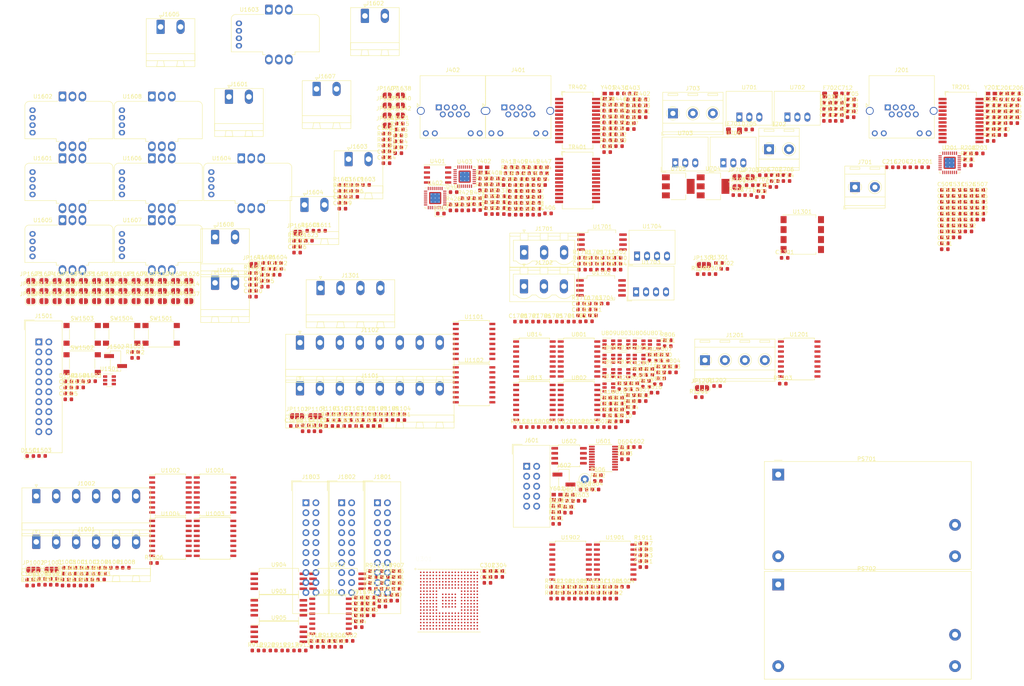
<source format=kicad_pcb>
(kicad_pcb (version 20171130) (host pcbnew 5.0.2+dfsg1-1)
  (title_block (title "Servo Drive") (date 2020-01-10) (rev 1.0) (company dci) (comment 1 "Pablo Slavkin"))
  (layers (0 F.Cu signal) (31 B.Cu signal) (34 B.Paste user) (35 F.Paste user) (36 B.SilkS user) (37 F.SilkS user) (38 B.Mask user) (39 F.Mask user) (44 Edge.Cuts user))
  (net 0 "")
  (net 1 GNDH)
  (net 2 "Net-(C1709-Pad2)")
  (net 3 "Net-(C1705-Pad1)")
  (net 4 "Net-(C1706-Pad1)")
  (net 5 "Net-(C1710-Pad2)")
  (net 6 "Net-(J1608-Pad1)")
  (net 7 "Net-(J1608-Pad2)")
  (net 8 GND)
  (net 9 5VC)
  (net 10 "Net-(R1615-Pad1)")
  (net 11 "Net-(R1613-Pad1)")
  (net 12 "Net-(J1607-Pad2)")
  (net 13 "Net-(J1607-Pad1)")
  (net 14 "Net-(J1606-Pad1)")
  (net 15 "Net-(J1606-Pad2)")
  (net 16 "Net-(R1611-Pad1)")
  (net 17 "Net-(R1609-Pad1)")
  (net 18 "Net-(J1605-Pad2)")
  (net 19 "Net-(J1605-Pad1)")
  (net 20 "Net-(J1604-Pad1)")
  (net 21 "Net-(J1604-Pad2)")
  (net 22 "Net-(R1607-Pad1)")
  (net 23 "Net-(R1605-Pad1)")
  (net 24 "Net-(J1603-Pad2)")
  (net 25 "Net-(J1603-Pad1)")
  (net 26 "Net-(J1602-Pad1)")
  (net 27 "Net-(J1602-Pad2)")
  (net 28 "Net-(R1603-Pad1)")
  (net 29 "Net-(R1601-Pad1)")
  (net 30 "Net-(J1601-Pad2)")
  (net 31 "Net-(J1601-Pad1)")
  (net 32 LCD_SPI_CS)
  (net 33 LCD_SPI_MISO)
  (net 34 LCD_INT)
  (net 35 PWM_B_1H_C)
  (net 36 PWM_A_2H_C)
  (net 37 ECAT0_RX_CLK)
  (net 38 IN_3V3C)
  (net 39 BOOT2)
  (net 40 ECAT_MDIO)
  (net 41 ECAT1_RJ_LED1)
  (net 42 1Wire_IN)
  (net 43 QEP2_OUT1)
  (net 44 PWM_B_3H_C)
  (net 45 LCD_GPIO4)
  (net 46 LCD_SPI_CLK)
  (net 47 LCD_SPI_MOSI)
  (net 48 PWM_B_1L_C)
  (net 49 PWM_A_2L_C)
  (net 50 ECAT0_RX_ER)
  (net 51 ECAT0_TX_D2)
  (net 52 ECAT0_TX_CLK)
  (net 53 LCD_GPIO3)
  (net 54 ENET_CAT_XI)
  (net 55 ECAT_EEPROM_SDA)
  (net 56 1Wire_EN)
  (net 57 QEP2_OUT2)
  (net 58 BOOT1)
  (net 59 PWM_B_3L_C)
  (net 60 PWM_A_BRK_RES_C)
  (net 61 LCD_GPIO5)
  (net 62 ECAT0_RX_D2)
  (net 63 ECAT0_RX_D0)
  (net 64 LCD_GPIO0)
  (net 65 PWM_A_3H_C)
  (net 66 PWM_A_1H_C)
  (net 67 ECAT0_TX_D3)
  (net 68 ECAT0_TX_D0)
  (net 69 LCD_GPIO2)
  (net 70 ECAT_RST)
  (net 71 ECAT_EEPROM_SCL)
  (net 72 1Wire_OUT)
  (net 73 QEP1_OUT1)
  (net 74 FREE_IN_A4)
  (net 75 PWM_B_BRK_RES_C)
  (net 76 ENDAT1_N_SKEW_CLK)
  (net 77 ENDAT1_Y_SKEW_CLK)
  (net 78 ECAT0_RX_D3)
  (net 79 ECAT0_RX_D1)
  (net 80 LCD_SPI_PDW)
  (net 81 PWM_A_3L_C)
  (net 82 PWM_A_1L_C)
  (net 83 ECAT0_RX_DV)
  (net 84 ECAT0_TX_D1)
  (net 85 LCD_GPIO1)
  (net 86 ECAT0_TX_EN)
  (net 87 ECAT_MDC)
  (net 88 ECAT0_RJ_LED1)
  (net 89 QEP1_OUT2)
  (net 90 ECAT_LED1)
  (net 91 FREE_IN_A3)
  (net 92 PWM4SD_CLK)
  (net 93 ENDAT2_N_SKEW_CLK)
  (net 94 ENDAT2_Y_SKEW_CLK)
  (net 95 ECAT_LED0)
  (net 96 FREE_IN_B4)
  (net 97 FREE_IN_B3)
  (net 98 QEP1_A)
  (net 99 QEP1_B)
  (net 100 ECAT1_RJ_LED0)
  (net 101 ECAT0_RJ_LED0)
  (net 102 /uc_clk_dbg/MCU_XRSn)
  (net 103 PWM_B_2H_C)
  (net 104 PWM_B_2L_C)
  (net 105 /uc_clk_dbg/F2838x_CLK)
  (net 106 FLASH_SPI_MOSI)
  (net 107 FLASH_SPI_MISO)
  (net 108 FLASH_SPI_CLK)
  (net 109 FLASH_SPI_CS)
  (net 110 ENET_MDC)
  (net 111 QEP1_S)
  (net 112 ENDAT2_MOSI)
  (net 113 QEP2_I)
  (net 114 QEP2_B)
  (net 115 QEP2_A)
  (net 116 QEP1_I)
  (net 117 ENDAT2_CLK)
  (net 118 ENDAT2_CS)
  (net 119 FREE_OUT_B1)
  (net 120 FREE_OUT_B2)
  (net 121 QEP2_S)
  (net 122 ENET_MDIO)
  (net 123 ENET_PWDN)
  (net 124 ENDAT1_CS)
  (net 125 ENDAT2_MISO)
  (net 126 ECAT1_RX_D3)
  (net 127 ENET_COL)
  (net 128 ENET_RX_DV)
  (net 129 ENET_RX_CLK)
  (net 130 ENDAT1_MISO)
  (net 131 ENDAT1_CLK)
  (net 132 ECAT1_RX_D2)
  (net 133 ECAT1_RX_D1)
  (net 134 ENET_CRS)
  (net 135 ENET_RX_D0)
  (net 136 ENET_RX_ER)
  (net 137 ENDAT1_MOSI)
  (net 138 ECAT1_RX_D0)
  (net 139 3V3A)
  (net 140 RS485_EN)
  (net 141 RS485_TX)
  (net 142 RS485_RX)
  (net 143 ENET_TX_D1)
  (net 144 ECAT1_TX_EN)
  (net 145 CAN_RX)
  (net 146 ENET_TX_EN)
  (net 147 BRK_B_MEC_C)
  (net 148 RUN_LED1)
  (net 149 ENET_RST)
  (net 150 ECAT1_RX_DV)
  (net 151 ECAT1_RX_CLK)
  (net 152 ECAT1_RX_ER)
  (net 153 ENET_TX_D2)
  (net 154 ECAT1_TX_CLK)
  (net 155 CAN_TX)
  (net 156 ENET_RX_D3)
  (net 157 BRK_A_MEC_C)
  (net 158 RUN_LED0)
  (net 159 ENET_TX_CLK)
  (net 160 FREE_OUT_A2)
  (net 161 ECAT1_TX_D3)
  (net 162 ENET_TX_D3)
  (net 163 ECAT1_TX_D0)
  (net 164 SCIA_RX)
  (net 165 ENET_RX_D1)
  (net 166 /uc_clk_dbg/MCU_TRSTn)
  (net 167 /uc_clk_dbg/MCU_TCK)
  (net 168 FREE_OUT_A1)
  (net 169 ECAT1_TX_D2)
  (net 170 ENET_RX_D2)
  (net 171 SCIA_TX)
  (net 172 /uc_clk_dbg/MCU_TDI)
  (net 173 /uc_clk_dbg/MCU_TMS)
  (net 174 /uc_clk_dbg/MCU_TDO)
  (net 175 ENET_TX_D0)
  (net 176 ECAT1_TX_D1)
  (net 177 /ethercat/P1_TD_P)
  (net 178 "Net-(TR402-Pad4)")
  (net 179 3V3)
  (net 180 "Net-(J402-Pad1)")
  (net 181 "Net-(TR402-Pad13)")
  (net 182 "Net-(J402-Pad2)")
  (net 183 /ethercat/P1_TD_N)
  (net 184 /ethercat/P1_RD_P)
  (net 185 "Net-(TR402-Pad5)")
  (net 186 "Net-(J402-Pad6)")
  (net 187 /ethercat/P1_RD_N)
  (net 188 "Net-(TR402-Pad12)")
  (net 189 "Net-(J402-Pad3)")
  (net 190 "Net-(J401-Pad3)")
  (net 191 "Net-(TR401-Pad12)")
  (net 192 /ethercat/P0_RD_N)
  (net 193 "Net-(J401-Pad6)")
  (net 194 "Net-(TR401-Pad5)")
  (net 195 /ethercat/P0_RD_P)
  (net 196 /ethercat/P0_TD_N)
  (net 197 "Net-(J401-Pad2)")
  (net 198 "Net-(TR401-Pad13)")
  (net 199 "Net-(J401-Pad1)")
  (net 200 "Net-(TR401-Pad4)")
  (net 201 /ethercat/P0_TD_P)
  (net 202 /ethernet/DIFFPAIR)
  (net 203 "Net-(TR201-Pad4)")
  (net 204 "Net-(R211-Pad2)")
  (net 205 "Net-(R212-Pad2)")
  (net 206 "Net-(J201-Pad1)")
  (net 207 "Net-(TR201-Pad13)")
  (net 208 "Net-(J201-Pad2)")
  (net 209 "Net-(TR201-Pad5)")
  (net 210 "Net-(J201-Pad6)")
  (net 211 "Net-(TR201-Pad12)")
  (net 212 "Net-(J201-Pad3)")
  (net 213 LEM_A_W)
  (net 214 "Net-(R1705-Pad2)")
  (net 215 "Net-(C1502-Pad1)")
  (net 216 "Net-(C1501-Pad2)")
  (net 217 "Net-(C217-Pad2)")
  (net 218 "Net-(R201-Pad1)")
  (net 219 "Net-(R203-Pad1)")
  (net 220 "Net-(J1702-Pad2)")
  (net 221 "Net-(R1706-Pad2)")
  (net 222 "Net-(J1701-Pad2)")
  (net 223 "Net-(C1708-Pad2)")
  (net 224 LEM_B_W)
  (net 225 "Net-(C1705-Pad2)")
  (net 226 LEM_B_U)
  (net 227 VBUS_B_P)
  (net 228 "Net-(R1703-Pad2)")
  (net 229 "Net-(R1702-Pad2)")
  (net 230 VBUS_A_N)
  (net 231 VBUS_A_P)
  (net 232 "Net-(R1701-Pad2)")
  (net 233 LEM_B_ALL)
  (net 234 LEM_A_ALL)
  (net 235 LEM_B_V)
  (net 236 VBUS_B_N)
  (net 237 "Net-(R1704-Pad2)")
  (net 238 LEM_A_V)
  (net 239 LEM_A_U)
  (net 240 "Net-(J1102-Pad4)")
  (net 241 "Net-(C1106-Pad2)")
  (net 242 "Net-(J1002-Pad4)")
  (net 243 "Net-(J1002-Pad5)")
  (net 244 LCD_AUDIO)
  (net 245 "Net-(D1501-Pad2)")
  (net 246 15VH)
  (net 247 "Net-(J1301-Pad3)")
  (net 248 "Net-(J1301-Pad2)")
  (net 249 "Net-(J1201-Pad3)")
  (net 250 "Net-(J1201-Pad2)")
  (net 251 5VH)
  (net 252 "Net-(J1102-Pad5)")
  (net 253 "Net-(C1105-Pad2)")
  (net 254 "Net-(C905-Pad2)")
  (net 255 "Net-(J1102-Pad3)")
  (net 256 "Net-(C1107-Pad2)")
  (net 257 "Net-(C1108-Pad2)")
  (net 258 "Net-(J1102-Pad2)")
  (net 259 "Net-(J1101-Pad5)")
  (net 260 "Net-(C1104-Pad2)")
  (net 261 "Net-(C1103-Pad2)")
  (net 262 "Net-(J1101-Pad4)")
  (net 263 "Net-(J1101-Pad3)")
  (net 264 "Net-(C1102-Pad2)")
  (net 265 "Net-(C1101-Pad2)")
  (net 266 "Net-(J1101-Pad2)")
  (net 267 "Net-(J1001-Pad2)")
  (net 268 "Net-(C1706-Pad2)")
  (net 269 "Net-(J1002-Pad3)")
  (net 270 "Net-(J1002-Pad2)")
  (net 271 "Net-(J1001-Pad5)")
  (net 272 "Net-(J1001-Pad4)")
  (net 273 "Net-(J1001-Pad3)")
  (net 274 "Net-(C1707-Pad2)")
  (net 275 "Net-(D1502-Pad2)")
  (net 276 DACB_DBG_OUT)
  (net 277 "Net-(C601-Pad2)")
  (net 278 "Net-(R902-Pad1)")
  (net 279 "Net-(R901-Pad1)")
  (net 280 "Net-(R822-Pad2)")
  (net 281 "Net-(R821-Pad2)")
  (net 282 "Net-(R810-Pad1)")
  (net 283 "Net-(D704-Pad2)")
  (net 284 "Net-(D703-Pad2)")
  (net 285 "Net-(D702-Pad2)")
  (net 286 "Net-(D701-Pad2)")
  (net 287 "Net-(J602-Pad1)")
  (net 288 "Net-(D601-Pad2)")
  (net 289 /uc_clk_dbg/PRG_SCI_RX)
  (net 290 "Net-(D602-Pad2)")
  (net 291 "Net-(R809-Pad1)")
  (net 292 "Net-(D402-Pad2)")
  (net 293 "Net-(D401-Pad2)")
  (net 294 "Net-(R412-Pad1)")
  (net 295 "Net-(J1502-Pad2)")
  (net 296 "Net-(C1502-Pad2)")
  (net 297 "Net-(J1502-Pad1)")
  (net 298 "Net-(U1201-Pad10)")
  (net 299 "Net-(U1201-Pad11)")
  (net 300 "Net-(U1201-Pad14)")
  (net 301 "Net-(U1004-Pad14)")
  (net 302 "Net-(U1004-Pad11)")
  (net 303 "Net-(U1004-Pad10)")
  (net 304 "Net-(U1004-Pad3)")
  (net 305 "Net-(U1003-Pad10)")
  (net 306 "Net-(U1003-Pad11)")
  (net 307 "Net-(U1003-Pad14)")
  (net 308 "Net-(U901-Pad14)")
  (net 309 "Net-(U901-Pad11)")
  (net 310 "Net-(U901-Pad10)")
  (net 311 "Net-(U1002-Pad3)")
  (net 312 "Net-(U1002-Pad10)")
  (net 313 "Net-(U1002-Pad11)")
  (net 314 "Net-(U1002-Pad14)")
  (net 315 "Net-(U1001-Pad10)")
  (net 316 "Net-(U1001-Pad11)")
  (net 317 "Net-(U1001-Pad14)")
  (net 318 15VC)
  (net 319 "Net-(F701-Pad1)")
  (net 320 1V2)
  (net 321 "Net-(L1701-Pad1)")
  (net 322 "Net-(L1702-Pad1)")
  (net 323 1)
  (net 324 "Net-(C301-Pad1)")
  (net 325 "Net-(C702-Pad2)")
  (net 326 "Net-(C435-Pad2)")
  (net 327 "Net-(C703-Pad2)")
  (net 328 "Net-(C434-Pad2)")
  (net 329 "Net-(C801-Pad2)")
  (net 330 "Net-(C802-Pad2)")
  (net 331 "Net-(C823-Pad2)")
  (net 332 "Net-(C824-Pad2)")
  (net 333 SD_A_CLK)
  (net 334 SD_B_CLK)
  (net 335 SD_B4)
  (net 336 SD_B1)
  (net 337 SD_B2)
  (net 338 SD_B3)
  (net 339 SD_A3)
  (net 340 SD_A2)
  (net 341 SD_A1)
  (net 342 SD_A4)
  (net 343 "Net-(R413-Pad1)")
  (net 344 "Net-(R410-Pad2)")
  (net 345 "Net-(R414-Pad1)")
  (net 346 "Net-(R423-Pad1)")
  (net 347 "Net-(R425-Pad1)")
  (net 348 "Net-(R421-Pad1)")
  (net 349 "Net-(R422-Pad1)")
  (net 350 "Net-(R424-Pad1)")
  (net 351 "Net-(R426-Pad1)")
  (net 352 "Net-(D603-Pad1)")
  (net 353 "Net-(D604-Pad1)")
  (net 354 "Net-(R807-Pad1)")
  (net 355 "Net-(R804-Pad1)")
  (net 356 "Net-(R801-Pad1)")
  (net 357 "Net-(R802-Pad1)")
  (net 358 "Net-(R803-Pad1)")
  (net 359 "Net-(R818-Pad2)")
  (net 360 "Net-(R805-Pad1)")
  (net 361 "Net-(R806-Pad1)")
  (net 362 "Net-(R808-Pad1)")
  (net 363 "Net-(R813-Pad2)")
  (net 364 "Net-(R814-Pad2)")
  (net 365 "Net-(R815-Pad2)")
  (net 366 "Net-(R816-Pad2)")
  (net 367 "Net-(R817-Pad2)")
  (net 368 "Net-(R820-Pad2)")
  (net 369 "Net-(R819-Pad2)")
  (net 370 "Net-(R433-Pad2)")
  (net 371 "Net-(JP703-Pad1)")
  (net 372 "Net-(JP702-Pad1)")
  (net 373 "Net-(F702-Pad1)")
  (net 374 "Net-(D705-Pad2)")
  (net 375 "Net-(D706-Pad2)")
  (net 376 "Net-(F701-Pad2)")
  (net 377 "Net-(J402-Pad4)")
  (net 378 "Net-(J402-Pad5)")
  (net 379 "Net-(J402-Pad7)")
  (net 380 "Net-(J402-Pad8)")
  (net 381 "Net-(J401-Pad8)")
  (net 382 "Net-(J401-Pad7)")
  (net 383 "Net-(J401-Pad5)")
  (net 384 "Net-(J401-Pad4)")
  (net 385 "Net-(J201-Pad4)")
  (net 386 "Net-(J201-Pad5)")
  (net 387 "Net-(J201-Pad7)")
  (net 388 "Net-(J201-Pad8)")
  (net 389 /uc_clk_dbg/PRG_SCI_TX)
  (net 390 /uc_clk_dbg/PRG_TDO)
  (net 391 /uc_clk_dbg/PRG_TRSTn)
  (net 392 /uc_clk_dbg/PRG_TMS)
  (net 393 /uc_clk_dbg/PRG_TDI)
  (net 394 /uc_clk_dbg/PRG_TCK)
  (net 395 "Net-(J703-Pad3)")
  (net 396 "Net-(J703-Pad2)")
  (net 397 "Net-(JP1605-Pad2)")
  (net 398 "Net-(JP1629-Pad2)")
  (net 399 "Net-(JP1630-Pad1)")
  (net 400 "Net-(JP1606-Pad2)")
  (net 401 "Net-(JP1606-Pad1)")
  (net 402 "Net-(JP1608-Pad1)")
  (net 403 "Net-(JP1615-Pad2)")
  (net 404 "Net-(JP1608-Pad2)")
  (net 405 "Net-(JP1602-Pad1)")
  (net 406 "Net-(JP1609-Pad2)")
  (net 407 "Net-(JP1601-Pad2)")
  (net 408 "Net-(JP1604-Pad1)")
  (net 409 "Net-(JP1611-Pad2)")
  (net 410 "Net-(JP1603-Pad2)")
  (net 411 "Net-(JP1613-Pad2)")
  (net 412 "Net-(JP1627-Pad2)")
  (net 413 "Net-(JP1628-Pad2)")
  (net 414 "Net-(JP1634-Pad2)")
  (net 415 "Net-(JP1634-Pad1)")
  (net 416 "Net-(JP1633-Pad2)")
  (net 417 "Net-(JP1640-Pad2)")
  (net 418 "Net-(JP1638-Pad2)")
  (net 419 "Net-(JP1628-Pad1)")
  (net 420 "Net-(JP1636-Pad2)")
  (net 421 "Net-(JP1626-Pad1)")
  (net 422 "Net-(JP1625-Pad2)")
  (net 423 "Net-(JP1632-Pad2)")
  (net 424 "Net-(JP1630-Pad2)")
  (net 425 "Net-(JP1604-Pad2)")
  (net 426 "Net-(JP1602-Pad2)")
  (net 427 "Net-(JP1607-Pad2)")
  (net 428 "Net-(JP1626-Pad2)")
  (net 429 "Net-(U802-Pad14)")
  (net 430 "Net-(U802-Pad15)")
  (net 431 "Net-(U801-Pad15)")
  (net 432 "Net-(U801-Pad14)")
  (net 433 "Net-(U801-Pad12)")
  (net 434 "Net-(U801-Pad13)")
  (net 435 "Net-(U809-Pad1)")
  (net 436 "Net-(U809-Pad3)")
  (net 437 "Net-(U801-Pad10)")
  (net 438 "Net-(U801-Pad11)")
  (net 439 "Net-(U808-Pad1)")
  (net 440 "Net-(U808-Pad3)")
  (net 441 "Net-(U810-Pad3)")
  (net 442 "Net-(U810-Pad1)")
  (net 443 "Net-(U811-Pad1)")
  (net 444 "Net-(U811-Pad3)")
  (net 445 "Net-(U812-Pad3)")
  (net 446 "Net-(U812-Pad1)")
  (net 447 "Net-(U802-Pad13)")
  (net 448 "Net-(U802-Pad12)")
  (net 449 PWM_A_3H_H)
  (net 450 PWM_B_2H_H)
  (net 451 PWM_A_2L_H)
  (net 452 PWM_B_2L_H)
  (net 453 PWM_A_2H_H)
  (net 454 PWM_B_3H_H)
  (net 455 PWM_A_1L_H)
  (net 456 PWM_A_BRK_RES_H)
  (net 457 PWM_B_1L_H)
  (net 458 PWM_A_3L_H)
  (net 459 PWM_B_1H_H)
  (net 460 PWM_B_3L_H)
  (net 461 BRK_A_MEC_H)
  (net 462 FREE_OUT_A1_H)
  (net 463 FREE_OUT_A2_H)
  (net 464 "Net-(C913-Pad2)")
  (net 465 NTCB2_N)
  (net 466 NTCB2_P)
  (net 467 FREE_OUT_B2_H)
  (net 468 NTCA2_P)
  (net 469 NTCA2_N)
  (net 470 NTCB1_N)
  (net 471 NTCB1_P)
  (net 472 "Net-(C902-Pad2)")
  (net 473 NTCA1_P)
  (net 474 NTCA1_N)
  (net 475 "Net-(C912-Pad2)")
  (net 476 FREE_OUT_B1_H)
  (net 477 BRK_B_MEC_H)
  (net 478 PWM_B_BRK_RES_H)
  (net 479 PWM_A_1H_H)
  (net 480 "Net-(C1905-Pad1)")
  (net 481 "Net-(C1110-Pad2)")
  (net 482 "Net-(C1109-Pad2)")
  (net 483 "Net-(C1912-Pad1)")
  (net 484 "Net-(C1911-Pad1)")
  (net 485 "Net-(C1910-Pad1)")
  (net 486 "Net-(C1909-Pad1)")
  (net 487 "Net-(C1908-Pad1)")
  (net 488 PWM4SD_B_CLK_H)
  (net 489 PWM4SD_A_CLK_H)
  (net 490 "Net-(C1111-Pad2)")
  (net 491 "Net-(C1904-Pad1)")
  (net 492 "Net-(C1903-Pad1)")
  (net 493 "Net-(C1902-Pad1)")
  (net 494 "Net-(C1901-Pad1)")
  (net 495 "Net-(C1112-Pad2)")
  (net 496 "Net-(U301-PadU4)")
  (net 497 "Net-(U301-PadT4)")
  (net 498 "Net-(J1101-Pad1)")
  (net 499 "Net-(J1102-Pad1)")
  (net 500 "Net-(J1001-Pad1)")
  (net 501 "Net-(J1002-Pad1)")
  (net 502 "Net-(J1201-Pad1)")
  (net 503 "Net-(J1301-Pad1)")
  (net 504 SD_A3_H)
  (net 505 FREE_IN_A3_H)
  (net 506 FREE_IN_A4_H)
  (net 507 FREE_IN_B3_H)
  (net 508 FREE_IN_B4_H)
  (net 509 NTCB1_H)
  (net 510 NTCA2_H)
  (net 511 1-WIREP_H)
  (net 512 1-WIREN_H)
  (net 513 NTCA1_H)
  (net 514 "Net-(R912-Pad1)")
  (net 515 "Net-(R913-Pad1)")
  (net 516 "Net-(R914-Pad1)")
  (net 517 "Net-(R915-Pad1)")
  (net 518 NTCB2_H)
  (net 519 "Net-(R922-Pad1)")
  (net 520 "Net-(R923-Pad1)")
  (net 521 "Net-(R1901-Pad1)")
  (net 522 "Net-(R1105-Pad1)")
  (net 523 "Net-(R1106-Pad1)")
  (net 524 "Net-(R1111-Pad1)")
  (net 525 "Net-(R1112-Pad1)")
  (net 526 "Net-(R1912-Pad1)")
  (net 527 SD_A1_H)
  (net 528 SD_B_CLK_H)
  (net 529 SD_B4_H)
  (net 530 SD_B3_H)
  (net 531 SD_B2_H)
  (net 532 SD_B1_H)
  (net 533 SD_A_CLK_H)
  (net 534 SD_A4_H)
  (net 535 SD_A2_H)
  (net 536 "Net-(U601-Pad7)")
  (net 537 "Net-(U402-Pad13)")
  (net 538 "Net-(U402-Pad15)")
  (net 539 "Net-(U402-Pad22)")
  (net 540 "Net-(U402-Pad24)")
  (net 541 "Net-(U201-Pad24)")
  (net 542 "Net-(U201-Pad22)")
  (net 543 "Net-(U201-Pad15)")
  (net 544 "Net-(U201-Pad13)")
  (net 545 "Net-(U403-Pad13)")
  (net 546 "Net-(U403-Pad15)")
  (net 547 "Net-(U403-Pad22)")
  (net 548 "Net-(U403-Pad24)")
  (net 549 "Net-(J1501-Pad10)")
  (net 550 "Net-(U301-PadA2)")
  (net 551 "Net-(U301-PadA16)")
  (net 552 "Net-(U301-PadA17)")
  (net 553 "Net-(U301-PadB17)")
  (net 554 "Net-(U301-PadB18)")
  (net 555 "Net-(U301-PadB19)")
  (net 556 "Net-(U301-PadC16)")
  (net 557 "Net-(U301-PadC17)")
  (net 558 "Net-(U301-PadC18)")
  (net 559 "Net-(U301-PadD16)")
  (net 560 "Net-(U301-PadD17)")
  (net 561 "Net-(U301-PadF1)")
  (net 562 "Net-(U301-PadG1)")
  (net 563 "Net-(U301-PadG18)")
  (net 564 "Net-(U301-PadH4)")
  (net 565 "Net-(U301-PadJ2)")
  (net 566 "Net-(U301-PadJ17)")
  (net 567 "Net-(U301-PadJ18)")
  (net 568 "Net-(U301-PadJ19)")
  (net 569 "Net-(U301-PadL3)")
  (net 570 "Net-(U301-PadN16)")
  (net 571 "Net-(U301-PadR16)")
  (net 572 "Net-(U301-PadT9)")
  (net 573 "Net-(U301-PadU9)")
  (net 574 "Net-(U301-PadU19)")
  (net 575 "Net-(U301-PadV9)")
  (net 576 "Net-(U301-PadV13)")
  (net 577 "Net-(U301-PadW9)")
  (net 578 "Net-(U301-PadW12)")
  (net 579 "Net-(R443-Pad1)")
  (net 580 "Net-(R441-Pad1)")
  (net 581 "Net-(R448-Pad1)")
  (net 582 "Net-(R447-Pad1)")
  (net 583 "Net-(J201-Pad11)")
  (net 584 "Net-(R434-Pad2)")
  (net 585 "Net-(J201-Pad12)")
  (net 586 "Net-(J402-Pad9)")
  (net 587 "Net-(J401-Pad12)")
  (net 588 "Net-(J401-Pad9)")
  (net 589 "Net-(J402-Pad12)")
  (net 590 "Net-(J201-Pad9)")
  (net 591 "Net-(J201-Pad10)")
  (module TerminalBlock_RND:TerminalBlock_RND_205-00287_1x02_P5.08mm_Horizontal (layer F.Cu) (at 276.7 75.6)
    (fp_text reference J701 (at 2.54 -6.36) (layer F.SilkS))
    (fp_text value tBlock)
    (pad 2 thru_hole circle (at 5.08 0) (size 2.5 2.5) (drill 1.3) (layers *.Cu *.Mask) (net 1 GNDH))
    (pad 1 thru_hole rect (at 0 0) (size 2.5 2.5) (drill 1.3) (layers *.Cu *.Mask) (net 246 15VH))
  )
  (module TerminalBlock_RND:TerminalBlock_RND_205-00287_1x02_P5.08mm_Horizontal (layer F.Cu) (at 254.835001 65.955001)
    (fp_text reference J702 (at 2.54 -6.36) (layer F.SilkS))
    (fp_text value tBlock)
    (pad 1 thru_hole rect (at 0 0) (size 2.5 2.5) (drill 1.3) (layers *.Cu *.Mask) (net 318 15VC))
    (pad 2 thru_hole circle (at 5.08 0) (size 2.5 2.5) (drill 1.3) (layers *.Cu *.Mask) (net 8 GND))
  )
  (module TerminalBlock_RND:TerminalBlock_RND_205-00289_1x04_P5.08mm_Horizontal (layer F.Cu) (at 238.525001 119.675001)
    (fp_text reference J1201 (at 7.62 -6.36) (layer F.SilkS))
    (fp_text value tblock)
    (pad 1 thru_hole rect (at 0 0) (size 2.5 2.5) (drill 1.3) (layers *.Cu *.Mask) (net 502 "Net-(J1201-Pad1)"))
    (pad 2 thru_hole circle (at 5.08 0) (size 2.5 2.5) (drill 1.3) (layers *.Cu *.Mask) (net 250 "Net-(J1201-Pad2)"))
    (pad 3 thru_hole circle (at 10.16 0) (size 2.5 2.5) (drill 1.3) (layers *.Cu *.Mask) (net 249 "Net-(J1201-Pad3)"))
    (pad 4 thru_hole circle (at 15.24 0) (size 2.5 2.5) (drill 1.3) (layers *.Cu *.Mask) (net 1 GNDH))
  )
  (module servo:Converter_ACDC_MeanWell_IRM-20-xx_THT (layer F.Cu) (at 257.175001 176.790001)
    (fp_text reference PS702 (at 22.5 -4) (layer F.SilkS))
    (fp_text value IRM-15-12)
    (pad 3 thru_hole circle (at 45 20.8) (size 3 3) (drill 1.5) (layers *.Cu *.Mask) (net 1 GNDH))
    (pad 2 thru_hole circle (at 0 20.8) (size 3 3) (drill 1.5) (layers *.Cu *.Mask) (net 395 "Net-(J703-Pad3)"))
    (pad 4 thru_hole circle (at 45 12.8) (size 3 3) (drill 1.5) (layers *.Cu *.Mask) (net 371 "Net-(JP703-Pad1)"))
    (pad 1 thru_hole rect (at 0 0) (size 3 3) (drill 1.5) (layers *.Cu *.Mask) (net 373 "Net-(F702-Pad1)"))
  )
  (module servo:Converter_ACDC_MeanWell_IRM-20-xx_THT (layer F.Cu) (at 257.175001 148.810001)
    (fp_text reference PS701 (at 22.5 -4) (layer F.SilkS))
    (fp_text value IRM-15-12)
    (pad 1 thru_hole rect (at 0 0) (size 3 3) (drill 1.5) (layers *.Cu *.Mask) (net 319 "Net-(F701-Pad1)"))
    (pad 4 thru_hole circle (at 45 12.8) (size 3 3) (drill 1.5) (layers *.Cu *.Mask) (net 372 "Net-(JP702-Pad1)"))
    (pad 2 thru_hole circle (at 0 20.8) (size 3 3) (drill 1.5) (layers *.Cu *.Mask) (net 395 "Net-(J703-Pad3)"))
    (pad 3 thru_hole circle (at 45 20.8) (size 3 3) (drill 1.5) (layers *.Cu *.Mask) (net 8 GND))
  )
  (module Connector_Phoenix_MSTB:PhoenixContact_MSTBA_2,5_4-G-5,08_1x04_P5.08mm_Horizontal (layer F.Cu) (at 140.7 101.3)
    (fp_text reference J1301 (at 7.62 -3.2) (layer F.SilkS))
    (fp_text value tblock)
    (pad 1 thru_hole roundrect (at 0 0) (size 2.08 3.6) (drill 1.4) (layers *.Cu *.Mask) (roundrect_rratio 0.120192) (net 503 "Net-(J1301-Pad1)"))
    (pad 2 thru_hole oval (at 5.08 0) (size 2.08 3.6) (drill 1.4) (layers *.Cu *.Mask) (net 248 "Net-(J1301-Pad2)"))
    (pad 3 thru_hole oval (at 10.16 0) (size 2.08 3.6) (drill 1.4) (layers *.Cu *.Mask) (net 247 "Net-(J1301-Pad3)"))
    (pad 4 thru_hole oval (at 15.24 0) (size 2.08 3.6) (drill 1.4) (layers *.Cu *.Mask) (net 1 GNDH))
  )
  (module Connector_Phoenix_MSTB:PhoenixContact_MSTBVA_2,5_3-G-5,08_1x03_P5.08mm_Vertical (layer F.Cu) (at 192.515001 92.215001)
    (fp_text reference J1701 (at 5.08 -6) (layer F.SilkS))
    (fp_text value Screw_Terminal_01x03)
    (pad 3 thru_hole oval (at 10.16 0) (size 2.08 3.6) (drill 1.4) (layers *.Cu *.Mask) (net 3 "Net-(C1705-Pad1)"))
    (pad 2 thru_hole oval (at 5.08 0) (size 2.08 3.6) (drill 1.4) (layers *.Cu *.Mask) (net 222 "Net-(J1701-Pad2)"))
    (pad 1 thru_hole roundrect (at 0 0) (size 2.08 3.6) (drill 1.4) (layers *.Cu *.Mask) (roundrect_rratio 0.120192) (net 274 "Net-(C1707-Pad2)"))
  )
  (module Connector_Phoenix_MSTB:PhoenixContact_MSTBVA_2,5_3-G-5,08_1x03_P5.08mm_Vertical (layer F.Cu) (at 192.475001 100.865001)
    (fp_text reference J1702 (at 5.08 -6) (layer F.SilkS))
    (fp_text value Screw_Terminal_01x03)
    (pad 1 thru_hole roundrect (at 0 0) (size 2.08 3.6) (drill 1.4) (layers *.Cu *.Mask) (roundrect_rratio 0.120192) (net 223 "Net-(C1708-Pad2)"))
    (pad 2 thru_hole oval (at 5.08 0) (size 2.08 3.6) (drill 1.4) (layers *.Cu *.Mask) (net 220 "Net-(J1702-Pad2)"))
    (pad 3 thru_hole oval (at 10.16 0) (size 2.08 3.6) (drill 1.4) (layers *.Cu *.Mask) (net 4 "Net-(C1706-Pad1)"))
  )
  (module Connector_Phoenix_MSTB:PhoenixContact_MSTBA_2,5_6-G-5,08_1x06_P5.08mm_Horizontal (layer F.Cu) (at 68.365001 154.295001)
    (fp_text reference J1002 (at 12.7 -3.2) (layer F.SilkS))
    (fp_text value tblock)
    (pad 6 thru_hole oval (at 25.4 0) (size 2.08 3.6) (drill 1.4) (layers *.Cu *.Mask) (net 1 GNDH))
    (pad 5 thru_hole oval (at 20.32 0) (size 2.08 3.6) (drill 1.4) (layers *.Cu *.Mask) (net 243 "Net-(J1002-Pad5)"))
    (pad 4 thru_hole oval (at 15.24 0) (size 2.08 3.6) (drill 1.4) (layers *.Cu *.Mask) (net 242 "Net-(J1002-Pad4)"))
    (pad 3 thru_hole oval (at 10.16 0) (size 2.08 3.6) (drill 1.4) (layers *.Cu *.Mask) (net 269 "Net-(J1002-Pad3)"))
    (pad 2 thru_hole oval (at 5.08 0) (size 2.08 3.6) (drill 1.4) (layers *.Cu *.Mask) (net 270 "Net-(J1002-Pad2)"))
    (pad 1 thru_hole roundrect (at 0 0) (size 2.08 3.6) (drill 1.4) (layers *.Cu *.Mask) (roundrect_rratio 0.120192) (net 501 "Net-(J1002-Pad1)"))
  )
  (module Connector_Phoenix_MSTB:PhoenixContact_MSTBA_2,5_6-G-5,08_1x06_P5.08mm_Horizontal (layer F.Cu) (at 68.365001 165.945001)
    (fp_text reference J1001 (at 12.7 -3.2) (layer F.SilkS))
    (fp_text value tblock)
    (pad 1 thru_hole roundrect (at 0 0) (size 2.08 3.6) (drill 1.4) (layers *.Cu *.Mask) (roundrect_rratio 0.120192) (net 500 "Net-(J1001-Pad1)"))
    (pad 2 thru_hole oval (at 5.08 0) (size 2.08 3.6) (drill 1.4) (layers *.Cu *.Mask) (net 267 "Net-(J1001-Pad2)"))
    (pad 3 thru_hole oval (at 10.16 0) (size 2.08 3.6) (drill 1.4) (layers *.Cu *.Mask) (net 273 "Net-(J1001-Pad3)"))
    (pad 4 thru_hole oval (at 15.24 0) (size 2.08 3.6) (drill 1.4) (layers *.Cu *.Mask) (net 272 "Net-(J1001-Pad4)"))
    (pad 5 thru_hole oval (at 20.32 0) (size 2.08 3.6) (drill 1.4) (layers *.Cu *.Mask) (net 271 "Net-(J1001-Pad5)"))
    (pad 6 thru_hole oval (at 25.4 0) (size 2.08 3.6) (drill 1.4) (layers *.Cu *.Mask) (net 1 GNDH))
  )
  (module Button_Switch_SMD:SW_SPST_PTS645 (layer F.Cu) (at 100.145001 113.095001)
    (fp_text reference SW1501 (at 0 -4.05) (layer F.SilkS))
    (fp_text value SW_Push)
    (pad 2 smd rect (at -3.98 2.25) (size 1.55 1.3) (layers F.Cu F.Paste F.Mask) (net 8 GND))
    (pad 1 smd rect (at -3.98 -2.25) (size 1.55 1.3) (layers F.Cu F.Paste F.Mask) (net 69 LCD_GPIO2))
    (pad 1 smd rect (at 3.98 -2.25) (size 1.55 1.3) (layers F.Cu F.Paste F.Mask) (net 69 LCD_GPIO2))
    (pad 2 smd rect (at 3.98 2.25) (size 1.55 1.3) (layers F.Cu F.Paste F.Mask) (net 8 GND))
  )
  (module Button_Switch_SMD:SW_SPST_PTS645 (layer F.Cu) (at 90.095001 113.095001)
    (fp_text reference SW1504 (at 0 -4.05) (layer F.SilkS))
    (fp_text value SW_Push)
    (pad 2 smd rect (at -3.98 2.25) (size 1.55 1.3) (layers F.Cu F.Paste F.Mask) (net 8 GND))
    (pad 1 smd rect (at -3.98 -2.25) (size 1.55 1.3) (layers F.Cu F.Paste F.Mask) (net 61 LCD_GPIO5))
    (pad 1 smd rect (at 3.98 -2.25) (size 1.55 1.3) (layers F.Cu F.Paste F.Mask) (net 61 LCD_GPIO5))
    (pad 2 smd rect (at 3.98 2.25) (size 1.55 1.3) (layers F.Cu F.Paste F.Mask) (net 8 GND))
  )
  (module Button_Switch_SMD:SW_SPST_PTS645 (layer F.Cu) (at 80.045001 113.095001)
    (fp_text reference SW1503 (at 0 -4.05) (layer F.SilkS))
    (fp_text value SW_Push)
    (pad 2 smd rect (at 3.98 2.25) (size 1.55 1.3) (layers F.Cu F.Paste F.Mask) (net 8 GND))
    (pad 1 smd rect (at 3.98 -2.25) (size 1.55 1.3) (layers F.Cu F.Paste F.Mask) (net 45 LCD_GPIO4))
    (pad 1 smd rect (at -3.98 -2.25) (size 1.55 1.3) (layers F.Cu F.Paste F.Mask) (net 45 LCD_GPIO4))
    (pad 2 smd rect (at -3.98 2.25) (size 1.55 1.3) (layers F.Cu F.Paste F.Mask) (net 8 GND))
  )
  (module Button_Switch_SMD:SW_SPST_PTS645 (layer F.Cu) (at 80.045001 120.545001)
    (fp_text reference SW1502 (at 0 -4.05) (layer F.SilkS))
    (fp_text value SW_Push)
    (pad 2 smd rect (at -3.98 2.25) (size 1.55 1.3) (layers F.Cu F.Paste F.Mask) (net 8 GND))
    (pad 1 smd rect (at -3.98 -2.25) (size 1.55 1.3) (layers F.Cu F.Paste F.Mask) (net 53 LCD_GPIO3))
    (pad 1 smd rect (at 3.98 -2.25) (size 1.55 1.3) (layers F.Cu F.Paste F.Mask) (net 53 LCD_GPIO3))
    (pad 2 smd rect (at 3.98 2.25) (size 1.55 1.3) (layers F.Cu F.Paste F.Mask) (net 8 GND))
  )
  (module Connector_Phoenix_MSTB:PhoenixContact_MSTBA_2,5_8-G-5,08_1x08_P5.08mm_Horizontal (layer F.Cu) (at 135.475001 115.195001)
    (fp_text reference J1102 (at 17.78 -3.2) (layer F.SilkS))
    (fp_text value tblock)
    (pad 8 thru_hole oval (at 35.56 0) (size 2.08 3.6) (drill 1.4) (layers *.Cu *.Mask) (net 1 GNDH))
    (pad 7 thru_hole oval (at 30.48 0) (size 2.08 3.6) (drill 1.4) (layers *.Cu *.Mask) (net 256 "Net-(C1107-Pad2)"))
    (pad 6 thru_hole oval (at 25.4 0) (size 2.08 3.6) (drill 1.4) (layers *.Cu *.Mask) (net 257 "Net-(C1108-Pad2)"))
    (pad 5 thru_hole oval (at 20.32 0) (size 2.08 3.6) (drill 1.4) (layers *.Cu *.Mask) (net 252 "Net-(J1102-Pad5)"))
    (pad 4 thru_hole oval (at 15.24 0) (size 2.08 3.6) (drill 1.4) (layers *.Cu *.Mask) (net 240 "Net-(J1102-Pad4)"))
    (pad 3 thru_hole oval (at 10.16 0) (size 2.08 3.6) (drill 1.4) (layers *.Cu *.Mask) (net 255 "Net-(J1102-Pad3)"))
    (pad 2 thru_hole oval (at 5.08 0) (size 2.08 3.6) (drill 1.4) (layers *.Cu *.Mask) (net 258 "Net-(J1102-Pad2)"))
    (pad 1 thru_hole roundrect (at 0 0) (size 2.08 3.6) (drill 1.4) (layers *.Cu *.Mask) (roundrect_rratio 0.120192) (net 499 "Net-(J1102-Pad1)"))
  )
  (module Connector_Phoenix_MSTB:PhoenixContact_MSTBA_2,5_8-G-5,08_1x08_P5.08mm_Horizontal (layer F.Cu) (at 135.475001 126.845001)
    (fp_text reference J1101 (at 17.78 -3.2) (layer F.SilkS))
    (fp_text value tblock)
    (pad 1 thru_hole roundrect (at 0 0) (size 2.08 3.6) (drill 1.4) (layers *.Cu *.Mask) (roundrect_rratio 0.120192) (net 498 "Net-(J1101-Pad1)"))
    (pad 2 thru_hole oval (at 5.08 0) (size 2.08 3.6) (drill 1.4) (layers *.Cu *.Mask) (net 266 "Net-(J1101-Pad2)"))
    (pad 3 thru_hole oval (at 10.16 0) (size 2.08 3.6) (drill 1.4) (layers *.Cu *.Mask) (net 263 "Net-(J1101-Pad3)"))
    (pad 4 thru_hole oval (at 15.24 0) (size 2.08 3.6) (drill 1.4) (layers *.Cu *.Mask) (net 262 "Net-(J1101-Pad4)"))
    (pad 5 thru_hole oval (at 20.32 0) (size 2.08 3.6) (drill 1.4) (layers *.Cu *.Mask) (net 259 "Net-(J1101-Pad5)"))
    (pad 6 thru_hole oval (at 25.4 0) (size 2.08 3.6) (drill 1.4) (layers *.Cu *.Mask) (net 253 "Net-(C1105-Pad2)"))
    (pad 7 thru_hole oval (at 30.48 0) (size 2.08 3.6) (drill 1.4) (layers *.Cu *.Mask) (net 241 "Net-(C1106-Pad2)"))
    (pad 8 thru_hole oval (at 35.56 0) (size 2.08 3.6) (drill 1.4) (layers *.Cu *.Mask) (net 1 GNDH))
  )
  (module Connector_IDC:IDC-Header_2x10_P2.54mm_Vertical (layer F.Cu) (at 155.185001 155.995001)
    (fp_text reference J1801 (at 1.27 -6.604) (layer F.SilkS))
    (fp_text value NHD-4.3-480272FT-CTXL-T)
    (pad 1 thru_hole rect (at 0 0) (size 1.7272 1.7272) (drill 1.016) (layers *.Cu *.Mask) (net 251 5VH))
    (pad 2 thru_hole oval (at 2.54 0) (size 1.7272 1.7272) (drill 1.016) (layers *.Cu *.Mask) (net 246 15VH))
    (pad 3 thru_hole oval (at 0 2.54) (size 1.7272 1.7272) (drill 1.016) (layers *.Cu *.Mask) (net 527 SD_A1_H))
    (pad 4 thru_hole oval (at 2.54 2.54) (size 1.7272 1.7272) (drill 1.016) (layers *.Cu *.Mask) (net 479 PWM_A_1H_H))
    (pad 5 thru_hole oval (at 0 5.08) (size 1.7272 1.7272) (drill 1.016) (layers *.Cu *.Mask) (net 535 SD_A2_H))
    (pad 6 thru_hole oval (at 2.54 5.08) (size 1.7272 1.7272) (drill 1.016) (layers *.Cu *.Mask) (net 455 PWM_A_1L_H))
    (pad 7 thru_hole oval (at 0 7.62) (size 1.7272 1.7272) (drill 1.016) (layers *.Cu *.Mask) (net 504 SD_A3_H))
    (pad 8 thru_hole oval (at 2.54 7.62) (size 1.7272 1.7272) (drill 1.016) (layers *.Cu *.Mask) (net 453 PWM_A_2H_H))
    (pad 9 thru_hole oval (at 0 10.16) (size 1.7272 1.7272) (drill 1.016) (layers *.Cu *.Mask) (net 534 SD_A4_H))
    (pad 10 thru_hole oval (at 2.54 10.16) (size 1.7272 1.7272) (drill 1.016) (layers *.Cu *.Mask) (net 451 PWM_A_2L_H))
    (pad 11 thru_hole oval (at 0 12.7) (size 1.7272 1.7272) (drill 1.016) (layers *.Cu *.Mask) (net 533 SD_A_CLK_H))
    (pad 12 thru_hole oval (at 2.54 12.7) (size 1.7272 1.7272) (drill 1.016) (layers *.Cu *.Mask) (net 449 PWM_A_3H_H))
    (pad 13 thru_hole oval (at 0 15.24) (size 1.7272 1.7272) (drill 1.016) (layers *.Cu *.Mask) (net 489 PWM4SD_A_CLK_H))
    (pad 14 thru_hole oval (at 2.54 15.24) (size 1.7272 1.7272) (drill 1.016) (layers *.Cu *.Mask) (net 458 PWM_A_3L_H))
    (pad 15 thru_hole oval (at 0 17.78) (size 1.7272 1.7272) (drill 1.016) (layers *.Cu *.Mask) (net 513 NTCA1_H))
    (pad 16 thru_hole oval (at 2.54 17.78) (size 1.7272 1.7272) (drill 1.016) (layers *.Cu *.Mask) (net 456 PWM_A_BRK_RES_H))
    (pad 17 thru_hole oval (at 0 20.32) (size 1.7272 1.7272) (drill 1.016) (layers *.Cu *.Mask) (net 510 NTCA2_H))
    (pad 18 thru_hole oval (at 2.54 20.32) (size 1.7272 1.7272) (drill 1.016) (layers *.Cu *.Mask) (net 461 BRK_A_MEC_H))
    (pad 19 thru_hole oval (at 0 22.86) (size 1.7272 1.7272) (drill 1.016) (layers *.Cu *.Mask) (net 1 GNDH))
    (pad 20 thru_hole oval (at 2.54 22.86) (size 1.7272 1.7272) (drill 1.016) (layers *.Cu *.Mask) (net 1 GNDH))
  )
  (module Connector_IDC:IDC-Header_2x10_P2.54mm_Vertical (layer F.Cu) (at 146.085001 155.995001)
    (fp_text reference J1802 (at 1.27 -6.604) (layer F.SilkS))
    (fp_text value NHD-4.3-480272FT-CTXL-T)
    (pad 20 thru_hole oval (at 2.54 22.86) (size 1.7272 1.7272) (drill 1.016) (layers *.Cu *.Mask) (net 1 GNDH))
    (pad 19 thru_hole oval (at 0 22.86) (size 1.7272 1.7272) (drill 1.016) (layers *.Cu *.Mask) (net 1 GNDH))
    (pad 18 thru_hole oval (at 2.54 20.32) (size 1.7272 1.7272) (drill 1.016) (layers *.Cu *.Mask) (net 1 GNDH))
    (pad 17 thru_hole oval (at 0 20.32) (size 1.7272 1.7272) (drill 1.016) (layers *.Cu *.Mask) (net 1 GNDH))
    (pad 16 thru_hole oval (at 2.54 17.78) (size 1.7272 1.7272) (drill 1.016) (layers *.Cu *.Mask) (net 1 GNDH))
    (pad 15 thru_hole oval (at 0 17.78) (size 1.7272 1.7272) (drill 1.016) (layers *.Cu *.Mask) (net 1 GNDH))
    (pad 14 thru_hole oval (at 2.54 15.24) (size 1.7272 1.7272) (drill 1.016) (layers *.Cu *.Mask) (net 1 GNDH))
    (pad 13 thru_hole oval (at 0 15.24) (size 1.7272 1.7272) (drill 1.016) (layers *.Cu *.Mask) (net 1 GNDH))
    (pad 12 thru_hole oval (at 2.54 12.7) (size 1.7272 1.7272) (drill 1.016) (layers *.Cu *.Mask) (net 512 1-WIREN_H))
    (pad 11 thru_hole oval (at 0 12.7) (size 1.7272 1.7272) (drill 1.016) (layers *.Cu *.Mask) (net 511 1-WIREP_H))
    (pad 10 thru_hole oval (at 2.54 10.16) (size 1.7272 1.7272) (drill 1.016) (layers *.Cu *.Mask) (net 508 FREE_IN_B4_H))
    (pad 9 thru_hole oval (at 0 10.16) (size 1.7272 1.7272) (drill 1.016) (layers *.Cu *.Mask) (net 506 FREE_IN_A4_H))
    (pad 8 thru_hole oval (at 2.54 7.62) (size 1.7272 1.7272) (drill 1.016) (layers *.Cu *.Mask) (net 507 FREE_IN_B3_H))
    (pad 7 thru_hole oval (at 0 7.62) (size 1.7272 1.7272) (drill 1.016) (layers *.Cu *.Mask) (net 505 FREE_IN_A3_H))
    (pad 6 thru_hole oval (at 2.54 5.08) (size 1.7272 1.7272) (drill 1.016) (layers *.Cu *.Mask) (net 467 FREE_OUT_B2_H))
    (pad 5 thru_hole oval (at 0 5.08) (size 1.7272 1.7272) (drill 1.016) (layers *.Cu *.Mask) (net 463 FREE_OUT_A2_H))
    (pad 4 thru_hole oval (at 2.54 2.54) (size 1.7272 1.7272) (drill 1.016) (layers *.Cu *.Mask) (net 476 FREE_OUT_B1_H))
    (pad 3 thru_hole oval (at 0 2.54) (size 1.7272 1.7272) (drill 1.016) (layers *.Cu *.Mask) (net 462 FREE_OUT_A1_H))
    (pad 2 thru_hole oval (at 2.54 0) (size 1.7272 1.7272) (drill 1.016) (layers *.Cu *.Mask) (net 246 15VH))
    (pad 1 thru_hole rect (at 0 0) (size 1.7272 1.7272) (drill 1.016) (layers *.Cu *.Mask) (net 251 5VH))
  )
  (module Connector_IDC:IDC-Header_2x10_P2.54mm_Vertical (layer F.Cu) (at 136.985001 155.995001)
    (fp_text reference J1803 (at 1.27 -6.604) (layer F.SilkS))
    (fp_text value NHD-4.3-480272FT-CTXL-T)
    (pad 1 thru_hole rect (at 0 0) (size 1.7272 1.7272) (drill 1.016) (layers *.Cu *.Mask) (net 251 5VH))
    (pad 2 thru_hole oval (at 2.54 0) (size 1.7272 1.7272) (drill 1.016) (layers *.Cu *.Mask) (net 246 15VH))
    (pad 3 thru_hole oval (at 0 2.54) (size 1.7272 1.7272) (drill 1.016) (layers *.Cu *.Mask) (net 532 SD_B1_H))
    (pad 4 thru_hole oval (at 2.54 2.54) (size 1.7272 1.7272) (drill 1.016) (layers *.Cu *.Mask) (net 459 PWM_B_1H_H))
    (pad 5 thru_hole oval (at 0 5.08) (size 1.7272 1.7272) (drill 1.016) (layers *.Cu *.Mask) (net 531 SD_B2_H))
    (pad 6 thru_hole oval (at 2.54 5.08) (size 1.7272 1.7272) (drill 1.016) (layers *.Cu *.Mask) (net 457 PWM_B_1L_H))
    (pad 7 thru_hole oval (at 0 7.62) (size 1.7272 1.7272) (drill 1.016) (layers *.Cu *.Mask) (net 530 SD_B3_H))
    (pad 8 thru_hole oval (at 2.54 7.62) (size 1.7272 1.7272) (drill 1.016) (layers *.Cu *.Mask) (net 450 PWM_B_2H_H))
    (pad 9 thru_hole oval (at 0 10.16) (size 1.7272 1.7272) (drill 1.016) (layers *.Cu *.Mask) (net 529 SD_B4_H))
    (pad 10 thru_hole oval (at 2.54 10.16) (size 1.7272 1.7272) (drill 1.016) (layers *.Cu *.Mask) (net 452 PWM_B_2L_H))
    (pad 11 thru_hole oval (at 0 12.7) (size 1.7272 1.7272) (drill 1.016) (layers *.Cu *.Mask) (net 528 SD_B_CLK_H))
    (pad 12 thru_hole oval (at 2.54 12.7) (size 1.7272 1.7272) (drill 1.016) (layers *.Cu *.Mask) (net 454 PWM_B_3H_H))
    (pad 13 thru_hole oval (at 0 15.24) (size 1.7272 1.7272) (drill 1.016) (layers *.Cu *.Mask) (net 488 PWM4SD_B_CLK_H))
    (pad 14 thru_hole oval (at 2.54 15.24) (size 1.7272 1.7272) (drill 1.016) (layers *.Cu *.Mask) (net 460 PWM_B_3L_H))
    (pad 15 thru_hole oval (at 0 17.78) (size 1.7272 1.7272) (drill 1.016) (layers *.Cu *.Mask) (net 509 NTCB1_H))
    (pad 16 thru_hole oval (at 2.54 17.78) (size 1.7272 1.7272) (drill 1.016) (layers *.Cu *.Mask) (net 478 PWM_B_BRK_RES_H))
    (pad 17 thru_hole oval (at 0 20.32) (size 1.7272 1.7272) (drill 1.016) (layers *.Cu *.Mask) (net 518 NTCB2_H))
    (pad 18 thru_hole oval (at 2.54 20.32) (size 1.7272 1.7272) (drill 1.016) (layers *.Cu *.Mask) (net 477 BRK_B_MEC_H))
    (pad 19 thru_hole oval (at 0 22.86) (size 1.7272 1.7272) (drill 1.016) (layers *.Cu *.Mask) (net 1 GNDH))
    (pad 20 thru_hole oval (at 2.54 22.86) (size 1.7272 1.7272) (drill 1.016) (layers *.Cu *.Mask) (net 1 GNDH))
  )
  (module Connector_RJ:RJ45_Amphenol_RJHSE538X (layer F.Cu) (at 170.790001 55.295001)
    (fp_text reference J402 (at 3.56 -9.5) (layer F.SilkS))
    (fp_text value RJHSE-5384)
    (pad 1 thru_hole rect (at 0 0) (size 1.5 1.5) (drill 0.89) (layers *.Cu *.Mask) (net 180 "Net-(J402-Pad1)"))
    (pad 3 thru_hole circle (at 2.04 0) (size 1.5 1.5) (drill 0.89) (layers *.Cu *.Mask) (net 189 "Net-(J402-Pad3)"))
    (pad 5 thru_hole circle (at 4.08 0) (size 1.5 1.5) (drill 0.89) (layers *.Cu *.Mask) (net 378 "Net-(J402-Pad5)"))
    (pad 7 thru_hole circle (at 6.12 0) (size 1.5 1.5) (drill 0.89) (layers *.Cu *.Mask) (net 379 "Net-(J402-Pad7)"))
    (pad 2 thru_hole circle (at 1.02 1.78) (size 1.5 1.5) (drill 0.89) (layers *.Cu *.Mask) (net 182 "Net-(J402-Pad2)"))
    (pad 4 thru_hole circle (at 3.06 1.78) (size 1.5 1.5) (drill 0.89) (layers *.Cu *.Mask) (net 377 "Net-(J402-Pad4)"))
    (pad 6 thru_hole circle (at 5.1 1.78) (size 1.5 1.5) (drill 0.89) (layers *.Cu *.Mask) (net 186 "Net-(J402-Pad6)"))
    (pad 8 thru_hole circle (at 7.14 1.78) (size 1.5 1.5) (drill 0.89) (layers *.Cu *.Mask) (net 380 "Net-(J402-Pad8)"))
    (pad "" np_thru_hole circle (at -2.79 -2.54) (size 3.25 3.25) (drill 3.25) (layers *.Cu *.Mask))
    (pad "" np_thru_hole circle (at 9.91 -2.54) (size 3.25 3.25) (drill 3.25) (layers *.Cu *.Mask))
    (pad SH thru_hole circle (at 11.69 0.89) (size 2 2) (drill 1.57) (layers *.Cu *.Mask))
    (pad SH thru_hole circle (at -4.57 0.89) (size 2 2) (drill 1.57) (layers *.Cu *.Mask))
    (pad 9 thru_hole circle (at -3.3 6.6) (size 1.5 1.5) (drill 0.89) (layers *.Cu *.Mask) (net 586 "Net-(J402-Pad9)"))
    (pad 10 thru_hole circle (at -1.01 6.6) (size 1.5 1.5) (drill 0.89) (layers *.Cu *.Mask) (net 179 3V3))
    (pad 11 thru_hole circle (at 8.13 6.6) (size 1.5 1.5) (drill 0.89) (layers *.Cu *.Mask) (net 41 ECAT1_RJ_LED1))
    (pad 12 thru_hole circle (at 10.42 6.6) (size 1.5 1.5) (drill 0.89) (layers *.Cu *.Mask) (net 589 "Net-(J402-Pad12)"))
  )
  (module Connector_RJ:RJ45_Amphenol_RJHSE538X (layer F.Cu) (at 187.470001 55.295001)
    (fp_text reference J401 (at 3.56 -9.5) (layer F.SilkS))
    (fp_text value RJHSE-5384)
    (pad 12 thru_hole circle (at 10.42 6.6) (size 1.5 1.5) (drill 0.89) (layers *.Cu *.Mask) (net 587 "Net-(J401-Pad12)"))
    (pad 11 thru_hole circle (at 8.13 6.6) (size 1.5 1.5) (drill 0.89) (layers *.Cu *.Mask) (net 101 ECAT0_RJ_LED0))
    (pad 10 thru_hole circle (at -1.01 6.6) (size 1.5 1.5) (drill 0.89) (layers *.Cu *.Mask) (net 179 3V3))
    (pad 9 thru_hole circle (at -3.3 6.6) (size 1.5 1.5) (drill 0.89) (layers *.Cu *.Mask) (net 588 "Net-(J401-Pad9)"))
    (pad SH thru_hole circle (at -4.57 0.89) (size 2 2) (drill 1.57) (layers *.Cu *.Mask))
    (pad SH thru_hole circle (at 11.69 0.89) (size 2 2) (drill 1.57) (layers *.Cu *.Mask))
    (pad "" np_thru_hole circle (at 9.91 -2.54) (size 3.25 3.25) (drill 3.25) (layers *.Cu *.Mask))
    (pad "" np_thru_hole circle (at -2.79 -2.54) (size 3.25 3.25) (drill 3.25) (layers *.Cu *.Mask))
    (pad 8 thru_hole circle (at 7.14 1.78) (size 1.5 1.5) (drill 0.89) (layers *.Cu *.Mask) (net 381 "Net-(J401-Pad8)"))
    (pad 6 thru_hole circle (at 5.1 1.78) (size 1.5 1.5) (drill 0.89) (layers *.Cu *.Mask) (net 193 "Net-(J401-Pad6)"))
    (pad 4 thru_hole circle (at 3.06 1.78) (size 1.5 1.5) (drill 0.89) (layers *.Cu *.Mask) (net 384 "Net-(J401-Pad4)"))
    (pad 2 thru_hole circle (at 1.02 1.78) (size 1.5 1.5) (drill 0.89) (layers *.Cu *.Mask) (net 197 "Net-(J401-Pad2)"))
    (pad 7 thru_hole circle (at 6.12 0) (size 1.5 1.5) (drill 0.89) (layers *.Cu *.Mask) (net 382 "Net-(J401-Pad7)"))
    (pad 5 thru_hole circle (at 4.08 0) (size 1.5 1.5) (drill 0.89) (layers *.Cu *.Mask) (net 383 "Net-(J401-Pad5)"))
    (pad 3 thru_hole circle (at 2.04 0) (size 1.5 1.5) (drill 0.89) (layers *.Cu *.Mask) (net 190 "Net-(J401-Pad3)"))
    (pad 1 thru_hole rect (at 0 0) (size 1.5 1.5) (drill 0.89) (layers *.Cu *.Mask) (net 199 "Net-(J401-Pad1)"))
  )
  (module Connector_RJ:RJ45_Amphenol_RJHSE538X (layer F.Cu) (at 285.040001 55.295001)
    (fp_text reference J201 (at 3.56 -9.5) (layer F.SilkS))
    (fp_text value RJHSE-5384)
    (pad 1 thru_hole rect (at 0 0) (size 1.5 1.5) (drill 0.89) (layers *.Cu *.Mask) (net 206 "Net-(J201-Pad1)"))
    (pad 3 thru_hole circle (at 2.04 0) (size 1.5 1.5) (drill 0.89) (layers *.Cu *.Mask) (net 212 "Net-(J201-Pad3)"))
    (pad 5 thru_hole circle (at 4.08 0) (size 1.5 1.5) (drill 0.89) (layers *.Cu *.Mask) (net 386 "Net-(J201-Pad5)"))
    (pad 7 thru_hole circle (at 6.12 0) (size 1.5 1.5) (drill 0.89) (layers *.Cu *.Mask) (net 387 "Net-(J201-Pad7)"))
    (pad 2 thru_hole circle (at 1.02 1.78) (size 1.5 1.5) (drill 0.89) (layers *.Cu *.Mask) (net 208 "Net-(J201-Pad2)"))
    (pad 4 thru_hole circle (at 3.06 1.78) (size 1.5 1.5) (drill 0.89) (layers *.Cu *.Mask) (net 385 "Net-(J201-Pad4)"))
    (pad 6 thru_hole circle (at 5.1 1.78) (size 1.5 1.5) (drill 0.89) (layers *.Cu *.Mask) (net 210 "Net-(J201-Pad6)"))
    (pad 8 thru_hole circle (at 7.14 1.78) (size 1.5 1.5) (drill 0.89) (layers *.Cu *.Mask) (net 388 "Net-(J201-Pad8)"))
    (pad "" np_thru_hole circle (at -2.79 -2.54) (size 3.25 3.25) (drill 3.25) (layers *.Cu *.Mask))
    (pad "" np_thru_hole circle (at 9.91 -2.54) (size 3.25 3.25) (drill 3.25) (layers *.Cu *.Mask))
    (pad SH thru_hole circle (at 11.69 0.89) (size 2 2) (drill 1.57) (layers *.Cu *.Mask))
    (pad SH thru_hole circle (at -4.57 0.89) (size 2 2) (drill 1.57) (layers *.Cu *.Mask))
    (pad 9 thru_hole circle (at -3.3 6.6) (size 1.5 1.5) (drill 0.89) (layers *.Cu *.Mask) (net 590 "Net-(J201-Pad9)"))
    (pad 10 thru_hole circle (at -1.01 6.6) (size 1.5 1.5) (drill 0.89) (layers *.Cu *.Mask) (net 591 "Net-(J201-Pad10)"))
    (pad 11 thru_hole circle (at 8.13 6.6) (size 1.5 1.5) (drill 0.89) (layers *.Cu *.Mask) (net 583 "Net-(J201-Pad11)"))
    (pad 12 thru_hole circle (at 10.42 6.6) (size 1.5 1.5) (drill 0.89) (layers *.Cu *.Mask) (net 585 "Net-(J201-Pad12)"))
  )
  (module Connector_Phoenix_MSTB:PhoenixContact_MSTBA_2,5_2-G-5,08_1x02_P5.08mm_Horizontal (layer F.Cu) (at 136.615001 80.125001)
    (fp_text reference J1604 (at 2.54 -3.2) (layer F.SilkS))
    (fp_text value tblock)
    (pad 1 thru_hole roundrect (at 0 0) (size 2.08 3.6) (drill 1.4) (layers *.Cu *.Mask) (roundrect_rratio 0.120192) (net 20 "Net-(J1604-Pad1)"))
    (pad 2 thru_hole oval (at 5.08 0) (size 2.08 3.6) (drill 1.4) (layers *.Cu *.Mask) (net 21 "Net-(J1604-Pad2)"))
  )
  (module Connector_Phoenix_MSTB:PhoenixContact_MSTBA_2,5_2-G-5,08_1x02_P5.08mm_Horizontal (layer F.Cu) (at 152 32)
    (fp_text reference J1602 (at 2.54 -3.2) (layer F.SilkS))
    (fp_text value tblock)
    (pad 2 thru_hole oval (at 5.08 0) (size 2.08 3.6) (drill 1.4) (layers *.Cu *.Mask) (net 27 "Net-(J1602-Pad2)"))
    (pad 1 thru_hole roundrect (at 0 0) (size 2.08 3.6) (drill 1.4) (layers *.Cu *.Mask) (roundrect_rratio 0.120192) (net 26 "Net-(J1602-Pad1)"))
  )
  (module Connector_Phoenix_MSTB:PhoenixContact_MSTBA_2,5_2-G-5,08_1x02_P5.08mm_Horizontal (layer F.Cu) (at 100 34.8)
    (fp_text reference J1605 (at 2.54 -3.2) (layer F.SilkS))
    (fp_text value tblock)
    (pad 1 thru_hole roundrect (at 0 0) (size 2.08 3.6) (drill 1.4) (layers *.Cu *.Mask) (roundrect_rratio 0.120192) (net 19 "Net-(J1605-Pad1)"))
    (pad 2 thru_hole oval (at 5.08 0) (size 2.08 3.6) (drill 1.4) (layers *.Cu *.Mask) (net 18 "Net-(J1605-Pad2)"))
  )
  (module Connector_Phoenix_MSTB:PhoenixContact_MSTBA_2,5_2-G-5,08_1x02_P5.08mm_Horizontal (layer F.Cu) (at 113.865001 99.975001)
    (fp_text reference J1606 (at 2.54 -3.2) (layer F.SilkS))
    (fp_text value tblock)
    (pad 2 thru_hole oval (at 5.08 0) (size 2.08 3.6) (drill 1.4) (layers *.Cu *.Mask) (net 15 "Net-(J1606-Pad2)"))
    (pad 1 thru_hole roundrect (at 0 0) (size 2.08 3.6) (drill 1.4) (layers *.Cu *.Mask) (roundrect_rratio 0.120192) (net 14 "Net-(J1606-Pad1)"))
  )
  (module Connector_Phoenix_MSTB:PhoenixContact_MSTBA_2,5_2-G-5,08_1x02_P5.08mm_Horizontal (layer F.Cu) (at 139.7 50.6)
    (fp_text reference J1607 (at 2.54 -3.2) (layer F.SilkS))
    (fp_text value tblock)
    (pad 1 thru_hole roundrect (at 0 0) (size 2.08 3.6) (drill 1.4) (layers *.Cu *.Mask) (roundrect_rratio 0.120192) (net 13 "Net-(J1607-Pad1)"))
    (pad 2 thru_hole oval (at 5.08 0) (size 2.08 3.6) (drill 1.4) (layers *.Cu *.Mask) (net 12 "Net-(J1607-Pad2)"))
  )
  (module Connector_Phoenix_MSTB:PhoenixContact_MSTBA_2,5_2-G-5,08_1x02_P5.08mm_Horizontal (layer F.Cu) (at 113.865001 88.325001)
    (fp_text reference J1608 (at 2.54 -3.2) (layer F.SilkS))
    (fp_text value tblock)
    (pad 2 thru_hole oval (at 5.08 0) (size 2.08 3.6) (drill 1.4) (layers *.Cu *.Mask) (net 7 "Net-(J1608-Pad2)"))
    (pad 1 thru_hole roundrect (at 0 0) (size 2.08 3.6) (drill 1.4) (layers *.Cu *.Mask) (roundrect_rratio 0.120192) (net 6 "Net-(J1608-Pad1)"))
  )
  (module Connector_Phoenix_MSTB:PhoenixContact_MSTBA_2,5_2-G-5,08_1x02_P5.08mm_Horizontal (layer F.Cu) (at 147.835001 68.475001)
    (fp_text reference J1603 (at 2.54 -3.2) (layer F.SilkS))
    (fp_text value tblock)
    (pad 1 thru_hole roundrect (at 0 0) (size 2.08 3.6) (drill 1.4) (layers *.Cu *.Mask) (roundrect_rratio 0.120192) (net 25 "Net-(J1603-Pad1)"))
    (pad 2 thru_hole oval (at 5.08 0) (size 2.08 3.6) (drill 1.4) (layers *.Cu *.Mask) (net 24 "Net-(J1603-Pad2)"))
  )
  (module Connector_Phoenix_MSTB:PhoenixContact_MSTBA_2,5_2-G-5,08_1x02_P5.08mm_Horizontal (layer F.Cu) (at 117.4 52.6)
    (fp_text reference J1601 (at 2.54 -3.2) (layer F.SilkS))
    (fp_text value tblock)
    (pad 2 thru_hole oval (at 5.08 0) (size 2.08 3.6) (drill 1.4) (layers *.Cu *.Mask) (net 30 "Net-(J1601-Pad2)"))
    (pad 1 thru_hole roundrect (at 0 0) (size 2.08 3.6) (drill 1.4) (layers *.Cu *.Mask) (roundrect_rratio 0.120192) (net 31 "Net-(J1601-Pad1)"))
  )
  (module Connector_IDC:IDC-Header_2x05_P2.54mm_Vertical (layer F.Cu) (at 193.165001 146.700001)
    (fp_text reference J601 (at 1.27 -6.604) (layer F.SilkS))
    (fp_text value Conn_02x05_Counter_Clockwise)
    (pad 10 thru_hole oval (at 2.54 10.16) (size 1.7272 1.7272) (drill 1.016) (layers *.Cu *.Mask) (net 394 /uc_clk_dbg/PRG_TCK))
    (pad 9 thru_hole oval (at 0 10.16) (size 1.7272 1.7272) (drill 1.016) (layers *.Cu *.Mask) (net 393 /uc_clk_dbg/PRG_TDI))
    (pad 8 thru_hole oval (at 2.54 7.62) (size 1.7272 1.7272) (drill 1.016) (layers *.Cu *.Mask) (net 392 /uc_clk_dbg/PRG_TMS))
    (pad 7 thru_hole oval (at 0 7.62) (size 1.7272 1.7272) (drill 1.016) (layers *.Cu *.Mask) (net 391 /uc_clk_dbg/PRG_TRSTn))
    (pad 6 thru_hole oval (at 2.54 5.08) (size 1.7272 1.7272) (drill 1.016) (layers *.Cu *.Mask) (net 390 /uc_clk_dbg/PRG_TDO))
    (pad 5 thru_hole oval (at 0 5.08) (size 1.7272 1.7272) (drill 1.016) (layers *.Cu *.Mask) (net 8 GND))
    (pad 4 thru_hole oval (at 2.54 2.54) (size 1.7272 1.7272) (drill 1.016) (layers *.Cu *.Mask) (net 289 /uc_clk_dbg/PRG_SCI_RX))
    (pad 3 thru_hole oval (at 0 2.54) (size 1.7272 1.7272) (drill 1.016) (layers *.Cu *.Mask) (net 389 /uc_clk_dbg/PRG_SCI_TX))
    (pad 2 thru_hole oval (at 2.54 0) (size 1.7272 1.7272) (drill 1.016) (layers *.Cu *.Mask) (net 179 3V3))
    (pad 1 thru_hole rect (at 0 0) (size 1.7272 1.7272) (drill 1.016) (layers *.Cu *.Mask) (net 9 5VC))
  )
  (module Connector_IDC:IDC-Header_2x10_P2.54mm_Vertical (layer F.Cu) (at 69.015001 115.030001)
    (fp_text reference J1501 (at 1.27 -6.604) (layer F.SilkS))
    (fp_text value NHD-4.3-480272FT-CTXL-T)
    (pad 20 thru_hole oval (at 2.54 22.86) (size 1.7272 1.7272) (drill 1.016) (layers *.Cu *.Mask) (net 8 GND))
    (pad 19 thru_hole oval (at 0 22.86) (size 1.7272 1.7272) (drill 1.016) (layers *.Cu *.Mask) (net 8 GND))
    (pad 18 thru_hole oval (at 2.54 20.32) (size 1.7272 1.7272) (drill 1.016) (layers *.Cu *.Mask) (net 9 5VC))
    (pad 17 thru_hole oval (at 0 20.32) (size 1.7272 1.7272) (drill 1.016) (layers *.Cu *.Mask) (net 9 5VC))
    (pad 16 thru_hole oval (at 2.54 17.78) (size 1.7272 1.7272) (drill 1.016) (layers *.Cu *.Mask) (net 61 LCD_GPIO5))
    (pad 15 thru_hole oval (at 0 17.78) (size 1.7272 1.7272) (drill 1.016) (layers *.Cu *.Mask) (net 45 LCD_GPIO4))
    (pad 14 thru_hole oval (at 2.54 15.24) (size 1.7272 1.7272) (drill 1.016) (layers *.Cu *.Mask) (net 53 LCD_GPIO3))
    (pad 13 thru_hole oval (at 0 15.24) (size 1.7272 1.7272) (drill 1.016) (layers *.Cu *.Mask) (net 69 LCD_GPIO2))
    (pad 12 thru_hole oval (at 2.54 12.7) (size 1.7272 1.7272) (drill 1.016) (layers *.Cu *.Mask) (net 85 LCD_GPIO1))
    (pad 11 thru_hole oval (at 0 12.7) (size 1.7272 1.7272) (drill 1.016) (layers *.Cu *.Mask) (net 64 LCD_GPIO0))
    (pad 10 thru_hole oval (at 2.54 10.16) (size 1.7272 1.7272) (drill 1.016) (layers *.Cu *.Mask) (net 549 "Net-(J1501-Pad10)"))
    (pad 9 thru_hole oval (at 0 10.16) (size 1.7272 1.7272) (drill 1.016) (layers *.Cu *.Mask) (net 244 LCD_AUDIO))
    (pad 8 thru_hole oval (at 2.54 7.62) (size 1.7272 1.7272) (drill 1.016) (layers *.Cu *.Mask) (net 80 LCD_SPI_PDW))
    (pad 7 thru_hole oval (at 0 7.62) (size 1.7272 1.7272) (drill 1.016) (layers *.Cu *.Mask) (net 34 LCD_INT))
    (pad 6 thru_hole oval (at 2.54 5.08) (size 1.7272 1.7272) (drill 1.016) (layers *.Cu *.Mask) (net 32 LCD_SPI_CS))
    (pad 5 thru_hole oval (at 0 5.08) (size 1.7272 1.7272) (drill 1.016) (layers *.Cu *.Mask) (net 47 LCD_SPI_MOSI))
    (pad 4 thru_hole oval (at 2.54 2.54) (size 1.7272 1.7272) (drill 1.016) (layers *.Cu *.Mask) (net 33 LCD_SPI_MISO))
    (pad 3 thru_hole oval (at 0 2.54) (size 1.7272 1.7272) (drill 1.016) (layers *.Cu *.Mask) (net 46 LCD_SPI_CLK))
    (pad 2 thru_hole oval (at 2.54 0) (size 1.7272 1.7272) (drill 1.016) (layers *.Cu *.Mask) (net 8 GND))
    (pad 1 thru_hole rect (at 0 0) (size 1.7272 1.7272) (drill 1.016) (layers *.Cu *.Mask) (net 179 3V3))
  )
  (module Connector_PinHeader_2.54mm:PinHeader_1x02_P2.54mm_Vertical_SMD_Pin1Left (layer F.Cu) (at 202.645001 150.065001)
    (fp_text reference J602 (at 0 -3.6) (layer F.SilkS))
    (fp_text value Conn_01x02)
    (pad 2 smd rect (at 1.655 1.27) (size 2.51 1) (layers F.Cu F.Paste F.Mask) (net 8 GND))
    (pad 1 smd rect (at -1.655 -1.27) (size 2.51 1) (layers F.Cu F.Paste F.Mask) (net 287 "Net-(J602-Pad1)"))
  )
  (module Connector_PinHeader_2.54mm:PinHeader_1x02_P2.54mm_Vertical_SMD_Pin1Left (layer F.Cu) (at 88.545001 119.895001)
    (fp_text reference J1502 (at 0 -3.6) (layer F.SilkS))
    (fp_text value Conn_01x02)
    (pad 2 smd rect (at 1.655 1.27) (size 2.51 1) (layers F.Cu F.Paste F.Mask) (net 295 "Net-(J1502-Pad2)"))
    (pad 1 smd rect (at -1.655 -1.27) (size 2.51 1) (layers F.Cu F.Paste F.Mask) (net 297 "Net-(J1502-Pad1)"))
  )
  (module Converter_DCDC:Converter_DCDC_RECOM_R-78E-0.5_THT (layer F.Cu) (at 230.981001 69.425001)
    (fp_text reference U703 (at 2.54 -7.56) (layer F.SilkS))
    (fp_text value R-78E5.0-1.0)
    (pad 3 thru_hole oval (at 5.08 0) (size 1.5 2.3) (drill 1) (layers *.Cu *.Mask) (net 9 5VC))
    (pad 2 thru_hole oval (at 2.54 0) (size 1.5 2.3) (drill 1) (layers *.Cu *.Mask) (net 8 GND))
    (pad 1 thru_hole rect (at 0 0) (size 1.5 2.3) (drill 1) (layers *.Cu *.Mask) (net 318 15VC))
  )
  (module Converter_DCDC:Converter_DCDC_RECOM_R-78E-0.5_THT (layer F.Cu) (at 247.281001 57.775001)
    (fp_text reference U701 (at 2.54 -7.56) (layer F.SilkS))
    (fp_text value R-78E5.0-1.0)
    (pad 3 thru_hole oval (at 5.08 0) (size 1.5 2.3) (drill 1) (layers *.Cu *.Mask) (net 325 "Net-(C702-Pad2)"))
    (pad 2 thru_hole oval (at 2.54 0) (size 1.5 2.3) (drill 1) (layers *.Cu *.Mask) (net 8 GND))
    (pad 1 thru_hole rect (at 0 0) (size 1.5 2.3) (drill 1) (layers *.Cu *.Mask) (net 318 15VC))
  )
  (module Converter_DCDC:Converter_DCDC_RECOM_R-78E-0.5_THT (layer F.Cu) (at 243.211001 69.425001)
    (fp_text reference U706 (at 2.54 -7.56) (layer F.SilkS))
    (fp_text value R-78E5.0-1.0)
    (pad 3 thru_hole oval (at 5.08 0) (size 1.5 2.3) (drill 1) (layers *.Cu *.Mask) (net 251 5VH))
    (pad 2 thru_hole oval (at 2.54 0) (size 1.5 2.3) (drill 1) (layers *.Cu *.Mask) (net 1 GNDH))
    (pad 1 thru_hole rect (at 0 0) (size 1.5 2.3) (drill 1) (layers *.Cu *.Mask) (net 246 15VH))
  )
  (module Converter_DCDC:Converter_DCDC_RECOM_R-78E-0.5_THT (layer F.Cu) (at 259.511001 57.775001)
    (fp_text reference U702 (at 2.54 -7.56) (layer F.SilkS))
    (fp_text value R-78E3.3-1.0)
    (pad 3 thru_hole oval (at 5.08 0) (size 1.5 2.3) (drill 1) (layers *.Cu *.Mask) (net 327 "Net-(C703-Pad2)"))
    (pad 2 thru_hole oval (at 2.54 0) (size 1.5 2.3) (drill 1) (layers *.Cu *.Mask) (net 8 GND))
    (pad 1 thru_hole rect (at 0 0) (size 1.5 2.3) (drill 1) (layers *.Cu *.Mask) (net 318 15VC))
  )
  (module Inductor_SMD:L_0603_1608Metric (layer F.Cu) (at 302.565001 86.885001)
    (fp_text reference L502 (at 0 -1.43) (layer F.SilkS))
    (fp_text value "60 ohm")
    (pad 2 smd roundrect (at 0.7875 0) (size 0.875 0.95) (layers F.Cu F.Paste F.Mask) (net 139 3V3A))
    (pad 1 smd roundrect (at -0.7875 0) (size 0.875 0.95) (layers F.Cu F.Paste F.Mask) (net 179 3V3))
  )
  (module Inductor_SMD:L_0603_1608Metric (layer F.Cu) (at 299.555001 88.395001)
    (fp_text reference L503 (at 0 -1.43) (layer F.SilkS))
    (fp_text value "220 ohm")
    (pad 2 smd roundrect (at 0.7875 0) (size 0.875 0.95) (layers F.Cu F.Paste F.Mask) (net 320 1V2))
    (pad 1 smd roundrect (at -0.7875 0) (size 0.875 0.95) (layers F.Cu F.Paste F.Mask) (net 323 1))
  )
  (module Inductor_SMD:L_0603_1608Metric (layer F.Cu) (at 210.015001 108.265001)
    (fp_text reference L1701 (at 0 -1.43) (layer F.SilkS))
    (fp_text value L_Small)
    (pad 2 smd roundrect (at 0.7875 0) (size 0.875 0.95) (layers F.Cu F.Paste F.Mask) (net 274 "Net-(C1707-Pad2)"))
    (pad 1 smd roundrect (at -0.7875 0) (size 0.875 0.95) (layers F.Cu F.Paste F.Mask) (net 321 "Net-(L1701-Pad1)"))
  )
  (module Inductor_SMD:L_0603_1608Metric (layer F.Cu) (at 216.285001 93.595001)
    (fp_text reference L1702 (at 0 -1.43) (layer F.SilkS))
    (fp_text value L_Small)
    (pad 2 smd roundrect (at 0.7875 0) (size 0.875 0.95) (layers F.Cu F.Paste F.Mask) (net 223 "Net-(C1708-Pad2)"))
    (pad 1 smd roundrect (at -0.7875 0) (size 0.875 0.95) (layers F.Cu F.Paste F.Mask) (net 322 "Net-(L1702-Pad1)"))
  )
  (module Inductor_SMD:L_0603_1608Metric (layer F.Cu) (at 213.275001 95.105001)
    (fp_text reference L1703 (at 0 -1.43) (layer F.SilkS))
    (fp_text value L_Small)
    (pad 2 smd roundrect (at 0.7875 0) (size 0.875 0.95) (layers F.Cu F.Paste F.Mask) (net 2 "Net-(C1709-Pad2)"))
    (pad 1 smd roundrect (at -0.7875 0) (size 0.875 0.95) (layers F.Cu F.Paste F.Mask) (net 251 5VH))
  )
  (module Inductor_SMD:L_0603_1608Metric (layer F.Cu) (at 213.025001 105.245001)
    (fp_text reference L1704 (at 0 -1.43) (layer F.SilkS))
    (fp_text value L_Small)
    (pad 2 smd roundrect (at 0.7875 0) (size 0.875 0.95) (layers F.Cu F.Paste F.Mask) (net 5 "Net-(C1710-Pad2)"))
    (pad 1 smd roundrect (at -0.7875 0) (size 0.875 0.95) (layers F.Cu F.Paste F.Mask) (net 251 5VH))
  )
  (module Inductor_SMD:L_0603_1608Metric (layer F.Cu) (at 302.565001 85.375001)
    (fp_text reference L501 (at 0 -1.43) (layer F.SilkS))
    (fp_text value "60 ohm")
    (pad 2 smd roundrect (at 0.7875 0) (size 0.875 0.95) (layers F.Cu F.Paste F.Mask) (net 38 IN_3V3C))
    (pad 1 smd roundrect (at -0.7875 0) (size 0.875 0.95) (layers F.Cu F.Paste F.Mask) (net 179 3V3))
  )
  (module Jumper:SolderJumper-2_P1.3mm_Open_RoundedPad1.0x1.5mm (layer F.Cu) (at 246.685001 75.605001)
    (fp_text reference JP701 (at 0 -1.8) (layer F.SilkS))
    (fp_text value Jumper_2_Bridged)
    (pad 2 smd custom (at 0.65 0) (size 1 0.5) (layers F.Cu F.Mask) (net 325 "Net-(C702-Pad2)") (options (clearance outline) (anchor rect)) (primitives (gr_circle (center 0 0.25) (end 0.5 0.25) (width 0)) (gr_circle (center 0 -0.25) (end 0.5 -0.25) (width 0)) (gr_poly (pts (xy 0 -0.75) (xy -0.5 -0.75) (xy -0.5 0.75) (xy 0 0.75)) (width 0))))
    (pad 1 smd custom (at -0.65 0) (size 1 0.5) (layers F.Cu F.Mask) (net 9 5VC) (options (clearance outline) (anchor rect)) (primitives (gr_circle (center 0 0.25) (end 0.5 0.25) (width 0)) (gr_circle (center 0 -0.25) (end 0.5 -0.25) (width 0)) (gr_poly (pts (xy 0 -0.75) (xy 0.5 -0.75) (xy 0.5 0.75) (xy 0 0.75)) (width 0))))
  )
  (module Jumper:SolderJumper-3_P1.3mm_Open_RoundedPad1.0x1.5mm (layer F.Cu) (at 139.385001 133.945001)
    (fp_text reference JP1101 (at 0 -1.8) (layer F.SilkS))
    (fp_text value jumper)
    (pad 2 smd rect (at 0 0) (size 1 1.5) (layers F.Cu F.Mask) (net 498 "Net-(J1101-Pad1)"))
    (pad 3 smd custom (at 1.3 0) (size 1 0.5) (layers F.Cu F.Mask) (net 246 15VH) (options (clearance outline) (anchor rect)) (primitives (gr_circle (center 0 0.25) (end 0.5 0.25) (width 0)) (gr_circle (center 0 -0.25) (end 0.5 -0.25) (width 0)) (gr_poly (pts (xy -0.55 -0.75) (xy 0 -0.75) (xy 0 0.75) (xy -0.55 0.75)) (width 0))))
    (pad 1 smd custom (at -1.3 0) (size 1 0.5) (layers F.Cu F.Mask) (net 251 5VH) (options (clearance outline) (anchor rect)) (primitives (gr_circle (center 0 0.25) (end 0.5 0.25) (width 0)) (gr_circle (center 0 -0.25) (end 0.5 -0.25) (width 0)) (gr_poly (pts (xy 0.55 -0.75) (xy 0 -0.75) (xy 0 0.75) (xy 0.55 0.75)) (width 0))))
  )
  (module Jumper:SolderJumper-3_P1.3mm_Open_RoundedPad1.0x1.5mm (layer F.Cu) (at 72.275001 173.045001)
    (fp_text reference JP1001 (at 0 -1.8) (layer F.SilkS))
    (fp_text value jumper)
    (pad 2 smd rect (at 0 0) (size 1 1.5) (layers F.Cu F.Mask) (net 500 "Net-(J1001-Pad1)"))
    (pad 3 smd custom (at 1.3 0) (size 1 0.5) (layers F.Cu F.Mask) (net 246 15VH) (options (clearance outline) (anchor rect)) (primitives (gr_circle (center 0 0.25) (end 0.5 0.25) (width 0)) (gr_circle (center 0 -0.25) (end 0.5 -0.25) (width 0)) (gr_poly (pts (xy -0.55 -0.75) (xy 0 -0.75) (xy 0 0.75) (xy -0.55 0.75)) (width 0))))
    (pad 1 smd custom (at -1.3 0) (size 1 0.5) (layers F.Cu F.Mask) (net 251 5VH) (options (clearance outline) (anchor rect)) (primitives (gr_circle (center 0 0.25) (end 0.5 0.25) (width 0)) (gr_circle (center 0 -0.25) (end 0.5 -0.25) (width 0)) (gr_poly (pts (xy 0.55 -0.75) (xy 0 -0.75) (xy 0 0.75) (xy 0.55 0.75)) (width 0))))
  )
  (module Jumper:SolderJumper-3_P1.3mm_Open_RoundedPad1.0x1.5mm (layer F.Cu) (at 134.735001 133.945001)
    (fp_text reference JP1102 (at 0 -1.8) (layer F.SilkS))
    (fp_text value jumper)
    (pad 2 smd rect (at 0 0) (size 1 1.5) (layers F.Cu F.Mask) (net 499 "Net-(J1102-Pad1)"))
    (pad 3 smd custom (at 1.3 0) (size 1 0.5) (layers F.Cu F.Mask) (net 246 15VH) (options (clearance outline) (anchor rect)) (primitives (gr_circle (center 0 0.25) (end 0.5 0.25) (width 0)) (gr_circle (center 0 -0.25) (end 0.5 -0.25) (width 0)) (gr_poly (pts (xy -0.55 -0.75) (xy 0 -0.75) (xy 0 0.75) (xy -0.55 0.75)) (width 0))))
    (pad 1 smd custom (at -1.3 0) (size 1 0.5) (layers F.Cu F.Mask) (net 251 5VH) (options (clearance outline) (anchor rect)) (primitives (gr_circle (center 0 0.25) (end 0.5 0.25) (width 0)) (gr_circle (center 0 -0.25) (end 0.5 -0.25) (width 0)) (gr_poly (pts (xy 0.55 -0.75) (xy 0 -0.75) (xy 0 0.75) (xy 0.55 0.75)) (width 0))))
  )
  (module Jumper:SolderJumper-3_P1.3mm_Open_RoundedPad1.0x1.5mm (layer F.Cu) (at 67.625001 173.045001)
    (fp_text reference JP1002 (at 0 -1.8) (layer F.SilkS))
    (fp_text value jumper)
    (pad 2 smd rect (at 0 0) (size 1 1.5) (layers F.Cu F.Mask) (net 501 "Net-(J1002-Pad1)"))
    (pad 3 smd custom (at 1.3 0) (size 1 0.5) (layers F.Cu F.Mask) (net 246 15VH) (options (clearance outline) (anchor rect)) (primitives (gr_circle (center 0 0.25) (end 0.5 0.25) (width 0)) (gr_circle (center 0 -0.25) (end 0.5 -0.25) (width 0)) (gr_poly (pts (xy -0.55 -0.75) (xy 0 -0.75) (xy 0 0.75) (xy -0.55 0.75)) (width 0))))
    (pad 1 smd custom (at -1.3 0) (size 1 0.5) (layers F.Cu F.Mask) (net 251 5VH) (options (clearance outline) (anchor rect)) (primitives (gr_circle (center 0 0.25) (end 0.5 0.25) (width 0)) (gr_circle (center 0 -0.25) (end 0.5 -0.25) (width 0)) (gr_poly (pts (xy 0.55 -0.75) (xy 0 -0.75) (xy 0 0.75) (xy 0.55 0.75)) (width 0))))
  )
  (module Jumper:SolderJumper-3_P1.3mm_Open_RoundedPad1.0x1.5mm (layer F.Cu) (at 238.255001 95.435001)
    (fp_text reference JP1301 (at 0 -1.8) (layer F.SilkS))
    (fp_text value jumper)
    (pad 2 smd rect (at 0 0) (size 1 1.5) (layers F.Cu F.Mask) (net 503 "Net-(J1301-Pad1)"))
    (pad 3 smd custom (at 1.3 0) (size 1 0.5) (layers F.Cu F.Mask) (net 246 15VH) (options (clearance outline) (anchor rect)) (primitives (gr_circle (center 0 0.25) (end 0.5 0.25) (width 0)) (gr_circle (center 0 -0.25) (end 0.5 -0.25) (width 0)) (gr_poly (pts (xy -0.55 -0.75) (xy 0 -0.75) (xy 0 0.75) (xy -0.55 0.75)) (width 0))))
    (pad 1 smd custom (at -1.3 0) (size 1 0.5) (layers F.Cu F.Mask) (net 251 5VH) (options (clearance outline) (anchor rect)) (primitives (gr_circle (center 0 0.25) (end 0.5 0.25) (width 0)) (gr_circle (center 0 -0.25) (end 0.5 -0.25) (width 0)) (gr_poly (pts (xy 0.55 -0.75) (xy 0 -0.75) (xy 0 0.75) (xy 0.55 0.75)) (width 0))))
  )
  (module Jumper:SolderJumper-3_P1.3mm_Open_RoundedPad1.0x1.5mm (layer F.Cu) (at 237.785001 126.775001)
    (fp_text reference JP1201 (at 0 -1.8) (layer F.SilkS))
    (fp_text value Jumper_3_Bridged12)
    (pad 2 smd rect (at 0 0) (size 1 1.5) (layers F.Cu F.Mask) (net 502 "Net-(J1201-Pad1)"))
    (pad 3 smd custom (at 1.3 0) (size 1 0.5) (layers F.Cu F.Mask) (net 246 15VH) (options (clearance outline) (anchor rect)) (primitives (gr_circle (center 0 0.25) (end 0.5 0.25) (width 0)) (gr_circle (center 0 -0.25) (end 0.5 -0.25) (width 0)) (gr_poly (pts (xy -0.55 -0.75) (xy 0 -0.75) (xy 0 0.75) (xy -0.55 0.75)) (width 0))))
    (pad 1 smd custom (at -1.3 0) (size 1 0.5) (layers F.Cu F.Mask) (net 251 5VH) (options (clearance outline) (anchor rect)) (primitives (gr_circle (center 0 0.25) (end 0.5 0.25) (width 0)) (gr_circle (center 0 -0.25) (end 0.5 -0.25) (width 0)) (gr_poly (pts (xy 0.55 -0.75) (xy 0 -0.75) (xy 0 0.75) (xy 0.55 0.75)) (width 0))))
  )
  (module Oscillator:Oscillator_SMD_SeikoEpson_SG210-4Pin_2.5x2.0mm (layer F.Cu) (at 311.435001 52.425001)
    (fp_text reference Y201 (at 0 -2.2) (layer F.SilkS))
    (fp_text value ~)
    (pad 4 smd rect (at -0.85 -0.65) (size 1.1 0.9) (layers F.Cu F.Paste F.Mask) (net 179 3V3))
    (pad 3 smd rect (at 0.85 -0.65) (size 1.1 0.9) (layers F.Cu F.Paste F.Mask) (net 219 "Net-(R203-Pad1)"))
    (pad 2 smd rect (at 0.85 0.65) (size 1.1 0.9) (layers F.Cu F.Paste F.Mask) (net 8 GND))
    (pad 1 smd rect (at -0.85 0.65) (size 1.1 0.9) (layers F.Cu F.Paste F.Mask) (net 179 3V3))
  )
  (module Oscillator:Oscillator_SMD_SeikoEpson_SG210-4Pin_2.5x2.0mm (layer F.Cu) (at 213.865001 52.425001)
    (fp_text reference Y401 (at 0 -2.2) (layer F.SilkS))
    (fp_text value ~)
    (pad 4 smd rect (at -0.85 -0.65) (size 1.1 0.9) (layers F.Cu F.Paste F.Mask) (net 179 3V3))
    (pad 3 smd rect (at 0.85 -0.65) (size 1.1 0.9) (layers F.Cu F.Paste F.Mask) (net 346 "Net-(R423-Pad1)"))
    (pad 2 smd rect (at 0.85 0.65) (size 1.1 0.9) (layers F.Cu F.Paste F.Mask) (net 8 GND))
    (pad 1 smd rect (at -0.85 0.65) (size 1.1 0.9) (layers F.Cu F.Paste F.Mask) (net 179 3V3))
  )
  (module Oscillator:Oscillator_SMD_SeikoEpson_SG210-4Pin_2.5x2.0mm (layer F.Cu) (at 182.255001 71.215001)
    (fp_text reference Y402 (at 0 -2.2) (layer F.SilkS))
    (fp_text value ~)
    (pad 4 smd rect (at -0.85 -0.65) (size 1.1 0.9) (layers F.Cu F.Paste F.Mask) (net 179 3V3))
    (pad 3 smd rect (at 0.85 -0.65) (size 1.1 0.9) (layers F.Cu F.Paste F.Mask) (net 351 "Net-(R426-Pad1)"))
    (pad 2 smd rect (at 0.85 0.65) (size 1.1 0.9) (layers F.Cu F.Paste F.Mask) (net 8 GND))
    (pad 1 smd rect (at -0.85 0.65) (size 1.1 0.9) (layers F.Cu F.Paste F.Mask) (net 179 3V3))
  )
  (module Oscillator:Oscillator_SMD_SeikoEpson_SG210-4Pin_2.5x2.0mm (layer F.Cu) (at 200.895001 154.565001)
    (fp_text reference Y601 (at 0 -2.2) (layer F.SilkS))
    (fp_text value ~)
    (pad 4 smd rect (at -0.85 -0.65) (size 1.1 0.9) (layers F.Cu F.Paste F.Mask) (net 179 3V3))
    (pad 3 smd rect (at 0.85 -0.65) (size 1.1 0.9) (layers F.Cu F.Paste F.Mask) (net 105 /uc_clk_dbg/F2838x_CLK))
    (pad 2 smd rect (at 0.85 0.65) (size 1.1 0.9) (layers F.Cu F.Paste F.Mask) (net 8 GND))
    (pad 1 smd rect (at -0.85 0.65) (size 1.1 0.9) (layers F.Cu F.Paste F.Mask) (net 179 3V3))
  )
  (module Package_DFN_QFN:QFN-32-1EP_5x5mm_P0.5mm_EP3.1x3.1mm_ThermalVias (layer F.Cu) (at 177.385001 72.935001)
    (fp_text reference U403 (at 0 -3.82) (layer F.SilkS))
    (fp_text value DP83822)
    (pad 32 smd roundrect (at -1.75 -2.4375) (size 0.25 0.875) (layers F.Cu F.Paste F.Mask) (net 132 ECAT1_RX_D2))
    (pad 31 smd roundrect (at -1.25 -2.4375) (size 0.25 0.875) (layers F.Cu F.Paste F.Mask) (net 133 ECAT1_RX_D1))
    (pad 30 smd roundrect (at -0.75 -2.4375) (size 0.25 0.875) (layers F.Cu F.Paste F.Mask) (net 138 ECAT1_RX_D0))
    (pad 29 smd roundrect (at -0.25 -2.4375) (size 0.25 0.875) (layers F.Cu F.Paste F.Mask) (net 294 "Net-(R412-Pad1)"))
    (pad 28 smd roundrect (at 0.25 -2.4375) (size 0.25 0.875) (layers F.Cu F.Paste F.Mask) (net 152 ECAT1_RX_ER))
    (pad 27 smd roundrect (at 0.75 -2.4375) (size 0.25 0.875) (layers F.Cu F.Paste F.Mask) (net 345 "Net-(R414-Pad1)"))
    (pad 26 smd roundrect (at 1.25 -2.4375) (size 0.25 0.875) (layers F.Cu F.Paste F.Mask) (net 150 ECAT1_RX_DV))
    (pad 25 smd roundrect (at 1.75 -2.4375) (size 0.25 0.875) (layers F.Cu F.Paste F.Mask) (net 151 ECAT1_RX_CLK))
    (pad 24 smd roundrect (at 2.4375 -1.75) (size 0.875 0.25) (layers F.Cu F.Paste F.Mask) (net 548 "Net-(U403-Pad24)"))
    (pad 23 smd roundrect (at 2.4375 -1.25) (size 0.875 0.25) (layers F.Cu F.Paste F.Mask) (net 351 "Net-(R426-Pad1)"))
    (pad 22 smd roundrect (at 2.4375 -0.75) (size 0.875 0.25) (layers F.Cu F.Paste F.Mask) (net 547 "Net-(U403-Pad22)"))
    (pad 21 smd roundrect (at 2.4375 -0.25) (size 0.875 0.25) (layers F.Cu F.Paste F.Mask) (net 179 3V3))
    (pad 20 smd roundrect (at 2.4375 0.25) (size 0.875 0.25) (layers F.Cu F.Paste F.Mask) (net 87 ECAT_MDC))
    (pad 19 smd roundrect (at 2.4375 0.75) (size 0.875 0.25) (layers F.Cu F.Paste F.Mask) (net 40 ECAT_MDIO))
    (pad 18 smd roundrect (at 2.4375 1.25) (size 0.875 0.25) (layers F.Cu F.Paste F.Mask) (net 70 ECAT_RST))
    (pad 17 smd roundrect (at 2.4375 1.75) (size 0.875 0.25) (layers F.Cu F.Paste F.Mask) (net 584 "Net-(R434-Pad2)"))
    (pad 16 smd roundrect (at 1.75 2.4375) (size 0.25 0.875) (layers F.Cu F.Paste F.Mask) (net 350 "Net-(R424-Pad1)"))
    (pad 15 smd roundrect (at 1.25 2.4375) (size 0.25 0.875) (layers F.Cu F.Paste F.Mask) (net 546 "Net-(U403-Pad15)"))
    (pad 14 smd roundrect (at 0.75 2.4375) (size 0.25 0.875) (layers F.Cu F.Paste F.Mask) (net 179 3V3))
    (pad 13 smd roundrect (at 0.25 2.4375) (size 0.25 0.875) (layers F.Cu F.Paste F.Mask) (net 545 "Net-(U403-Pad13)"))
    (pad 12 smd roundrect (at -0.25 2.4375) (size 0.25 0.875) (layers F.Cu F.Paste F.Mask) (net 177 /ethercat/P1_TD_P))
    (pad 11 smd roundrect (at -0.75 2.4375) (size 0.25 0.875) (layers F.Cu F.Paste F.Mask) (net 183 /ethercat/P1_TD_N))
    (pad 10 smd roundrect (at -1.25 2.4375) (size 0.25 0.875) (layers F.Cu F.Paste F.Mask) (net 184 /ethercat/P1_RD_P))
    (pad 9 smd roundrect (at -1.75 2.4375) (size 0.25 0.875) (layers F.Cu F.Paste F.Mask) (net 187 /ethercat/P1_RD_N))
    (pad 8 smd roundrect (at -2.4375 1.75) (size 0.875 0.25) (layers F.Cu F.Paste F.Mask) (net 347 "Net-(R425-Pad1)"))
    (pad 7 smd roundrect (at -2.4375 1.25) (size 0.875 0.25) (layers F.Cu F.Paste F.Mask) (net 161 ECAT1_TX_D3))
    (pad 6 smd roundrect (at -2.4375 0.75) (size 0.875 0.25) (layers F.Cu F.Paste F.Mask) (net 169 ECAT1_TX_D2))
    (pad 5 smd roundrect (at -2.4375 0.25) (size 0.875 0.25) (layers F.Cu F.Paste F.Mask) (net 176 ECAT1_TX_D1))
    (pad 4 smd roundrect (at -2.4375 -0.25) (size 0.875 0.25) (layers F.Cu F.Paste F.Mask) (net 163 ECAT1_TX_D0))
    (pad 3 smd roundrect (at -2.4375 -0.75) (size 0.875 0.25) (layers F.Cu F.Paste F.Mask) (net 144 ECAT1_TX_EN))
    (pad 2 smd roundrect (at -2.4375 -1.25) (size 0.875 0.25) (layers F.Cu F.Paste F.Mask) (net 154 ECAT1_TX_CLK))
    (pad 1 smd roundrect (at -2.4375 -1.75) (size 0.875 0.25) (layers F.Cu F.Paste F.Mask) (net 126 ECAT1_RX_D3))
    (pad 33 smd roundrect (at 0 0) (size 2.5 2.5) (layers B.Cu) (roundrect_rratio 0.1) (net 8 GND))
    (pad 33 thru_hole circle (at 1 1) (size 0.5 0.5) (drill 0.2) (layers *.Cu) (net 8 GND))
    (pad 33 thru_hole circle (at 0 1) (size 0.5 0.5) (drill 0.2) (layers *.Cu) (net 8 GND))
    (pad 33 thru_hole circle (at -1 1) (size 0.5 0.5) (drill 0.2) (layers *.Cu) (net 8 GND))
    (pad 33 thru_hole circle (at 1 0) (size 0.5 0.5) (drill 0.2) (layers *.Cu) (net 8 GND))
    (pad 33 thru_hole circle (at 0 0) (size 0.5 0.5) (drill 0.2) (layers *.Cu) (net 8 GND))
    (pad 33 thru_hole circle (at -1 0) (size 0.5 0.5) (drill 0.2) (layers *.Cu) (net 8 GND))
    (pad 33 thru_hole circle (at 1 -1) (size 0.5 0.5) (drill 0.2) (layers *.Cu) (net 8 GND))
    (pad 33 thru_hole circle (at 0 -1) (size 0.5 0.5) (drill 0.2) (layers *.Cu) (net 8 GND))
    (pad 33 thru_hole circle (at -1 -1) (size 0.5 0.5) (drill 0.2) (layers *.Cu) (net 8 GND))
    (pad 33 smd roundrect (at 0 0) (size 3.1 3.1) (layers F.Cu F.Mask) (roundrect_rratio 0.08064499999999999) (net 8 GND))
  )
  (module Package_DFN_QFN:QFN-32-1EP_5x5mm_P0.5mm_EP3.1x3.1mm_ThermalVias (layer F.Cu) (at 300.805001 69.415001)
    (fp_text reference U201 (at 0 -3.82) (layer F.SilkS))
    (fp_text value DP83822)
    (pad 32 smd roundrect (at -1.75 -2.4375) (size 0.25 0.875) (layers F.Cu F.Paste F.Mask) (net 170 ENET_RX_D2))
    (pad 31 smd roundrect (at -1.25 -2.4375) (size 0.25 0.875) (layers F.Cu F.Paste F.Mask) (net 165 ENET_RX_D1))
    (pad 30 smd roundrect (at -0.75 -2.4375) (size 0.25 0.875) (layers F.Cu F.Paste F.Mask) (net 135 ENET_RX_D0))
    (pad 29 smd roundrect (at -0.25 -2.4375) (size 0.25 0.875) (layers F.Cu F.Paste F.Mask) (net 127 ENET_COL))
    (pad 28 smd roundrect (at 0.25 -2.4375) (size 0.25 0.875) (layers F.Cu F.Paste F.Mask) (net 136 ENET_RX_ER))
    (pad 27 smd roundrect (at 0.75 -2.4375) (size 0.25 0.875) (layers F.Cu F.Paste F.Mask) (net 134 ENET_CRS))
    (pad 26 smd roundrect (at 1.25 -2.4375) (size 0.25 0.875) (layers F.Cu F.Paste F.Mask) (net 128 ENET_RX_DV))
    (pad 25 smd roundrect (at 1.75 -2.4375) (size 0.25 0.875) (layers F.Cu F.Paste F.Mask) (net 129 ENET_RX_CLK))
    (pad 24 smd roundrect (at 2.4375 -1.75) (size 0.875 0.25) (layers F.Cu F.Paste F.Mask) (net 541 "Net-(U201-Pad24)"))
    (pad 23 smd roundrect (at 2.4375 -1.25) (size 0.875 0.25) (layers F.Cu F.Paste F.Mask) (net 219 "Net-(R203-Pad1)"))
    (pad 22 smd roundrect (at 2.4375 -0.75) (size 0.875 0.25) (layers F.Cu F.Paste F.Mask) (net 542 "Net-(U201-Pad22)"))
    (pad 21 smd roundrect (at 2.4375 -0.25) (size 0.875 0.25) (layers F.Cu F.Paste F.Mask) (net 179 3V3))
    (pad 20 smd roundrect (at 2.4375 0.25) (size 0.875 0.25) (layers F.Cu F.Paste F.Mask) (net 110 ENET_MDC))
    (pad 19 smd roundrect (at 2.4375 0.75) (size 0.875 0.25) (layers F.Cu F.Paste F.Mask) (net 122 ENET_MDIO))
    (pad 18 smd roundrect (at 2.4375 1.25) (size 0.875 0.25) (layers F.Cu F.Paste F.Mask) (net 149 ENET_RST))
    (pad 17 smd roundrect (at 2.4375 1.75) (size 0.875 0.25) (layers F.Cu F.Paste F.Mask) (net 583 "Net-(J201-Pad11)"))
    (pad 16 smd roundrect (at 1.75 2.4375) (size 0.25 0.875) (layers F.Cu F.Paste F.Mask) (net 218 "Net-(R201-Pad1)"))
    (pad 15 smd roundrect (at 1.25 2.4375) (size 0.25 0.875) (layers F.Cu F.Paste F.Mask) (net 543 "Net-(U201-Pad15)"))
    (pad 14 smd roundrect (at 0.75 2.4375) (size 0.25 0.875) (layers F.Cu F.Paste F.Mask) (net 179 3V3))
    (pad 13 smd roundrect (at 0.25 2.4375) (size 0.25 0.875) (layers F.Cu F.Paste F.Mask) (net 544 "Net-(U201-Pad13)"))
    (pad 12 smd roundrect (at -0.25 2.4375) (size 0.25 0.875) (layers F.Cu F.Paste F.Mask) (net 202 /ethernet/DIFFPAIR))
    (pad 11 smd roundrect (at -0.75 2.4375) (size 0.25 0.875) (layers F.Cu F.Paste F.Mask) (net 202 /ethernet/DIFFPAIR))
    (pad 10 smd roundrect (at -1.25 2.4375) (size 0.25 0.875) (layers F.Cu F.Paste F.Mask) (net 202 /ethernet/DIFFPAIR))
    (pad 9 smd roundrect (at -1.75 2.4375) (size 0.25 0.875) (layers F.Cu F.Paste F.Mask) (net 202 /ethernet/DIFFPAIR))
    (pad 8 smd roundrect (at -2.4375 1.75) (size 0.875 0.25) (layers F.Cu F.Paste F.Mask) (net 123 ENET_PWDN))
    (pad 7 smd roundrect (at -2.4375 1.25) (size 0.875 0.25) (layers F.Cu F.Paste F.Mask) (net 162 ENET_TX_D3))
    (pad 6 smd roundrect (at -2.4375 0.75) (size 0.875 0.25) (layers F.Cu F.Paste F.Mask) (net 153 ENET_TX_D2))
    (pad 5 smd roundrect (at -2.4375 0.25) (size 0.875 0.25) (layers F.Cu F.Paste F.Mask) (net 143 ENET_TX_D1))
    (pad 4 smd roundrect (at -2.4375 -0.25) (size 0.875 0.25) (layers F.Cu F.Paste F.Mask) (net 175 ENET_TX_D0))
    (pad 3 smd roundrect (at -2.4375 -0.75) (size 0.875 0.25) (layers F.Cu F.Paste F.Mask) (net 146 ENET_TX_EN))
    (pad 2 smd roundrect (at -2.4375 -1.25) (size 0.875 0.25) (layers F.Cu F.Paste F.Mask) (net 159 ENET_TX_CLK))
    (pad 1 smd roundrect (at -2.4375 -1.75) (size 0.875 0.25) (layers F.Cu F.Paste F.Mask) (net 156 ENET_RX_D3))
    (pad 33 smd roundrect (at 0 0) (size 2.5 2.5) (layers B.Cu) (roundrect_rratio 0.1) (net 8 GND))
    (pad 33 thru_hole circle (at 1 1) (size 0.5 0.5) (drill 0.2) (layers *.Cu) (net 8 GND))
    (pad 33 thru_hole circle (at 0 1) (size 0.5 0.5) (drill 0.2) (layers *.Cu) (net 8 GND))
    (pad 33 thru_hole circle (at -1 1) (size 0.5 0.5) (drill 0.2) (layers *.Cu) (net 8 GND))
    (pad 33 thru_hole circle (at 1 0) (size 0.5 0.5) (drill 0.2) (layers *.Cu) (net 8 GND))
    (pad 33 thru_hole circle (at 0 0) (size 0.5 0.5) (drill 0.2) (layers *.Cu) (net 8 GND))
    (pad 33 thru_hole circle (at -1 0) (size 0.5 0.5) (drill 0.2) (layers *.Cu) (net 8 GND))
    (pad 33 thru_hole circle (at 1 -1) (size 0.5 0.5) (drill 0.2) (layers *.Cu) (net 8 GND))
    (pad 33 thru_hole circle (at 0 -1) (size 0.5 0.5) (drill 0.2) (layers *.Cu) (net 8 GND))
    (pad 33 thru_hole circle (at -1 -1) (size 0.5 0.5) (drill 0.2) (layers *.Cu) (net 8 GND))
    (pad 33 smd roundrect (at 0 0) (size 3.1 3.1) (layers F.Cu F.Mask) (roundrect_rratio 0.08064499999999999) (net 8 GND))
  )
  (module Package_DFN_QFN:QFN-32-1EP_5x5mm_P0.5mm_EP3.1x3.1mm_ThermalVias (layer F.Cu) (at 169.875001 78.385001)
    (fp_text reference U402 (at 0 -3.82) (layer F.SilkS))
    (fp_text value DP83822)
    (pad 32 smd roundrect (at -1.75 -2.4375) (size 0.25 0.875) (layers F.Cu F.Paste F.Mask) (net 62 ECAT0_RX_D2))
    (pad 31 smd roundrect (at -1.25 -2.4375) (size 0.25 0.875) (layers F.Cu F.Paste F.Mask) (net 79 ECAT0_RX_D1))
    (pad 30 smd roundrect (at -0.75 -2.4375) (size 0.25 0.875) (layers F.Cu F.Paste F.Mask) (net 63 ECAT0_RX_D0))
    (pad 29 smd roundrect (at -0.25 -2.4375) (size 0.25 0.875) (layers F.Cu F.Paste F.Mask) (net 344 "Net-(R410-Pad2)"))
    (pad 28 smd roundrect (at 0.25 -2.4375) (size 0.25 0.875) (layers F.Cu F.Paste F.Mask) (net 50 ECAT0_RX_ER))
    (pad 27 smd roundrect (at 0.75 -2.4375) (size 0.25 0.875) (layers F.Cu F.Paste F.Mask) (net 343 "Net-(R413-Pad1)"))
    (pad 26 smd roundrect (at 1.25 -2.4375) (size 0.25 0.875) (layers F.Cu F.Paste F.Mask) (net 83 ECAT0_RX_DV))
    (pad 25 smd roundrect (at 1.75 -2.4375) (size 0.25 0.875) (layers F.Cu F.Paste F.Mask) (net 37 ECAT0_RX_CLK))
    (pad 24 smd roundrect (at 2.4375 -1.75) (size 0.875 0.25) (layers F.Cu F.Paste F.Mask) (net 540 "Net-(U402-Pad24)"))
    (pad 23 smd roundrect (at 2.4375 -1.25) (size 0.875 0.25) (layers F.Cu F.Paste F.Mask) (net 346 "Net-(R423-Pad1)"))
    (pad 22 smd roundrect (at 2.4375 -0.75) (size 0.875 0.25) (layers F.Cu F.Paste F.Mask) (net 539 "Net-(U402-Pad22)"))
    (pad 21 smd roundrect (at 2.4375 -0.25) (size 0.875 0.25) (layers F.Cu F.Paste F.Mask) (net 179 3V3))
    (pad 20 smd roundrect (at 2.4375 0.25) (size 0.875 0.25) (layers F.Cu F.Paste F.Mask) (net 87 ECAT_MDC))
    (pad 19 smd roundrect (at 2.4375 0.75) (size 0.875 0.25) (layers F.Cu F.Paste F.Mask) (net 40 ECAT_MDIO))
    (pad 18 smd roundrect (at 2.4375 1.25) (size 0.875 0.25) (layers F.Cu F.Paste F.Mask) (net 70 ECAT_RST))
    (pad 17 smd roundrect (at 2.4375 1.75) (size 0.875 0.25) (layers F.Cu F.Paste F.Mask) (net 370 "Net-(R433-Pad2)"))
    (pad 16 smd roundrect (at 1.75 2.4375) (size 0.25 0.875) (layers F.Cu F.Paste F.Mask) (net 348 "Net-(R421-Pad1)"))
    (pad 15 smd roundrect (at 1.25 2.4375) (size 0.25 0.875) (layers F.Cu F.Paste F.Mask) (net 538 "Net-(U402-Pad15)"))
    (pad 14 smd roundrect (at 0.75 2.4375) (size 0.25 0.875) (layers F.Cu F.Paste F.Mask) (net 179 3V3))
    (pad 13 smd roundrect (at 0.25 2.4375) (size 0.25 0.875) (layers F.Cu F.Paste F.Mask) (net 537 "Net-(U402-Pad13)"))
    (pad 12 smd roundrect (at -0.25 2.4375) (size 0.25 0.875) (layers F.Cu F.Paste F.Mask) (net 201 /ethercat/P0_TD_P))
    (pad 11 smd roundrect (at -0.75 2.4375) (size 0.25 0.875) (layers F.Cu F.Paste F.Mask) (net 196 /ethercat/P0_TD_N))
    (pad 10 smd roundrect (at -1.25 2.4375) (size 0.25 0.875) (layers F.Cu F.Paste F.Mask) (net 195 /ethercat/P0_RD_P))
    (pad 9 smd roundrect (at -1.75 2.4375) (size 0.25 0.875) (layers F.Cu F.Paste F.Mask) (net 192 /ethercat/P0_RD_N))
    (pad 8 smd roundrect (at -2.4375 1.75) (size 0.875 0.25) (layers F.Cu F.Paste F.Mask) (net 349 "Net-(R422-Pad1)"))
    (pad 7 smd roundrect (at -2.4375 1.25) (size 0.875 0.25) (layers F.Cu F.Paste F.Mask) (net 67 ECAT0_TX_D3))
    (pad 6 smd roundrect (at -2.4375 0.75) (size 0.875 0.25) (layers F.Cu F.Paste F.Mask) (net 51 ECAT0_TX_D2))
    (pad 5 smd roundrect (at -2.4375 0.25) (size 0.875 0.25) (layers F.Cu F.Paste F.Mask) (net 84 ECAT0_TX_D1))
    (pad 4 smd roundrect (at -2.4375 -0.25) (size 0.875 0.25) (layers F.Cu F.Paste F.Mask) (net 68 ECAT0_TX_D0))
    (pad 3 smd roundrect (at -2.4375 -0.75) (size 0.875 0.25) (layers F.Cu F.Paste F.Mask) (net 86 ECAT0_TX_EN))
    (pad 2 smd roundrect (at -2.4375 -1.25) (size 0.875 0.25) (layers F.Cu F.Paste F.Mask) (net 52 ECAT0_TX_CLK))
    (pad 1 smd roundrect (at -2.4375 -1.75) (size 0.875 0.25) (layers F.Cu F.Paste F.Mask) (net 78 ECAT0_RX_D3))
    (pad 33 smd roundrect (at 0 0) (size 2.5 2.5) (layers B.Cu) (roundrect_rratio 0.1) (net 8 GND))
    (pad 33 thru_hole circle (at 1 1) (size 0.5 0.5) (drill 0.2) (layers *.Cu) (net 8 GND))
    (pad 33 thru_hole circle (at 0 1) (size 0.5 0.5) (drill 0.2) (layers *.Cu) (net 8 GND))
    (pad 33 thru_hole circle (at -1 1) (size 0.5 0.5) (drill 0.2) (layers *.Cu) (net 8 GND))
    (pad 33 thru_hole circle (at 1 0) (size 0.5 0.5) (drill 0.2) (layers *.Cu) (net 8 GND))
    (pad 33 thru_hole circle (at 0 0) (size 0.5 0.5) (drill 0.2) (layers *.Cu) (net 8 GND))
    (pad 33 thru_hole circle (at -1 0) (size 0.5 0.5) (drill 0.2) (layers *.Cu) (net 8 GND))
    (pad 33 thru_hole circle (at 1 -1) (size 0.5 0.5) (drill 0.2) (layers *.Cu) (net 8 GND))
    (pad 33 thru_hole circle (at 0 -1) (size 0.5 0.5) (drill 0.2) (layers *.Cu) (net 8 GND))
    (pad 33 thru_hole circle (at -1 -1) (size 0.5 0.5) (drill 0.2) (layers *.Cu) (net 8 GND))
    (pad 33 smd roundrect (at 0 0) (size 3.1 3.1) (layers F.Cu F.Mask) (roundrect_rratio 0.08064499999999999) (net 8 GND))
  )
  (module Package_SO:SOIC-16W_7.5x10.3mm_P1.27mm (layer F.Cu) (at 195.125001 130.425001)
    (fp_text reference U813 (at 0 -6.25) (layer F.SilkS))
    (fp_text value SI8660BD)
    (pad 16 smd rect (at 4.65 -4.445) (size 1.5 0.6) (layers F.Cu F.Paste F.Mask) (net 251 5VH))
    (pad 15 smd rect (at 4.65 -3.175) (size 1.5 0.6) (layers F.Cu F.Paste F.Mask) (net 439 "Net-(U808-Pad1)"))
    (pad 14 smd rect (at 4.65 -1.905) (size 1.5 0.6) (layers F.Cu F.Paste F.Mask) (net 440 "Net-(U808-Pad3)"))
    (pad 13 smd rect (at 4.65 -0.635) (size 1.5 0.6) (layers F.Cu F.Paste F.Mask) (net 435 "Net-(U809-Pad1)"))
    (pad 12 smd rect (at 4.65 0.635) (size 1.5 0.6) (layers F.Cu F.Paste F.Mask) (net 436 "Net-(U809-Pad3)"))
    (pad 11 smd rect (at 4.65 1.905) (size 1.5 0.6) (layers F.Cu F.Paste F.Mask) (net 442 "Net-(U810-Pad1)"))
    (pad 10 smd rect (at 4.65 3.175) (size 1.5 0.6) (layers F.Cu F.Paste F.Mask) (net 441 "Net-(U810-Pad3)"))
    (pad 9 smd rect (at 4.65 4.445) (size 1.5 0.6) (layers F.Cu F.Paste F.Mask) (net 1 GNDH))
    (pad 8 smd rect (at -4.65 4.445) (size 1.5 0.6) (layers F.Cu F.Paste F.Mask) (net 8 GND))
    (pad 7 smd rect (at -4.65 3.175) (size 1.5 0.6) (layers F.Cu F.Paste F.Mask) (net 59 PWM_B_3L_C))
    (pad 6 smd rect (at -4.65 1.905) (size 1.5 0.6) (layers F.Cu F.Paste F.Mask) (net 44 PWM_B_3H_C))
    (pad 5 smd rect (at -4.65 0.635) (size 1.5 0.6) (layers F.Cu F.Paste F.Mask) (net 104 PWM_B_2L_C))
    (pad 4 smd rect (at -4.65 -0.635) (size 1.5 0.6) (layers F.Cu F.Paste F.Mask) (net 103 PWM_B_2H_C))
    (pad 3 smd rect (at -4.65 -1.905) (size 1.5 0.6) (layers F.Cu F.Paste F.Mask) (net 48 PWM_B_1L_C))
    (pad 2 smd rect (at -4.65 -3.175) (size 1.5 0.6) (layers F.Cu F.Paste F.Mask) (net 35 PWM_B_1H_C))
    (pad 1 smd rect (at -4.65 -4.445) (size 1.5 0.6) (layers F.Cu F.Paste F.Mask) (net 179 3V3))
  )
  (module Package_SO:SOIC-16W_7.5x10.3mm_P1.27mm (layer F.Cu) (at 195.125001 119.375001)
    (fp_text reference U814 (at 0 -6.25) (layer F.SilkS))
    (fp_text value SI8662BD)
    (pad 16 smd rect (at 4.65 -4.445) (size 1.5 0.6) (layers F.Cu F.Paste F.Mask) (net 251 5VH))
    (pad 15 smd rect (at 4.65 -3.175) (size 1.5 0.6) (layers F.Cu F.Paste F.Mask) (net 443 "Net-(U811-Pad1)"))
    (pad 14 smd rect (at 4.65 -1.905) (size 1.5 0.6) (layers F.Cu F.Paste F.Mask) (net 444 "Net-(U811-Pad3)"))
    (pad 13 smd rect (at 4.65 -0.635) (size 1.5 0.6) (layers F.Cu F.Paste F.Mask) (net 446 "Net-(U812-Pad1)"))
    (pad 12 smd rect (at 4.65 0.635) (size 1.5 0.6) (layers F.Cu F.Paste F.Mask) (net 445 "Net-(U812-Pad3)"))
    (pad 11 smd rect (at 4.65 1.905) (size 1.5 0.6) (layers F.Cu F.Paste F.Mask) (net 331 "Net-(C823-Pad2)"))
    (pad 10 smd rect (at 4.65 3.175) (size 1.5 0.6) (layers F.Cu F.Paste F.Mask) (net 332 "Net-(C824-Pad2)"))
    (pad 9 smd rect (at 4.65 4.445) (size 1.5 0.6) (layers F.Cu F.Paste F.Mask) (net 1 GNDH))
    (pad 8 smd rect (at -4.65 4.445) (size 1.5 0.6) (layers F.Cu F.Paste F.Mask) (net 8 GND))
    (pad 7 smd rect (at -4.65 3.175) (size 1.5 0.6) (layers F.Cu F.Paste F.Mask) (net 96 FREE_IN_B4))
    (pad 6 smd rect (at -4.65 1.905) (size 1.5 0.6) (layers F.Cu F.Paste F.Mask) (net 97 FREE_IN_B3))
    (pad 5 smd rect (at -4.65 0.635) (size 1.5 0.6) (layers F.Cu F.Paste F.Mask) (net 120 FREE_OUT_B2))
    (pad 4 smd rect (at -4.65 -0.635) (size 1.5 0.6) (layers F.Cu F.Paste F.Mask) (net 119 FREE_OUT_B1))
    (pad 3 smd rect (at -4.65 -1.905) (size 1.5 0.6) (layers F.Cu F.Paste F.Mask) (net 147 BRK_B_MEC_C))
    (pad 2 smd rect (at -4.65 -3.175) (size 1.5 0.6) (layers F.Cu F.Paste F.Mask) (net 75 PWM_B_BRK_RES_C))
    (pad 1 smd rect (at -4.65 -4.445) (size 1.5 0.6) (layers F.Cu F.Paste F.Mask) (net 179 3V3))
  )
  (module Package_SO:SOIC-16W_7.5x10.3mm_P1.27mm (layer F.Cu) (at 143.245001 184.875001)
    (fp_text reference U901 (at 0 -6.25) (layer F.SilkS))
    (fp_text value ADM2483)
    (pad 16 smd rect (at 4.65 -4.445) (size 1.5 0.6) (layers F.Cu F.Paste F.Mask) (net 251 5VH))
    (pad 15 smd rect (at 4.65 -3.175) (size 1.5 0.6) (layers F.Cu F.Paste F.Mask) (net 1 GNDH))
    (pad 14 smd rect (at 4.65 -1.905) (size 1.5 0.6) (layers F.Cu F.Paste F.Mask) (net 308 "Net-(U901-Pad14)"))
    (pad 13 smd rect (at 4.65 -0.635) (size 1.5 0.6) (layers F.Cu F.Paste F.Mask) (net 512 1-WIREN_H))
    (pad 12 smd rect (at 4.65 0.635) (size 1.5 0.6) (layers F.Cu F.Paste F.Mask) (net 511 1-WIREP_H))
    (pad 11 smd rect (at 4.65 1.905) (size 1.5 0.6) (layers F.Cu F.Paste F.Mask) (net 309 "Net-(U901-Pad11)"))
    (pad 10 smd rect (at 4.65 3.175) (size 1.5 0.6) (layers F.Cu F.Paste F.Mask) (net 310 "Net-(U901-Pad10)"))
    (pad 9 smd rect (at 4.65 4.445) (size 1.5 0.6) (layers F.Cu F.Paste F.Mask) (net 1 GNDH))
    (pad 8 smd rect (at -4.65 4.445) (size 1.5 0.6) (layers F.Cu F.Paste F.Mask) (net 8 GND))
    (pad 7 smd rect (at -4.65 3.175) (size 1.5 0.6) (layers F.Cu F.Paste F.Mask) (net 179 3V3))
    (pad 6 smd rect (at -4.65 1.905) (size 1.5 0.6) (layers F.Cu F.Paste F.Mask) (net 72 1Wire_OUT))
    (pad 5 smd rect (at -4.65 0.635) (size 1.5 0.6) (layers F.Cu F.Paste F.Mask) (net 56 1Wire_EN))
    (pad 4 smd rect (at -4.65 -0.635) (size 1.5 0.6) (layers F.Cu F.Paste F.Mask) (net 56 1Wire_EN))
    (pad 3 smd rect (at -4.65 -1.905) (size 1.5 0.6) (layers F.Cu F.Paste F.Mask) (net 42 1Wire_IN))
    (pad 2 smd rect (at -4.65 -3.175) (size 1.5 0.6) (layers F.Cu F.Paste F.Mask) (net 8 GND))
    (pad 1 smd rect (at -4.65 -4.445) (size 1.5 0.6) (layers F.Cu F.Paste F.Mask) (net 179 3V3))
  )
  (module Package_SO:SOIC-16W_7.5x10.3mm_P1.27mm (layer F.Cu) (at 113.855001 153.995001)
    (fp_text reference U1001 (at 0 -6.25) (layer F.SilkS))
    (fp_text value ADM2483)
    (pad 16 smd rect (at 4.65 -4.445) (size 1.5 0.6) (layers F.Cu F.Paste F.Mask) (net 251 5VH))
    (pad 15 smd rect (at 4.65 -3.175) (size 1.5 0.6) (layers F.Cu F.Paste F.Mask) (net 1 GNDH))
    (pad 14 smd rect (at 4.65 -1.905) (size 1.5 0.6) (layers F.Cu F.Paste F.Mask) (net 317 "Net-(U1001-Pad14)"))
    (pad 13 smd rect (at 4.65 -0.635) (size 1.5 0.6) (layers F.Cu F.Paste F.Mask) (net 273 "Net-(J1001-Pad3)"))
    (pad 12 smd rect (at 4.65 0.635) (size 1.5 0.6) (layers F.Cu F.Paste F.Mask) (net 267 "Net-(J1001-Pad2)"))
    (pad 11 smd rect (at 4.65 1.905) (size 1.5 0.6) (layers F.Cu F.Paste F.Mask) (net 316 "Net-(U1001-Pad11)"))
    (pad 10 smd rect (at 4.65 3.175) (size 1.5 0.6) (layers F.Cu F.Paste F.Mask) (net 315 "Net-(U1001-Pad10)"))
    (pad 9 smd rect (at 4.65 4.445) (size 1.5 0.6) (layers F.Cu F.Paste F.Mask) (net 1 GNDH))
    (pad 8 smd rect (at -4.65 4.445) (size 1.5 0.6) (layers F.Cu F.Paste F.Mask) (net 8 GND))
    (pad 7 smd rect (at -4.65 3.175) (size 1.5 0.6) (layers F.Cu F.Paste F.Mask) (net 179 3V3))
    (pad 6 smd rect (at -4.65 1.905) (size 1.5 0.6) (layers F.Cu F.Paste F.Mask) (net 137 ENDAT1_MOSI))
    (pad 5 smd rect (at -4.65 0.635) (size 1.5 0.6) (layers F.Cu F.Paste F.Mask) (net 124 ENDAT1_CS))
    (pad 4 smd rect (at -4.65 -0.635) (size 1.5 0.6) (layers F.Cu F.Paste F.Mask) (net 124 ENDAT1_CS))
    (pad 3 smd rect (at -4.65 -1.905) (size 1.5 0.6) (layers F.Cu F.Paste F.Mask) (net 130 ENDAT1_MISO))
    (pad 2 smd rect (at -4.65 -3.175) (size 1.5 0.6) (layers F.Cu F.Paste F.Mask) (net 8 GND))
    (pad 1 smd rect (at -4.65 -4.445) (size 1.5 0.6) (layers F.Cu F.Paste F.Mask) (net 179 3V3))
  )
  (module Package_SO:SOIC-16W_7.5x10.3mm_P1.27mm (layer F.Cu) (at 102.505001 153.995001)
    (fp_text reference U1002 (at 0 -6.25) (layer F.SilkS))
    (fp_text value ADM2483)
    (pad 16 smd rect (at 4.65 -4.445) (size 1.5 0.6) (layers F.Cu F.Paste F.Mask) (net 251 5VH))
    (pad 15 smd rect (at 4.65 -3.175) (size 1.5 0.6) (layers F.Cu F.Paste F.Mask) (net 1 GNDH))
    (pad 14 smd rect (at 4.65 -1.905) (size 1.5 0.6) (layers F.Cu F.Paste F.Mask) (net 314 "Net-(U1002-Pad14)"))
    (pad 13 smd rect (at 4.65 -0.635) (size 1.5 0.6) (layers F.Cu F.Paste F.Mask) (net 271 "Net-(J1001-Pad5)"))
    (pad 12 smd rect (at 4.65 0.635) (size 1.5 0.6) (layers F.Cu F.Paste F.Mask) (net 272 "Net-(J1001-Pad4)"))
    (pad 11 smd rect (at 4.65 1.905) (size 1.5 0.6) (layers F.Cu F.Paste F.Mask) (net 313 "Net-(U1002-Pad11)"))
    (pad 10 smd rect (at 4.65 3.175) (size 1.5 0.6) (layers F.Cu F.Paste F.Mask) (net 312 "Net-(U1002-Pad10)"))
    (pad 9 smd rect (at 4.65 4.445) (size 1.5 0.6) (layers F.Cu F.Paste F.Mask) (net 1 GNDH))
    (pad 8 smd rect (at -4.65 4.445) (size 1.5 0.6) (layers F.Cu F.Paste F.Mask) (net 8 GND))
    (pad 7 smd rect (at -4.65 3.175) (size 1.5 0.6) (layers F.Cu F.Paste F.Mask) (net 179 3V3))
    (pad 6 smd rect (at -4.65 1.905) (size 1.5 0.6) (layers F.Cu F.Paste F.Mask) (net 76 ENDAT1_N_SKEW_CLK))
    (pad 5 smd rect (at -4.65 0.635) (size 1.5 0.6) (layers F.Cu F.Paste F.Mask) (net 179 3V3))
    (pad 4 smd rect (at -4.65 -0.635) (size 1.5 0.6) (layers F.Cu F.Paste F.Mask) (net 179 3V3))
    (pad 3 smd rect (at -4.65 -1.905) (size 1.5 0.6) (layers F.Cu F.Paste F.Mask) (net 311 "Net-(U1002-Pad3)"))
    (pad 2 smd rect (at -4.65 -3.175) (size 1.5 0.6) (layers F.Cu F.Paste F.Mask) (net 8 GND))
    (pad 1 smd rect (at -4.65 -4.445) (size 1.5 0.6) (layers F.Cu F.Paste F.Mask) (net 179 3V3))
  )
  (module Package_SO:SOIC-16W_7.5x10.3mm_P1.27mm (layer F.Cu) (at 113.855001 165.045001)
    (fp_text reference U1003 (at 0 -6.25) (layer F.SilkS))
    (fp_text value ADM2483)
    (pad 16 smd rect (at 4.65 -4.445) (size 1.5 0.6) (layers F.Cu F.Paste F.Mask) (net 251 5VH))
    (pad 15 smd rect (at 4.65 -3.175) (size 1.5 0.6) (layers F.Cu F.Paste F.Mask) (net 1 GNDH))
    (pad 14 smd rect (at 4.65 -1.905) (size 1.5 0.6) (layers F.Cu F.Paste F.Mask) (net 307 "Net-(U1003-Pad14)"))
    (pad 13 smd rect (at 4.65 -0.635) (size 1.5 0.6) (layers F.Cu F.Paste F.Mask) (net 269 "Net-(J1002-Pad3)"))
    (pad 12 smd rect (at 4.65 0.635) (size 1.5 0.6) (layers F.Cu F.Paste F.Mask) (net 270 "Net-(J1002-Pad2)"))
    (pad 11 smd rect (at 4.65 1.905) (size 1.5 0.6) (layers F.Cu F.Paste F.Mask) (net 306 "Net-(U1003-Pad11)"))
    (pad 10 smd rect (at 4.65 3.175) (size 1.5 0.6) (layers F.Cu F.Paste F.Mask) (net 305 "Net-(U1003-Pad10)"))
    (pad 9 smd rect (at 4.65 4.445) (size 1.5 0.6) (layers F.Cu F.Paste F.Mask) (net 1 GNDH))
    (pad 8 smd rect (at -4.65 4.445) (size 1.5 0.6) (layers F.Cu F.Paste F.Mask) (net 8 GND))
    (pad 7 smd rect (at -4.65 3.175) (size 1.5 0.6) (layers F.Cu F.Paste F.Mask) (net 179 3V3))
    (pad 6 smd rect (at -4.65 1.905) (size 1.5 0.6) (layers F.Cu F.Paste F.Mask) (net 112 ENDAT2_MOSI))
    (pad 5 smd rect (at -4.65 0.635) (size 1.5 0.6) (layers F.Cu F.Paste F.Mask) (net 118 ENDAT2_CS))
    (pad 4 smd rect (at -4.65 -0.635) (size 1.5 0.6) (layers F.Cu F.Paste F.Mask) (net 118 ENDAT2_CS))
    (pad 3 smd rect (at -4.65 -1.905) (size 1.5 0.6) (layers F.Cu F.Paste F.Mask) (net 125 ENDAT2_MISO))
    (pad 2 smd rect (at -4.65 -3.175) (size 1.5 0.6) (layers F.Cu F.Paste F.Mask) (net 8 GND))
    (pad 1 smd rect (at -4.65 -4.445) (size 1.5 0.6) (layers F.Cu F.Paste F.Mask) (net 179 3V3))
  )
  (module Package_SO:SOIC-16W_7.5x10.3mm_P1.27mm (layer F.Cu) (at 206.475001 130.425001)
    (fp_text reference U802 (at 0 -6.25) (layer F.SilkS))
    (fp_text value SI8662BD)
    (pad 16 smd rect (at 4.65 -4.445) (size 1.5 0.6) (layers F.Cu F.Paste F.Mask) (net 251 5VH))
    (pad 15 smd rect (at 4.65 -3.175) (size 1.5 0.6) (layers F.Cu F.Paste F.Mask) (net 430 "Net-(U802-Pad15)"))
    (pad 14 smd rect (at 4.65 -1.905) (size 1.5 0.6) (layers F.Cu F.Paste F.Mask) (net 429 "Net-(U802-Pad14)"))
    (pad 13 smd rect (at 4.65 -0.635) (size 1.5 0.6) (layers F.Cu F.Paste F.Mask) (net 447 "Net-(U802-Pad13)"))
    (pad 12 smd rect (at 4.65 0.635) (size 1.5 0.6) (layers F.Cu F.Paste F.Mask) (net 448 "Net-(U802-Pad12)"))
    (pad 11 smd rect (at 4.65 1.905) (size 1.5 0.6) (layers F.Cu F.Paste F.Mask) (net 330 "Net-(C802-Pad2)"))
    (pad 10 smd rect (at 4.65 3.175) (size 1.5 0.6) (layers F.Cu F.Paste F.Mask) (net 329 "Net-(C801-Pad2)"))
    (pad 9 smd rect (at 4.65 4.445) (size 1.5 0.6) (layers F.Cu F.Paste F.Mask) (net 1 GNDH))
    (pad 8 smd rect (at -4.65 4.445) (size 1.5 0.6) (layers F.Cu F.Paste F.Mask) (net 8 GND))
    (pad 7 smd rect (at -4.65 3.175) (size 1.5 0.6) (layers F.Cu F.Paste F.Mask) (net 74 FREE_IN_A4))
    (pad 6 smd rect (at -4.65 1.905) (size 1.5 0.6) (layers F.Cu F.Paste F.Mask) (net 91 FREE_IN_A3))
    (pad 5 smd rect (at -4.65 0.635) (size 1.5 0.6) (layers F.Cu F.Paste F.Mask) (net 160 FREE_OUT_A2))
    (pad 4 smd rect (at -4.65 -0.635) (size 1.5 0.6) (layers F.Cu F.Paste F.Mask) (net 168 FREE_OUT_A1))
    (pad 3 smd rect (at -4.65 -1.905) (size 1.5 0.6) (layers F.Cu F.Paste F.Mask) (net 157 BRK_A_MEC_C))
    (pad 2 smd rect (at -4.65 -3.175) (size 1.5 0.6) (layers F.Cu F.Paste F.Mask) (net 60 PWM_A_BRK_RES_C))
    (pad 1 smd rect (at -4.65 -4.445) (size 1.5 0.6) (layers F.Cu F.Paste F.Mask) (net 179 3V3))
  )
  (module Package_SO:SOIC-16W_7.5x10.3mm_P1.27mm (layer F.Cu) (at 206.475001 119.375001)
    (fp_text reference U801 (at 0 -6.25) (layer F.SilkS))
    (fp_text value SI8660BD)
    (pad 16 smd rect (at 4.65 -4.445) (size 1.5 0.6) (layers F.Cu F.Paste F.Mask) (net 251 5VH))
    (pad 15 smd rect (at 4.65 -3.175) (size 1.5 0.6) (layers F.Cu F.Paste F.Mask) (net 431 "Net-(U801-Pad15)"))
    (pad 14 smd rect (at 4.65 -1.905) (size 1.5 0.6) (layers F.Cu F.Paste F.Mask) (net 432 "Net-(U801-Pad14)"))
    (pad 13 smd rect (at 4.65 -0.635) (size 1.5 0.6) (layers F.Cu F.Paste F.Mask) (net 434 "Net-(U801-Pad13)"))
    (pad 12 smd rect (at 4.65 0.635) (size 1.5 0.6) (layers F.Cu F.Paste F.Mask) (net 433 "Net-(U801-Pad12)"))
    (pad 11 smd rect (at 4.65 1.905) (size 1.5 0.6) (layers F.Cu F.Paste F.Mask) (net 438 "Net-(U801-Pad11)"))
    (pad 10 smd rect (at 4.65 3.175) (size 1.5 0.6) (layers F.Cu F.Paste F.Mask) (net 437 "Net-(U801-Pad10)"))
    (pad 9 smd rect (at 4.65 4.445) (size 1.5 0.6) (layers F.Cu F.Paste F.Mask) (net 1 GNDH))
    (pad 8 smd rect (at -4.65 4.445) (size 1.5 0.6) (layers F.Cu F.Paste F.Mask) (net 8 GND))
    (pad 7 smd rect (at -4.65 3.175) (size 1.5 0.6) (layers F.Cu F.Paste F.Mask) (net 81 PWM_A_3L_C))
    (pad 6 smd rect (at -4.65 1.905) (size 1.5 0.6) (layers F.Cu F.Paste F.Mask) (net 65 PWM_A_3H_C))
    (pad 5 smd rect (at -4.65 0.635) (size 1.5 0.6) (layers F.Cu F.Paste F.Mask) (net 49 PWM_A_2L_C))
    (pad 4 smd rect (at -4.65 -0.635) (size 1.5 0.6) (layers F.Cu F.Paste F.Mask) (net 36 PWM_A_2H_C))
    (pad 3 smd rect (at -4.65 -1.905) (size 1.5 0.6) (layers F.Cu F.Paste F.Mask) (net 82 PWM_A_1L_C))
    (pad 2 smd rect (at -4.65 -3.175) (size 1.5 0.6) (layers F.Cu F.Paste F.Mask) (net 66 PWM_A_1H_C))
    (pad 1 smd rect (at -4.65 -4.445) (size 1.5 0.6) (layers F.Cu F.Paste F.Mask) (net 179 3V3))
  )
  (module Package_SO:SOIC-16W_7.5x10.3mm_P1.27mm (layer F.Cu) (at 204.325001 171.085001)
    (fp_text reference U1902 (at 0 -6.25) (layer F.SilkS))
    (fp_text value SI8661BD)
    (pad 16 smd rect (at 4.65 -4.445) (size 1.5 0.6) (layers F.Cu F.Paste F.Mask) (net 179 3V3))
    (pad 15 smd rect (at 4.65 -3.175) (size 1.5 0.6) (layers F.Cu F.Paste F.Mask) (net 336 SD_B1))
    (pad 14 smd rect (at 4.65 -1.905) (size 1.5 0.6) (layers F.Cu F.Paste F.Mask) (net 337 SD_B2))
    (pad 13 smd rect (at 4.65 -0.635) (size 1.5 0.6) (layers F.Cu F.Paste F.Mask) (net 338 SD_B3))
    (pad 12 smd rect (at 4.65 0.635) (size 1.5 0.6) (layers F.Cu F.Paste F.Mask) (net 335 SD_B4))
    (pad 11 smd rect (at 4.65 1.905) (size 1.5 0.6) (layers F.Cu F.Paste F.Mask) (net 334 SD_B_CLK))
    (pad 10 smd rect (at 4.65 3.175) (size 1.5 0.6) (layers F.Cu F.Paste F.Mask) (net 92 PWM4SD_CLK))
    (pad 9 smd rect (at 4.65 4.445) (size 1.5 0.6) (layers F.Cu F.Paste F.Mask) (net 8 GND))
    (pad 8 smd rect (at -4.65 4.445) (size 1.5 0.6) (layers F.Cu F.Paste F.Mask) (net 1 GNDH))
    (pad 7 smd rect (at -4.65 3.175) (size 1.5 0.6) (layers F.Cu F.Paste F.Mask) (net 526 "Net-(R1912-Pad1)"))
    (pad 6 smd rect (at -4.65 1.905) (size 1.5 0.6) (layers F.Cu F.Paste F.Mask) (net 487 "Net-(C1908-Pad1)"))
    (pad 5 smd rect (at -4.65 0.635) (size 1.5 0.6) (layers F.Cu F.Paste F.Mask) (net 486 "Net-(C1909-Pad1)"))
    (pad 4 smd rect (at -4.65 -0.635) (size 1.5 0.6) (layers F.Cu F.Paste F.Mask) (net 485 "Net-(C1910-Pad1)"))
    (pad 3 smd rect (at -4.65 -1.905) (size 1.5 0.6) (layers F.Cu F.Paste F.Mask) (net 484 "Net-(C1911-Pad1)"))
    (pad 2 smd rect (at -4.65 -3.175) (size 1.5 0.6) (layers F.Cu F.Paste F.Mask) (net 483 "Net-(C1912-Pad1)"))
    (pad 1 smd rect (at -4.65 -4.445) (size 1.5 0.6) (layers F.Cu F.Paste F.Mask) (net 251 5VH))
  )
  (module Package_SO:SOIC-16W_7.5x10.3mm_P1.27mm (layer F.Cu) (at 215.675001 171.085001)
    (fp_text reference U1901 (at 0 -6.25) (layer F.SilkS))
    (fp_text value SI8661BD)
    (pad 16 smd rect (at 4.65 -4.445) (size 1.5 0.6) (layers F.Cu F.Paste F.Mask) (net 179 3V3))
    (pad 15 smd rect (at 4.65 -3.175) (size 1.5 0.6) (layers F.Cu F.Paste F.Mask) (net 341 SD_A1))
    (pad 14 smd rect (at 4.65 -1.905) (size 1.5 0.6) (layers F.Cu F.Paste F.Mask) (net 340 SD_A2))
    (pad 13 smd rect (at 4.65 -0.635) (size 1.5 0.6) (layers F.Cu F.Paste F.Mask) (net 339 SD_A3))
    (pad 12 smd rect (at 4.65 0.635) (size 1.5 0.6) (layers F.Cu F.Paste F.Mask) (net 342 SD_A4))
    (pad 11 smd rect (at 4.65 1.905) (size 1.5 0.6) (layers F.Cu F.Paste F.Mask) (net 333 SD_A_CLK))
    (pad 10 smd rect (at 4.65 3.175) (size 1.5 0.6) (layers F.Cu F.Paste F.Mask) (net 92 PWM4SD_CLK))
    (pad 9 smd rect (at 4.65 4.445) (size 1.5 0.6) (layers F.Cu F.Paste F.Mask) (net 8 GND))
    (pad 8 smd rect (at -4.65 4.445) (size 1.5 0.6) (layers F.Cu F.Paste F.Mask) (net 1 GNDH))
    (pad 7 smd rect (at -4.65 3.175) (size 1.5 0.6) (layers F.Cu F.Paste F.Mask) (net 521 "Net-(R1901-Pad1)"))
    (pad 6 smd rect (at -4.65 1.905) (size 1.5 0.6) (layers F.Cu F.Paste F.Mask) (net 480 "Net-(C1905-Pad1)"))
    (pad 5 smd rect (at -4.65 0.635) (size 1.5 0.6) (layers F.Cu F.Paste F.Mask) (net 491 "Net-(C1904-Pad1)"))
    (pad 4 smd rect (at -4.65 -0.635) (size 1.5 0.6) (layers F.Cu F.Paste F.Mask) (net 492 "Net-(C1903-Pad1)"))
    (pad 3 smd rect (at -4.65 -1.905) (size 1.5 0.6) (layers F.Cu F.Paste F.Mask) (net 493 "Net-(C1902-Pad1)"))
    (pad 2 smd rect (at -4.65 -3.175) (size 1.5 0.6) (layers F.Cu F.Paste F.Mask) (net 494 "Net-(C1901-Pad1)"))
    (pad 1 smd rect (at -4.65 -4.445) (size 1.5 0.6) (layers F.Cu F.Paste F.Mask) (net 251 5VH))
  )
  (module Package_SO:SOIC-16W_7.5x10.3mm_P1.27mm (layer F.Cu) (at 179.775001 114.895001)
    (fp_text reference U1101 (at 0 -6.25) (layer F.SilkS))
    (fp_text value SI8662BD)
    (pad 16 smd rect (at 4.65 -4.445) (size 1.5 0.6) (layers F.Cu F.Paste F.Mask) (net 179 3V3))
    (pad 15 smd rect (at 4.65 -3.175) (size 1.5 0.6) (layers F.Cu F.Paste F.Mask) (net 98 QEP1_A))
    (pad 14 smd rect (at 4.65 -1.905) (size 1.5 0.6) (layers F.Cu F.Paste F.Mask) (net 99 QEP1_B))
    (pad 13 smd rect (at 4.65 -0.635) (size 1.5 0.6) (layers F.Cu F.Paste F.Mask) (net 116 QEP1_I))
    (pad 12 smd rect (at 4.65 0.635) (size 1.5 0.6) (layers F.Cu F.Paste F.Mask) (net 111 QEP1_S))
    (pad 11 smd rect (at 4.65 1.905) (size 1.5 0.6) (layers F.Cu F.Paste F.Mask) (net 73 QEP1_OUT1))
    (pad 10 smd rect (at 4.65 3.175) (size 1.5 0.6) (layers F.Cu F.Paste F.Mask) (net 89 QEP1_OUT2))
    (pad 9 smd rect (at 4.65 4.445) (size 1.5 0.6) (layers F.Cu F.Paste F.Mask) (net 8 GND))
    (pad 8 smd rect (at -4.65 4.445) (size 1.5 0.6) (layers F.Cu F.Paste F.Mask) (net 1 GNDH))
    (pad 7 smd rect (at -4.65 3.175) (size 1.5 0.6) (layers F.Cu F.Paste F.Mask) (net 523 "Net-(R1106-Pad1)"))
    (pad 6 smd rect (at -4.65 1.905) (size 1.5 0.6) (layers F.Cu F.Paste F.Mask) (net 522 "Net-(R1105-Pad1)"))
    (pad 5 smd rect (at -4.65 0.635) (size 1.5 0.6) (layers F.Cu F.Paste F.Mask) (net 260 "Net-(C1104-Pad2)"))
    (pad 4 smd rect (at -4.65 -0.635) (size 1.5 0.6) (layers F.Cu F.Paste F.Mask) (net 261 "Net-(C1103-Pad2)"))
    (pad 3 smd rect (at -4.65 -1.905) (size 1.5 0.6) (layers F.Cu F.Paste F.Mask) (net 264 "Net-(C1102-Pad2)"))
    (pad 2 smd rect (at -4.65 -3.175) (size 1.5 0.6) (layers F.Cu F.Paste F.Mask) (net 265 "Net-(C1101-Pad2)"))
    (pad 1 smd rect (at -4.65 -4.445) (size 1.5 0.6) (layers F.Cu F.Paste F.Mask) (net 251 5VH))
  )
  (module Package_SO:SOIC-16W_7.5x10.3mm_P1.27mm (layer F.Cu) (at 179.775001 125.945001)
    (fp_text reference U1102 (at 0 -6.25) (layer F.SilkS))
    (fp_text value SI8662BD)
    (pad 16 smd rect (at 4.65 -4.445) (size 1.5 0.6) (layers F.Cu F.Paste F.Mask) (net 179 3V3))
    (pad 15 smd rect (at 4.65 -3.175) (size 1.5 0.6) (layers F.Cu F.Paste F.Mask) (net 115 QEP2_A))
    (pad 14 smd rect (at 4.65 -1.905) (size 1.5 0.6) (layers F.Cu F.Paste F.Mask) (net 114 QEP2_B))
    (pad 13 smd rect (at 4.65 -0.635) (size 1.5 0.6) (layers F.Cu F.Paste F.Mask) (net 113 QEP2_I))
    (pad 12 smd rect (at 4.65 0.635) (size 1.5 0.6) (layers F.Cu F.Paste F.Mask) (net 121 QEP2_S))
    (pad 11 smd rect (at 4.65 1.905) (size 1.5 0.6) (layers F.Cu F.Paste F.Mask) (net 43 QEP2_OUT1))
    (pad 10 smd rect (at 4.65 3.175) (size 1.5 0.6) (layers F.Cu F.Paste F.Mask) (net 57 QEP2_OUT2))
    (pad 9 smd rect (at 4.65 4.445) (size 1.5 0.6) (layers F.Cu F.Paste F.Mask) (net 8 GND))
    (pad 8 smd rect (at -4.65 4.445) (size 1.5 0.6) (layers F.Cu F.Paste F.Mask) (net 1 GNDH))
    (pad 7 smd rect (at -4.65 3.175) (size 1.5 0.6) (layers F.Cu F.Paste F.Mask) (net 525 "Net-(R1112-Pad1)"))
    (pad 6 smd rect (at -4.65 1.905) (size 1.5 0.6) (layers F.Cu F.Paste F.Mask) (net 524 "Net-(R1111-Pad1)"))
    (pad 5 smd rect (at -4.65 0.635) (size 1.5 0.6) (layers F.Cu F.Paste F.Mask) (net 482 "Net-(C1109-Pad2)"))
    (pad 4 smd rect (at -4.65 -0.635) (size 1.5 0.6) (layers F.Cu F.Paste F.Mask) (net 481 "Net-(C1110-Pad2)"))
    (pad 3 smd rect (at -4.65 -1.905) (size 1.5 0.6) (layers F.Cu F.Paste F.Mask) (net 490 "Net-(C1111-Pad2)"))
    (pad 2 smd rect (at -4.65 -3.175) (size 1.5 0.6) (layers F.Cu F.Paste F.Mask) (net 495 "Net-(C1112-Pad2)"))
    (pad 1 smd rect (at -4.65 -4.445) (size 1.5 0.6) (layers F.Cu F.Paste F.Mask) (net 251 5VH))
  )
  (module Package_SO:SOIC-16W_7.5x10.3mm_P1.27mm (layer F.Cu) (at 262.505001 119.375001)
    (fp_text reference U1201 (at 0 -6.25) (layer F.SilkS))
    (fp_text value ADM2483)
    (pad 16 smd rect (at 4.65 -4.445) (size 1.5 0.6) (layers F.Cu F.Paste F.Mask) (net 251 5VH))
    (pad 15 smd rect (at 4.65 -3.175) (size 1.5 0.6) (layers F.Cu F.Paste F.Mask) (net 1 GNDH))
    (pad 14 smd rect (at 4.65 -1.905) (size 1.5 0.6) (layers F.Cu F.Paste F.Mask) (net 300 "Net-(U1201-Pad14)"))
    (pad 13 smd rect (at 4.65 -0.635) (size 1.5 0.6) (layers F.Cu F.Paste F.Mask) (net 249 "Net-(J1201-Pad3)"))
    (pad 12 smd rect (at 4.65 0.635) (size 1.5 0.6) (layers F.Cu F.Paste F.Mask) (net 250 "Net-(J1201-Pad2)"))
    (pad 11 smd rect (at 4.65 1.905) (size 1.5 0.6) (layers F.Cu F.Paste F.Mask) (net 299 "Net-(U1201-Pad11)"))
    (pad 10 smd rect (at 4.65 3.175) (size 1.5 0.6) (layers F.Cu F.Paste F.Mask) (net 298 "Net-(U1201-Pad10)"))
    (pad 9 smd rect (at 4.65 4.445) (size 1.5 0.6) (layers F.Cu F.Paste F.Mask) (net 1 GNDH))
    (pad 8 smd rect (at -4.65 4.445) (size 1.5 0.6) (layers F.Cu F.Paste F.Mask) (net 8 GND))
    (pad 7 smd rect (at -4.65 3.175) (size 1.5 0.6) (layers F.Cu F.Paste F.Mask) (net 179 3V3))
    (pad 6 smd rect (at -4.65 1.905) (size 1.5 0.6) (layers F.Cu F.Paste F.Mask) (net 141 RS485_TX))
    (pad 5 smd rect (at -4.65 0.635) (size 1.5 0.6) (layers F.Cu F.Paste F.Mask) (net 140 RS485_EN))
    (pad 4 smd rect (at -4.65 -0.635) (size 1.5 0.6) (layers F.Cu F.Paste F.Mask) (net 140 RS485_EN))
    (pad 3 smd rect (at -4.65 -1.905) (size 1.5 0.6) (layers F.Cu F.Paste F.Mask) (net 142 RS485_RX))
    (pad 2 smd rect (at -4.65 -3.175) (size 1.5 0.6) (layers F.Cu F.Paste F.Mask) (net 8 GND))
    (pad 1 smd rect (at -4.65 -4.445) (size 1.5 0.6) (layers F.Cu F.Paste F.Mask) (net 179 3V3))
  )
  (module Package_SO:SOIC-16W_7.5x10.3mm_P1.27mm (layer F.Cu) (at 102.505001 165.045001)
    (fp_text reference U1004 (at 0 -6.25) (layer F.SilkS))
    (fp_text value ADM2483)
    (pad 16 smd rect (at 4.65 -4.445) (size 1.5 0.6) (layers F.Cu F.Paste F.Mask) (net 251 5VH))
    (pad 15 smd rect (at 4.65 -3.175) (size 1.5 0.6) (layers F.Cu F.Paste F.Mask) (net 1 GNDH))
    (pad 14 smd rect (at 4.65 -1.905) (size 1.5 0.6) (layers F.Cu F.Paste F.Mask) (net 301 "Net-(U1004-Pad14)"))
    (pad 13 smd rect (at 4.65 -0.635) (size 1.5 0.6) (layers F.Cu F.Paste F.Mask) (net 243 "Net-(J1002-Pad5)"))
    (pad 12 smd rect (at 4.65 0.635) (size 1.5 0.6) (layers F.Cu F.Paste F.Mask) (net 242 "Net-(J1002-Pad4)"))
    (pad 11 smd rect (at 4.65 1.905) (size 1.5 0.6) (layers F.Cu F.Paste F.Mask) (net 302 "Net-(U1004-Pad11)"))
    (pad 10 smd rect (at 4.65 3.175) (size 1.5 0.6) (layers F.Cu F.Paste F.Mask) (net 303 "Net-(U1004-Pad10)"))
    (pad 9 smd rect (at 4.65 4.445) (size 1.5 0.6) (layers F.Cu F.Paste F.Mask) (net 1 GNDH))
    (pad 8 smd rect (at -4.65 4.445) (size 1.5 0.6) (layers F.Cu F.Paste F.Mask) (net 8 GND))
    (pad 7 smd rect (at -4.65 3.175) (size 1.5 0.6) (layers F.Cu F.Paste F.Mask) (net 179 3V3))
    (pad 6 smd rect (at -4.65 1.905) (size 1.5 0.6) (layers F.Cu F.Paste F.Mask) (net 93 ENDAT2_N_SKEW_CLK))
    (pad 5 smd rect (at -4.65 0.635) (size 1.5 0.6) (layers F.Cu F.Paste F.Mask) (net 179 3V3))
    (pad 4 smd rect (at -4.65 -0.635) (size 1.5 0.6) (layers F.Cu F.Paste F.Mask) (net 179 3V3))
    (pad 3 smd rect (at -4.65 -1.905) (size 1.5 0.6) (layers F.Cu F.Paste F.Mask) (net 304 "Net-(U1004-Pad3)"))
    (pad 2 smd rect (at -4.65 -3.175) (size 1.5 0.6) (layers F.Cu F.Paste F.Mask) (net 8 GND))
    (pad 1 smd rect (at -4.65 -4.445) (size 1.5 0.6) (layers F.Cu F.Paste F.Mask) (net 179 3V3))
  )
  (module Package_SO:SOIC-8_3.9x4.9mm_P1.27mm (layer F.Cu) (at 170.485001 72.515001)
    (fp_text reference U401 (at 0 -3.5) (layer F.SilkS))
    (fp_text value CAT24C16WI)
    (pad 8 smd rect (at 2.7 -1.905) (size 1.55 0.6) (layers F.Cu F.Paste F.Mask) (net 179 3V3))
    (pad 7 smd rect (at 2.7 -0.635) (size 1.55 0.6) (layers F.Cu F.Paste F.Mask) (net 8 GND))
    (pad 6 smd rect (at 2.7 0.635) (size 1.55 0.6) (layers F.Cu F.Paste F.Mask) (net 71 ECAT_EEPROM_SCL))
    (pad 5 smd rect (at 2.7 1.905) (size 1.55 0.6) (layers F.Cu F.Paste F.Mask) (net 55 ECAT_EEPROM_SDA))
    (pad 4 smd rect (at -2.7 1.905) (size 1.55 0.6) (layers F.Cu F.Paste F.Mask) (net 8 GND))
    (pad 3 smd rect (at -2.7 0.635) (size 1.55 0.6) (layers F.Cu F.Paste F.Mask) (net 8 GND))
    (pad 2 smd rect (at -2.7 -0.635) (size 1.55 0.6) (layers F.Cu F.Paste F.Mask) (net 8 GND))
    (pad 1 smd rect (at -2.7 -1.905) (size 1.55 0.6) (layers F.Cu F.Paste F.Mask) (net 8 GND))
  )
  (module Package_SO:SOIJ-8_5.3x5.3mm_P1.27mm (layer F.Cu) (at 203.945001 144.015001)
    (fp_text reference U602 (at 0 -3.68) (layer F.SilkS))
    (fp_text value M25PX32-VMW)
    (pad 8 smd rect (at 3.65 -1.905) (size 1.7 0.65) (layers F.Cu F.Paste F.Mask) (net 179 3V3))
    (pad 7 smd rect (at 3.65 -0.635) (size 1.7 0.65) (layers F.Cu F.Paste F.Mask) (net 179 3V3))
    (pad 6 smd rect (at 3.65 0.635) (size 1.7 0.65) (layers F.Cu F.Paste F.Mask) (net 108 FLASH_SPI_CLK))
    (pad 5 smd rect (at 3.65 1.905) (size 1.7 0.65) (layers F.Cu F.Paste F.Mask) (net 106 FLASH_SPI_MOSI))
    (pad 4 smd rect (at -3.65 1.905) (size 1.7 0.65) (layers F.Cu F.Paste F.Mask) (net 8 GND))
    (pad 3 smd rect (at -3.65 0.635) (size 1.7 0.65) (layers F.Cu F.Paste F.Mask) (net 179 3V3))
    (pad 2 smd rect (at -3.65 -0.635) (size 1.7 0.65) (layers F.Cu F.Paste F.Mask) (net 107 FLASH_SPI_MISO))
    (pad 1 smd rect (at -3.65 -1.905) (size 1.7 0.65) (layers F.Cu F.Paste F.Mask) (net 109 FLASH_SPI_CS))
  )
  (module Package_SO:SSO-8_6.7x9.8mm_P2.54mm_Clearance8mm (layer F.Cu) (at 263.295001 87.685001)
    (fp_text reference U1301 (at 0 -5.805) (layer F.SilkS))
    (fp_text value ISO1050)
    (pad 8 smd rect (at 4.76 -3.81) (size 1.52 1.78) (layers F.Cu F.Paste F.Mask) (net 251 5VH))
    (pad 7 smd rect (at 4.76 -1.27) (size 1.52 1.78) (layers F.Cu F.Paste F.Mask) (net 248 "Net-(J1301-Pad2)"))
    (pad 6 smd rect (at 4.76 1.27) (size 1.52 1.78) (layers F.Cu F.Paste F.Mask) (net 247 "Net-(J1301-Pad3)"))
    (pad 5 smd rect (at 4.76 3.81) (size 1.52 1.78) (layers F.Cu F.Paste F.Mask) (net 1 GNDH))
    (pad 4 smd rect (at -4.76 3.81) (size 1.52 1.78) (layers F.Cu F.Paste F.Mask) (net 8 GND))
    (pad 3 smd rect (at -4.76 1.27) (size 1.52 1.78) (layers F.Cu F.Paste F.Mask) (net 155 CAN_TX))
    (pad 2 smd rect (at -4.76 -1.27) (size 1.52 1.75) (layers F.Cu F.Paste F.Mask) (net 145 CAN_RX))
    (pad 1 smd rect (at -4.76 -3.81) (size 1.52 1.78) (layers F.Cu F.Paste F.Mask) (net 179 3V3))
  )
  (module Package_SO:SSO-8_6.8x5.9mm_P1.27mm_Clearance8mm (layer F.Cu) (at 212.075001 101.265001)
    (fp_text reference U1702 (at 0.1 -3.9) (layer F.SilkS))
    (fp_text value AMC1311B)
    (pad 8 smd rect (at 5.3475 -1.905) (size 1.905 0.64) (layers F.Cu F.Paste F.Mask) (net 179 3V3))
    (pad 7 smd rect (at 5.3475 -0.635) (size 1.905 0.64) (layers F.Cu F.Paste F.Mask) (net 228 "Net-(R1703-Pad2)"))
    (pad 6 smd rect (at 5.3475 0.635) (size 1.905 0.64) (layers F.Cu F.Paste F.Mask) (net 237 "Net-(R1704-Pad2)"))
    (pad 5 smd rect (at 5.3475 1.905) (size 1.905 0.64) (layers F.Cu F.Paste F.Mask) (net 8 GND))
    (pad 4 smd rect (at -5.3475 1.905) (size 1.905 0.64) (layers F.Cu F.Paste F.Mask) (net 4 "Net-(C1706-Pad1)"))
    (pad 3 smd rect (at -5.3475 0.635) (size 1.905 0.64) (layers F.Cu F.Paste F.Mask) (net 4 "Net-(C1706-Pad1)"))
    (pad 2 smd rect (at -5.3475 -0.635) (size 1.905 0.64) (layers F.Cu F.Paste F.Mask) (net 268 "Net-(C1706-Pad2)"))
    (pad 1 smd rect (at -5.3475 -1.905) (size 1.905 0.64) (layers F.Cu F.Paste F.Mask) (net 223 "Net-(C1708-Pad2)"))
  )
  (module Package_SO:SSO-8_6.8x5.9mm_P1.27mm_Clearance8mm (layer F.Cu) (at 212.325001 89.615001)
    (fp_text reference U1701 (at 0.1 -3.9) (layer F.SilkS))
    (fp_text value AMC1311B)
    (pad 8 smd rect (at 5.3475 -1.905) (size 1.905 0.64) (layers F.Cu F.Paste F.Mask) (net 179 3V3))
    (pad 7 smd rect (at 5.3475 -0.635) (size 1.905 0.64) (layers F.Cu F.Paste F.Mask) (net 232 "Net-(R1701-Pad2)"))
    (pad 6 smd rect (at 5.3475 0.635) (size 1.905 0.64) (layers F.Cu F.Paste F.Mask) (net 229 "Net-(R1702-Pad2)"))
    (pad 5 smd rect (at 5.3475 1.905) (size 1.905 0.64) (layers F.Cu F.Paste F.Mask) (net 8 GND))
    (pad 4 smd rect (at -5.3475 1.905) (size 1.905 0.64) (layers F.Cu F.Paste F.Mask) (net 3 "Net-(C1705-Pad1)"))
    (pad 3 smd rect (at -5.3475 0.635) (size 1.905 0.64) (layers F.Cu F.Paste F.Mask) (net 3 "Net-(C1705-Pad1)"))
    (pad 2 smd rect (at -5.3475 -0.635) (size 1.905 0.64) (layers F.Cu F.Paste F.Mask) (net 225 "Net-(C1705-Pad2)"))
    (pad 1 smd rect (at -5.3475 -1.905) (size 1.905 0.64) (layers F.Cu F.Paste F.Mask) (net 274 "Net-(C1707-Pad2)"))
  )
  (module Package_SO:SSO-8_9.6x6.3mm_P1.27mm_Clearance10.5mm (layer F.Cu) (at 130.095001 182.725001)
    (fp_text reference U903 (at 0 -4.2) (layer F.SilkS))
    (fp_text value AMC1311B)
    (pad 8 smd rect (at 6.25 -1.905) (size 1.905 0.64) (layers F.Cu F.Paste F.Mask) (net 179 3V3))
    (pad 7 smd rect (at 6.25 -0.635) (size 1.905 0.64) (layers F.Cu F.Paste F.Mask) (net 514 "Net-(R912-Pad1)"))
    (pad 6 smd rect (at 6.25 0.635) (size 1.905 0.64) (layers F.Cu F.Paste F.Mask) (net 515 "Net-(R913-Pad1)"))
    (pad 5 smd rect (at 6.25 1.905) (size 1.905 0.64) (layers F.Cu F.Paste F.Mask) (net 8 GND))
    (pad 4 smd rect (at -6.25 1.905) (size 1.905 0.64) (layers F.Cu F.Paste F.Mask) (net 1 GNDH))
    (pad 3 smd rect (at -6.25 0.635) (size 1.905 0.64) (layers F.Cu F.Paste F.Mask) (net 1 GNDH))
    (pad 2 smd rect (at -6.25 -0.635) (size 1.905 0.64) (layers F.Cu F.Paste F.Mask) (net 472 "Net-(C902-Pad2)"))
    (pad 1 smd rect (at -6.25 -1.905) (size 1.905 0.64) (layers F.Cu F.Paste F.Mask) (net 251 5VH))
  )
  (module Package_SO:SSO-8_9.6x6.3mm_P1.27mm_Clearance10.5mm (layer F.Cu) (at 145.045001 175.975001)
    (fp_text reference U902 (at 0 -4.2) (layer F.SilkS))
    (fp_text value AMC1311B)
    (pad 8 smd rect (at 6.25 -1.905) (size 1.905 0.64) (layers F.Cu F.Paste F.Mask) (net 179 3V3))
    (pad 7 smd rect (at 6.25 -0.635) (size 1.905 0.64) (layers F.Cu F.Paste F.Mask) (net 279 "Net-(R901-Pad1)"))
    (pad 6 smd rect (at 6.25 0.635) (size 1.905 0.64) (layers F.Cu F.Paste F.Mask) (net 278 "Net-(R902-Pad1)"))
    (pad 5 smd rect (at 6.25 1.905) (size 1.905 0.64) (layers F.Cu F.Paste F.Mask) (net 8 GND))
    (pad 4 smd rect (at -6.25 1.905) (size 1.905 0.64) (layers F.Cu F.Paste F.Mask) (net 1 GNDH))
    (pad 3 smd rect (at -6.25 0.635) (size 1.905 0.64) (layers F.Cu F.Paste F.Mask) (net 1 GNDH))
    (pad 2 smd rect (at -6.25 -0.635) (size 1.905 0.64) (layers F.Cu F.Paste F.Mask) (net 254 "Net-(C905-Pad2)"))
    (pad 1 smd rect (at -6.25 -1.905) (size 1.905 0.64) (layers F.Cu F.Paste F.Mask) (net 251 5VH))
  )
  (module Package_SO:SSO-8_9.6x6.3mm_P1.27mm_Clearance10.5mm (layer F.Cu) (at 130.095001 189.475001)
    (fp_text reference U905 (at 0 -4.2) (layer F.SilkS))
    (fp_text value AMC1311B)
    (pad 8 smd rect (at 6.25 -1.905) (size 1.905 0.64) (layers F.Cu F.Paste F.Mask) (net 179 3V3))
    (pad 7 smd rect (at 6.25 -0.635) (size 1.905 0.64) (layers F.Cu F.Paste F.Mask) (net 519 "Net-(R922-Pad1)"))
    (pad 6 smd rect (at 6.25 0.635) (size 1.905 0.64) (layers F.Cu F.Paste F.Mask) (net 520 "Net-(R923-Pad1)"))
    (pad 5 smd rect (at 6.25 1.905) (size 1.905 0.64) (layers F.Cu F.Paste F.Mask) (net 8 GND))
    (pad 4 smd rect (at -6.25 1.905) (size 1.905 0.64) (layers F.Cu F.Paste F.Mask) (net 1 GNDH))
    (pad 3 smd rect (at -6.25 0.635) (size 1.905 0.64) (layers F.Cu F.Paste F.Mask) (net 1 GNDH))
    (pad 2 smd rect (at -6.25 -0.635) (size 1.905 0.64) (layers F.Cu F.Paste F.Mask) (net 464 "Net-(C913-Pad2)"))
    (pad 1 smd rect (at -6.25 -1.905) (size 1.905 0.64) (layers F.Cu F.Paste F.Mask) (net 251 5VH))
  )
  (module Package_SO:SSO-8_9.6x6.3mm_P1.27mm_Clearance10.5mm (layer F.Cu) (at 130.095001 175.975001)
    (fp_text reference U904 (at 0 -4.2) (layer F.SilkS))
    (fp_text value AMC1311B)
    (pad 8 smd rect (at 6.25 -1.905) (size 1.905 0.64) (layers F.Cu F.Paste F.Mask) (net 179 3V3))
    (pad 7 smd rect (at 6.25 -0.635) (size 1.905 0.64) (layers F.Cu F.Paste F.Mask) (net 516 "Net-(R914-Pad1)"))
    (pad 6 smd rect (at 6.25 0.635) (size 1.905 0.64) (layers F.Cu F.Paste F.Mask) (net 517 "Net-(R915-Pad1)"))
    (pad 5 smd rect (at 6.25 1.905) (size 1.905 0.64) (layers F.Cu F.Paste F.Mask) (net 8 GND))
    (pad 4 smd rect (at -6.25 1.905) (size 1.905 0.64) (layers F.Cu F.Paste F.Mask) (net 1 GNDH))
    (pad 3 smd rect (at -6.25 0.635) (size 1.905 0.64) (layers F.Cu F.Paste F.Mask) (net 1 GNDH))
    (pad 2 smd rect (at -6.25 -0.635) (size 1.905 0.64) (layers F.Cu F.Paste F.Mask) (net 475 "Net-(C912-Pad2)"))
    (pad 1 smd rect (at -6.25 -1.905) (size 1.905 0.64) (layers F.Cu F.Paste F.Mask) (net 251 5VH))
  )
  (module Package_SO:TSSOP-20_4.4x6.5mm_P0.65mm (layer F.Cu) (at 212.695001 144.615001)
    (fp_text reference U601 (at 0 -4.3) (layer F.SilkS))
    (fp_text value SN74ALVC244PW)
    (pad 20 smd rect (at 2.95 -2.925) (size 1.45 0.45) (layers F.Cu F.Paste F.Mask) (net 179 3V3))
    (pad 19 smd rect (at 2.95 -2.275) (size 1.45 0.45) (layers F.Cu F.Paste F.Mask) (net 179 3V3))
    (pad 18 smd rect (at 2.95 -1.625) (size 1.45 0.45) (layers F.Cu F.Paste F.Mask) (net 167 /uc_clk_dbg/MCU_TCK))
    (pad 17 smd rect (at 2.95 -0.975) (size 1.45 0.45) (layers F.Cu F.Paste F.Mask) (net 389 /uc_clk_dbg/PRG_SCI_TX))
    (pad 16 smd rect (at 2.95 -0.325) (size 1.45 0.45) (layers F.Cu F.Paste F.Mask) (net 172 /uc_clk_dbg/MCU_TDI))
    (pad 15 smd rect (at 2.95 0.325) (size 1.45 0.45) (layers F.Cu F.Paste F.Mask) (net 171 SCIA_TX))
    (pad 14 smd rect (at 2.95 0.975) (size 1.45 0.45) (layers F.Cu F.Paste F.Mask) (net 173 /uc_clk_dbg/MCU_TMS))
    (pad 13 smd rect (at 2.95 1.625) (size 1.45 0.45) (layers F.Cu F.Paste F.Mask) (net 8 GND))
    (pad 12 smd rect (at 2.95 2.275) (size 1.45 0.45) (layers F.Cu F.Paste F.Mask) (net 166 /uc_clk_dbg/MCU_TRSTn))
    (pad 11 smd rect (at 2.95 2.925) (size 1.45 0.45) (layers F.Cu F.Paste F.Mask) (net 174 /uc_clk_dbg/MCU_TDO))
    (pad 10 smd rect (at -2.95 2.925) (size 1.45 0.45) (layers F.Cu F.Paste F.Mask) (net 8 GND))
    (pad 9 smd rect (at -2.95 2.275) (size 1.45 0.45) (layers F.Cu F.Paste F.Mask) (net 390 /uc_clk_dbg/PRG_TDO))
    (pad 8 smd rect (at -2.95 1.625) (size 1.45 0.45) (layers F.Cu F.Paste F.Mask) (net 391 /uc_clk_dbg/PRG_TRSTn))
    (pad 7 smd rect (at -2.95 0.975) (size 1.45 0.45) (layers F.Cu F.Paste F.Mask) (net 536 "Net-(U601-Pad7)"))
    (pad 6 smd rect (at -2.95 0.325) (size 1.45 0.45) (layers F.Cu F.Paste F.Mask) (net 392 /uc_clk_dbg/PRG_TMS))
    (pad 5 smd rect (at -2.95 -0.325) (size 1.45 0.45) (layers F.Cu F.Paste F.Mask) (net 289 /uc_clk_dbg/PRG_SCI_RX))
    (pad 4 smd rect (at -2.95 -0.975) (size 1.45 0.45) (layers F.Cu F.Paste F.Mask) (net 393 /uc_clk_dbg/PRG_TDI))
    (pad 3 smd rect (at -2.95 -1.625) (size 1.45 0.45) (layers F.Cu F.Paste F.Mask) (net 164 SCIA_RX))
    (pad 2 smd rect (at -2.95 -2.275) (size 1.45 0.45) (layers F.Cu F.Paste F.Mask) (net 394 /uc_clk_dbg/PRG_TCK))
    (pad 1 smd rect (at -2.95 -2.925) (size 1.45 0.45) (layers F.Cu F.Paste F.Mask) (net 179 3V3))
  )
  (module Package_TO_SOT_SMD:SOT-223 (layer F.Cu) (at 240.585001 75.405001)
    (fp_text reference U704 (at 0 -4.5) (layer F.SilkS))
    (fp_text value AP2114H-1.2TRG1)
    (pad 1 smd rect (at -3.15 -2.3) (size 2 1.5) (layers F.Cu F.Paste F.Mask) (net 8 GND))
    (pad 3 smd rect (at -3.15 2.3) (size 2 1.5) (layers F.Cu F.Paste F.Mask) (net 325 "Net-(C702-Pad2)"))
    (pad 2 smd rect (at -3.15 0) (size 2 1.5) (layers F.Cu F.Paste F.Mask) (net 179 3V3))
    (pad 4 smd rect (at 3.15 0) (size 2 3.8) (layers F.Cu F.Paste F.Mask) (net 179 3V3))
  )
  (module Package_TO_SOT_SMD:SOT-223 (layer F.Cu) (at 231.735001 75.405001)
    (fp_text reference U705 (at 0 -4.5) (layer F.SilkS))
    (fp_text value AP2114H-1.2TRG1)
    (pad 1 smd rect (at -3.15 -2.3) (size 2 1.5) (layers F.Cu F.Paste F.Mask) (net 8 GND))
    (pad 3 smd rect (at -3.15 2.3) (size 2 1.5) (layers F.Cu F.Paste F.Mask) (net 327 "Net-(C703-Pad2)"))
    (pad 2 smd rect (at -3.15 0) (size 2 1.5) (layers F.Cu F.Paste F.Mask) (net 323 1))
    (pad 4 smd rect (at 3.15 0) (size 2 3.8) (layers F.Cu F.Paste F.Mask) (net 323 1))
  )
  (module Package_TO_SOT_SMD:SOT-23-6 (layer F.Cu) (at 86.995001 124.795001)
    (fp_text reference U1501 (at 0 -2.9) (layer F.SilkS))
    (fp_text value PAM8301)
    (pad 5 smd rect (at 1.1 0) (size 1.06 0.65) (layers F.Cu F.Paste F.Mask) (net 9 5VC))
    (pad 6 smd rect (at 1.1 -0.95) (size 1.06 0.65) (layers F.Cu F.Paste F.Mask) (net 297 "Net-(J1502-Pad1)"))
    (pad 4 smd rect (at 1.1 0.95) (size 1.06 0.65) (layers F.Cu F.Paste F.Mask) (net 8 GND))
    (pad 3 smd rect (at -1.1 0.95) (size 1.06 0.65) (layers F.Cu F.Paste F.Mask) (net 296 "Net-(C1502-Pad2)"))
    (pad 2 smd rect (at -1.1 0) (size 1.06 0.65) (layers F.Cu F.Paste F.Mask) (net 8 GND))
    (pad 1 smd rect (at -1.1 -0.95) (size 1.06 0.65) (layers F.Cu F.Paste F.Mask) (net 295 "Net-(J1502-Pad2)"))
  )
  (module Resistor_SMD:R_0603_1608Metric (layer F.Cu) (at 203.165001 180.385001)
    (fp_text reference R1903 (at 0 -1.43) (layer F.SilkS))
    (fp_text value 10e)
    (pad 2 smd roundrect (at 0.7875 0) (size 0.875 0.95) (layers F.Cu F.Paste F.Mask) (net 535 SD_A2_H))
    (pad 1 smd roundrect (at -0.7875 0) (size 0.875 0.95) (layers F.Cu F.Paste F.Mask) (net 493 "Net-(C1902-Pad1)"))
  )
  (module Resistor_SMD:R_0603_1608Metric (layer F.Cu) (at 206.175001 178.875001)
    (fp_text reference R1905 (at 0 -1.43) (layer F.SilkS))
    (fp_text value 10e)
    (pad 2 smd roundrect (at 0.7875 0) (size 0.875 0.95) (layers F.Cu F.Paste F.Mask) (net 534 SD_A4_H))
    (pad 1 smd roundrect (at -0.7875 0) (size 0.875 0.95) (layers F.Cu F.Paste F.Mask) (net 491 "Net-(C1904-Pad1)"))
  )
  (module Resistor_SMD:R_0603_1608Metric (layer F.Cu) (at 209.185001 177.365001)
    (fp_text reference R1906 (at 0 -1.43) (layer F.SilkS))
    (fp_text value 10e)
    (pad 2 smd roundrect (at 0.7875 0) (size 0.875 0.95) (layers F.Cu F.Paste F.Mask) (net 533 SD_A_CLK_H))
    (pad 1 smd roundrect (at -0.7875 0) (size 0.875 0.95) (layers F.Cu F.Paste F.Mask) (net 480 "Net-(C1905-Pad1)"))
  )
  (module Resistor_SMD:R_0603_1608Metric (layer F.Cu) (at 222.855001 167.825001)
    (fp_text reference R1907 (at 0 -1.43) (layer F.SilkS))
    (fp_text value 10e)
    (pad 2 smd roundrect (at 0.7875 0) (size 0.875 0.95) (layers F.Cu F.Paste F.Mask) (net 532 SD_B1_H))
    (pad 1 smd roundrect (at -0.7875 0) (size 0.875 0.95) (layers F.Cu F.Paste F.Mask) (net 483 "Net-(C1912-Pad1)"))
  )
  (module Resistor_SMD:R_0603_1608Metric (layer F.Cu) (at 206.175001 177.365001)
    (fp_text reference R1908 (at 0 -1.43) (layer F.SilkS))
    (fp_text value 10e)
    (pad 2 smd roundrect (at 0.7875 0) (size 0.875 0.95) (layers F.Cu F.Paste F.Mask) (net 531 SD_B2_H))
    (pad 1 smd roundrect (at -0.7875 0) (size 0.875 0.95) (layers F.Cu F.Paste F.Mask) (net 484 "Net-(C1911-Pad1)"))
  )
  (module Resistor_SMD:R_0603_1608Metric (layer F.Cu) (at 200.155001 180.385001)
    (fp_text reference R1909 (at 0 -1.43) (layer F.SilkS))
    (fp_text value 10e)
    (pad 2 smd roundrect (at 0.7875 0) (size 0.875 0.95) (layers F.Cu F.Paste F.Mask) (net 530 SD_B3_H))
    (pad 1 smd roundrect (at -0.7875 0) (size 0.875 0.95) (layers F.Cu F.Paste F.Mask) (net 485 "Net-(C1910-Pad1)"))
  )
  (module Resistor_SMD:R_0603_1608Metric (layer F.Cu) (at 203.165001 178.875001)
    (fp_text reference R1910 (at 0 -1.43) (layer F.SilkS))
    (fp_text value 10e)
    (pad 2 smd roundrect (at 0.7875 0) (size 0.875 0.95) (layers F.Cu F.Paste F.Mask) (net 529 SD_B4_H))
    (pad 1 smd roundrect (at -0.7875 0) (size 0.875 0.95) (layers F.Cu F.Paste F.Mask) (net 486 "Net-(C1909-Pad1)"))
  )
  (module Resistor_SMD:R_0603_1608Metric (layer F.Cu) (at 222.855001 166.315001)
    (fp_text reference R1911 (at 0 -1.43) (layer F.SilkS))
    (fp_text value 10e)
    (pad 2 smd roundrect (at 0.7875 0) (size 0.875 0.95) (layers F.Cu F.Paste F.Mask) (net 528 SD_B_CLK_H))
    (pad 1 smd roundrect (at -0.7875 0) (size 0.875 0.95) (layers F.Cu F.Paste F.Mask) (net 487 "Net-(C1908-Pad1)"))
  )
  (module Resistor_SMD:R_0603_1608Metric (layer F.Cu) (at 200.155001 178.875001)
    (fp_text reference R1902 (at 0 -1.43) (layer F.SilkS))
    (fp_text value 10e)
    (pad 2 smd roundrect (at 0.7875 0) (size 0.875 0.95) (layers F.Cu F.Paste F.Mask) (net 527 SD_A1_H))
    (pad 1 smd roundrect (at -0.7875 0) (size 0.875 0.95) (layers F.Cu F.Paste F.Mask) (net 494 "Net-(C1901-Pad1)"))
  )
  (module Resistor_SMD:R_0603_1608Metric (layer F.Cu) (at 129.885001 94.905001)
    (fp_text reference R1604 (at 0 -1.43) (layer F.SilkS))
    (fp_text value 3.3k)
    (pad 2 smd roundrect (at 0.7875 0) (size 0.875 0.95) (layers F.Cu F.Paste F.Mask) (net 8 GND))
    (pad 1 smd roundrect (at -0.7875 0) (size 0.875 0.95) (layers F.Cu F.Paste F.Mask) (net 213 LEM_A_W))
  )
  (module Resistor_SMD:R_0603_1608Metric (layer F.Cu) (at 258.335001 125.655001)
    (fp_text reference R1203 (at 0 -1.43) (layer F.SilkS))
    (fp_text value 10k)
    (pad 2 smd roundrect (at 0.7875 0) (size 0.875 0.95) (layers F.Cu F.Paste F.Mask) (net 1 GNDH))
    (pad 1 smd roundrect (at -0.7875 0) (size 0.875 0.95) (layers F.Cu F.Paste F.Mask) (net 249 "Net-(J1201-Pad3)"))
  )
  (module Resistor_SMD:R_0603_1608Metric (layer F.Cu) (at 200.155001 177.365001)
    (fp_text reference R1912 (at 0 -1.43) (layer F.SilkS))
    (fp_text value 10e)
    (pad 2 smd roundrect (at 0.7875 0) (size 0.875 0.95) (layers F.Cu F.Paste F.Mask) (net 488 PWM4SD_B_CLK_H))
    (pad 1 smd roundrect (at -0.7875 0) (size 0.875 0.95) (layers F.Cu F.Paste F.Mask) (net 526 "Net-(R1912-Pad1)"))
  )
  (module Resistor_SMD:R_0603_1608Metric (layer F.Cu) (at 134.745001 90.765001)
    (fp_text reference R1616 (at 0 -1.43) (layer F.SilkS))
    (fp_text value 3.3k)
    (pad 2 smd roundrect (at 0.7875 0) (size 0.875 0.95) (layers F.Cu F.Paste F.Mask) (net 8 GND))
    (pad 1 smd roundrect (at -0.7875 0) (size 0.875 0.95) (layers F.Cu F.Paste F.Mask) (net 235 LEM_B_V))
  )
  (module Resistor_SMD:R_0603_1608Metric (layer F.Cu) (at 242.085001 94.915001)
    (fp_text reference R1301 (at 0 -1.43) (layer F.SilkS))
    (fp_text value 1k)
    (pad 2 smd roundrect (at 0.7875 0) (size 0.875 0.95) (layers F.Cu F.Paste F.Mask) (net 247 "Net-(J1301-Pad3)"))
    (pad 1 smd roundrect (at -0.7875 0) (size 0.875 0.95) (layers F.Cu F.Paste F.Mask) (net 248 "Net-(J1301-Pad2)"))
  )
  (module Resistor_SMD:R_0603_1608Metric (layer F.Cu) (at 207.255001 93.595001)
    (fp_text reference R1711 (at 0 -1.43) (layer F.SilkS))
    (fp_text value 1M)
    (pad 2 smd roundrect (at 0.7875 0) (size 0.875 0.95) (layers F.Cu F.Paste F.Mask) (net 222 "Net-(J1701-Pad2)"))
    (pad 1 smd roundrect (at -0.7875 0) (size 0.875 0.95) (layers F.Cu F.Paste F.Mask) (net 214 "Net-(R1705-Pad2)"))
  )
  (module Resistor_SMD:R_0603_1608Metric (layer F.Cu) (at 207.005001 105.245001)
    (fp_text reference R1710 (at 0 -1.43) (layer F.SilkS))
    (fp_text value 1k)
    (pad 2 smd roundrect (at 0.7875 0) (size 0.875 0.95) (layers F.Cu F.Paste F.Mask) (net 4 "Net-(C1706-Pad1)"))
    (pad 1 smd roundrect (at -0.7875 0) (size 0.875 0.95) (layers F.Cu F.Paste F.Mask) (net 221 "Net-(R1706-Pad2)"))
  )
  (module Resistor_SMD:R_0603_1608Metric (layer F.Cu) (at 210.265001 93.595001)
    (fp_text reference R1709 (at 0 -1.43) (layer F.SilkS))
    (fp_text value 1k)
    (pad 2 smd roundrect (at 0.7875 0) (size 0.875 0.95) (layers F.Cu F.Paste F.Mask) (net 221 "Net-(R1706-Pad2)"))
    (pad 1 smd roundrect (at -0.7875 0) (size 0.875 0.95) (layers F.Cu F.Paste F.Mask) (net 223 "Net-(C1708-Pad2)"))
  )
  (module Resistor_SMD:R_0603_1608Metric (layer F.Cu) (at 207.255001 95.105001)
    (fp_text reference R1708 (at 0 -1.43) (layer F.SilkS))
    (fp_text value 1k)
    (pad 2 smd roundrect (at 0.7875 0) (size 0.875 0.95) (layers F.Cu F.Paste F.Mask) (net 3 "Net-(C1705-Pad1)"))
    (pad 1 smd roundrect (at -0.7875 0) (size 0.875 0.95) (layers F.Cu F.Paste F.Mask) (net 214 "Net-(R1705-Pad2)"))
  )
  (module Resistor_SMD:R_0603_1608Metric (layer F.Cu) (at 193.965001 109.845001)
    (fp_text reference R1707 (at 0 -1.43) (layer F.SilkS))
    (fp_text value 1k)
    (pad 2 smd roundrect (at 0.7875 0) (size 0.875 0.95) (layers F.Cu F.Paste F.Mask) (net 214 "Net-(R1705-Pad2)"))
    (pad 1 smd roundrect (at -0.7875 0) (size 0.875 0.95) (layers F.Cu F.Paste F.Mask) (net 274 "Net-(C1707-Pad2)"))
  )
  (module Resistor_SMD:R_0603_1608Metric (layer F.Cu) (at 196.975001 109.845001)
    (fp_text reference R1706 (at 0 -1.43) (layer F.SilkS))
    (fp_text value 12e)
    (pad 2 smd roundrect (at 0.7875 0) (size 0.875 0.95) (layers F.Cu F.Paste F.Mask) (net 221 "Net-(R1706-Pad2)"))
    (pad 1 smd roundrect (at -0.7875 0) (size 0.875 0.95) (layers F.Cu F.Paste F.Mask) (net 268 "Net-(C1706-Pad2)"))
  )
  (module Resistor_SMD:R_0603_1608Metric (layer F.Cu) (at 199.985001 109.845001)
    (fp_text reference R1705 (at 0 -1.43) (layer F.SilkS))
    (fp_text value 12e)
    (pad 2 smd roundrect (at 0.7875 0) (size 0.875 0.95) (layers F.Cu F.Paste F.Mask) (net 214 "Net-(R1705-Pad2)"))
    (pad 1 smd roundrect (at -0.7875 0) (size 0.875 0.95) (layers F.Cu F.Paste F.Mask) (net 225 "Net-(C1705-Pad2)"))
  )
  (module Resistor_SMD:R_0603_1608Metric (layer F.Cu) (at 202.995001 109.845001)
    (fp_text reference R1704 (at 0 -1.43) (layer F.SilkS))
    (fp_text value 12e)
    (pad 2 smd roundrect (at 0.7875 0) (size 0.875 0.95) (layers F.Cu F.Paste F.Mask) (net 237 "Net-(R1704-Pad2)"))
    (pad 1 smd roundrect (at -0.7875 0) (size 0.875 0.95) (layers F.Cu F.Paste F.Mask) (net 236 VBUS_B_N))
  )
  (module Resistor_SMD:R_0603_1608Metric (layer F.Cu) (at 206.005001 109.845001)
    (fp_text reference R1703 (at 0 -1.43) (layer F.SilkS))
    (fp_text value 12e)
    (pad 2 smd roundrect (at 0.7875 0) (size 0.875 0.95) (layers F.Cu F.Paste F.Mask) (net 228 "Net-(R1703-Pad2)"))
    (pad 1 smd roundrect (at -0.7875 0) (size 0.875 0.95) (layers F.Cu F.Paste F.Mask) (net 227 VBUS_B_P))
  )
  (module Resistor_SMD:R_0603_1608Metric (layer F.Cu) (at 210.265001 95.105001)
    (fp_text reference R1702 (at 0 -1.43) (layer F.SilkS))
    (fp_text value 12e)
    (pad 2 smd roundrect (at 0.7875 0) (size 0.875 0.95) (layers F.Cu F.Paste F.Mask) (net 229 "Net-(R1702-Pad2)"))
    (pad 1 smd roundrect (at -0.7875 0) (size 0.875 0.95) (layers F.Cu F.Paste F.Mask) (net 230 VBUS_A_N))
  )
  (module Resistor_SMD:R_0603_1608Metric (layer F.Cu) (at 213.275001 93.595001)
    (fp_text reference R1712 (at 0 -1.43) (layer F.SilkS))
    (fp_text value 1M)
    (pad 2 smd roundrect (at 0.7875 0) (size 0.875 0.95) (layers F.Cu F.Paste F.Mask) (net 220 "Net-(J1702-Pad2)"))
    (pad 1 smd roundrect (at -0.7875 0) (size 0.875 0.95) (layers F.Cu F.Paste F.Mask) (net 221 "Net-(R1706-Pad2)"))
  )
  (module Resistor_SMD:R_0603_1608Metric (layer F.Cu) (at 209.015001 109.775001)
    (fp_text reference R1701 (at 0 -1.43) (layer F.SilkS))
    (fp_text value 12e)
    (pad 2 smd roundrect (at 0.7875 0) (size 0.875 0.95) (layers F.Cu F.Paste F.Mask) (net 232 "Net-(R1701-Pad2)"))
    (pad 1 smd roundrect (at -0.7875 0) (size 0.875 0.95) (layers F.Cu F.Paste F.Mask) (net 231 VBUS_A_P))
  )
  (module Resistor_SMD:R_0603_1608Metric (layer F.Cu) (at 182.035001 73.395001)
    (fp_text reference R415 (at 0 -1.43) (layer F.SilkS))
    (fp_text value 2.2k)
    (pad 2 smd roundrect (at 0.7875 0) (size 0.875 0.95) (layers F.Cu F.Paste F.Mask) (net 179 3V3))
    (pad 1 smd roundrect (at -0.7875 0) (size 0.875 0.95) (layers F.Cu F.Paste F.Mask) (net 50 ECAT0_RX_ER))
  )
  (module Resistor_SMD:R_0603_1608Metric (layer F.Cu) (at 174.525001 80.015001)
    (fp_text reference R426 (at 0 -1.43) (layer F.SilkS))
    (fp_text value "0e(dnp)")
    (pad 2 smd roundrect (at 0.7875 0) (size 0.875 0.95) (layers F.Cu F.Paste F.Mask) (net 54 ENET_CAT_XI))
    (pad 1 smd roundrect (at -0.7875 0) (size 0.875 0.95) (layers F.Cu F.Paste F.Mask) (net 351 "Net-(R426-Pad1)"))
  )
  (module Resistor_SMD:R_0603_1608Metric (layer F.Cu) (at 160.845001 60.915001)
    (fp_text reference R1615 (at 0 -1.43) (layer F.SilkS))
    (fp_text value 5k)
    (pad 2 smd roundrect (at 0.7875 0) (size 0.875 0.95) (layers F.Cu F.Paste F.Mask) (net 235 LEM_B_V))
    (pad 1 smd roundrect (at -0.7875 0) (size 0.875 0.95) (layers F.Cu F.Paste F.Mask) (net 10 "Net-(R1615-Pad1)"))
  )
  (module Resistor_SMD:R_0603_1608Metric (layer F.Cu) (at 134.745001 89.255001)
    (fp_text reference R1614 (at 0 -1.43) (layer F.SilkS))
    (fp_text value 3.3k)
    (pad 2 smd roundrect (at 0.7875 0) (size 0.875 0.95) (layers F.Cu F.Paste F.Mask) (net 8 GND))
    (pad 1 smd roundrect (at -0.7875 0) (size 0.875 0.95) (layers F.Cu F.Paste F.Mask) (net 233 LEM_B_ALL))
  )
  (module Resistor_SMD:R_0603_1608Metric (layer F.Cu) (at 126.875001 96.415001)
    (fp_text reference R1613 (at 0 -1.43) (layer F.SilkS))
    (fp_text value 5k)
    (pad 2 smd roundrect (at 0.7875 0) (size 0.875 0.95) (layers F.Cu F.Paste F.Mask) (net 233 LEM_B_ALL))
    (pad 1 smd roundrect (at -0.7875 0) (size 0.875 0.95) (layers F.Cu F.Paste F.Mask) (net 11 "Net-(R1613-Pad1)"))
  )
  (module Resistor_SMD:R_0603_1608Metric (layer F.Cu) (at 146.275001 76.565001)
    (fp_text reference R1612 (at 0 -1.43) (layer F.SilkS))
    (fp_text value 3.3k)
    (pad 2 smd roundrect (at 0.7875 0) (size 0.875 0.95) (layers F.Cu F.Paste F.Mask) (net 8 GND))
    (pad 1 smd roundrect (at -0.7875 0) (size 0.875 0.95) (layers F.Cu F.Paste F.Mask) (net 224 LEM_B_W))
  )
  (module Resistor_SMD:R_0603_1608Metric (layer F.Cu) (at 157.495001 64.975001)
    (fp_text reference R1611 (at 0 -1.43) (layer F.SilkS))
    (fp_text value 5k)
    (pad 2 smd roundrect (at 0.7875 0) (size 0.875 0.95) (layers F.Cu F.Paste F.Mask) (net 224 LEM_B_W))
    (pad 1 smd roundrect (at -0.7875 0) (size 0.875 0.95) (layers F.Cu F.Paste F.Mask) (net 16 "Net-(R1611-Pad1)"))
  )
  (module Resistor_SMD:R_0603_1608Metric (layer F.Cu) (at 157.495001 66.485001)
    (fp_text reference R1610 (at 0 -1.43) (layer F.SilkS))
    (fp_text value 3.3k)
    (pad 2 smd roundrect (at 0.7875 0) (size 0.875 0.95) (layers F.Cu F.Paste F.Mask) (net 8 GND))
    (pad 1 smd roundrect (at -0.7875 0) (size 0.875 0.95) (layers F.Cu F.Paste F.Mask) (net 226 LEM_B_U))
  )
  (module Resistor_SMD:R_0603_1608Metric (layer F.Cu) (at 123.525001 98.965001)
    (fp_text reference R1609 (at 0 -1.43) (layer F.SilkS))
    (fp_text value 5k)
    (pad 2 smd roundrect (at 0.7875 0) (size 0.875 0.95) (layers F.Cu F.Paste F.Mask) (net 226 LEM_B_U))
    (pad 1 smd roundrect (at -0.7875 0) (size 0.875 0.95) (layers F.Cu F.Paste F.Mask) (net 17 "Net-(R1609-Pad1)"))
  )
  (module Resistor_SMD:R_0603_1608Metric (layer F.Cu) (at 138.095001 86.705001)
    (fp_text reference R1608 (at 0 -1.43) (layer F.SilkS))
    (fp_text value 3.3k)
    (pad 2 smd roundrect (at 0.7875 0) (size 0.875 0.95) (layers F.Cu F.Paste F.Mask) (net 8 GND))
    (pad 1 smd roundrect (at -0.7875 0) (size 0.875 0.95) (layers F.Cu F.Paste F.Mask) (net 239 LEM_A_U))
  )
  (module Resistor_SMD:R_0603_1608Metric (layer F.Cu) (at 93.525001 117.575001)
    (fp_text reference R1501 (at 0 -1.43) (layer F.SilkS))
    (fp_text value 680)
    (pad 2 smd roundrect (at 0.7875 0) (size 0.875 0.95) (layers F.Cu F.Paste F.Mask) (net 245 "Net-(D1501-Pad2)"))
    (pad 1 smd roundrect (at -0.7875 0) (size 0.875 0.95) (layers F.Cu F.Paste F.Mask) (net 179 3V3))
  )
  (module Resistor_SMD:R_0603_1608Metric (layer F.Cu) (at 126.875001 94.905001)
    (fp_text reference R1606 (at 0 -1.43) (layer F.SilkS))
    (fp_text value 3.3k)
    (pad 2 smd roundrect (at 0.7875 0) (size 0.875 0.95) (layers F.Cu F.Paste F.Mask) (net 8 GND))
    (pad 1 smd roundrect (at -0.7875 0) (size 0.875 0.95) (layers F.Cu F.Paste F.Mask) (net 234 LEM_A_ALL))
  )
  (module Resistor_SMD:R_0603_1608Metric (layer F.Cu) (at 160.505001 62.425001)
    (fp_text reference R1605 (at 0 -1.43) (layer F.SilkS))
    (fp_text value 5k)
    (pad 2 smd roundrect (at 0.7875 0) (size 0.875 0.95) (layers F.Cu F.Paste F.Mask) (net 234 LEM_A_ALL))
    (pad 1 smd roundrect (at -0.7875 0) (size 0.875 0.95) (layers F.Cu F.Paste F.Mask) (net 23 "Net-(R1605-Pad1)"))
  )
  (module Resistor_SMD:R_0603_1608Metric (layer F.Cu) (at 241.615001 126.255001)
    (fp_text reference R1202 (at 0 -1.43) (layer F.SilkS))
    (fp_text value 120e)
    (pad 2 smd roundrect (at 0.7875 0) (size 0.875 0.95) (layers F.Cu F.Paste F.Mask) (net 249 "Net-(J1201-Pad3)"))
    (pad 1 smd roundrect (at -0.7875 0) (size 0.875 0.95) (layers F.Cu F.Paste F.Mask) (net 250 "Net-(J1201-Pad2)"))
  )
  (module Resistor_SMD:R_0603_1608Metric (layer F.Cu) (at 146.275001 75.055001)
    (fp_text reference R1603 (at 0 -1.43) (layer F.SilkS))
    (fp_text value 5k)
    (pad 2 smd roundrect (at 0.7875 0) (size 0.875 0.95) (layers F.Cu F.Paste F.Mask) (net 213 LEM_A_W))
    (pad 1 smd roundrect (at -0.7875 0) (size 0.875 0.95) (layers F.Cu F.Paste F.Mask) (net 28 "Net-(R1603-Pad1)"))
  )
  (module Resistor_SMD:R_0603_1608Metric (layer F.Cu) (at 157.495001 63.465001)
    (fp_text reference R1602 (at 0 -1.43) (layer F.SilkS))
    (fp_text value 3.3k)
    (pad 2 smd roundrect (at 0.7875 0) (size 0.875 0.95) (layers F.Cu F.Paste F.Mask) (net 8 GND))
    (pad 1 smd roundrect (at -0.7875 0) (size 0.875 0.95) (layers F.Cu F.Paste F.Mask) (net 238 LEM_A_V))
  )
  (module Resistor_SMD:R_0603_1608Metric (layer F.Cu) (at 123.525001 97.455001)
    (fp_text reference R1601 (at 0 -1.43) (layer F.SilkS))
    (fp_text value 5k)
    (pad 2 smd roundrect (at 0.7875 0) (size 0.875 0.95) (layers F.Cu F.Paste F.Mask) (net 238 LEM_A_V))
    (pad 1 smd roundrect (at -0.7875 0) (size 0.875 0.95) (layers F.Cu F.Paste F.Mask) (net 29 "Net-(R1601-Pad1)"))
  )
  (module Resistor_SMD:R_0603_1608Metric (layer F.Cu) (at 79.575001 125.025001)
    (fp_text reference R1504 (at 0 -1.43) (layer F.SilkS))
    (fp_text value 220e)
    (pad 2 smd roundrect (at 0.7875 0) (size 0.875 0.95) (layers F.Cu F.Paste F.Mask) (net 215 "Net-(C1502-Pad1)"))
    (pad 1 smd roundrect (at -0.7875 0) (size 0.875 0.95) (layers F.Cu F.Paste F.Mask) (net 216 "Net-(C1501-Pad2)"))
  )
  (module Resistor_SMD:R_0603_1608Metric (layer F.Cu) (at 82.585001 125.025001)
    (fp_text reference R1503 (at 0 -1.43) (layer F.SilkS))
    (fp_text value 680e)
    (pad 2 smd roundrect (at 0.7875 0) (size 0.875 0.95) (layers F.Cu F.Paste F.Mask) (net 216 "Net-(C1501-Pad2)"))
    (pad 1 smd roundrect (at -0.7875 0) (size 0.875 0.95) (layers F.Cu F.Paste F.Mask) (net 244 LCD_AUDIO))
  )
  (module Resistor_SMD:R_0603_1608Metric (layer F.Cu) (at 194.075001 73.565001)
    (fp_text reference R435 (at 0 -1.43) (layer F.SilkS))
    (fp_text value 49.9)
    (pad 2 smd roundrect (at 0.7875 0) (size 0.875 0.95) (layers F.Cu F.Paste F.Mask) (net 179 3V3))
    (pad 1 smd roundrect (at -0.7875 0) (size 0.875 0.95) (layers F.Cu F.Paste F.Mask) (net 195 /ethercat/P0_RD_P))
  )
  (module Resistor_SMD:R_0603_1608Metric (layer F.Cu) (at 93.525001 119.085001)
    (fp_text reference R1502 (at 0 -1.43) (layer F.SilkS))
    (fp_text value 680)
    (pad 2 smd roundrect (at 0.7875 0) (size 0.875 0.95) (layers F.Cu F.Paste F.Mask) (net 275 "Net-(D1502-Pad2)"))
    (pad 1 smd roundrect (at -0.7875 0) (size 0.875 0.95) (layers F.Cu F.Paste F.Mask) (net 179 3V3))
  )
  (module Resistor_SMD:R_0603_1608Metric (layer F.Cu) (at 237.435001 97.745001)
    (fp_text reference R1303 (at 0 -1.43) (layer F.SilkS))
    (fp_text value 1k)
    (pad 2 smd roundrect (at 0.7875 0) (size 0.875 0.95) (layers F.Cu F.Paste F.Mask) (net 1 GNDH))
    (pad 1 smd roundrect (at -0.7875 0) (size 0.875 0.95) (layers F.Cu F.Paste F.Mask) (net 247 "Net-(J1301-Pad3)"))
  )
  (module Resistor_SMD:R_0603_1608Metric (layer F.Cu) (at 240.445001 97.745001)
    (fp_text reference R1302 (at 0 -1.43) (layer F.SilkS))
    (fp_text value 1k)
    (pad 2 smd roundrect (at 0.7875 0) (size 0.875 0.95) (layers F.Cu F.Paste F.Mask) (net 248 "Net-(J1301-Pad2)"))
    (pad 1 smd roundrect (at -0.7875 0) (size 0.875 0.95) (layers F.Cu F.Paste F.Mask) (net 251 5VH))
  )
  (module Resistor_SMD:R_0603_1608Metric (layer F.Cu) (at 149.285001 76.565001)
    (fp_text reference R1607 (at 0 -1.43) (layer F.SilkS))
    (fp_text value 5k)
    (pad 2 smd roundrect (at 0.7875 0) (size 0.875 0.95) (layers F.Cu F.Paste F.Mask) (net 239 LEM_A_U))
    (pad 1 smd roundrect (at -0.7875 0) (size 0.875 0.95) (layers F.Cu F.Paste F.Mask) (net 22 "Net-(R1607-Pad1)"))
  )
  (module Resistor_SMD:R_0603_1608Metric (layer F.Cu) (at 148.965001 136.445001)
    (fp_text reference R1112 (at 0 -1.43) (layer F.SilkS))
    (fp_text value 100e)
    (pad 2 smd roundrect (at 0.7875 0) (size 0.875 0.95) (layers F.Cu F.Paste F.Mask) (net 256 "Net-(C1107-Pad2)"))
    (pad 1 smd roundrect (at -0.7875 0) (size 0.875 0.95) (layers F.Cu F.Paste F.Mask) (net 525 "Net-(R1112-Pad1)"))
  )
  (module Resistor_SMD:R_0603_1608Metric (layer F.Cu) (at 151.975001 136.445001)
    (fp_text reference R1111 (at 0 -1.43) (layer F.SilkS))
    (fp_text value 100e)
    (pad 2 smd roundrect (at 0.7875 0) (size 0.875 0.95) (layers F.Cu F.Paste F.Mask) (net 257 "Net-(C1108-Pad2)"))
    (pad 1 smd roundrect (at -0.7875 0) (size 0.875 0.95) (layers F.Cu F.Paste F.Mask) (net 524 "Net-(R1111-Pad1)"))
  )
  (module Resistor_SMD:R_0603_1608Metric (layer F.Cu) (at 154.985001 136.445001)
    (fp_text reference R1110 (at 0 -1.43) (layer F.SilkS))
    (fp_text value 100e)
    (pad 2 smd roundrect (at 0.7875 0) (size 0.875 0.95) (layers F.Cu F.Paste F.Mask) (net 252 "Net-(J1102-Pad5)"))
    (pad 1 smd roundrect (at -0.7875 0) (size 0.875 0.95) (layers F.Cu F.Paste F.Mask) (net 482 "Net-(C1109-Pad2)"))
  )
  (module Resistor_SMD:R_0603_1608Metric (layer F.Cu) (at 152.245001 134.935001)
    (fp_text reference R1109 (at 0 -1.43) (layer F.SilkS))
    (fp_text value 100e)
    (pad 2 smd roundrect (at 0.7875 0) (size 0.875 0.95) (layers F.Cu F.Paste F.Mask) (net 240 "Net-(J1102-Pad4)"))
    (pad 1 smd roundrect (at -0.7875 0) (size 0.875 0.95) (layers F.Cu F.Paste F.Mask) (net 481 "Net-(C1110-Pad2)"))
  )
  (module Resistor_SMD:R_0603_1608Metric (layer F.Cu) (at 158.265001 133.425001)
    (fp_text reference R1108 (at 0 -1.43) (layer F.SilkS))
    (fp_text value 100e)
    (pad 2 smd roundrect (at 0.7875 0) (size 0.875 0.95) (layers F.Cu F.Paste F.Mask) (net 255 "Net-(J1102-Pad3)"))
    (pad 1 smd roundrect (at -0.7875 0) (size 0.875 0.95) (layers F.Cu F.Paste F.Mask) (net 490 "Net-(C1111-Pad2)"))
  )
  (module Resistor_SMD:R_0603_1608Metric (layer F.Cu) (at 146.225001 133.425001)
    (fp_text reference R1107 (at 0 -1.43) (layer F.SilkS))
    (fp_text value 100e)
    (pad 2 smd roundrect (at 0.7875 0) (size 0.875 0.95) (layers F.Cu F.Paste F.Mask) (net 258 "Net-(J1102-Pad2)"))
    (pad 1 smd roundrect (at -0.7875 0) (size 0.875 0.95) (layers F.Cu F.Paste F.Mask) (net 495 "Net-(C1112-Pad2)"))
  )
  (module Resistor_SMD:R_0603_1608Metric (layer F.Cu) (at 146.225001 134.935001)
    (fp_text reference R1106 (at 0 -1.43) (layer F.SilkS))
    (fp_text value 100e)
    (pad 2 smd roundrect (at 0.7875 0) (size 0.875 0.95) (layers F.Cu F.Paste F.Mask) (net 241 "Net-(C1106-Pad2)"))
    (pad 1 smd roundrect (at -0.7875 0) (size 0.875 0.95) (layers F.Cu F.Paste F.Mask) (net 523 "Net-(R1106-Pad1)"))
  )
  (module Resistor_SMD:R_0603_1608Metric (layer F.Cu) (at 143.215001 134.935001)
    (fp_text reference R1105 (at 0 -1.43) (layer F.SilkS))
    (fp_text value 100e)
    (pad 2 smd roundrect (at 0.7875 0) (size 0.875 0.95) (layers F.Cu F.Paste F.Mask) (net 253 "Net-(C1105-Pad2)"))
    (pad 1 smd roundrect (at -0.7875 0) (size 0.875 0.95) (layers F.Cu F.Paste F.Mask) (net 522 "Net-(R1105-Pad1)"))
  )
  (module Resistor_SMD:R_0603_1608Metric (layer F.Cu) (at 161.275001 133.425001)
    (fp_text reference R1104 (at 0 -1.43) (layer F.SilkS))
    (fp_text value 100e)
    (pad 2 smd roundrect (at 0.7875 0) (size 0.875 0.95) (layers F.Cu F.Paste F.Mask) (net 259 "Net-(J1101-Pad5)"))
    (pad 1 smd roundrect (at -0.7875 0) (size 0.875 0.95) (layers F.Cu F.Paste F.Mask) (net 260 "Net-(C1104-Pad2)"))
  )
  (module Resistor_SMD:R_0603_1608Metric (layer F.Cu) (at 143.215001 133.425001)
    (fp_text reference R1103 (at 0 -1.43) (layer F.SilkS))
    (fp_text value 100e)
    (pad 2 smd roundrect (at 0.7875 0) (size 0.875 0.95) (layers F.Cu F.Paste F.Mask) (net 262 "Net-(J1101-Pad4)"))
    (pad 1 smd roundrect (at -0.7875 0) (size 0.875 0.95) (layers F.Cu F.Paste F.Mask) (net 261 "Net-(C1103-Pad2)"))
  )
  (module Resistor_SMD:R_0603_1608Metric (layer F.Cu) (at 155.255001 134.935001)
    (fp_text reference R1102 (at 0 -1.43) (layer F.SilkS))
    (fp_text value 100e)
    (pad 2 smd roundrect (at 0.7875 0) (size 0.875 0.95) (layers F.Cu F.Paste F.Mask) (net 263 "Net-(J1101-Pad3)"))
    (pad 1 smd roundrect (at -0.7875 0) (size 0.875 0.95) (layers F.Cu F.Paste F.Mask) (net 264 "Net-(C1102-Pad2)"))
  )
  (module Resistor_SMD:R_0603_1608Metric (layer F.Cu) (at 195.595001 82.625001)
    (fp_text reference R414 (at 0 -1.43) (layer F.SilkS))
    (fp_text value 2.2k)
    (pad 2 smd roundrect (at 0.7875 0) (size 0.875 0.95) (layers F.Cu F.Paste F.Mask) (net 179 3V3))
    (pad 1 smd roundrect (at -0.7875 0) (size 0.875 0.95) (layers F.Cu F.Paste F.Mask) (net 345 "Net-(R414-Pad1)"))
  )
  (module Resistor_SMD:R_0603_1608Metric (layer F.Cu) (at 236.965001 129.085001)
    (fp_text reference R1201 (at 0 -1.43) (layer F.SilkS))
    (fp_text value 10k)
    (pad 2 smd roundrect (at 0.7875 0) (size 0.875 0.95) (layers F.Cu F.Paste F.Mask) (net 250 "Net-(J1201-Pad2)"))
    (pad 1 smd roundrect (at -0.7875 0) (size 0.875 0.95) (layers F.Cu F.Paste F.Mask) (net 251 5VH))
  )
  (module Resistor_SMD:R_0603_1608Metric (layer F.Cu) (at 72.825001 175.355001)
    (fp_text reference R1007 (at 0 -1.43) (layer F.SilkS))
    (fp_text value 120e)
    (pad 2 smd roundrect (at 0.7875 0) (size 0.875 0.95) (layers F.Cu F.Paste F.Mask) (net 271 "Net-(J1001-Pad5)"))
    (pad 1 smd roundrect (at -0.7875 0) (size 0.875 0.95) (layers F.Cu F.Paste F.Mask) (net 272 "Net-(J1001-Pad4)"))
  )
  (module Resistor_SMD:R_0603_1608Metric (layer F.Cu) (at 91.155001 172.525001)
    (fp_text reference R1008 (at 0 -1.43) (layer F.SilkS))
    (fp_text value 100k)
    (pad 2 smd roundrect (at 0.7875 0) (size 0.875 0.95) (layers F.Cu F.Paste F.Mask) (net 1 GNDH))
    (pad 1 smd roundrect (at -0.7875 0) (size 0.875 0.95) (layers F.Cu F.Paste F.Mask) (net 271 "Net-(J1001-Pad5)"))
  )
  (module Resistor_SMD:R_0603_1608Metric (layer F.Cu) (at 69.815001 176.865001)
    (fp_text reference R1009 (at 0 -1.43) (layer F.SilkS))
    (fp_text value 100k)
    (pad 2 smd roundrect (at 0.7875 0) (size 0.875 0.95) (layers F.Cu F.Paste F.Mask) (net 270 "Net-(J1002-Pad2)"))
    (pad 1 smd roundrect (at -0.7875 0) (size 0.875 0.95) (layers F.Cu F.Paste F.Mask) (net 251 5VH))
  )
  (module Resistor_SMD:R_0603_1608Metric (layer F.Cu) (at 72.825001 176.865001)
    (fp_text reference R1010 (at 0 -1.43) (layer F.SilkS))
    (fp_text value 120e)
    (pad 2 smd roundrect (at 0.7875 0) (size 0.875 0.95) (layers F.Cu F.Paste F.Mask) (net 269 "Net-(J1002-Pad3)"))
    (pad 1 smd roundrect (at -0.7875 0) (size 0.875 0.95) (layers F.Cu F.Paste F.Mask) (net 270 "Net-(J1002-Pad2)"))
  )
  (module Resistor_SMD:R_0603_1608Metric (layer F.Cu) (at 75.835001 175.545001)
    (fp_text reference R1011 (at 0 -1.43) (layer F.SilkS))
    (fp_text value 100k)
    (pad 2 smd roundrect (at 0.7875 0) (size 0.875 0.95) (layers F.Cu F.Paste F.Mask) (net 1 GNDH))
    (pad 1 smd roundrect (at -0.7875 0) (size 0.875 0.95) (layers F.Cu F.Paste F.Mask) (net 269 "Net-(J1002-Pad3)"))
  )
  (module Resistor_SMD:R_0603_1608Metric (layer F.Cu) (at 78.845001 175.545001)
    (fp_text reference R1012 (at 0 -1.43) (layer F.SilkS))
    (fp_text value 100k)
    (pad 2 smd roundrect (at 0.7875 0) (size 0.875 0.95) (layers F.Cu F.Paste F.Mask) (net 242 "Net-(J1002-Pad4)"))
    (pad 1 smd roundrect (at -0.7875 0) (size 0.875 0.95) (layers F.Cu F.Paste F.Mask) (net 251 5VH))
  )
  (module Resistor_SMD:R_0603_1608Metric (layer F.Cu) (at 81.855001 175.545001)
    (fp_text reference R1013 (at 0 -1.43) (layer F.SilkS))
    (fp_text value 120e)
    (pad 2 smd roundrect (at 0.7875 0) (size 0.875 0.95) (layers F.Cu F.Paste F.Mask) (net 243 "Net-(J1002-Pad5)"))
    (pad 1 smd roundrect (at -0.7875 0) (size 0.875 0.95) (layers F.Cu F.Paste F.Mask) (net 242 "Net-(J1002-Pad4)"))
  )
  (module Resistor_SMD:R_0603_1608Metric (layer F.Cu) (at 75.835001 177.055001)
    (fp_text reference R1014 (at 0 -1.43) (layer F.SilkS))
    (fp_text value 100k)
    (pad 2 smd roundrect (at 0.7875 0) (size 0.875 0.95) (layers F.Cu F.Paste F.Mask) (net 1 GNDH))
    (pad 1 smd roundrect (at -0.7875 0) (size 0.875 0.95) (layers F.Cu F.Paste F.Mask) (net 243 "Net-(J1002-Pad5)"))
  )
  (module Resistor_SMD:R_0603_1608Metric (layer F.Cu) (at 78.845001 177.055001)
    (fp_text reference R1015 (at 0 -1.43) (layer F.SilkS))
    (fp_text value "0e(dnp)")
    (pad 2 smd roundrect (at 0.7875 0) (size 0.875 0.95) (layers F.Cu F.Paste F.Mask) (net 93 ENDAT2_N_SKEW_CLK))
    (pad 1 smd roundrect (at -0.7875 0) (size 0.875 0.95) (layers F.Cu F.Paste F.Mask) (net 94 ENDAT2_Y_SKEW_CLK))
  )
  (module Resistor_SMD:R_0603_1608Metric (layer F.Cu) (at 66.805001 177.055001)
    (fp_text reference R1016 (at 0 -1.43) (layer F.SilkS))
    (fp_text value 0e)
    (pad 2 smd roundrect (at 0.7875 0) (size 0.875 0.95) (layers F.Cu F.Paste F.Mask) (net 94 ENDAT2_Y_SKEW_CLK))
    (pad 1 smd roundrect (at -0.7875 0) (size 0.875 0.95) (layers F.Cu F.Paste F.Mask) (net 117 ENDAT2_CLK))
  )
  (module Resistor_SMD:R_0603_1608Metric (layer F.Cu) (at 161.275001 134.935001)
    (fp_text reference R1101 (at 0 -1.43) (layer F.SilkS))
    (fp_text value 100e)
    (pad 2 smd roundrect (at 0.7875 0) (size 0.875 0.95) (layers F.Cu F.Paste F.Mask) (net 266 "Net-(J1101-Pad2)"))
    (pad 1 smd roundrect (at -0.7875 0) (size 0.875 0.95) (layers F.Cu F.Paste F.Mask) (net 265 "Net-(C1101-Pad2)"))
  )
  (module Resistor_SMD:R_0603_1608Metric (layer F.Cu) (at 98.335001 171.325001)
    (fp_text reference R1006 (at 0 -1.43) (layer F.SilkS))
    (fp_text value 100k)
    (pad 2 smd roundrect (at 0.7875 0) (size 0.875 0.95) (layers F.Cu F.Paste F.Mask) (net 272 "Net-(J1001-Pad4)"))
    (pad 1 smd roundrect (at -0.7875 0) (size 0.875 0.95) (layers F.Cu F.Paste F.Mask) (net 251 5VH))
  )
  (module Resistor_SMD:R_0603_1608Metric (layer F.Cu) (at 203.165001 177.365001)
    (fp_text reference R1901 (at 0 -1.43) (layer F.SilkS))
    (fp_text value 10e)
    (pad 2 smd roundrect (at 0.7875 0) (size 0.875 0.95) (layers F.Cu F.Paste F.Mask) (net 489 PWM4SD_A_CLK_H))
    (pad 1 smd roundrect (at -0.7875 0) (size 0.875 0.95) (layers F.Cu F.Paste F.Mask) (net 521 "Net-(R1901-Pad1)"))
  )
  (module Resistor_SMD:R_0603_1608Metric (layer F.Cu) (at 81.855001 177.055001)
    (fp_text reference R1004 (at 0 -1.43) (layer F.SilkS))
    (fp_text value 120e)
    (pad 2 smd roundrect (at 0.7875 0) (size 0.875 0.95) (layers F.Cu F.Paste F.Mask) (net 273 "Net-(J1001-Pad3)"))
    (pad 1 smd roundrect (at -0.7875 0) (size 0.875 0.95) (layers F.Cu F.Paste F.Mask) (net 267 "Net-(J1001-Pad2)"))
  )
  (module Resistor_SMD:R_0603_1608Metric (layer F.Cu) (at 84.865001 175.545001)
    (fp_text reference R1003 (at 0 -1.43) (layer F.SilkS))
    (fp_text value 100k)
    (pad 2 smd roundrect (at 0.7875 0) (size 0.875 0.95) (layers F.Cu F.Paste F.Mask) (net 267 "Net-(J1001-Pad2)"))
    (pad 1 smd roundrect (at -0.7875 0) (size 0.875 0.95) (layers F.Cu F.Paste F.Mask) (net 251 5VH))
  )
  (module Resistor_SMD:R_0603_1608Metric (layer F.Cu) (at 85.135001 174.035001)
    (fp_text reference R1002 (at 0 -1.43) (layer F.SilkS))
    (fp_text value "0e(dnp)")
    (pad 2 smd roundrect (at 0.7875 0) (size 0.875 0.95) (layers F.Cu F.Paste F.Mask) (net 76 ENDAT1_N_SKEW_CLK))
    (pad 1 smd roundrect (at -0.7875 0) (size 0.875 0.95) (layers F.Cu F.Paste F.Mask) (net 77 ENDAT1_Y_SKEW_CLK))
  )
  (module Resistor_SMD:R_0603_1608Metric (layer F.Cu) (at 88.145001 172.525001)
    (fp_text reference R1001 (at 0 -1.43) (layer F.SilkS))
    (fp_text value 0e)
    (pad 2 smd roundrect (at 0.7875 0) (size 0.875 0.95) (layers F.Cu F.Paste F.Mask) (net 77 ENDAT1_Y_SKEW_CLK))
    (pad 1 smd roundrect (at -0.7875 0) (size 0.875 0.95) (layers F.Cu F.Paste F.Mask) (net 131 ENDAT1_CLK))
  )
  (module Resistor_SMD:R_0603_1608Metric (layer F.Cu) (at 157.035001 174.865001)
    (fp_text reference R923 (at 0 -1.43) (layer F.SilkS))
    (fp_text value 2k2)
    (pad 2 smd roundrect (at 0.7875 0) (size 0.875 0.95) (layers F.Cu F.Paste F.Mask) (net 465 NTCB2_N))
    (pad 1 smd roundrect (at -0.7875 0) (size 0.875 0.95) (layers F.Cu F.Paste F.Mask) (net 520 "Net-(R923-Pad1)"))
  )
  (module Resistor_SMD:R_0603_1608Metric (layer F.Cu) (at 157.035001 176.375001)
    (fp_text reference R922 (at 0 -1.43) (layer F.SilkS))
    (fp_text value 2k2)
    (pad 2 smd roundrect (at 0.7875 0) (size 0.875 0.95) (layers F.Cu F.Paste F.Mask) (net 466 NTCB2_P))
    (pad 1 smd roundrect (at -0.7875 0) (size 0.875 0.95) (layers F.Cu F.Paste F.Mask) (net 519 "Net-(R922-Pad1)"))
  )
  (module Resistor_SMD:R_0603_1608Metric (layer F.Cu) (at 154.025001 173.355001)
    (fp_text reference R921 (at 0 -1.43) (layer F.SilkS))
    (fp_text value 12e)
    (pad 2 smd roundrect (at 0.7875 0) (size 0.875 0.95) (layers F.Cu F.Paste F.Mask) (net 518 NTCB2_H))
    (pad 1 smd roundrect (at -0.7875 0) (size 0.875 0.95) (layers F.Cu F.Paste F.Mask) (net 464 "Net-(C913-Pad2)"))
  )
  (module Resistor_SMD:R_0603_1608Metric (layer F.Cu) (at 127.135001 193.605001)
    (fp_text reference R920 (at 0 -1.43) (layer F.SilkS))
    (fp_text value 10k)
    (pad 2 smd roundrect (at 0.7875 0) (size 0.875 0.95) (layers F.Cu F.Paste F.Mask) (net 1 GNDH))
    (pad 1 smd roundrect (at -0.7875 0) (size 0.875 0.95) (layers F.Cu F.Paste F.Mask) (net 518 NTCB2_H))
  )
  (module Resistor_SMD:R_0603_1608Metric (layer F.Cu) (at 130.145001 193.605001)
    (fp_text reference R919 (at 0 -1.43) (layer F.SilkS))
    (fp_text value "1k(dnp)")
    (pad 2 smd roundrect (at 0.7875 0) (size 0.875 0.95) (layers F.Cu F.Paste F.Mask) (net 518 NTCB2_H))
    (pad 1 smd roundrect (at -0.7875 0) (size 0.875 0.95) (layers F.Cu F.Paste F.Mask) (net 251 5VH))
  )
  (module Resistor_SMD:R_0603_1608Metric (layer F.Cu) (at 139.075001 191.155001)
    (fp_text reference R918 (at 0 -1.43) (layer F.SilkS))
    (fp_text value 10k)
    (pad 2 smd roundrect (at 0.7875 0) (size 0.875 0.95) (layers F.Cu F.Paste F.Mask) (net 1 GNDH))
    (pad 1 smd roundrect (at -0.7875 0) (size 0.875 0.95) (layers F.Cu F.Paste F.Mask) (net 510 NTCA2_H))
  )
  (module Resistor_SMD:R_0603_1608Metric (layer F.Cu) (at 133.155001 193.605001)
    (fp_text reference R917 (at 0 -1.43) (layer F.SilkS))
    (fp_text value "1k(dnp)")
    (pad 2 smd roundrect (at 0.7875 0) (size 0.875 0.95) (layers F.Cu F.Paste F.Mask) (net 510 NTCA2_H))
    (pad 1 smd roundrect (at -0.7875 0) (size 0.875 0.95) (layers F.Cu F.Paste F.Mask) (net 251 5VH))
  )
  (module Resistor_SMD:R_0603_1608Metric (layer F.Cu) (at 154.025001 174.865001)
    (fp_text reference R904 (at 0 -1.43) (layer F.SilkS))
    (fp_text value 10k)
    (pad 2 smd roundrect (at 0.7875 0) (size 0.875 0.95) (layers F.Cu F.Paste F.Mask) (net 1 GNDH))
    (pad 1 smd roundrect (at -0.7875 0) (size 0.875 0.95) (layers F.Cu F.Paste F.Mask) (net 509 NTCB1_H))
  )
  (module Resistor_SMD:R_0603_1608Metric (layer F.Cu) (at 150.425001 180.105001)
    (fp_text reference R915 (at 0 -1.43) (layer F.SilkS))
    (fp_text value 2k2)
    (pad 2 smd roundrect (at 0.7875 0) (size 0.875 0.95) (layers F.Cu F.Paste F.Mask) (net 469 NTCA2_N))
    (pad 1 smd roundrect (at -0.7875 0) (size 0.875 0.95) (layers F.Cu F.Paste F.Mask) (net 517 "Net-(R915-Pad1)"))
  )
  (module Resistor_SMD:R_0603_1608Metric (layer F.Cu) (at 154.025001 176.375001)
    (fp_text reference R914 (at 0 -1.43) (layer F.SilkS))
    (fp_text value 2k2)
    (pad 2 smd roundrect (at 0.7875 0) (size 0.875 0.95) (layers F.Cu F.Paste F.Mask) (net 468 NTCA2_P))
    (pad 1 smd roundrect (at -0.7875 0) (size 0.875 0.95) (layers F.Cu F.Paste F.Mask) (net 516 "Net-(R914-Pad1)"))
  )
  (module Resistor_SMD:R_0603_1608Metric (layer F.Cu) (at 136.165001 193.605001)
    (fp_text reference R913 (at 0 -1.43) (layer F.SilkS))
    (fp_text value 2k2)
    (pad 2 smd roundrect (at 0.7875 0) (size 0.875 0.95) (layers F.Cu F.Paste F.Mask) (net 470 NTCB1_N))
    (pad 1 smd roundrect (at -0.7875 0) (size 0.875 0.95) (layers F.Cu F.Paste F.Mask) (net 515 "Net-(R913-Pad1)"))
  )
  (module Resistor_SMD:R_0603_1608Metric (layer F.Cu) (at 124.125001 193.605001)
    (fp_text reference R912 (at 0 -1.43) (layer F.SilkS))
    (fp_text value 2k2)
    (pad 2 smd roundrect (at 0.7875 0) (size 0.875 0.95) (layers F.Cu F.Paste F.Mask) (net 471 NTCB1_P))
    (pad 1 smd roundrect (at -0.7875 0) (size 0.875 0.95) (layers F.Cu F.Paste F.Mask) (net 514 "Net-(R912-Pad1)"))
  )
  (module Resistor_SMD:R_0603_1608Metric (layer F.Cu) (at 142.085001 191.155001)
    (fp_text reference R911 (at 0 -1.43) (layer F.SilkS))
    (fp_text value 10k)
    (pad 2 smd roundrect (at 0.7875 0) (size 0.875 0.95) (layers F.Cu F.Paste F.Mask) (net 1 GNDH))
    (pad 1 smd roundrect (at -0.7875 0) (size 0.875 0.95) (layers F.Cu F.Paste F.Mask) (net 513 NTCA1_H))
  )
  (module Resistor_SMD:R_0603_1608Metric (layer F.Cu) (at 139.175001 192.665001)
    (fp_text reference R910 (at 0 -1.43) (layer F.SilkS))
    (fp_text value "1k(dnp)")
    (pad 2 smd roundrect (at 0.7875 0) (size 0.875 0.95) (layers F.Cu F.Paste F.Mask) (net 513 NTCA1_H))
    (pad 1 smd roundrect (at -0.7875 0) (size 0.875 0.95) (layers F.Cu F.Paste F.Mask) (net 251 5VH))
  )
  (module Resistor_SMD:R_0603_1608Metric (layer F.Cu) (at 154.025001 177.885001)
    (fp_text reference R909 (at 0 -1.43) (layer F.SilkS))
    (fp_text value 12e)
    (pad 2 smd roundrect (at 0.7875 0) (size 0.875 0.95) (layers F.Cu F.Paste F.Mask) (net 509 NTCB1_H))
    (pad 1 smd roundrect (at -0.7875 0) (size 0.875 0.95) (layers F.Cu F.Paste F.Mask) (net 472 "Net-(C902-Pad2)"))
  )
  (module Resistor_SMD:R_0603_1608Metric (layer F.Cu) (at 150.425001 181.615001)
    (fp_text reference R908 (at 0 -1.43) (layer F.SilkS))
    (fp_text value 12e)
    (pad 2 smd roundrect (at 0.7875 0) (size 0.875 0.95) (layers F.Cu F.Paste F.Mask) (net 513 NTCA1_H))
    (pad 1 smd roundrect (at -0.7875 0) (size 0.875 0.95) (layers F.Cu F.Paste F.Mask) (net 254 "Net-(C905-Pad2)"))
  )
  (module Resistor_SMD:R_0603_1608Metric (layer F.Cu) (at 160.045001 173.355001)
    (fp_text reference R907 (at 0 -1.43) (layer F.SilkS))
    (fp_text value 10k)
    (pad 2 smd roundrect (at 0.7875 0) (size 0.875 0.95) (layers F.Cu F.Paste F.Mask) (net 1 GNDH))
    (pad 1 smd roundrect (at -0.7875 0) (size 0.875 0.95) (layers F.Cu F.Paste F.Mask) (net 512 1-WIREN_H))
  )
  (module Resistor_SMD:R_0603_1608Metric (layer F.Cu) (at 145.095001 191.155001)
    (fp_text reference R906 (at 0 -1.43) (layer F.SilkS))
    (fp_text value "120e NP")
    (pad 2 smd roundrect (at 0.7875 0) (size 0.875 0.95) (layers F.Cu F.Paste F.Mask) (net 512 1-WIREN_H))
    (pad 1 smd roundrect (at -0.7875 0) (size 0.875 0.95) (layers F.Cu F.Paste F.Mask) (net 511 1-WIREP_H))
  )
  (module Resistor_SMD:R_0603_1608Metric (layer F.Cu) (at 160.045001 174.865001)
    (fp_text reference R905 (at 0 -1.43) (layer F.SilkS))
    (fp_text value 2k2)
    (pad 2 smd roundrect (at 0.7875 0) (size 0.875 0.95) (layers F.Cu F.Paste F.Mask) (net 511 1-WIREP_H))
    (pad 1 smd roundrect (at -0.7875 0) (size 0.875 0.95) (layers F.Cu F.Paste F.Mask) (net 251 5VH))
  )
  (module Resistor_SMD:R_0603_1608Metric (layer F.Cu) (at 157.035001 177.885001)
    (fp_text reference R916 (at 0 -1.43) (layer F.SilkS))
    (fp_text value 12e)
    (pad 2 smd roundrect (at 0.7875 0) (size 0.875 0.95) (layers F.Cu F.Paste F.Mask) (net 510 NTCA2_H))
    (pad 1 smd roundrect (at -0.7875 0) (size 0.875 0.95) (layers F.Cu F.Paste F.Mask) (net 475 "Net-(C912-Pad2)"))
  )
  (module Resistor_SMD:R_0603_1608Metric (layer F.Cu) (at 76.105001 174.035001)
    (fp_text reference R1005 (at 0 -1.43) (layer F.SilkS))
    (fp_text value 100k)
    (pad 2 smd roundrect (at 0.7875 0) (size 0.875 0.95) (layers F.Cu F.Paste F.Mask) (net 1 GNDH))
    (pad 1 smd roundrect (at -0.7875 0) (size 0.875 0.95) (layers F.Cu F.Paste F.Mask) (net 273 "Net-(J1001-Pad3)"))
  )
  (module Resistor_SMD:R_0603_1608Metric (layer F.Cu) (at 156.445001 179.395001)
    (fp_text reference R903 (at 0 -1.43) (layer F.SilkS))
    (fp_text value "1k(dnp)")
    (pad 2 smd roundrect (at 0.7875 0) (size 0.875 0.95) (layers F.Cu F.Paste F.Mask) (net 509 NTCB1_H))
    (pad 1 smd roundrect (at -0.7875 0) (size 0.875 0.95) (layers F.Cu F.Paste F.Mask) (net 251 5VH))
  )
  (module Resistor_SMD:R_0603_1608Metric (layer F.Cu) (at 160.045001 176.375001)
    (fp_text reference R901 (at 0 -1.43) (layer F.SilkS))
    (fp_text value 2k2)
    (pad 2 smd roundrect (at 0.7875 0) (size 0.875 0.95) (layers F.Cu F.Paste F.Mask) (net 473 NTCA1_P))
    (pad 1 smd roundrect (at -0.7875 0) (size 0.875 0.95) (layers F.Cu F.Paste F.Mask) (net 279 "Net-(R901-Pad1)"))
  )
  (module Resistor_SMD:R_0603_1608Metric (layer F.Cu) (at 219.675001 130.085001)
    (fp_text reference R824 (at 0 -1.43) (layer F.SilkS))
    (fp_text value 22e)
    (pad 2 smd roundrect (at 0.7875 0) (size 0.875 0.95) (layers F.Cu F.Paste F.Mask) (net 332 "Net-(C824-Pad2)"))
    (pad 1 smd roundrect (at -0.7875 0) (size 0.875 0.95) (layers F.Cu F.Paste F.Mask) (net 508 FREE_IN_B4_H))
  )
  (module Resistor_SMD:R_0603_1608Metric (layer F.Cu) (at 227.375001 122.785001)
    (fp_text reference R823 (at 0 -1.43) (layer F.SilkS))
    (fp_text value 22e)
    (pad 2 smd roundrect (at 0.7875 0) (size 0.875 0.95) (layers F.Cu F.Paste F.Mask) (net 331 "Net-(C823-Pad2)"))
    (pad 1 smd roundrect (at -0.7875 0) (size 0.875 0.95) (layers F.Cu F.Paste F.Mask) (net 507 FREE_IN_B3_H))
  )
  (module Resistor_SMD:R_0603_1608Metric (layer F.Cu) (at 223.525001 126.435001)
    (fp_text reference R822 (at 0 -1.43) (layer F.SilkS))
    (fp_text value 22e)
    (pad 2 smd roundrect (at 0.7875 0) (size 0.875 0.95) (layers F.Cu F.Paste F.Mask) (net 280 "Net-(R822-Pad2)"))
    (pad 1 smd roundrect (at -0.7875 0) (size 0.875 0.95) (layers F.Cu F.Paste F.Mask) (net 467 FREE_OUT_B2_H))
  )
  (module Resistor_SMD:R_0603_1608Metric (layer F.Cu) (at 222.685001 128.575001)
    (fp_text reference R821 (at 0 -1.43) (layer F.SilkS))
    (fp_text value 22e)
    (pad 2 smd roundrect (at 0.7875 0) (size 0.875 0.95) (layers F.Cu F.Paste F.Mask) (net 281 "Net-(R821-Pad2)"))
    (pad 1 smd roundrect (at -0.7875 0) (size 0.875 0.95) (layers F.Cu F.Paste F.Mask) (net 476 FREE_OUT_B1_H))
  )
  (module Resistor_SMD:R_0603_1608Metric (layer F.Cu) (at 228.215001 119.765001)
    (fp_text reference R820 (at 0 -1.43) (layer F.SilkS))
    (fp_text value 22e)
    (pad 2 smd roundrect (at 0.7875 0) (size 0.875 0.95) (layers F.Cu F.Paste F.Mask) (net 368 "Net-(R820-Pad2)"))
    (pad 1 smd roundrect (at -0.7875 0) (size 0.875 0.95) (layers F.Cu F.Paste F.Mask) (net 477 BRK_B_MEC_H))
  )
  (module Resistor_SMD:R_0603_1608Metric (layer F.Cu) (at 215.035001 135.245001)
    (fp_text reference R819 (at 0 -1.43) (layer F.SilkS))
    (fp_text value 22e)
    (pad 2 smd roundrect (at 0.7875 0) (size 0.875 0.95) (layers F.Cu F.Paste F.Mask) (net 369 "Net-(R819-Pad2)"))
    (pad 1 smd roundrect (at -0.7875 0) (size 0.875 0.95) (layers F.Cu F.Paste F.Mask) (net 478 PWM_B_BRK_RES_H))
  )
  (module Resistor_SMD:R_0603_1608Metric (layer F.Cu) (at 216.665001 132.225001)
    (fp_text reference R818 (at 0 -1.43) (layer F.SilkS))
    (fp_text value 22e)
    (pad 2 smd roundrect (at 0.7875 0) (size 0.875 0.95) (layers F.Cu F.Paste F.Mask) (net 359 "Net-(R818-Pad2)"))
    (pad 1 smd roundrect (at -0.7875 0) (size 0.875 0.95) (layers F.Cu F.Paste F.Mask) (net 460 PWM_B_3L_H))
  )
  (module Resistor_SMD:R_0603_1608Metric (layer F.Cu) (at 223.525001 124.925001)
    (fp_text reference R817 (at 0 -1.43) (layer F.SilkS))
    (fp_text value 22e)
    (pad 2 smd roundrect (at 0.7875 0) (size 0.875 0.95) (layers F.Cu F.Paste F.Mask) (net 367 "Net-(R817-Pad2)"))
    (pad 1 smd roundrect (at -0.7875 0) (size 0.875 0.95) (layers F.Cu F.Paste F.Mask) (net 454 PWM_B_3H_H))
  )
  (module Resistor_SMD:R_0603_1608Metric (layer F.Cu) (at 216.665001 129.205001)
    (fp_text reference R816 (at 0 -1.43) (layer F.SilkS))
    (fp_text value 22e)
    (pad 2 smd roundrect (at 0.7875 0) (size 0.875 0.95) (layers F.Cu F.Paste F.Mask) (net 366 "Net-(R816-Pad2)"))
    (pad 1 smd roundrect (at -0.7875 0) (size 0.875 0.95) (layers F.Cu F.Paste F.Mask) (net 452 PWM_B_2L_H))
  )
  (module Resistor_SMD:R_0603_1608Metric (layer F.Cu) (at 190.955001 136.705001)
    (fp_text reference R815 (at 0 -1.43) (layer F.SilkS))
    (fp_text value 22e)
    (pad 2 smd roundrect (at 0.7875 0) (size 0.875 0.95) (layers F.Cu F.Paste F.Mask) (net 365 "Net-(R815-Pad2)"))
    (pad 1 smd roundrect (at -0.7875 0) (size 0.875 0.95) (layers F.Cu F.Paste F.Mask) (net 450 PWM_B_2H_H))
  )
  (module Resistor_SMD:R_0603_1608Metric (layer F.Cu) (at 219.675001 128.575001)
    (fp_text reference R814 (at 0 -1.43) (layer F.SilkS))
    (fp_text value 22e)
    (pad 2 smd roundrect (at 0.7875 0) (size 0.875 0.95) (layers F.Cu F.Paste F.Mask) (net 364 "Net-(R814-Pad2)"))
    (pad 1 smd roundrect (at -0.7875 0) (size 0.875 0.95) (layers F.Cu F.Paste F.Mask) (net 457 PWM_B_1L_H))
  )
  (module Resistor_SMD:R_0603_1608Metric (layer F.Cu) (at 215.035001 136.755001)
    (fp_text reference R813 (at 0 -1.43) (layer F.SilkS))
    (fp_text value 22e)
    (pad 2 smd roundrect (at 0.7875 0) (size 0.875 0.95) (layers F.Cu F.Paste F.Mask) (net 363 "Net-(R813-Pad2)"))
    (pad 1 smd roundrect (at -0.7875 0) (size 0.875 0.95) (layers F.Cu F.Paste F.Mask) (net 459 PWM_B_1H_H))
  )
  (module Resistor_SMD:R_0603_1608Metric (layer F.Cu) (at 224.365001 121.905001)
    (fp_text reference R812 (at 0 -1.43) (layer F.SilkS))
    (fp_text value 22e)
    (pad 2 smd roundrect (at 0.7875 0) (size 0.875 0.95) (layers F.Cu F.Paste F.Mask) (net 506 FREE_IN_A4_H))
    (pad 1 smd roundrect (at -0.7875 0) (size 0.875 0.95) (layers F.Cu F.Paste F.Mask) (net 329 "Net-(C801-Pad2)"))
  )
  (module Resistor_SMD:R_0603_1608Metric (layer F.Cu) (at 229.055001 116.115001)
    (fp_text reference R811 (at 0 -1.43) (layer F.SilkS))
    (fp_text value 22e)
    (pad 2 smd roundrect (at 0.7875 0) (size 0.875 0.95) (layers F.Cu F.Paste F.Mask) (net 505 FREE_IN_A3_H))
    (pad 1 smd roundrect (at -0.7875 0) (size 0.875 0.95) (layers F.Cu F.Paste F.Mask) (net 330 "Net-(C802-Pad2)"))
  )
  (module Resistor_SMD:R_0603_1608Metric (layer F.Cu) (at 218.045001 135.245001)
    (fp_text reference R810 (at 0 -1.43) (layer F.SilkS))
    (fp_text value 22e)
    (pad 2 smd roundrect (at 0.7875 0) (size 0.875 0.95) (layers F.Cu F.Paste F.Mask) (net 463 FREE_OUT_A2_H))
    (pad 1 smd roundrect (at -0.7875 0) (size 0.875 0.95) (layers F.Cu F.Paste F.Mask) (net 282 "Net-(R810-Pad1)"))
  )
  (module Resistor_SMD:R_0603_1608Metric (layer F.Cu) (at 226.535001 125.805001)
    (fp_text reference R809 (at 0 -1.43) (layer F.SilkS))
    (fp_text value 22e)
    (pad 2 smd roundrect (at 0.7875 0) (size 0.875 0.95) (layers F.Cu F.Paste F.Mask) (net 462 FREE_OUT_A1_H))
    (pad 1 smd roundrect (at -0.7875 0) (size 0.875 0.95) (layers F.Cu F.Paste F.Mask) (net 291 "Net-(R809-Pad1)"))
  )
  (module Resistor_SMD:R_0603_1608Metric (layer F.Cu) (at 219.675001 131.595001)
    (fp_text reference R808 (at 0 -1.43) (layer F.SilkS))
    (fp_text value 22e)
    (pad 2 smd roundrect (at 0.7875 0) (size 0.875 0.95) (layers F.Cu F.Paste F.Mask) (net 461 BRK_A_MEC_H))
    (pad 1 smd roundrect (at -0.7875 0) (size 0.875 0.95) (layers F.Cu F.Paste F.Mask) (net 362 "Net-(R808-Pad1)"))
  )
  (module Resistor_SMD:R_0603_1608Metric (layer F.Cu) (at 225.205001 118.255001)
    (fp_text reference R807 (at 0 -1.43) (layer F.SilkS))
    (fp_text value 22e)
    (pad 2 smd roundrect (at 0.7875 0) (size 0.875 0.95) (layers F.Cu F.Paste F.Mask) (net 456 PWM_A_BRK_RES_H))
    (pad 1 smd roundrect (at -0.7875 0) (size 0.875 0.95) (layers F.Cu F.Paste F.Mask) (net 354 "Net-(R807-Pad1)"))
  )
  (module Resistor_SMD:R_0603_1608Metric (layer F.Cu) (at 229.055001 114.605001)
    (fp_text reference R806 (at 0 -1.43) (layer F.SilkS))
    (fp_text value 22e)
    (pad 2 smd roundrect (at 0.7875 0) (size 0.875 0.95) (layers F.Cu F.Paste F.Mask) (net 458 PWM_A_3L_H))
    (pad 1 smd roundrect (at -0.7875 0) (size 0.875 0.95) (layers F.Cu F.Paste F.Mask) (net 361 "Net-(R806-Pad1)"))
  )
  (module Resistor_SMD:R_0603_1608Metric (layer F.Cu) (at 213.655001 130.715001)
    (fp_text reference R805 (at 0 -1.43) (layer F.SilkS))
    (fp_text value 22e)
    (pad 2 smd roundrect (at 0.7875 0) (size 0.875 0.95) (layers F.Cu F.Paste F.Mask) (net 449 PWM_A_3H_H))
    (pad 1 smd roundrect (at -0.7875 0) (size 0.875 0.95) (layers F.Cu F.Paste F.Mask) (net 360 "Net-(R805-Pad1)"))
  )
  (module Resistor_SMD:R_0603_1608Metric (layer F.Cu) (at 221.355001 123.415001)
    (fp_text reference R804 (at 0 -1.43) (layer F.SilkS))
    (fp_text value 22e)
    (pad 2 smd roundrect (at 0.7875 0) (size 0.875 0.95) (layers F.Cu F.Paste F.Mask) (net 451 PWM_A_2L_H))
    (pad 1 smd roundrect (at -0.7875 0) (size 0.875 0.95) (layers F.Cu F.Paste F.Mask) (net 355 "Net-(R804-Pad1)"))
  )
  (module Resistor_SMD:R_0603_1608Metric (layer F.Cu) (at 209.015001 136.705001)
    (fp_text reference R803 (at 0 -1.43) (layer F.SilkS))
    (fp_text value 22e)
    (pad 2 smd roundrect (at 0.7875 0) (size 0.875 0.95) (layers F.Cu F.Paste F.Mask) (net 453 PWM_A_2H_H))
    (pad 1 smd roundrect (at -0.7875 0) (size 0.875 0.95) (layers F.Cu F.Paste F.Mask) (net 358 "Net-(R803-Pad1)"))
  )
  (module Resistor_SMD:R_0603_1608Metric (layer F.Cu) (at 213.645001 65.175001)
    (fp_text reference R441 (at 0 -1.43) (layer F.SilkS))
    (fp_text value 75e)
    (pad 2 smd roundrect (at 0.7875 0) (size 0.875 0.95) (layers F.Cu F.Paste F.Mask) (net 328 "Net-(C434-Pad2)"))
    (pad 1 smd roundrect (at -0.7875 0) (size 0.875 0.95) (layers F.Cu F.Paste F.Mask) (net 580 "Net-(R441-Pad1)"))
  )
  (module Resistor_SMD:R_0603_1608Metric (layer F.Cu) (at 272.585001 57.225001)
    (fp_text reference R706 (at 0 -1.43) (layer F.SilkS))
    (fp_text value 680)
    (pad 2 smd roundrect (at 0.7875 0) (size 0.875 0.95) (layers F.Cu F.Paste F.Mask) (net 375 "Net-(D706-Pad2)"))
    (pad 1 smd roundrect (at -0.7875 0) (size 0.875 0.95) (layers F.Cu F.Paste F.Mask) (net 371 "Net-(JP703-Pad1)"))
  )
  (module Resistor_SMD:R_0603_1608Metric (layer F.Cu) (at 246.515001 77.635001)
    (fp_text reference R705 (at 0 -1.43) (layer F.SilkS))
    (fp_text value 680)
    (pad 2 smd roundrect (at 0.7875 0) (size 0.875 0.95) (layers F.Cu F.Paste F.Mask) (net 374 "Net-(D705-Pad2)"))
    (pad 1 smd roundrect (at -0.7875 0) (size 0.875 0.95) (layers F.Cu F.Paste F.Mask) (net 372 "Net-(JP702-Pad1)"))
  )
  (module Resistor_SMD:R_0603_1608Metric (layer F.Cu) (at 275.675001 54.775001)
    (fp_text reference R704 (at 0 -1.43) (layer F.SilkS))
    (fp_text value 680)
    (pad 2 smd roundrect (at 0.7875 0) (size 0.875 0.95) (layers F.Cu F.Paste F.Mask) (net 283 "Net-(D704-Pad2)"))
    (pad 1 smd roundrect (at -0.7875 0) (size 0.875 0.95) (layers F.Cu F.Paste F.Mask) (net 251 5VH))
  )
  (module Resistor_SMD:R_0603_1608Metric (layer F.Cu) (at 272.585001 58.735001)
    (fp_text reference R703 (at 0 -1.43) (layer F.SilkS))
    (fp_text value 680)
    (pad 2 smd roundrect (at 0.7875 0) (size 0.875 0.95) (layers F.Cu F.Paste F.Mask) (net 284 "Net-(D703-Pad2)"))
    (pad 1 smd roundrect (at -0.7875 0) (size 0.875 0.95) (layers F.Cu F.Paste F.Mask) (net 323 1))
  )
  (module Resistor_SMD:R_0603_1608Metric (layer F.Cu) (at 216.665001 130.715001)
    (fp_text reference R802 (at 0 -1.43) (layer F.SilkS))
    (fp_text value 22e)
    (pad 2 smd roundrect (at 0.7875 0) (size 0.875 0.95) (layers F.Cu F.Paste F.Mask) (net 455 PWM_A_1L_H))
    (pad 1 smd roundrect (at -0.7875 0) (size 0.875 0.95) (layers F.Cu F.Paste F.Mask) (net 357 "Net-(R802-Pad1)"))
  )
  (module Resistor_SMD:R_0603_1608Metric (layer F.Cu) (at 211.275001 148.945001)
    (fp_text reference R606 (at 0 -1.43) (layer F.SilkS))
    (fp_text value 1.0k)
    (pad 2 smd roundrect (at 0.7875 0) (size 0.875 0.95) (layers F.Cu F.Paste F.Mask) (net 164 SCIA_RX))
    (pad 1 smd roundrect (at -0.7875 0) (size 0.875 0.95) (layers F.Cu F.Paste F.Mask) (net 353 "Net-(D604-Pad1)"))
  )
  (module Resistor_SMD:R_0603_1608Metric (layer F.Cu) (at 275.595001 57.795001)
    (fp_text reference R702 (at 0 -1.43) (layer F.SilkS))
    (fp_text value 680)
    (pad 2 smd roundrect (at 0.7875 0) (size 0.875 0.95) (layers F.Cu F.Paste F.Mask) (net 285 "Net-(D702-Pad2)"))
    (pad 1 smd roundrect (at -0.7875 0) (size 0.875 0.95) (layers F.Cu F.Paste F.Mask) (net 179 3V3))
  )
  (module Resistor_SMD:R_0603_1608Metric (layer F.Cu) (at 252.535001 78.105001)
    (fp_text reference R701 (at 0 -1.43) (layer F.SilkS))
    (fp_text value 680)
    (pad 2 smd roundrect (at 0.7875 0) (size 0.875 0.95) (layers F.Cu F.Paste F.Mask) (net 286 "Net-(D701-Pad2)"))
    (pad 1 smd roundrect (at -0.7875 0) (size 0.875 0.95) (layers F.Cu F.Paste F.Mask) (net 9 5VC))
  )
  (module Resistor_SMD:R_0603_1608Metric (layer F.Cu) (at 218.175001 143.385001)
    (fp_text reference R610 (at 0 -1.43) (layer F.SilkS))
    (fp_text value 2.2k)
    (pad 2 smd roundrect (at 0.7875 0) (size 0.875 0.95) (layers F.Cu F.Paste F.Mask) (net 179 3V3))
    (pad 1 smd roundrect (at -0.7875 0) (size 0.875 0.95) (layers F.Cu F.Paste F.Mask) (net 102 /uc_clk_dbg/MCU_XRSn))
  )
  (module Resistor_SMD:R_0603_1608Metric (layer F.Cu) (at 203.725001 156.995001)
    (fp_text reference R609 (at 0 -1.43) (layer F.SilkS))
    (fp_text value 680)
    (pad 2 smd roundrect (at 0.7875 0) (size 0.875 0.95) (layers F.Cu F.Paste F.Mask) (net 287 "Net-(J602-Pad1)"))
    (pad 1 smd roundrect (at -0.7875 0) (size 0.875 0.95) (layers F.Cu F.Paste F.Mask) (net 277 "Net-(C601-Pad2)"))
  )
  (module Resistor_SMD:R_0603_1608Metric (layer F.Cu) (at 200.675001 158.335001)
    (fp_text reference R608 (at 0 -1.43) (layer F.SilkS))
    (fp_text value 680)
    (pad 2 smd roundrect (at 0.7875 0) (size 0.875 0.95) (layers F.Cu F.Paste F.Mask) (net 277 "Net-(C601-Pad2)"))
    (pad 1 smd roundrect (at -0.7875 0) (size 0.875 0.95) (layers F.Cu F.Paste F.Mask) (net 276 DACB_DBG_OUT))
  )
  (module Resistor_SMD:R_0603_1608Metric (layer F.Cu) (at 200.675001 159.845001)
    (fp_text reference R607 (at 0 -1.43) (layer F.SilkS))
    (fp_text value 2.2k)
    (pad 2 smd roundrect (at 0.7875 0) (size 0.875 0.95) (layers F.Cu F.Paste F.Mask) (net 166 /uc_clk_dbg/MCU_TRSTn))
    (pad 1 smd roundrect (at -0.7875 0) (size 0.875 0.95) (layers F.Cu F.Paste F.Mask) (net 8 GND))
  )
  (module Resistor_SMD:R_0603_1608Metric (layer F.Cu) (at 222.675001 54.775001)
    (fp_text reference R440 (at 0 -1.43) (layer F.SilkS))
    (fp_text value 49.9)
    (pad 2 smd roundrect (at 0.7875 0) (size 0.875 0.95) (layers F.Cu F.Paste F.Mask) (net 179 3V3))
    (pad 1 smd roundrect (at -0.7875 0) (size 0.875 0.95) (layers F.Cu F.Paste F.Mask) (net 187 /ethercat/P1_RD_N))
  )
  (module Resistor_SMD:R_0603_1608Metric (layer F.Cu) (at 210.675001 152.595001)
    (fp_text reference R604 (at 0 -1.43) (layer F.SilkS))
    (fp_text value 56k)
    (pad 2 smd roundrect (at 0.7875 0) (size 0.875 0.95) (layers F.Cu F.Paste F.Mask) (net 58 BOOT1))
    (pad 1 smd roundrect (at -0.7875 0) (size 0.875 0.95) (layers F.Cu F.Paste F.Mask) (net 179 3V3))
  )
  (module Resistor_SMD:R_0603_1608Metric (layer F.Cu) (at 207.135001 155.485001)
    (fp_text reference R603 (at 0 -1.43) (layer F.SilkS))
    (fp_text value 1.0k)
    (pad 2 smd roundrect (at 0.7875 0) (size 0.875 0.95) (layers F.Cu F.Paste F.Mask) (net 289 /uc_clk_dbg/PRG_SCI_RX))
    (pad 1 smd roundrect (at -0.7875 0) (size 0.875 0.95) (layers F.Cu F.Paste F.Mask) (net 352 "Net-(D603-Pad1)"))
  )
  (module Resistor_SMD:R_0603_1608Metric (layer F.Cu) (at 211.275001 150.455001)
    (fp_text reference R602 (at 0 -1.43) (layer F.SilkS))
    (fp_text value 680)
    (pad 2 smd roundrect (at 0.7875 0) (size 0.875 0.95) (layers F.Cu F.Paste F.Mask) (net 290 "Net-(D602-Pad2)"))
    (pad 1 smd roundrect (at -0.7875 0) (size 0.875 0.95) (layers F.Cu F.Paste F.Mask) (net 179 3V3))
  )
  (module Resistor_SMD:R_0603_1608Metric (layer F.Cu) (at 203.685001 158.505001)
    (fp_text reference R601 (at 0 -1.43) (layer F.SilkS))
    (fp_text value 680)
    (pad 2 smd roundrect (at 0.7875 0) (size 0.875 0.95) (layers F.Cu F.Paste F.Mask) (net 288 "Net-(D601-Pad2)"))
    (pad 1 smd roundrect (at -0.7875 0) (size 0.875 0.95) (layers F.Cu F.Paste F.Mask) (net 179 3V3))
  )
  (module Resistor_SMD:R_0603_1608Metric (layer F.Cu) (at 195.595001 81.115001)
    (fp_text reference R448 (at 0 -1.43) (layer F.SilkS))
    (fp_text value 75e)
    (pad 2 smd roundrect (at 0.7875 0) (size 0.875 0.95) (layers F.Cu F.Paste F.Mask) (net 326 "Net-(C435-Pad2)"))
    (pad 1 smd roundrect (at -0.7875 0) (size 0.875 0.95) (layers F.Cu F.Paste F.Mask) (net 581 "Net-(R448-Pad1)"))
  )
  (module Resistor_SMD:R_0603_1608Metric (layer F.Cu) (at 197.565001 70.545001)
    (fp_text reference R447 (at 0 -1.43) (layer F.SilkS))
    (fp_text value 75e)
    (pad 2 smd roundrect (at 0.7875 0) (size 0.875 0.95) (layers F.Cu F.Paste F.Mask) (net 326 "Net-(C435-Pad2)"))
    (pad 1 smd roundrect (at -0.7875 0) (size 0.875 0.95) (layers F.Cu F.Paste F.Mask) (net 582 "Net-(R447-Pad1)"))
  )
  (module Resistor_SMD:R_0603_1608Metric (layer F.Cu) (at 216.655001 54.605001)
    (fp_text reference R446 (at 0 -1.43) (layer F.SilkS))
    (fp_text value 470)
    (pad 2 smd roundrect (at 0.7875 0) (size 0.875 0.95) (layers F.Cu F.Paste F.Mask) (net 589 "Net-(J402-Pad12)"))
    (pad 1 smd roundrect (at -0.7875 0) (size 0.875 0.95) (layers F.Cu F.Paste F.Mask) (net 179 3V3))
  )
  (module Resistor_SMD:R_0603_1608Metric (layer F.Cu) (at 194.555001 70.545001)
    (fp_text reference R445 (at 0 -1.43) (layer F.SilkS))
    (fp_text value 470)
    (pad 2 smd roundrect (at 0.7875 0) (size 0.875 0.95) (layers F.Cu F.Paste F.Mask) (net 88 ECAT0_RJ_LED1))
    (pad 1 smd roundrect (at -0.7875 0) (size 0.875 0.95) (layers F.Cu F.Paste F.Mask) (net 588 "Net-(J401-Pad9)"))
  )
  (module Resistor_SMD:R_0603_1608Metric (layer F.Cu) (at 191.065001 73.565001)
    (fp_text reference R444 (at 0 -1.43) (layer F.SilkS))
    (fp_text value 470)
    (pad 2 smd roundrect (at 0.7875 0) (size 0.875 0.95) (layers F.Cu F.Paste F.Mask) (net 587 "Net-(J401-Pad12)"))
    (pad 1 smd roundrect (at -0.7875 0) (size 0.875 0.95) (layers F.Cu F.Paste F.Mask) (net 179 3V3))
  )
  (module Resistor_SMD:R_0603_1608Metric (layer F.Cu) (at 188.535001 72.055001)
    (fp_text reference R443 (at 0 -1.43) (layer F.SilkS))
    (fp_text value 75e)
    (pad 2 smd roundrect (at 0.7875 0) (size 0.875 0.95) (layers F.Cu F.Paste F.Mask) (net 328 "Net-(C434-Pad2)"))
    (pad 1 smd roundrect (at -0.7875 0) (size 0.875 0.95) (layers F.Cu F.Paste F.Mask) (net 579 "Net-(R443-Pad1)"))
  )
  (module Resistor_SMD:R_0603_1608Metric (layer F.Cu) (at 191.545001 72.055001)
    (fp_text reference R442 (at 0 -1.43) (layer F.SilkS))
    (fp_text value 470)
    (pad 2 smd roundrect (at 0.7875 0) (size 0.875 0.95) (layers F.Cu F.Paste F.Mask) (net 100 ECAT1_RJ_LED0))
    (pad 1 smd roundrect (at -0.7875 0) (size 0.875 0.95) (layers F.Cu F.Paste F.Mask) (net 586 "Net-(J402-Pad9)"))
  )
  (module Resistor_SMD:R_0603_1608Metric (layer F.Cu) (at 224.365001 123.415001)
    (fp_text reference R801 (at 0 -1.43) (layer F.SilkS))
    (fp_text value 22e)
    (pad 2 smd roundrect (at 0.7875 0) (size 0.875 0.95) (layers F.Cu F.Paste F.Mask) (net 479 PWM_A_1H_H))
    (pad 1 smd roundrect (at -0.7875 0) (size 0.875 0.95) (layers F.Cu F.Paste F.Mask) (net 356 "Net-(R801-Pad1)"))
  )
  (module Resistor_SMD:R_0603_1608Metric (layer F.Cu) (at 204.125001 155.485001)
    (fp_text reference R605 (at 0 -1.43) (layer F.SilkS))
    (fp_text value 56k)
    (pad 2 smd roundrect (at 0.7875 0) (size 0.875 0.95) (layers F.Cu F.Paste F.Mask) (net 39 BOOT2))
    (pad 1 smd roundrect (at -0.7875 0) (size 0.875 0.95) (layers F.Cu F.Paste F.Mask) (net 179 3V3))
  )
  (module Resistor_SMD:R_0603_1608Metric (layer F.Cu) (at 294.565001 70.545001)
    (fp_text reference R201 (at 0 -1.43) (layer F.SilkS))
    (fp_text value 4.87k)
    (pad 2 smd roundrect (at 0.7875 0) (size 0.875 0.95) (layers F.Cu F.Paste F.Mask) (net 8 GND))
    (pad 1 smd roundrect (at -0.7875 0) (size 0.875 0.95) (layers F.Cu F.Paste F.Mask) (net 218 "Net-(R201-Pad1)"))
  )
  (module Resistor_SMD:R_0603_1608Metric (layer F.Cu) (at 186.185001 174.865001)
    (fp_text reference R301 (at 0 -1.43) (layer F.SilkS))
    (fp_text value 1k)
    (pad 2 smd roundrect (at 0.7875 0) (size 0.875 0.95) (layers F.Cu F.Paste F.Mask) (net 324 "Net-(C301-Pad1)"))
    (pad 1 smd roundrect (at -0.7875 0) (size 0.875 0.95) (layers F.Cu F.Paste F.Mask) (net 139 3V3A))
  )
  (module Resistor_SMD:R_0603_1608Metric (layer F.Cu) (at 183.595001 79.435001)
    (fp_text reference R439 (at 0 -1.43) (layer F.SilkS))
    (fp_text value "0e(dnp)")
    (pad 2 smd roundrect (at 0.7875 0) (size 0.875 0.95) (layers F.Cu F.Paste F.Mask) (net 41 ECAT1_RJ_LED1))
    (pad 1 smd roundrect (at -0.7875 0) (size 0.875 0.95) (layers F.Cu F.Paste F.Mask) (net 584 "Net-(R434-Pad2)"))
  )
  (module Resistor_SMD:R_0603_1608Metric (layer F.Cu) (at 188.055001 75.075001)
    (fp_text reference R438 (at 0 -1.43) (layer F.SilkS))
    (fp_text value 49.9)
    (pad 2 smd roundrect (at 0.7875 0) (size 0.875 0.95) (layers F.Cu F.Paste F.Mask) (net 179 3V3))
    (pad 1 smd roundrect (at -0.7875 0) (size 0.875 0.95) (layers F.Cu F.Paste F.Mask) (net 184 /ethercat/P1_RD_P))
  )
  (module Resistor_SMD:R_0603_1608Metric (layer F.Cu) (at 186.605001 77.925001)
    (fp_text reference R437 (at 0 -1.43) (layer F.SilkS))
    (fp_text value 49.9)
    (pad 2 smd roundrect (at 0.7875 0) (size 0.875 0.95) (layers F.Cu F.Paste F.Mask) (net 179 3V3))
    (pad 1 smd roundrect (at -0.7875 0) (size 0.875 0.95) (layers F.Cu F.Paste F.Mask) (net 192 /ethercat/P0_RD_N))
  )
  (module Resistor_SMD:R_0603_1608Metric (layer F.Cu) (at 188.055001 73.565001)
    (fp_text reference R436 (at 0 -1.43) (layer F.SilkS))
    (fp_text value "0e(dnp)")
    (pad 2 smd roundrect (at 0.7875 0) (size 0.875 0.95) (layers F.Cu F.Paste F.Mask) (net 101 ECAT0_RJ_LED0))
    (pad 1 smd roundrect (at -0.7875 0) (size 0.875 0.95) (layers F.Cu F.Paste F.Mask) (net 370 "Net-(R433-Pad2)"))
  )
  (module Resistor_SMD:R_0603_1608Metric (layer F.Cu) (at 213.645001 56.115001)
    (fp_text reference R434 (at 0 -1.43) (layer F.SilkS))
    (fp_text value 2.2k)
    (pad 2 smd roundrect (at 0.7875 0) (size 0.875 0.95) (layers F.Cu F.Paste F.Mask) (net 584 "Net-(R434-Pad2)"))
    (pad 1 smd roundrect (at -0.7875 0) (size 0.875 0.95) (layers F.Cu F.Paste F.Mask) (net 179 3V3))
  )
  (module Resistor_SMD:R_0603_1608Metric (layer F.Cu) (at 185.045001 76.415001)
    (fp_text reference R433 (at 0 -1.43) (layer F.SilkS))
    (fp_text value 2.2k)
    (pad 2 smd roundrect (at 0.7875 0) (size 0.875 0.95) (layers F.Cu F.Paste F.Mask) (net 370 "Net-(R433-Pad2)"))
    (pad 1 smd roundrect (at -0.7875 0) (size 0.875 0.95) (layers F.Cu F.Paste F.Mask) (net 179 3V3))
  )
  (module Resistor_SMD:R_0603_1608Metric (layer F.Cu) (at 183.595001 77.925001)
    (fp_text reference R432 (at 0 -1.43) (layer F.SilkS))
    (fp_text value 49.9)
    (pad 2 smd roundrect (at 0.7875 0) (size 0.875 0.95) (layers F.Cu F.Paste F.Mask) (net 179 3V3))
    (pad 1 smd roundrect (at -0.7875 0) (size 0.875 0.95) (layers F.Cu F.Paste F.Mask) (net 183 /ethercat/P1_TD_N))
  )
  (module Resistor_SMD:R_0603_1608Metric (layer F.Cu) (at 185.045001 74.905001)
    (fp_text reference R431 (at 0 -1.43) (layer F.SilkS))
    (fp_text value 49.9)
    (pad 2 smd roundrect (at 0.7875 0) (size 0.875 0.95) (layers F.Cu F.Paste F.Mask) (net 179 3V3))
    (pad 1 smd roundrect (at -0.7875 0) (size 0.875 0.95) (layers F.Cu F.Paste F.Mask) (net 196 /ethercat/P0_TD_N))
  )
  (module Resistor_SMD:R_0603_1608Metric (layer F.Cu) (at 217.095001 51.755001)
    (fp_text reference R430 (at 0 -1.43) (layer F.SilkS))
    (fp_text value 49.9)
    (pad 2 smd roundrect (at 0.7875 0) (size 0.875 0.95) (layers F.Cu F.Paste F.Mask) (net 179 3V3))
    (pad 1 smd roundrect (at -0.7875 0) (size 0.875 0.95) (layers F.Cu F.Paste F.Mask) (net 177 /ethercat/P1_TD_P))
  )
  (module Resistor_SMD:R_0603_1608Metric (layer F.Cu) (at 317.235001 59.305001)
    (fp_text reference R202 (at 0 -1.43) (layer F.SilkS))
    (fp_text value 10.0k)
    (pad 2 smd roundrect (at 0.7875 0) (size 0.875 0.95) (layers F.Cu F.Paste F.Mask) (net 179 3V3))
    (pad 1 smd roundrect (at -0.7875 0) (size 0.875 0.95) (layers F.Cu F.Paste F.Mask) (net 123 ENET_PWDN))
  )
  (module Resistor_SMD:R_0603_1608Metric (layer F.Cu) (at 213.645001 54.605001)
    (fp_text reference R428 (at 0 -1.43) (layer F.SilkS))
    (fp_text value 2.2k)
    (pad 2 smd roundrect (at 0.7875 0) (size 0.875 0.95) (layers F.Cu F.Paste F.Mask) (net 40 ECAT_MDIO))
    (pad 1 smd roundrect (at -0.7875 0) (size 0.875 0.95) (layers F.Cu F.Paste F.Mask) (net 179 3V3))
  )
  (module Resistor_SMD:R_0603_1608Metric (layer F.Cu) (at 177.535001 81.525001)
    (fp_text reference R427 (at 0 -1.43) (layer F.SilkS))
    (fp_text value 2.2k)
    (pad 2 smd roundrect (at 0.7875 0) (size 0.875 0.95) (layers F.Cu F.Paste F.Mask) (net 40 ECAT_MDIO))
    (pad 1 smd roundrect (at -0.7875 0) (size 0.875 0.95) (layers F.Cu F.Paste F.Mask) (net 179 3V3))
  )
  (module Resistor_SMD:R_0603_1608Metric (layer F.Cu) (at 188.535001 70.545001)
    (fp_text reference R413 (at 0 -1.43) (layer F.SilkS))
    (fp_text value 2.2k)
    (pad 2 smd roundrect (at 0.7875 0) (size 0.875 0.95) (layers F.Cu F.Paste F.Mask) (net 179 3V3))
    (pad 1 smd roundrect (at -0.7875 0) (size 0.875 0.95) (layers F.Cu F.Paste F.Mask) (net 343 "Net-(R413-Pad1)"))
  )
  (module Resistor_SMD:R_0603_1608Metric (layer F.Cu) (at 177.575001 78.425001)
    (fp_text reference R425 (at 0 -1.43) (layer F.SilkS))
    (fp_text value 10.0k)
    (pad 2 smd roundrect (at 0.7875 0) (size 0.875 0.95) (layers F.Cu F.Paste F.Mask) (net 179 3V3))
    (pad 1 smd roundrect (at -0.7875 0) (size 0.875 0.95) (layers F.Cu F.Paste F.Mask) (net 347 "Net-(R425-Pad1)"))
  )
  (module Resistor_SMD:R_0603_1608Metric (layer F.Cu) (at 177.535001 80.015001)
    (fp_text reference R424 (at 0 -1.43) (layer F.SilkS))
    (fp_text value 4.87k)
    (pad 2 smd roundrect (at 0.7875 0) (size 0.875 0.95) (layers F.Cu F.Paste F.Mask) (net 8 GND))
    (pad 1 smd roundrect (at -0.7875 0) (size 0.875 0.95) (layers F.Cu F.Paste F.Mask) (net 350 "Net-(R424-Pad1)"))
  )
  (module Resistor_SMD:R_0603_1608Metric (layer F.Cu) (at 182.035001 74.905001)
    (fp_text reference R423 (at 0 -1.43) (layer F.SilkS))
    (fp_text value "0e(dnp)")
    (pad 2 smd roundrect (at 0.7875 0) (size 0.875 0.95) (layers F.Cu F.Paste F.Mask) (net 54 ENET_CAT_XI))
    (pad 1 smd roundrect (at -0.7875 0) (size 0.875 0.95) (layers F.Cu F.Paste F.Mask) (net 346 "Net-(R423-Pad1)"))
  )
  (module Resistor_SMD:R_0603_1608Metric (layer F.Cu) (at 174.525001 81.525001)
    (fp_text reference R422 (at 0 -1.43) (layer F.SilkS))
    (fp_text value 10.0k)
    (pad 2 smd roundrect (at 0.7875 0) (size 0.875 0.95) (layers F.Cu F.Paste F.Mask) (net 179 3V3))
    (pad 1 smd roundrect (at -0.7875 0) (size 0.875 0.95) (layers F.Cu F.Paste F.Mask) (net 349 "Net-(R422-Pad1)"))
  )
  (module Resistor_SMD:R_0603_1608Metric (layer F.Cu) (at 183.555001 80.945001)
    (fp_text reference R421 (at 0 -1.43) (layer F.SilkS))
    (fp_text value 4.87k)
    (pad 2 smd roundrect (at 0.7875 0) (size 0.875 0.95) (layers F.Cu F.Paste F.Mask) (net 8 GND))
    (pad 1 smd roundrect (at -0.7875 0) (size 0.875 0.95) (layers F.Cu F.Paste F.Mask) (net 348 "Net-(R421-Pad1)"))
  )
  (module Resistor_SMD:R_0603_1608Metric (layer F.Cu) (at 183.555001 82.455001)
    (fp_text reference R420 (at 0 -1.43) (layer F.SilkS))
    (fp_text value 330)
    (pad 2 smd roundrect (at 0.7875 0) (size 0.875 0.95) (layers F.Cu F.Paste F.Mask) (net 179 3V3))
    (pad 1 smd roundrect (at -0.7875 0) (size 0.875 0.95) (layers F.Cu F.Paste F.Mask) (net 292 "Net-(D402-Pad2)"))
  )
  (module Resistor_SMD:R_0603_1608Metric (layer F.Cu) (at 186.565001 80.945001)
    (fp_text reference R419 (at 0 -1.43) (layer F.SilkS))
    (fp_text value 330)
    (pad 2 smd roundrect (at 0.7875 0) (size 0.875 0.95) (layers F.Cu F.Paste F.Mask) (net 179 3V3))
    (pad 1 smd roundrect (at -0.7875 0) (size 0.875 0.95) (layers F.Cu F.Paste F.Mask) (net 293 "Net-(D401-Pad2)"))
  )
  (module Resistor_SMD:R_0603_1608Metric (layer F.Cu) (at 191.065001 75.075001)
    (fp_text reference R418 (at 0 -1.43) (layer F.SilkS))
    (fp_text value 4.7k)
    (pad 2 smd roundrect (at 0.7875 0) (size 0.875 0.95) (layers F.Cu F.Paste F.Mask) (net 71 ECAT_EEPROM_SCL))
    (pad 1 smd roundrect (at -0.7875 0) (size 0.875 0.95) (layers F.Cu F.Paste F.Mask) (net 179 3V3))
  )
  (module Resistor_SMD:R_0603_1608Metric (layer F.Cu) (at 194.555001 72.055001)
    (fp_text reference R417 (at 0 -1.43) (layer F.SilkS))
    (fp_text value 4.7k)
    (pad 2 smd roundrect (at 0.7875 0) (size 0.875 0.95) (layers F.Cu F.Paste F.Mask) (net 55 ECAT_EEPROM_SDA))
    (pad 1 smd roundrect (at -0.7875 0) (size 0.875 0.95) (layers F.Cu F.Paste F.Mask) (net 179 3V3))
  )
  (module Resistor_SMD:R_0603_1608Metric (layer F.Cu) (at 216.655001 65.175001)
    (fp_text reference R429 (at 0 -1.43) (layer F.SilkS))
    (fp_text value 49.9)
    (pad 2 smd roundrect (at 0.7875 0) (size 0.875 0.95) (layers F.Cu F.Paste F.Mask) (net 179 3V3))
    (pad 1 smd roundrect (at -0.7875 0) (size 0.875 0.95) (layers F.Cu F.Paste F.Mask) (net 201 /ethercat/P0_TD_P))
  )
  (module Resistor_SMD:R_0603_1608Metric (layer F.Cu) (at 186.565001 82.455001)
    (fp_text reference R416 (at 0 -1.43) (layer F.SilkS))
    (fp_text value 2.2k)
    (pad 2 smd roundrect (at 0.7875 0) (size 0.875 0.95) (layers F.Cu F.Paste F.Mask) (net 179 3V3))
    (pad 1 smd roundrect (at -0.7875 0) (size 0.875 0.95) (layers F.Cu F.Paste F.Mask) (net 152 ECAT1_RX_ER))
  )
  (module Resistor_SMD:R_0603_1608Metric (layer F.Cu) (at 186.605001 79.435001)
    (fp_text reference R411 (at 0 -1.43) (layer F.SilkS))
    (fp_text value 2.2k)
    (pad 2 smd roundrect (at 0.7875 0) (size 0.875 0.95) (layers F.Cu F.Paste F.Mask) (net 126 ECAT1_RX_D3))
    (pad 1 smd roundrect (at -0.7875 0) (size 0.875 0.95) (layers F.Cu F.Paste F.Mask) (net 8 GND))
  )
  (module Resistor_SMD:R_0603_1608Metric (layer F.Cu) (at 219.665001 54.775001)
    (fp_text reference R410 (at 0 -1.43) (layer F.SilkS))
    (fp_text value 2.2k)
    (pad 2 smd roundrect (at 0.7875 0) (size 0.875 0.95) (layers F.Cu F.Paste F.Mask) (net 344 "Net-(R410-Pad2)"))
    (pad 1 smd roundrect (at -0.7875 0) (size 0.875 0.95) (layers F.Cu F.Paste F.Mask) (net 8 GND))
  )
  (module Resistor_SMD:R_0603_1608Metric (layer F.Cu) (at 191.545001 70.545001)
    (fp_text reference R409 (at 0 -1.43) (layer F.SilkS))
    (fp_text value 2.2k)
    (pad 2 smd roundrect (at 0.7875 0) (size 0.875 0.95) (layers F.Cu F.Paste F.Mask) (net 132 ECAT1_RX_D2))
    (pad 1 smd roundrect (at -0.7875 0) (size 0.875 0.95) (layers F.Cu F.Paste F.Mask) (net 8 GND))
  )
  (module Resistor_SMD:R_0603_1608Metric (layer F.Cu) (at 180.545001 79.935001)
    (fp_text reference R408 (at 0 -1.43) (layer F.SilkS))
    (fp_text value 2.2k)
    (pad 2 smd roundrect (at 0.7875 0) (size 0.875 0.95) (layers F.Cu F.Paste F.Mask) (net 78 ECAT0_RX_D3))
    (pad 1 smd roundrect (at -0.7875 0) (size 0.875 0.95) (layers F.Cu F.Paste F.Mask) (net 8 GND))
  )
  (module Resistor_SMD:R_0603_1608Metric (layer F.Cu) (at 182.035001 76.415001)
    (fp_text reference R407 (at 0 -1.43) (layer F.SilkS))
    (fp_text value 2.2k)
    (pad 2 smd roundrect (at 0.7875 0) (size 0.875 0.95) (layers F.Cu F.Paste F.Mask) (net 133 ECAT1_RX_D1))
    (pad 1 smd roundrect (at -0.7875 0) (size 0.875 0.95) (layers F.Cu F.Paste F.Mask) (net 8 GND))
  )
  (module Resistor_SMD:R_0603_1608Metric (layer F.Cu) (at 216.655001 56.115001)
    (fp_text reference R406 (at 0 -1.43) (layer F.SilkS))
    (fp_text value 2.2k)
    (pad 2 smd roundrect (at 0.7875 0) (size 0.875 0.95) (layers F.Cu F.Paste F.Mask) (net 62 ECAT0_RX_D2))
    (pad 1 smd roundrect (at -0.7875 0) (size 0.875 0.95) (layers F.Cu F.Paste F.Mask) (net 8 GND))
  )
  (module Resistor_SMD:R_0603_1608Metric (layer F.Cu) (at 219.665001 57.795001)
    (fp_text reference R405 (at 0 -1.43) (layer F.SilkS))
    (fp_text value 2.2k)
    (pad 2 smd roundrect (at 0.7875 0) (size 0.875 0.95) (layers F.Cu F.Paste F.Mask) (net 138 ECAT1_RX_D0))
    (pad 1 smd roundrect (at -0.7875 0) (size 0.875 0.95) (layers F.Cu F.Paste F.Mask) (net 8 GND))
  )
  (module Resistor_SMD:R_0603_1608Metric (layer F.Cu) (at 180.585001 78.425001)
    (fp_text reference R404 (at 0 -1.43) (layer F.SilkS))
    (fp_text value 2.2k)
    (pad 2 smd roundrect (at 0.7875 0) (size 0.875 0.95) (layers F.Cu F.Paste F.Mask) (net 79 ECAT0_RX_D1))
    (pad 1 smd roundrect (at -0.7875 0) (size 0.875 0.95) (layers F.Cu F.Paste F.Mask) (net 8 GND))
  )
  (module Resistor_SMD:R_0603_1608Metric (layer F.Cu) (at 195.635001 79.605001)
    (fp_text reference R403 (at 0 -1.43) (layer F.SilkS))
    (fp_text value 2.2k)
    (pad 2 smd roundrect (at 0.7875 0) (size 0.875 0.95) (layers F.Cu F.Paste F.Mask) (net 150 ECAT1_RX_DV))
    (pad 1 smd roundrect (at -0.7875 0) (size 0.875 0.95) (layers F.Cu F.Paste F.Mask) (net 8 GND))
  )
  (module Resistor_SMD:R_0603_1608Metric (layer F.Cu) (at 222.675001 53.265001)
    (fp_text reference R402 (at 0 -1.43) (layer F.SilkS))
    (fp_text value 2.2k)
    (pad 2 smd roundrect (at 0.7875 0) (size 0.875 0.95) (layers F.Cu F.Paste F.Mask) (net 63 ECAT0_RX_D0))
    (pad 1 smd roundrect (at -0.7875 0) (size 0.875 0.95) (layers F.Cu F.Paste F.Mask) (net 8 GND))
  )
  (module Resistor_SMD:R_0603_1608Metric (layer F.Cu) (at 216.655001 59.135001)
    (fp_text reference R401 (at 0 -1.43) (layer F.SilkS))
    (fp_text value 2.2k)
    (pad 2 smd roundrect (at 0.7875 0) (size 0.875 0.95) (layers F.Cu F.Paste F.Mask) (net 83 ECAT0_RX_DV))
    (pad 1 smd roundrect (at -0.7875 0) (size 0.875 0.95) (layers F.Cu F.Paste F.Mask) (net 8 GND))
  )
  (module Resistor_SMD:R_0603_1608Metric (layer F.Cu) (at 314.225001 59.305001)
    (fp_text reference R203 (at 0 -1.43) (layer F.SilkS))
    (fp_text value "0e(dnp)")
    (pad 2 smd roundrect (at 0.7875 0) (size 0.875 0.95) (layers F.Cu F.Paste F.Mask) (net 54 ENET_CAT_XI))
    (pad 1 smd roundrect (at -0.7875 0) (size 0.875 0.95) (layers F.Cu F.Paste F.Mask) (net 219 "Net-(R203-Pad1)"))
  )
  (module Resistor_SMD:R_0603_1608Metric (layer F.Cu) (at 213.645001 62.155001)
    (fp_text reference R412 (at 0 -1.43) (layer F.SilkS))
    (fp_text value 2.2k)
    (pad 2 smd roundrect (at 0.7875 0) (size 0.875 0.95) (layers F.Cu F.Paste F.Mask) (net 179 3V3))
    (pad 1 smd roundrect (at -0.7875 0) (size 0.875 0.95) (layers F.Cu F.Paste F.Mask) (net 294 "Net-(R412-Pad1)"))
  )
  (module Resistor_SMD:R_0603_1608Metric (layer F.Cu) (at 317.235001 56.285001)
    (fp_text reference R204 (at 0 -1.43) (layer F.SilkS))
    (fp_text value 2.2k)
    (pad 2 smd roundrect (at 0.7875 0) (size 0.875 0.95) (layers F.Cu F.Paste F.Mask) (net 122 ENET_MDIO))
    (pad 1 smd roundrect (at -0.7875 0) (size 0.875 0.95) (layers F.Cu F.Paste F.Mask) (net 179 3V3))
  )
  (module Resistor_SMD:R_0603_1608Metric (layer F.Cu) (at 305.455001 68.535001)
    (fp_text reference R205 (at 0 -1.43) (layer F.SilkS))
    (fp_text value 49.9)
    (pad 2 smd roundrect (at 0.7875 0) (size 0.875 0.95) (layers F.Cu F.Paste F.Mask) (net 179 3V3))
    (pad 1 smd roundrect (at -0.7875 0) (size 0.875 0.95) (layers F.Cu F.Paste F.Mask) (net 202 /ethernet/DIFFPAIR))
  )
  (module Resistor_SMD:R_0603_1608Metric (layer F.Cu) (at 317.235001 57.795001)
    (fp_text reference R206 (at 0 -1.43) (layer F.SilkS))
    (fp_text value 49.9)
    (pad 2 smd roundrect (at 0.7875 0) (size 0.875 0.95) (layers F.Cu F.Paste F.Mask) (net 179 3V3))
    (pad 1 smd roundrect (at -0.7875 0) (size 0.875 0.95) (layers F.Cu F.Paste F.Mask) (net 202 /ethernet/DIFFPAIR))
  )
  (module Resistor_SMD:R_0603_1608Metric (layer F.Cu) (at 314.225001 60.815001)
    (fp_text reference R207 (at 0 -1.43) (layer F.SilkS))
    (fp_text value 2.2k)
    (pad 2 smd roundrect (at 0.7875 0) (size 0.875 0.95) (layers F.Cu F.Paste F.Mask) (net 583 "Net-(J201-Pad11)"))
    (pad 1 smd roundrect (at -0.7875 0) (size 0.875 0.95) (layers F.Cu F.Paste F.Mask) (net 179 3V3))
  )
  (module Resistor_SMD:R_0603_1608Metric (layer F.Cu) (at 305.455001 67.025001)
    (fp_text reference R208 (at 0 -1.43) (layer F.SilkS))
    (fp_text value 49.9)
    (pad 2 smd roundrect (at 0.7875 0) (size 0.875 0.95) (layers F.Cu F.Paste F.Mask) (net 179 3V3))
    (pad 1 smd roundrect (at -0.7875 0) (size 0.875 0.95) (layers F.Cu F.Paste F.Mask) (net 202 /ethernet/DIFFPAIR))
  )
  (module Resistor_SMD:R_0603_1608Metric (layer F.Cu) (at 311.215001 63.835001)
    (fp_text reference R209 (at 0 -1.43) (layer F.SilkS))
    (fp_text value 470)
    (pad 2 smd roundrect (at 0.7875 0) (size 0.875 0.95) (layers F.Cu F.Paste F.Mask) (net 585 "Net-(J201-Pad12)"))
    (pad 1 smd roundrect (at -0.7875 0) (size 0.875 0.95) (layers F.Cu F.Paste F.Mask) (net 179 3V3))
  )
  (module Resistor_SMD:R_0603_1608Metric (layer F.Cu) (at 314.225001 62.325001)
    (fp_text reference R210 (at 0 -1.43) (layer F.SilkS))
    (fp_text value 49.9)
    (pad 2 smd roundrect (at 0.7875 0) (size 0.875 0.95) (layers F.Cu F.Paste F.Mask) (net 179 3V3))
    (pad 1 smd roundrect (at -0.7875 0) (size 0.875 0.95) (layers F.Cu F.Paste F.Mask) (net 202 /ethernet/DIFFPAIR))
  )
  (module Resistor_SMD:R_0603_1608Metric (layer F.Cu) (at 305.455001 70.045001)
    (fp_text reference R211 (at 0 -1.43) (layer F.SilkS))
    (fp_text value 75e)
    (pad 2 smd roundrect (at 0.7875 0) (size 0.875 0.95) (layers F.Cu F.Paste F.Mask) (net 204 "Net-(R211-Pad2)"))
    (pad 1 smd roundrect (at -0.7875 0) (size 0.875 0.95) (layers F.Cu F.Paste F.Mask) (net 217 "Net-(C217-Pad2)"))
  )
  (module Resistor_SMD:R_0603_1608Metric (layer F.Cu) (at 218.215001 177.365001)
    (fp_text reference R1904 (at 0 -1.43) (layer F.SilkS))
    (fp_text value 10e)
    (pad 2 smd roundrect (at 0.7875 0) (size 0.875 0.95) (layers F.Cu F.Paste F.Mask) (net 504 SD_A3_H))
    (pad 1 smd roundrect (at -0.7875 0) (size 0.875 0.95) (layers F.Cu F.Paste F.Mask) (net 492 "Net-(C1903-Pad1)"))
  )
  (module Resistor_SMD:R_0603_1608Metric (layer F.Cu) (at 311.215001 59.305001)
    (fp_text reference R212 (at 0 -1.43) (layer F.SilkS))
    (fp_text value 75e)
    (pad 2 smd roundrect (at 0.7875 0) (size 0.875 0.95) (layers F.Cu F.Paste F.Mask) (net 205 "Net-(R212-Pad2)"))
    (pad 1 smd roundrect (at -0.7875 0) (size 0.875 0.95) (layers F.Cu F.Paste F.Mask) (net 217 "Net-(C217-Pad2)"))
  )
  (module Resistor_SMD:R_0603_1608Metric (layer F.Cu) (at 160.045001 177.885001)
    (fp_text reference R902 (at 0 -1.43) (layer F.SilkS))
    (fp_text value 2k2)
    (pad 2 smd roundrect (at 0.7875 0) (size 0.875 0.95) (layers F.Cu F.Paste F.Mask) (net 474 NTCA1_N))
    (pad 1 smd roundrect (at -0.7875 0) (size 0.875 0.95) (layers F.Cu F.Paste F.Mask) (net 278 "Net-(R902-Pad1)"))
  )
  (module TerminalBlock_RND:TerminalBlock_RND_205-00288_1x03_P5.08mm_Horizontal (layer F.Cu) (at 230.375001 56.825001)
    (fp_text reference J703 (at 5.08 -6.36) (layer F.SilkS))
    (fp_text value tBlock)
    (pad 3 thru_hole circle (at 10.16 0) (size 2.5 2.5) (drill 1.3) (layers *.Cu *.Mask) (net 395 "Net-(J703-Pad3)"))
    (pad 2 thru_hole circle (at 5.08 0) (size 2.5 2.5) (drill 1.3) (layers *.Cu *.Mask) (net 396 "Net-(J703-Pad2)"))
    (pad 1 thru_hole rect (at 0 0) (size 2.5 2.5) (drill 1.3) (layers *.Cu *.Mask) (net 376 "Net-(F701-Pad2)"))
  )
  (module TestPoint:TestPoint_Loop_D2.50mm_Drill1.0mm (layer F.Cu) (at 207.945001 150.015001)
    (fp_text reference TP601 (at 0.7 2.5) (layer F.SilkS))
    (fp_text value TestPoint)
    (pad 1 thru_hole circle (at 0 0) (size 2 2) (drill 1) (layers *.Cu *.Mask) (net 102 /uc_clk_dbg/MCU_XRSn))
  )
  (module Transformer_SMD:Transformer_Ethernet_HALO_TG111-MSC13 (layer F.Cu) (at 303.685001 58.635001)
    (fp_text reference TR201 (at 0 -8.5) (layer F.SilkS))
    (fp_text value S558-5500-25-F)
    (pad 11 smd rect (at -4.699 4.4577 270) (size 0.64 2.03) (layers F.Cu F.Paste F.Mask) (net 212 "Net-(J201-Pad3)"))
    (pad 12 smd rect (at -4.699 5.4483 270) (size 0.64 2.03) (layers F.Cu F.Paste F.Mask) (net 211 "Net-(TR201-Pad12)"))
    (pad 8 smd rect (at -4.699 1.4859 270) (size 0.64 2.03) (layers F.Cu F.Paste F.Mask) (net 202 /ethernet/DIFFPAIR))
    (pad 9 smd rect (at -4.699 2.4765 270) (size 0.64 2.03) (layers F.Cu F.Paste F.Mask) (net 210 "Net-(J201-Pad6)"))
    (pad 5 smd rect (at -4.699 -1.4859 270) (size 0.64 2.03) (layers F.Cu F.Paste F.Mask) (net 209 "Net-(TR201-Pad5)"))
    (pad 6 smd rect (at -4.699 -0.4953 270) (size 0.64 2.03) (layers F.Cu F.Paste F.Mask) (net 202 /ethernet/DIFFPAIR))
    (pad 2 smd rect (at -4.699 -4.4577 270) (size 0.64 2.03) (layers F.Cu F.Paste F.Mask) (net 179 3V3))
    (pad 3 smd rect (at -4.699 -3.4671 270) (size 0.64 2.03) (layers F.Cu F.Paste F.Mask) (net 202 /ethernet/DIFFPAIR))
    (pad 14 smd rect (at 4.699 4.4577 270) (size 0.64 2.03) (layers F.Cu F.Paste F.Mask) (net 208 "Net-(J201-Pad2)"))
    (pad 13 smd rect (at 4.699 5.4483 270) (size 0.64 2.03) (layers F.Cu F.Paste F.Mask) (net 207 "Net-(TR201-Pad13)"))
    (pad 17 smd rect (at 4.699 1.4859 270) (size 0.64 2.03) (layers F.Cu F.Paste F.Mask))
    (pad 16 smd rect (at 4.699 2.4765 270) (size 0.64 2.03) (layers F.Cu F.Paste F.Mask) (net 206 "Net-(J201-Pad1)"))
    (pad 20 smd rect (at 4.699 -1.4859 270) (size 0.64 2.03) (layers F.Cu F.Paste F.Mask))
    (pad 19 smd rect (at 4.699 -0.4953 270) (size 0.64 2.03) (layers F.Cu F.Paste F.Mask))
    (pad 23 smd rect (at 4.699 -4.4577 270) (size 0.64 2.03) (layers F.Cu F.Paste F.Mask))
    (pad 22 smd rect (at 4.699 -3.4671 270) (size 0.64 2.03) (layers F.Cu F.Paste F.Mask))
    (pad 24 smd rect (at 4.699 -5.4483 270) (size 0.64 2.03) (layers F.Cu F.Paste F.Mask))
    (pad 21 smd rect (at 4.699 -2.4765 270) (size 0.64 2.03) (layers F.Cu F.Paste F.Mask))
    (pad 18 smd rect (at 4.699 0.4953 270) (size 0.64 2.03) (layers F.Cu F.Paste F.Mask))
    (pad 15 smd rect (at 4.699 3.4671 270) (size 0.64 2.03) (layers F.Cu F.Paste F.Mask) (net 205 "Net-(R212-Pad2)"))
    (pad 10 smd rect (at -4.699 3.4671 270) (size 0.64 2.03) (layers F.Cu F.Paste F.Mask) (net 204 "Net-(R211-Pad2)"))
    (pad 7 smd rect (at -4.699 0.4953 270) (size 0.64 2.03) (layers F.Cu F.Paste F.Mask) (net 179 3V3))
    (pad 4 smd rect (at -4.699 -2.4765 270) (size 0.64 2.03) (layers F.Cu F.Paste F.Mask) (net 203 "Net-(TR201-Pad4)"))
    (pad 1 smd rect (at -4.699 -5.4483 270) (size 0.64 2.03) (layers F.Cu F.Paste F.Mask) (net 202 /ethernet/DIFFPAIR))
  )
  (module Transformer_SMD:Transformer_Ethernet_HALO_TG111-MSC13 (layer F.Cu) (at 206.115001 73.905001)
    (fp_text reference TR401 (at 0 -8.5) (layer F.SilkS))
    (fp_text value S558-5500-25-F)
    (pad 11 smd rect (at -4.699 4.4577 270) (size 0.64 2.03) (layers F.Cu F.Paste F.Mask) (net 190 "Net-(J401-Pad3)"))
    (pad 12 smd rect (at -4.699 5.4483 270) (size 0.64 2.03) (layers F.Cu F.Paste F.Mask) (net 191 "Net-(TR401-Pad12)"))
    (pad 8 smd rect (at -4.699 1.4859 270) (size 0.64 2.03) (layers F.Cu F.Paste F.Mask) (net 192 /ethercat/P0_RD_N))
    (pad 9 smd rect (at -4.699 2.4765 270) (size 0.64 2.03) (layers F.Cu F.Paste F.Mask) (net 193 "Net-(J401-Pad6)"))
    (pad 5 smd rect (at -4.699 -1.4859 270) (size 0.64 2.03) (layers F.Cu F.Paste F.Mask) (net 194 "Net-(TR401-Pad5)"))
    (pad 6 smd rect (at -4.699 -0.4953 270) (size 0.64 2.03) (layers F.Cu F.Paste F.Mask) (net 195 /ethercat/P0_RD_P))
    (pad 2 smd rect (at -4.699 -4.4577 270) (size 0.64 2.03) (layers F.Cu F.Paste F.Mask) (net 179 3V3))
    (pad 3 smd rect (at -4.699 -3.4671 270) (size 0.64 2.03) (layers F.Cu F.Paste F.Mask) (net 196 /ethercat/P0_TD_N))
    (pad 14 smd rect (at 4.699 4.4577 270) (size 0.64 2.03) (layers F.Cu F.Paste F.Mask) (net 197 "Net-(J401-Pad2)"))
    (pad 13 smd rect (at 4.699 5.4483 270) (size 0.64 2.03) (layers F.Cu F.Paste F.Mask) (net 198 "Net-(TR401-Pad13)"))
    (pad 17 smd rect (at 4.699 1.4859 270) (size 0.64 2.03) (layers F.Cu F.Paste F.Mask))
    (pad 16 smd rect (at 4.699 2.4765 270) (size 0.64 2.03) (layers F.Cu F.Paste F.Mask) (net 199 "Net-(J401-Pad1)"))
    (pad 20 smd rect (at 4.699 -1.4859 270) (size 0.64 2.03) (layers F.Cu F.Paste F.Mask))
    (pad 19 smd rect (at 4.699 -0.4953 270) (size 0.64 2.03) (layers F.Cu F.Paste F.Mask))
    (pad 23 smd rect (at 4.699 -4.4577 270) (size 0.64 2.03) (layers F.Cu F.Paste F.Mask))
    (pad 22 smd rect (at 4.699 -3.4671 270) (size 0.64 2.03) (layers F.Cu F.Paste F.Mask))
    (pad 24 smd rect (at 4.699 -5.4483 270) (size 0.64 2.03) (layers F.Cu F.Paste F.Mask))
    (pad 21 smd rect (at 4.699 -2.4765 270) (size 0.64 2.03) (layers F.Cu F.Paste F.Mask))
    (pad 18 smd rect (at 4.699 0.4953 270) (size 0.64 2.03) (layers F.Cu F.Paste F.Mask))
    (pad 15 smd rect (at 4.699 3.4671 270) (size 0.64 2.03) (layers F.Cu F.Paste F.Mask) (net 579 "Net-(R443-Pad1)"))
    (pad 10 smd rect (at -4.699 3.4671 270) (size 0.64 2.03) (layers F.Cu F.Paste F.Mask) (net 580 "Net-(R441-Pad1)"))
    (pad 7 smd rect (at -4.699 0.4953 270) (size 0.64 2.03) (layers F.Cu F.Paste F.Mask) (net 179 3V3))
    (pad 4 smd rect (at -4.699 -2.4765 270) (size 0.64 2.03) (layers F.Cu F.Paste F.Mask) (net 200 "Net-(TR401-Pad4)"))
    (pad 1 smd rect (at -4.699 -5.4483 270) (size 0.64 2.03) (layers F.Cu F.Paste F.Mask) (net 201 /ethercat/P0_TD_P))
  )
  (module Transformer_SMD:Transformer_Ethernet_HALO_TG111-MSC13 (layer F.Cu) (at 206.115001 58.635001)
    (fp_text reference TR402 (at 0 -8.5) (layer F.SilkS))
    (fp_text value S558-5500-25-F)
    (pad 11 smd rect (at -4.699 4.4577 270) (size 0.64 2.03) (layers F.Cu F.Paste F.Mask) (net 189 "Net-(J402-Pad3)"))
    (pad 12 smd rect (at -4.699 5.4483 270) (size 0.64 2.03) (layers F.Cu F.Paste F.Mask) (net 188 "Net-(TR402-Pad12)"))
    (pad 8 smd rect (at -4.699 1.4859 270) (size 0.64 2.03) (layers F.Cu F.Paste F.Mask) (net 187 /ethercat/P1_RD_N))
    (pad 9 smd rect (at -4.699 2.4765 270) (size 0.64 2.03) (layers F.Cu F.Paste F.Mask) (net 186 "Net-(J402-Pad6)"))
    (pad 5 smd rect (at -4.699 -1.4859 270) (size 0.64 2.03) (layers F.Cu F.Paste F.Mask) (net 185 "Net-(TR402-Pad5)"))
    (pad 6 smd rect (at -4.699 -0.4953 270) (size 0.64 2.03) (layers F.Cu F.Paste F.Mask) (net 184 /ethercat/P1_RD_P))
    (pad 2 smd rect (at -4.699 -4.4577 270) (size 0.64 2.03) (layers F.Cu F.Paste F.Mask) (net 179 3V3))
    (pad 3 smd rect (at -4.699 -3.4671 270) (size 0.64 2.03) (layers F.Cu F.Paste F.Mask) (net 183 /ethercat/P1_TD_N))
    (pad 14 smd rect (at 4.699 4.4577 270) (size 0.64 2.03) (layers F.Cu F.Paste F.Mask) (net 182 "Net-(J402-Pad2)"))
    (pad 13 smd rect (at 4.699 5.4483 270) (size 0.64 2.03) (layers F.Cu F.Paste F.Mask) (net 181 "Net-(TR402-Pad13)"))
    (pad 17 smd rect (at 4.699 1.4859 270) (size 0.64 2.03) (layers F.Cu F.Paste F.Mask))
    (pad 16 smd rect (at 4.699 2.4765 270) (size 0.64 2.03) (layers F.Cu F.Paste F.Mask) (net 180 "Net-(J402-Pad1)"))
    (pad 20 smd rect (at 4.699 -1.4859 270) (size 0.64 2.03) (layers F.Cu F.Paste F.Mask))
    (pad 19 smd rect (at 4.699 -0.4953 270) (size 0.64 2.03) (layers F.Cu F.Paste F.Mask))
    (pad 23 smd rect (at 4.699 -4.4577 270) (size 0.64 2.03) (layers F.Cu F.Paste F.Mask))
    (pad 22 smd rect (at 4.699 -3.4671 270) (size 0.64 2.03) (layers F.Cu F.Paste F.Mask))
    (pad 24 smd rect (at 4.699 -5.4483 270) (size 0.64 2.03) (layers F.Cu F.Paste F.Mask))
    (pad 21 smd rect (at 4.699 -2.4765 270) (size 0.64 2.03) (layers F.Cu F.Paste F.Mask))
    (pad 18 smd rect (at 4.699 0.4953 270) (size 0.64 2.03) (layers F.Cu F.Paste F.Mask))
    (pad 15 smd rect (at 4.699 3.4671 270) (size 0.64 2.03) (layers F.Cu F.Paste F.Mask) (net 581 "Net-(R448-Pad1)"))
    (pad 10 smd rect (at -4.699 3.4671 270) (size 0.64 2.03) (layers F.Cu F.Paste F.Mask) (net 582 "Net-(R447-Pad1)"))
    (pad 7 smd rect (at -4.699 0.4953 270) (size 0.64 2.03) (layers F.Cu F.Paste F.Mask) (net 179 3V3))
    (pad 4 smd rect (at -4.699 -2.4765 270) (size 0.64 2.03) (layers F.Cu F.Paste F.Mask) (net 178 "Net-(TR402-Pad4)"))
    (pad 1 smd rect (at -4.699 -5.4483 270) (size 0.64 2.03) (layers F.Cu F.Paste F.Mask) (net 177 /ethercat/P1_TD_P))
  )
  (module servo:BGA337CP80_19X19_1600X1600X140B50N (layer F.Cu) (at 173.400001 180.900001)
    (fp_text reference U301 (at -6.425595 -10.592685) (layer F.SilkS) (effects (font (size 1.093724 1.093724) (thickness 0.015))))
    (fp_text value TMS320F28388DZWTS)
    (pad A1 smd circle (at -7.2 -7.2) (size 0.4 0.4) (layers F.Cu F.Paste F.Mask) (net 8 GND))
    (pad A2 smd circle (at -6.4 -7.2) (size 0.4 0.4) (layers F.Cu F.Paste F.Mask) (net 550 "Net-(U301-PadA2)"))
    (pad A3 smd circle (at -5.6 -7.2) (size 0.4 0.4) (layers F.Cu F.Paste F.Mask) (net 32 LCD_SPI_CS))
    (pad A4 smd circle (at -4.8 -7.2) (size 0.4 0.4) (layers F.Cu F.Paste F.Mask) (net 33 LCD_SPI_MISO))
    (pad A5 smd circle (at -4 -7.2) (size 0.4 0.4) (layers F.Cu F.Paste F.Mask) (net 34 LCD_INT))
    (pad A6 smd circle (at -3.2 -7.2) (size 0.4 0.4) (layers F.Cu F.Paste F.Mask) (net 35 PWM_B_1H_C))
    (pad A7 smd circle (at -2.4 -7.2) (size 0.4 0.4) (layers F.Cu F.Paste F.Mask) (net 36 PWM_A_2H_C))
    (pad A8 smd circle (at -1.6 -7.2) (size 0.4 0.4) (layers F.Cu F.Paste F.Mask) (net 37 ECAT0_RX_CLK))
    (pad A9 smd circle (at -0.8 -7.2) (size 0.4 0.4) (layers F.Cu F.Paste F.Mask) (net 38 IN_3V3C))
    (pad A10 smd circle (at 0 -7.2) (size 0.4 0.4) (layers F.Cu F.Paste F.Mask) (net 8 GND))
    (pad A11 smd circle (at 0.8 -7.2) (size 0.4 0.4) (layers F.Cu F.Paste F.Mask) (net 39 BOOT2))
    (pad A12 smd circle (at 1.6 -7.2) (size 0.4 0.4) (layers F.Cu F.Paste F.Mask) (net 40 ECAT_MDIO))
    (pad A13 smd circle (at 2.4 -7.2) (size 0.4 0.4) (layers F.Cu F.Paste F.Mask) (net 41 ECAT1_RJ_LED1))
    (pad A14 smd circle (at 3.2 -7.2) (size 0.4 0.4) (layers F.Cu F.Paste F.Mask) (net 42 1Wire_IN))
    (pad A15 smd circle (at 4 -7.2) (size 0.4 0.4) (layers F.Cu F.Paste F.Mask) (net 43 QEP2_OUT1))
    (pad A16 smd circle (at 4.8 -7.2) (size 0.4 0.4) (layers F.Cu F.Paste F.Mask) (net 551 "Net-(U301-PadA16)"))
    (pad A17 smd circle (at 5.6 -7.2) (size 0.4 0.4) (layers F.Cu F.Paste F.Mask) (net 552 "Net-(U301-PadA17)"))
    (pad A18 smd circle (at 6.4 -7.2) (size 0.4 0.4) (layers F.Cu F.Paste F.Mask) (net 38 IN_3V3C))
    (pad A19 smd circle (at 7.2 -7.2) (size 0.4 0.4) (layers F.Cu F.Paste F.Mask) (net 8 GND))
    (pad B1 smd circle (at -7.2 -6.4) (size 0.4 0.4) (layers F.Cu F.Paste F.Mask) (net 38 IN_3V3C))
    (pad B2 smd circle (at -6.4 -6.4) (size 0.4 0.4) (layers F.Cu F.Paste F.Mask) (net 44 PWM_B_3H_C))
    (pad B3 smd circle (at -5.6 -6.4) (size 0.4 0.4) (layers F.Cu F.Paste F.Mask) (net 45 LCD_GPIO4))
    (pad B4 smd circle (at -4.8 -6.4) (size 0.4 0.4) (layers F.Cu F.Paste F.Mask) (net 46 LCD_SPI_CLK))
    (pad B5 smd circle (at -4 -6.4) (size 0.4 0.4) (layers F.Cu F.Paste F.Mask) (net 47 LCD_SPI_MOSI))
    (pad B6 smd circle (at -3.2 -6.4) (size 0.4 0.4) (layers F.Cu F.Paste F.Mask) (net 48 PWM_B_1L_C))
    (pad B7 smd circle (at -2.4 -6.4) (size 0.4 0.4) (layers F.Cu F.Paste F.Mask) (net 49 PWM_A_2L_C))
    (pad B8 smd circle (at -1.6 -6.4) (size 0.4 0.4) (layers F.Cu F.Paste F.Mask) (net 50 ECAT0_RX_ER))
    (pad B9 smd circle (at -0.8 -6.4) (size 0.4 0.4) (layers F.Cu F.Paste F.Mask) (net 51 ECAT0_TX_D2))
    (pad B10 smd circle (at 0 -6.4) (size 0.4 0.4) (layers F.Cu F.Paste F.Mask) (net 52 ECAT0_TX_CLK))
    (pad B11 smd circle (at 0.8 -6.4) (size 0.4 0.4) (layers F.Cu F.Paste F.Mask) (net 53 LCD_GPIO3))
    (pad B12 smd circle (at 1.6 -6.4) (size 0.4 0.4) (layers F.Cu F.Paste F.Mask) (net 54 ENET_CAT_XI))
    (pad B13 smd circle (at 2.4 -6.4) (size 0.4 0.4) (layers F.Cu F.Paste F.Mask) (net 55 ECAT_EEPROM_SDA))
    (pad B14 smd circle (at 3.2 -6.4) (size 0.4 0.4) (layers F.Cu F.Paste F.Mask) (net 56 1Wire_EN))
    (pad B15 smd circle (at 4 -6.4) (size 0.4 0.4) (layers F.Cu F.Paste F.Mask) (net 57 QEP2_OUT2))
    (pad B16 smd circle (at 4.8 -6.4) (size 0.4 0.4) (layers F.Cu F.Paste F.Mask) (net 58 BOOT1))
    (pad B17 smd circle (at 5.6 -6.4) (size 0.4 0.4) (layers F.Cu F.Paste F.Mask) (net 553 "Net-(U301-PadB17)"))
    (pad B18 smd circle (at 6.4 -6.4) (size 0.4 0.4) (layers F.Cu F.Paste F.Mask) (net 554 "Net-(U301-PadB18)"))
    (pad B19 smd circle (at 7.2 -6.4) (size 0.4 0.4) (layers F.Cu F.Paste F.Mask) (net 555 "Net-(U301-PadB19)"))
    (pad C1 smd circle (at -7.2 -5.6) (size 0.4 0.4) (layers F.Cu F.Paste F.Mask) (net 59 PWM_B_3L_C))
    (pad C2 smd circle (at -6.4 -5.6) (size 0.4 0.4) (layers F.Cu F.Paste F.Mask) (net 60 PWM_A_BRK_RES_C))
    (pad C3 smd circle (at -5.6 -5.6) (size 0.4 0.4) (layers F.Cu F.Paste F.Mask) (net 61 LCD_GPIO5))
    (pad C4 smd circle (at -4.8 -5.6) (size 0.4 0.4) (layers F.Cu F.Paste F.Mask) (net 62 ECAT0_RX_D2))
    (pad C5 smd circle (at -4 -5.6) (size 0.4 0.4) (layers F.Cu F.Paste F.Mask) (net 63 ECAT0_RX_D0))
    (pad C6 smd circle (at -3.2 -5.6) (size 0.4 0.4) (layers F.Cu F.Paste F.Mask) (net 64 LCD_GPIO0))
    (pad C7 smd circle (at -2.4 -5.6) (size 0.4 0.4) (layers F.Cu F.Paste F.Mask) (net 65 PWM_A_3H_C))
    (pad C8 smd circle (at -1.6 -5.6) (size 0.4 0.4) (layers F.Cu F.Paste F.Mask) (net 66 PWM_A_1H_C))
    (pad C9 smd circle (at -0.8 -5.6) (size 0.4 0.4) (layers F.Cu F.Paste F.Mask) (net 67 ECAT0_TX_D3))
    (pad C10 smd circle (at 0 -5.6) (size 0.4 0.4) (layers F.Cu F.Paste F.Mask) (net 68 ECAT0_TX_D0))
    (pad C11 smd circle (at 0.8 -5.6) (size 0.4 0.4) (layers F.Cu F.Paste F.Mask) (net 69 LCD_GPIO2))
    (pad C12 smd circle (at 1.6 -5.6) (size 0.4 0.4) (layers F.Cu F.Paste F.Mask) (net 70 ECAT_RST))
    (pad C13 smd circle (at 2.4 -5.6) (size 0.4 0.4) (layers F.Cu F.Paste F.Mask) (net 71 ECAT_EEPROM_SCL))
    (pad C14 smd circle (at 3.2 -5.6) (size 0.4 0.4) (layers F.Cu F.Paste F.Mask) (net 72 1Wire_OUT))
    (pad C15 smd circle (at 4 -5.6) (size 0.4 0.4) (layers F.Cu F.Paste F.Mask) (net 73 QEP1_OUT1))
    (pad C16 smd circle (at 4.8 -5.6) (size 0.4 0.4) (layers F.Cu F.Paste F.Mask) (net 556 "Net-(U301-PadC16)"))
    (pad C17 smd circle (at 5.6 -5.6) (size 0.4 0.4) (layers F.Cu F.Paste F.Mask) (net 557 "Net-(U301-PadC17)"))
    (pad C18 smd circle (at 6.4 -5.6) (size 0.4 0.4) (layers F.Cu F.Paste F.Mask) (net 558 "Net-(U301-PadC18)"))
    (pad C19 smd circle (at 7.2 -5.6) (size 0.4 0.4) (layers F.Cu F.Paste F.Mask) (net 74 FREE_IN_A4))
    (pad D1 smd circle (at -7.2 -4.8) (size 0.4 0.4) (layers F.Cu F.Paste F.Mask) (net 75 PWM_B_BRK_RES_C))
    (pad D2 smd circle (at -6.4 -4.8) (size 0.4 0.4) (layers F.Cu F.Paste F.Mask) (net 76 ENDAT1_N_SKEW_CLK))
    (pad D3 smd circle (at -5.6 -4.8) (size 0.4 0.4) (layers F.Cu F.Paste F.Mask) (net 77 ENDAT1_Y_SKEW_CLK))
    (pad D4 smd circle (at -4.8 -4.8) (size 0.4 0.4) (layers F.Cu F.Paste F.Mask) (net 78 ECAT0_RX_D3))
    (pad D5 smd circle (at -4 -4.8) (size 0.4 0.4) (layers F.Cu F.Paste F.Mask) (net 79 ECAT0_RX_D1))
    (pad D6 smd circle (at -3.2 -4.8) (size 0.4 0.4) (layers F.Cu F.Paste F.Mask) (net 80 LCD_SPI_PDW))
    (pad D7 smd circle (at -2.4 -4.8) (size 0.4 0.4) (layers F.Cu F.Paste F.Mask) (net 81 PWM_A_3L_C))
    (pad D8 smd circle (at -1.6 -4.8) (size 0.4 0.4) (layers F.Cu F.Paste F.Mask) (net 82 PWM_A_1L_C))
    (pad D9 smd circle (at -0.8 -4.8) (size 0.4 0.4) (layers F.Cu F.Paste F.Mask) (net 83 ECAT0_RX_DV))
    (pad D10 smd circle (at 0 -4.8) (size 0.4 0.4) (layers F.Cu F.Paste F.Mask) (net 84 ECAT0_TX_D1))
    (pad D11 smd circle (at 0.8 -4.8) (size 0.4 0.4) (layers F.Cu F.Paste F.Mask) (net 85 LCD_GPIO1))
    (pad D12 smd circle (at 1.6 -4.8) (size 0.4 0.4) (layers F.Cu F.Paste F.Mask) (net 86 ECAT0_TX_EN))
    (pad D13 smd circle (at 2.4 -4.8) (size 0.4 0.4) (layers F.Cu F.Paste F.Mask) (net 87 ECAT_MDC))
    (pad D14 smd circle (at 3.2 -4.8) (size 0.4 0.4) (layers F.Cu F.Paste F.Mask) (net 88 ECAT0_RJ_LED1))
    (pad D15 smd circle (at 4 -4.8) (size 0.4 0.4) (layers F.Cu F.Paste F.Mask) (net 89 QEP1_OUT2))
    (pad D16 smd circle (at 4.8 -4.8) (size 0.4 0.4) (layers F.Cu F.Paste F.Mask) (net 559 "Net-(U301-PadD16)"))
    (pad D17 smd circle (at 5.6 -4.8) (size 0.4 0.4) (layers F.Cu F.Paste F.Mask) (net 560 "Net-(U301-PadD17)"))
    (pad D18 smd circle (at 6.4 -4.8) (size 0.4 0.4) (layers F.Cu F.Paste F.Mask) (net 90 ECAT_LED1))
    (pad D19 smd circle (at 7.2 -4.8) (size 0.4 0.4) (layers F.Cu F.Paste F.Mask) (net 91 FREE_IN_A3))
    (pad E1 smd circle (at -7.2 -4) (size 0.4 0.4) (layers F.Cu F.Paste F.Mask) (net 92 PWM4SD_CLK))
    (pad E2 smd circle (at -6.4 -4) (size 0.4 0.4) (layers F.Cu F.Paste F.Mask) (net 333 SD_A_CLK))
    (pad E3 smd circle (at -5.6 -4) (size 0.4 0.4) (layers F.Cu F.Paste F.Mask) (net 93 ENDAT2_N_SKEW_CLK))
    (pad E4 smd circle (at -4.8 -4) (size 0.4 0.4) (layers F.Cu F.Paste F.Mask) (net 94 ENDAT2_Y_SKEW_CLK))
    (pad E5 smd circle (at -4 -4) (size 0.4 0.4) (layers F.Cu F.Paste F.Mask) (net 8 GND))
    (pad E6 smd circle (at -3.2 -4) (size 0.4 0.4) (layers F.Cu F.Paste F.Mask) (net 8 GND))
    (pad E7 smd circle (at -2.4 -4) (size 0.4 0.4) (layers F.Cu F.Paste F.Mask) (net 38 IN_3V3C))
    (pad E8 smd circle (at -1.6 -4) (size 0.4 0.4) (layers F.Cu F.Paste F.Mask) (net 8 GND))
    (pad E9 smd circle (at -0.8 -4) (size 0.4 0.4) (layers F.Cu F.Paste F.Mask) (net 38 IN_3V3C))
    (pad E10 smd circle (at 0 -4) (size 0.4 0.4) (layers F.Cu F.Paste F.Mask) (net 38 IN_3V3C))
    (pad E11 smd circle (at 0.8 -4) (size 0.4 0.4) (layers F.Cu F.Paste F.Mask) (net 38 IN_3V3C))
    (pad E12 smd circle (at 1.6 -4) (size 0.4 0.4) (layers F.Cu F.Paste F.Mask) (net 8 GND))
    (pad E13 smd circle (at 2.4 -4) (size 0.4 0.4) (layers F.Cu F.Paste F.Mask) (net 38 IN_3V3C))
    (pad E14 smd circle (at 3.2 -4) (size 0.4 0.4) (layers F.Cu F.Paste F.Mask) (net 8 GND))
    (pad E15 smd circle (at 4 -4) (size 0.4 0.4) (layers F.Cu F.Paste F.Mask) (net 8 GND))
    (pad E16 smd circle (at 4.8 -4) (size 0.4 0.4) (layers F.Cu F.Paste F.Mask) (net 38 IN_3V3C))
    (pad E17 smd circle (at 5.6 -4) (size 0.4 0.4) (layers F.Cu F.Paste F.Mask) (net 95 ECAT_LED0))
    (pad E18 smd circle (at 6.4 -4) (size 0.4 0.4) (layers F.Cu F.Paste F.Mask) (net 96 FREE_IN_B4))
    (pad E19 smd circle (at 7.2 -4) (size 0.4 0.4) (layers F.Cu F.Paste F.Mask) (net 97 FREE_IN_B3))
    (pad F1 smd circle (at -7.2 -3.2) (size 0.4 0.4) (layers F.Cu F.Paste F.Mask) (net 561 "Net-(U301-PadF1)"))
    (pad F2 smd circle (at -6.4 -3.2) (size 0.4 0.4) (layers F.Cu F.Paste F.Mask) (net 98 QEP1_A))
    (pad F3 smd circle (at -5.6 -3.2) (size 0.4 0.4) (layers F.Cu F.Paste F.Mask) (net 99 QEP1_B))
    (pad F4 smd circle (at -4.8 -3.2) (size 0.4 0.4) (layers F.Cu F.Paste F.Mask) (net 38 IN_3V3C))
    (pad F5 smd circle (at -4 -3.2) (size 0.4 0.4) (layers F.Cu F.Paste F.Mask) (net 8 GND))
    (pad F6 smd circle (at -3.2 -3.2) (size 0.4 0.4) (layers F.Cu F.Paste F.Mask) (net 8 GND))
    (pad F7 smd circle (at -2.4 -3.2) (size 0.4 0.4) (layers F.Cu F.Paste F.Mask) (net 38 IN_3V3C))
    (pad F8 smd circle (at -1.6 -3.2) (size 0.4 0.4) (layers F.Cu F.Paste F.Mask) (net 8 GND))
    (pad F9 smd circle (at -0.8 -3.2) (size 0.4 0.4) (layers F.Cu F.Paste F.Mask) (net 38 IN_3V3C))
    (pad F10 smd circle (at 0 -3.2) (size 0.4 0.4) (layers F.Cu F.Paste F.Mask) (net 38 IN_3V3C))
    (pad F11 smd circle (at 0.8 -3.2) (size 0.4 0.4) (layers F.Cu F.Paste F.Mask) (net 38 IN_3V3C))
    (pad F12 smd circle (at 1.6 -3.2) (size 0.4 0.4) (layers F.Cu F.Paste F.Mask) (net 8 GND))
    (pad F13 smd circle (at 2.4 -3.2) (size 0.4 0.4) (layers F.Cu F.Paste F.Mask) (net 38 IN_3V3C))
    (pad F14 smd circle (at 3.2 -3.2) (size 0.4 0.4) (layers F.Cu F.Paste F.Mask) (net 8 GND))
    (pad F15 smd circle (at 4 -3.2) (size 0.4 0.4) (layers F.Cu F.Paste F.Mask) (net 8 GND))
    (pad F16 smd circle (at 4.8 -3.2) (size 0.4 0.4) (layers F.Cu F.Paste F.Mask) (net 38 IN_3V3C))
    (pad F17 smd circle (at 5.6 -3.2) (size 0.4 0.4) (layers F.Cu F.Paste F.Mask) (net 100 ECAT1_RJ_LED0))
    (pad F18 smd circle (at 6.4 -3.2) (size 0.4 0.4) (layers F.Cu F.Paste F.Mask) (net 101 ECAT0_RJ_LED0))
    (pad F19 smd circle (at 7.2 -3.2) (size 0.4 0.4) (layers F.Cu F.Paste F.Mask) (net 102 /uc_clk_dbg/MCU_XRSn))
    (pad G1 smd circle (at -7.2 -2.4) (size 0.4 0.4) (layers F.Cu F.Paste F.Mask) (net 562 "Net-(U301-PadG1)"))
    (pad G2 smd circle (at -6.4 -2.4) (size 0.4 0.4) (layers F.Cu F.Paste F.Mask) (net 103 PWM_B_2H_C))
    (pad G3 smd circle (at -5.6 -2.4) (size 0.4 0.4) (layers F.Cu F.Paste F.Mask) (net 104 PWM_B_2L_C))
    (pad G4 smd circle (at -4.8 -2.4) (size 0.4 0.4) (layers F.Cu F.Paste F.Mask) (net 38 IN_3V3C))
    (pad G5 smd circle (at -4 -2.4) (size 0.4 0.4) (layers F.Cu F.Paste F.Mask) (net 38 IN_3V3C))
    (pad G6 smd circle (at -3.2 -2.4) (size 0.4 0.4) (layers F.Cu F.Paste F.Mask) (net 38 IN_3V3C))
    (pad G14 smd circle (at 3.2 -2.4) (size 0.4 0.4) (layers F.Cu F.Paste F.Mask) (net 38 IN_3V3C))
    (pad G15 smd circle (at 4 -2.4) (size 0.4 0.4) (layers F.Cu F.Paste F.Mask) (net 38 IN_3V3C))
    (pad G16 smd circle (at 4.8 -2.4) (size 0.4 0.4) (layers F.Cu F.Paste F.Mask) (net 8 GND))
    (pad G17 smd circle (at 5.6 -2.4) (size 0.4 0.4) (layers F.Cu F.Paste F.Mask) (net 8 GND))
    (pad G18 smd circle (at 6.4 -2.4) (size 0.4 0.4) (layers F.Cu F.Paste F.Mask) (net 563 "Net-(U301-PadG18)"))
    (pad G19 smd circle (at 7.2 -2.4) (size 0.4 0.4) (layers F.Cu F.Paste F.Mask) (net 105 /uc_clk_dbg/F2838x_CLK))
    (pad H1 smd circle (at -7.2 -1.6) (size 0.4 0.4) (layers F.Cu F.Paste F.Mask) (net 106 FLASH_SPI_MOSI))
    (pad H2 smd circle (at -6.4 -1.6) (size 0.4 0.4) (layers F.Cu F.Paste F.Mask) (net 107 FLASH_SPI_MISO))
    (pad H3 smd circle (at -5.6 -1.6) (size 0.4 0.4) (layers F.Cu F.Paste F.Mask) (net 108 FLASH_SPI_CLK))
    (pad H4 smd circle (at -4.8 -1.6) (size 0.4 0.4) (layers F.Cu F.Paste F.Mask) (net 564 "Net-(U301-PadH4)"))
    (pad H5 smd circle (at -4 -1.6) (size 0.4 0.4) (layers F.Cu F.Paste F.Mask) (net 38 IN_3V3C))
    (pad H6 smd circle (at -3.2 -1.6) (size 0.4 0.4) (layers F.Cu F.Paste F.Mask) (net 38 IN_3V3C))
    (pad H8 smd circle (at -1.6 -1.6) (size 0.4 0.4) (layers F.Cu F.Paste F.Mask) (net 8 GND))
    (pad H9 smd circle (at -0.8 -1.6) (size 0.4 0.4) (layers F.Cu F.Paste F.Mask) (net 8 GND))
    (pad H10 smd circle (at 0 -1.6) (size 0.4 0.4) (layers F.Cu F.Paste F.Mask) (net 8 GND))
    (pad H11 smd circle (at 0.8 -1.6) (size 0.4 0.4) (layers F.Cu F.Paste F.Mask) (net 8 GND))
    (pad H12 smd circle (at 1.6 -1.6) (size 0.4 0.4) (layers F.Cu F.Paste F.Mask) (net 8 GND))
    (pad H14 smd circle (at 3.2 -1.6) (size 0.4 0.4) (layers F.Cu F.Paste F.Mask) (net 8 GND))
    (pad H15 smd circle (at 4 -1.6) (size 0.4 0.4) (layers F.Cu F.Paste F.Mask) (net 8 GND))
    (pad H16 smd circle (at 4.8 -1.6) (size 0.4 0.4) (layers F.Cu F.Paste F.Mask) (net 38 IN_3V3C))
    (pad H17 smd circle (at 5.6 -1.6) (size 0.4 0.4) (layers F.Cu F.Paste F.Mask) (net 38 IN_3V3C))
    (pad H18 smd circle (at 6.4 -1.6) (size 0.4 0.4) (layers F.Cu F.Paste F.Mask) (net 8 GND))
    (pad H19 smd circle (at 7.2 -1.6) (size 0.4 0.4) (layers F.Cu F.Paste F.Mask) (net 8 GND))
    (pad J1 smd circle (at -7.2 -0.8) (size 0.4 0.4) (layers F.Cu F.Paste F.Mask) (net 109 FLASH_SPI_CS))
    (pad J2 smd circle (at -6.4 -0.8) (size 0.4 0.4) (layers F.Cu F.Paste F.Mask) (net 565 "Net-(U301-PadJ2)"))
    (pad J3 smd circle (at -5.6 -0.8) (size 0.4 0.4) (layers F.Cu F.Paste F.Mask) (net 110 ENET_MDC))
    (pad J4 smd circle (at -4.8 -0.8) (size 0.4 0.4) (layers F.Cu F.Paste F.Mask) (net 111 QEP1_S))
    (pad J5 smd circle (at -4 -0.8) (size 0.4 0.4) (layers F.Cu F.Paste F.Mask) (net 8 GND))
    (pad J6 smd circle (at -3.2 -0.8) (size 0.4 0.4) (layers F.Cu F.Paste F.Mask) (net 8 GND))
    (pad J8 smd circle (at -1.6 -0.8) (size 0.4 0.4) (layers F.Cu F.Paste F.Mask) (net 8 GND))
    (pad J9 smd circle (at -0.8 -0.8) (size 0.4 0.4) (layers F.Cu F.Paste F.Mask) (net 8 GND))
    (pad J10 smd circle (at 0 -0.8) (size 0.4 0.4) (layers F.Cu F.Paste F.Mask) (net 8 GND))
    (pad J11 smd circle (at 0.8 -0.8) (size 0.4 0.4) (layers F.Cu F.Paste F.Mask) (net 8 GND))
    (pad J12 smd circle (at 1.6 -0.8) (size 0.4 0.4) (layers F.Cu F.Paste F.Mask) (net 8 GND))
    (pad J14 smd circle (at 3.2 -0.8) (size 0.4 0.4) (layers F.Cu F.Paste F.Mask) (net 38 IN_3V3C))
    (pad J15 smd circle (at 4 -0.8) (size 0.4 0.4) (layers F.Cu F.Paste F.Mask) (net 38 IN_3V3C))
    (pad J16 smd circle (at 4.8 -0.8) (size 0.4 0.4) (layers F.Cu F.Paste F.Mask) (net 112 ENDAT2_MOSI))
    (pad J17 smd circle (at 5.6 -0.8) (size 0.4 0.4) (layers F.Cu F.Paste F.Mask) (net 566 "Net-(U301-PadJ17)"))
    (pad J18 smd circle (at 6.4 -0.8) (size 0.4 0.4) (layers F.Cu F.Paste F.Mask) (net 567 "Net-(U301-PadJ18)"))
    (pad J19 smd circle (at 7.2 -0.8) (size 0.4 0.4) (layers F.Cu F.Paste F.Mask) (net 568 "Net-(U301-PadJ19)"))
    (pad K1 smd circle (at -7.2 0) (size 0.4 0.4) (layers F.Cu F.Paste F.Mask) (net 113 QEP2_I))
    (pad K2 smd circle (at -6.4 0) (size 0.4 0.4) (layers F.Cu F.Paste F.Mask) (net 114 QEP2_B))
    (pad K3 smd circle (at -5.6 0) (size 0.4 0.4) (layers F.Cu F.Paste F.Mask) (net 115 QEP2_A))
    (pad K4 smd circle (at -4.8 0) (size 0.4 0.4) (layers F.Cu F.Paste F.Mask) (net 116 QEP1_I))
    (pad K5 smd circle (at -4 0) (size 0.4 0.4) (layers F.Cu F.Paste F.Mask) (net 38 IN_3V3C))
    (pad K6 smd circle (at -3.2 0) (size 0.4 0.4) (layers F.Cu F.Paste F.Mask) (net 38 IN_3V3C))
    (pad K8 smd circle (at -1.6 0) (size 0.4 0.4) (layers F.Cu F.Paste F.Mask) (net 8 GND))
    (pad K9 smd circle (at -0.8 0) (size 0.4 0.4) (layers F.Cu F.Paste F.Mask) (net 8 GND))
    (pad K10 smd circle (at 0 0) (size 0.4 0.4) (layers F.Cu F.Paste F.Mask) (net 8 GND))
    (pad K11 smd circle (at 0.8 0) (size 0.4 0.4) (layers F.Cu F.Paste F.Mask) (net 8 GND))
    (pad K12 smd circle (at 1.6 0) (size 0.4 0.4) (layers F.Cu F.Paste F.Mask) (net 8 GND))
    (pad K14 smd circle (at 3.2 0) (size 0.4 0.4) (layers F.Cu F.Paste F.Mask) (net 8 GND))
    (pad K15 smd circle (at 4 0) (size 0.4 0.4) (layers F.Cu F.Paste F.Mask) (net 8 GND))
    (pad K16 smd circle (at 4.8 0) (size 0.4 0.4) (layers F.Cu F.Paste F.Mask) (net 117 ENDAT2_CLK))
    (pad K17 smd circle (at 5.6 0) (size 0.4 0.4) (layers F.Cu F.Paste F.Mask) (net 118 ENDAT2_CS))
    (pad K18 smd circle (at 6.4 0) (size 0.4 0.4) (layers F.Cu F.Paste F.Mask) (net 119 FREE_OUT_B1))
    (pad K19 smd circle (at 7.2 0) (size 0.4 0.4) (layers F.Cu F.Paste F.Mask) (net 120 FREE_OUT_B2))
    (pad L1 smd circle (at -7.2 0.8) (size 0.4 0.4) (layers F.Cu F.Paste F.Mask) (net 121 QEP2_S))
    (pad L2 smd circle (at -6.4 0.8) (size 0.4 0.4) (layers F.Cu F.Paste F.Mask) (net 122 ENET_MDIO))
    (pad L3 smd circle (at -5.6 0.8) (size 0.4 0.4) (layers F.Cu F.Paste F.Mask) (net 569 "Net-(U301-PadL3)"))
    (pad L4 smd circle (at -4.8 0.8) (size 0.4 0.4) (layers F.Cu F.Paste F.Mask) (net 123 ENET_PWDN))
    (pad L5 smd circle (at -4 0.8) (size 0.4 0.4) (layers F.Cu F.Paste F.Mask) (net 8 GND))
    (pad L6 smd circle (at -3.2 0.8) (size 0.4 0.4) (layers F.Cu F.Paste F.Mask) (net 8 GND))
    (pad L8 smd circle (at -1.6 0.8) (size 0.4 0.4) (layers F.Cu F.Paste F.Mask) (net 8 GND))
    (pad L9 smd circle (at -0.8 0.8) (size 0.4 0.4) (layers F.Cu F.Paste F.Mask) (net 8 GND))
    (pad L10 smd circle (at 0 0.8) (size 0.4 0.4) (layers F.Cu F.Paste F.Mask) (net 8 GND))
    (pad L11 smd circle (at 0.8 0.8) (size 0.4 0.4) (layers F.Cu F.Paste F.Mask) (net 8 GND))
    (pad L12 smd circle (at 1.6 0.8) (size 0.4 0.4) (layers F.Cu F.Paste F.Mask) (net 8 GND))
    (pad L14 smd circle (at 3.2 0.8) (size 0.4 0.4) (layers F.Cu F.Paste F.Mask) (net 38 IN_3V3C))
    (pad L15 smd circle (at 4 0.8) (size 0.4 0.4) (layers F.Cu F.Paste F.Mask) (net 38 IN_3V3C))
    (pad L16 smd circle (at 4.8 0.8) (size 0.4 0.4) (layers F.Cu F.Paste F.Mask) (net 124 ENDAT1_CS))
    (pad L17 smd circle (at 5.6 0.8) (size 0.4 0.4) (layers F.Cu F.Paste F.Mask) (net 125 ENDAT2_MISO))
    (pad L18 smd circle (at 6.4 0.8) (size 0.4 0.4) (layers F.Cu F.Paste F.Mask) (net 8 GND))
    (pad L19 smd circle (at 7.2 0.8) (size 0.4 0.4) (layers F.Cu F.Paste F.Mask) (net 126 ECAT1_RX_D3))
    (pad M1 smd circle (at -7.2 1.6) (size 0.4 0.4) (layers F.Cu F.Paste F.Mask) (net 38 IN_3V3C))
    (pad M2 smd circle (at -6.4 1.6) (size 0.4 0.4) (layers F.Cu F.Paste F.Mask) (net 127 ENET_COL))
    (pad M3 smd circle (at -5.6 1.6) (size 0.4 0.4) (layers F.Cu F.Paste F.Mask) (net 128 ENET_RX_DV))
    (pad M4 smd circle (at -4.8 1.6) (size 0.4 0.4) (layers F.Cu F.Paste F.Mask) (net 129 ENET_RX_CLK))
    (pad M5 smd circle (at -4 1.6) (size 0.4 0.4) (layers F.Cu F.Paste F.Mask) (net 38 IN_3V3C))
    (pad M6 smd circle (at -3.2 1.6) (size 0.4 0.4) (layers F.Cu F.Paste F.Mask) (net 38 IN_3V3C))
    (pad M8 smd circle (at -1.6 1.6) (size 0.4 0.4) (layers F.Cu F.Paste F.Mask) (net 8 GND))
    (pad M9 smd circle (at -0.8 1.6) (size 0.4 0.4) (layers F.Cu F.Paste F.Mask) (net 8 GND))
    (pad M10 smd circle (at 0 1.6) (size 0.4 0.4) (layers F.Cu F.Paste F.Mask) (net 8 GND))
    (pad M11 smd circle (at 0.8 1.6) (size 0.4 0.4) (layers F.Cu F.Paste F.Mask) (net 8 GND))
    (pad M12 smd circle (at 1.6 1.6) (size 0.4 0.4) (layers F.Cu F.Paste F.Mask) (net 8 GND))
    (pad M14 smd circle (at 3.2 1.6) (size 0.4 0.4) (layers F.Cu F.Paste F.Mask) (net 8 GND))
    (pad M15 smd circle (at 4 1.6) (size 0.4 0.4) (layers F.Cu F.Paste F.Mask) (net 8 GND))
    (pad M16 smd circle (at 4.8 1.6) (size 0.4 0.4) (layers F.Cu F.Paste F.Mask) (net 130 ENDAT1_MISO))
    (pad M17 smd circle (at 5.6 1.6) (size 0.4 0.4) (layers F.Cu F.Paste F.Mask) (net 131 ENDAT1_CLK))
    (pad M18 smd circle (at 6.4 1.6) (size 0.4 0.4) (layers F.Cu F.Paste F.Mask) (net 132 ECAT1_RX_D2))
    (pad M19 smd circle (at 7.2 1.6) (size 0.4 0.4) (layers F.Cu F.Paste F.Mask) (net 133 ECAT1_RX_D1))
    (pad N1 smd circle (at -7.2 2.4) (size 0.4 0.4) (layers F.Cu F.Paste F.Mask) (net 8 GND))
    (pad N2 smd circle (at -6.4 2.4) (size 0.4 0.4) (layers F.Cu F.Paste F.Mask) (net 134 ENET_CRS))
    (pad N3 smd circle (at -5.6 2.4) (size 0.4 0.4) (layers F.Cu F.Paste F.Mask) (net 135 ENET_RX_D0))
    (pad N4 smd circle (at -4.8 2.4) (size 0.4 0.4) (layers F.Cu F.Paste F.Mask) (net 136 ENET_RX_ER))
    (pad N5 smd circle (at -4 2.4) (size 0.4 0.4) (layers F.Cu F.Paste F.Mask) (net 8 GND))
    (pad N6 smd circle (at -3.2 2.4) (size 0.4 0.4) (layers F.Cu F.Paste F.Mask) (net 8 GND))
    (pad N14 smd circle (at 3.2 2.4) (size 0.4 0.4) (layers F.Cu F.Paste F.Mask) (net 38 IN_3V3C))
    (pad N15 smd circle (at 4 2.4) (size 0.4 0.4) (layers F.Cu F.Paste F.Mask) (net 38 IN_3V3C))
    (pad N16 smd circle (at 4.8 2.4) (size 0.4 0.4) (layers F.Cu F.Paste F.Mask) (net 570 "Net-(U301-PadN16)"))
    (pad N17 smd circle (at 5.6 2.4) (size 0.4 0.4) (layers F.Cu F.Paste F.Mask) (net 137 ENDAT1_MOSI))
    (pad N18 smd circle (at 6.4 2.4) (size 0.4 0.4) (layers F.Cu F.Paste F.Mask) (net 334 SD_B_CLK))
    (pad N19 smd circle (at 7.2 2.4) (size 0.4 0.4) (layers F.Cu F.Paste F.Mask) (net 138 ECAT1_RX_D0))
    (pad P1 smd circle (at -7.2 3.2) (size 0.4 0.4) (layers F.Cu F.Paste F.Mask) (net 8 GND))
    (pad P2 smd circle (at -6.4 3.2) (size 0.4 0.4) (layers F.Cu F.Paste F.Mask) (net 8 GND))
    (pad P3 smd circle (at -5.6 3.2) (size 0.4 0.4) (layers F.Cu F.Paste F.Mask) (net 469 NTCA2_N))
    (pad P4 smd circle (at -4.8 3.2) (size 0.4 0.4) (layers F.Cu F.Paste F.Mask) (net 465 NTCB2_N))
    (pad P5 smd circle (at -4 3.2) (size 0.4 0.4) (layers F.Cu F.Paste F.Mask) (net 8 GND))
    (pad P6 smd circle (at -3.2 3.2) (size 0.4 0.4) (layers F.Cu F.Paste F.Mask) (net 139 3V3A))
    (pad P7 smd circle (at -2.4 3.2) (size 0.4 0.4) (layers F.Cu F.Paste F.Mask) (net 8 GND))
    (pad P8 smd circle (at -1.6 3.2) (size 0.4 0.4) (layers F.Cu F.Paste F.Mask) (net 8 GND))
    (pad P9 smd circle (at -0.8 3.2) (size 0.4 0.4) (layers F.Cu F.Paste F.Mask) (net 38 IN_3V3C))
    (pad P10 smd circle (at 0 3.2) (size 0.4 0.4) (layers F.Cu F.Paste F.Mask) (net 38 IN_3V3C))
    (pad P11 smd circle (at 0.8 3.2) (size 0.4 0.4) (layers F.Cu F.Paste F.Mask) (net 8 GND))
    (pad P12 smd circle (at 1.6 3.2) (size 0.4 0.4) (layers F.Cu F.Paste F.Mask) (net 8 GND))
    (pad P13 smd circle (at 2.4 3.2) (size 0.4 0.4) (layers F.Cu F.Paste F.Mask) (net 38 IN_3V3C))
    (pad P14 smd circle (at 3.2 3.2) (size 0.4 0.4) (layers F.Cu F.Paste F.Mask) (net 8 GND))
    (pad P15 smd circle (at 4 3.2) (size 0.4 0.4) (layers F.Cu F.Paste F.Mask) (net 8 GND))
    (pad P16 smd circle (at 4.8 3.2) (size 0.4 0.4) (layers F.Cu F.Paste F.Mask) (net 335 SD_B4))
    (pad P17 smd circle (at 5.6 3.2) (size 0.4 0.4) (layers F.Cu F.Paste F.Mask) (net 140 RS485_EN))
    (pad P18 smd circle (at 6.4 3.2) (size 0.4 0.4) (layers F.Cu F.Paste F.Mask) (net 141 RS485_TX))
    (pad P19 smd circle (at 7.2 3.2) (size 0.4 0.4) (layers F.Cu F.Paste F.Mask) (net 142 RS485_RX))
    (pad R1 smd circle (at -7.2 4) (size 0.4 0.4) (layers F.Cu F.Paste F.Mask) (net 324 "Net-(C301-Pad1)"))
    (pad R2 smd circle (at -6.4 4) (size 0.4 0.4) (layers F.Cu F.Paste F.Mask) (net 8 GND))
    (pad R3 smd circle (at -5.6 4) (size 0.4 0.4) (layers F.Cu F.Paste F.Mask) (net 468 NTCA2_P))
    (pad R4 smd circle (at -4.8 4) (size 0.4 0.4) (layers F.Cu F.Paste F.Mask) (net 466 NTCB2_P))
    (pad R5 smd circle (at -4 4) (size 0.4 0.4) (layers F.Cu F.Paste F.Mask) (net 8 GND))
    (pad R6 smd circle (at -3.2 4) (size 0.4 0.4) (layers F.Cu F.Paste F.Mask) (net 139 3V3A))
    (pad R7 smd circle (at -2.4 4) (size 0.4 0.4) (layers F.Cu F.Paste F.Mask) (net 8 GND))
    (pad R8 smd circle (at -1.6 4) (size 0.4 0.4) (layers F.Cu F.Paste F.Mask) (net 8 GND))
    (pad R9 smd circle (at -0.8 4) (size 0.4 0.4) (layers F.Cu F.Paste F.Mask) (net 38 IN_3V3C))
    (pad R10 smd circle (at 0 4) (size 0.4 0.4) (layers F.Cu F.Paste F.Mask) (net 38 IN_3V3C))
    (pad R11 smd circle (at 0.8 4) (size 0.4 0.4) (layers F.Cu F.Paste F.Mask) (net 38 IN_3V3C))
    (pad R12 smd circle (at 1.6 4) (size 0.4 0.4) (layers F.Cu F.Paste F.Mask) (net 38 IN_3V3C))
    (pad R13 smd circle (at 2.4 4) (size 0.4 0.4) (layers F.Cu F.Paste F.Mask) (net 38 IN_3V3C))
    (pad R14 smd circle (at 3.2 4) (size 0.4 0.4) (layers F.Cu F.Paste F.Mask) (net 8 GND))
    (pad R15 smd circle (at 4 4) (size 0.4 0.4) (layers F.Cu F.Paste F.Mask) (net 8 GND))
    (pad R16 smd circle (at 4.8 4) (size 0.4 0.4) (layers F.Cu F.Paste F.Mask) (net 571 "Net-(U301-PadR16)"))
    (pad R17 smd circle (at 5.6 4) (size 0.4 0.4) (layers F.Cu F.Paste F.Mask) (net 336 SD_B1))
    (pad R18 smd circle (at 6.4 4) (size 0.4 0.4) (layers F.Cu F.Paste F.Mask) (net 337 SD_B2))
    (pad R19 smd circle (at 7.2 4) (size 0.4 0.4) (layers F.Cu F.Paste F.Mask) (net 338 SD_B3))
    (pad T1 smd circle (at -7.2 4.8) (size 0.4 0.4) (layers F.Cu F.Paste F.Mask) (net 276 DACB_DBG_OUT))
    (pad T2 smd circle (at -6.4 4.8) (size 0.4 0.4) (layers F.Cu F.Paste F.Mask) (net 474 NTCA1_N))
    (pad T3 smd circle (at -5.6 4.8) (size 0.4 0.4) (layers F.Cu F.Paste F.Mask) (net 470 NTCB1_N))
    (pad T4 smd circle (at -4.8 4.8) (size 0.4 0.4) (layers F.Cu F.Paste F.Mask) (net 497 "Net-(U301-PadT4)"))
    (pad T5 smd circle (at -4 4.8) (size 0.4 0.4) (layers F.Cu F.Paste F.Mask) (net 239 LEM_A_U))
    (pad T6 smd circle (at -3.2 4.8) (size 0.4 0.4) (layers F.Cu F.Paste F.Mask) (net 234 LEM_A_ALL))
    (pad T7 smd circle (at -2.4 4.8) (size 0.4 0.4) (layers F.Cu F.Paste F.Mask) (net 231 VBUS_A_P))
    (pad T8 smd circle (at -1.6 4.8) (size 0.4 0.4) (layers F.Cu F.Paste F.Mask) (net 143 ENET_TX_D1))
    (pad T9 smd circle (at -0.8 4.8) (size 0.4 0.4) (layers F.Cu F.Paste F.Mask) (net 572 "Net-(U301-PadT9)"))
    (pad T10 smd circle (at 0 4.8) (size 0.4 0.4) (layers F.Cu F.Paste F.Mask) (net 144 ECAT1_TX_EN))
    (pad T11 smd circle (at 0.8 4.8) (size 0.4 0.4) (layers F.Cu F.Paste F.Mask) (net 145 CAN_RX))
    (pad T12 smd circle (at 1.6 4.8) (size 0.4 0.4) (layers F.Cu F.Paste F.Mask) (net 146 ENET_TX_EN))
    (pad T13 smd circle (at 2.4 4.8) (size 0.4 0.4) (layers F.Cu F.Paste F.Mask) (net 147 BRK_B_MEC_C))
    (pad T14 smd circle (at 3.2 4.8) (size 0.4 0.4) (layers F.Cu F.Paste F.Mask) (net 148 RUN_LED1))
    (pad T15 smd circle (at 4 4.8) (size 0.4 0.4) (layers F.Cu F.Paste F.Mask) (net 149 ENET_RST))
    (pad T16 smd circle (at 4.8 4.8) (size 0.4 0.4) (layers F.Cu F.Paste F.Mask) (net 339 SD_A3))
    (pad T17 smd circle (at 5.6 4.8) (size 0.4 0.4) (layers F.Cu F.Paste F.Mask) (net 150 ECAT1_RX_DV))
    (pad T18 smd circle (at 6.4 4.8) (size 0.4 0.4) (layers F.Cu F.Paste F.Mask) (net 151 ECAT1_RX_CLK))
    (pad T19 smd circle (at 7.2 4.8) (size 0.4 0.4) (layers F.Cu F.Paste F.Mask) (net 152 ECAT1_RX_ER))
    (pad U1 smd circle (at -7.2 5.6) (size 0.4 0.4) (layers F.Cu F.Paste F.Mask) (net 244 LCD_AUDIO))
    (pad U2 smd circle (at -6.4 5.6) (size 0.4 0.4) (layers F.Cu F.Paste F.Mask) (net 473 NTCA1_P))
    (pad U3 smd circle (at -5.6 5.6) (size 0.4 0.4) (layers F.Cu F.Paste F.Mask) (net 471 NTCB1_P))
    (pad U4 smd circle (at -4.8 5.6) (size 0.4 0.4) (layers F.Cu F.Paste F.Mask) (net 496 "Net-(U301-PadU4)"))
    (pad U5 smd circle (at -4 5.6) (size 0.4 0.4) (layers F.Cu F.Paste F.Mask) (net 238 LEM_A_V))
    (pad U6 smd circle (at -3.2 5.6) (size 0.4 0.4) (layers F.Cu F.Paste F.Mask) (net 213 LEM_A_W))
    (pad U7 smd circle (at -2.4 5.6) (size 0.4 0.4) (layers F.Cu F.Paste F.Mask) (net 230 VBUS_A_N))
    (pad U8 smd circle (at -1.6 5.6) (size 0.4 0.4) (layers F.Cu F.Paste F.Mask) (net 153 ENET_TX_D2))
    (pad U9 smd circle (at -0.8 5.6) (size 0.4 0.4) (layers F.Cu F.Paste F.Mask) (net 573 "Net-(U301-PadU9)"))
    (pad U10 smd circle (at 0 5.6) (size 0.4 0.4) (layers F.Cu F.Paste F.Mask) (net 154 ECAT1_TX_CLK))
    (pad U11 smd circle (at 0.8 5.6) (size 0.4 0.4) (layers F.Cu F.Paste F.Mask) (net 155 CAN_TX))
    (pad U12 smd circle (at 1.6 5.6) (size 0.4 0.4) (layers F.Cu F.Paste F.Mask) (net 156 ENET_RX_D3))
    (pad U13 smd circle (at 2.4 5.6) (size 0.4 0.4) (layers F.Cu F.Paste F.Mask) (net 157 BRK_A_MEC_C))
    (pad U14 smd circle (at 3.2 5.6) (size 0.4 0.4) (layers F.Cu F.Paste F.Mask) (net 158 RUN_LED0))
    (pad U15 smd circle (at 4 5.6) (size 0.4 0.4) (layers F.Cu F.Paste F.Mask) (net 159 ENET_TX_CLK))
    (pad U16 smd circle (at 4.8 5.6) (size 0.4 0.4) (layers F.Cu F.Paste F.Mask) (net 340 SD_A2))
    (pad U17 smd circle (at 5.6 5.6) (size 0.4 0.4) (layers F.Cu F.Paste F.Mask) (net 160 FREE_OUT_A2))
    (pad U18 smd circle (at 6.4 5.6) (size 0.4 0.4) (layers F.Cu F.Paste F.Mask) (net 161 ECAT1_TX_D3))
    (pad U19 smd circle (at 7.2 5.6) (size 0.4 0.4) (layers F.Cu F.Paste F.Mask) (net 574 "Net-(U301-PadU19)"))
    (pad V1 smd circle (at -7.2 6.4) (size 0.4 0.4) (layers F.Cu F.Paste F.Mask) (net 324 "Net-(C301-Pad1)"))
    (pad V2 smd circle (at -6.4 6.4) (size 0.4 0.4) (layers F.Cu F.Paste F.Mask) (net 226 LEM_B_U))
    (pad V3 smd circle (at -5.6 6.4) (size 0.4 0.4) (layers F.Cu F.Paste F.Mask) (net 233 LEM_B_ALL))
    (pad V4 smd circle (at -4.8 6.4) (size 0.4 0.4) (layers F.Cu F.Paste F.Mask) (net 227 VBUS_B_P))
    (pad V5 smd circle (at -4 6.4) (size 0.4 0.4) (layers F.Cu F.Paste F.Mask) (net 324 "Net-(C301-Pad1)"))
    (pad V6 smd circle (at -3.2 6.4) (size 0.4 0.4) (layers F.Cu F.Paste F.Mask) (net 8 GND))
    (pad V7 smd circle (at -2.4 6.4) (size 0.4 0.4) (layers F.Cu F.Paste F.Mask) (net 8 GND))
    (pad V8 smd circle (at -1.6 6.4) (size 0.4 0.4) (layers F.Cu F.Paste F.Mask) (net 162 ENET_TX_D3))
    (pad V9 smd circle (at -0.8 6.4) (size 0.4 0.4) (layers F.Cu F.Paste F.Mask) (net 575 "Net-(U301-PadV9)"))
    (pad V10 smd circle (at 0 6.4) (size 0.4 0.4) (layers F.Cu F.Paste F.Mask) (net 163 ECAT1_TX_D0))
    (pad V11 smd circle (at 0.8 6.4) (size 0.4 0.4) (layers F.Cu F.Paste F.Mask) (net 164 SCIA_RX))
    (pad V12 smd circle (at 1.6 6.4) (size 0.4 0.4) (layers F.Cu F.Paste F.Mask) (net 165 ENET_RX_D1))
    (pad V13 smd circle (at 2.4 6.4) (size 0.4 0.4) (layers F.Cu F.Paste F.Mask) (net 576 "Net-(U301-PadV13)"))
    (pad V14 smd circle (at 3.2 6.4) (size 0.4 0.4) (layers F.Cu F.Paste F.Mask) (net 166 /uc_clk_dbg/MCU_TRSTn))
    (pad V15 smd circle (at 4 6.4) (size 0.4 0.4) (layers F.Cu F.Paste F.Mask) (net 167 /uc_clk_dbg/MCU_TCK))
    (pad V16 smd circle (at 4.8 6.4) (size 0.4 0.4) (layers F.Cu F.Paste F.Mask) (net 341 SD_A1))
    (pad V17 smd circle (at 5.6 6.4) (size 0.4 0.4) (layers F.Cu F.Paste F.Mask) (net 168 FREE_OUT_A1))
    (pad V18 smd circle (at 6.4 6.4) (size 0.4 0.4) (layers F.Cu F.Paste F.Mask) (net 169 ECAT1_TX_D2))
    (pad V19 smd circle (at 7.2 6.4) (size 0.4 0.4) (layers F.Cu F.Paste F.Mask) (net 38 IN_3V3C))
    (pad W1 smd circle (at -7.2 7.2) (size 0.4 0.4) (layers F.Cu F.Paste F.Mask) (net 8 GND))
    (pad W2 smd circle (at -6.4 7.2) (size 0.4 0.4) (layers F.Cu F.Paste F.Mask) (net 235 LEM_B_V))
    (pad W3 smd circle (at -5.6 7.2) (size 0.4 0.4) (layers F.Cu F.Paste F.Mask) (net 224 LEM_B_W))
    (pad W4 smd circle (at -4.8 7.2) (size 0.4 0.4) (layers F.Cu F.Paste F.Mask) (net 236 VBUS_B_N))
    (pad W5 smd circle (at -4 7.2) (size 0.4 0.4) (layers F.Cu F.Paste F.Mask) (net 324 "Net-(C301-Pad1)"))
    (pad W6 smd circle (at -3.2 7.2) (size 0.4 0.4) (layers F.Cu F.Paste F.Mask) (net 8 GND))
    (pad W7 smd circle (at -2.4 7.2) (size 0.4 0.4) (layers F.Cu F.Paste F.Mask) (net 8 GND))
    (pad W8 smd circle (at -1.6 7.2) (size 0.4 0.4) (layers F.Cu F.Paste F.Mask) (net 38 IN_3V3C))
    (pad W9 smd circle (at -0.8 7.2) (size 0.4 0.4) (layers F.Cu F.Paste F.Mask) (net 577 "Net-(U301-PadW9)"))
    (pad W10 smd circle (at 0 7.2) (size 0.4 0.4) (layers F.Cu F.Paste F.Mask) (net 170 ENET_RX_D2))
    (pad W11 smd circle (at 0.8 7.2) (size 0.4 0.4) (layers F.Cu F.Paste F.Mask) (net 171 SCIA_TX))
    (pad W12 smd circle (at 1.6 7.2) (size 0.4 0.4) (layers F.Cu F.Paste F.Mask) (net 578 "Net-(U301-PadW12)"))
    (pad W13 smd circle (at 2.4 7.2) (size 0.4 0.4) (layers F.Cu F.Paste F.Mask) (net 172 /uc_clk_dbg/MCU_TDI))
    (pad W14 smd circle (at 3.2 7.2) (size 0.4 0.4) (layers F.Cu F.Paste F.Mask) (net 173 /uc_clk_dbg/MCU_TMS))
    (pad W15 smd circle (at 4 7.2) (size 0.4 0.4) (layers F.Cu F.Paste F.Mask) (net 174 /uc_clk_dbg/MCU_TDO))
    (pad W16 smd circle (at 4.8 7.2) (size 0.4 0.4) (layers F.Cu F.Paste F.Mask) (net 175 ENET_TX_D0))
    (pad W17 smd circle (at 5.6 7.2) (size 0.4 0.4) (layers F.Cu F.Paste F.Mask) (net 342 SD_A4))
    (pad W18 smd circle (at 6.4 7.2) (size 0.4 0.4) (layers F.Cu F.Paste F.Mask) (net 176 ECAT1_TX_D1))
    (pad W19 smd circle (at 7.2 7.2) (size 0.4 0.4) (layers F.Cu F.Paste F.Mask) (net 8 GND))
  )
  (module servo:C_0603_1608Metric (layer F.Cu) (at 299.555001 76.315001)
    (fp_text reference C509 (at 0 -1.43) (layer F.SilkS))
    (fp_text value 0.1uF)
    (pad 1 smd roundrect (at -0.7875 0) (size 0.875 0.95) (layers F.Cu F.Paste F.Mask) (net 38 IN_3V3C))
    (pad 2 smd roundrect (at 0.7875 0) (size 0.875 0.95) (layers F.Cu F.Paste F.Mask) (net 8 GND))
  )
  (module servo:C_0603_1608Metric (layer F.Cu) (at 299.555001 82.355001)
    (fp_text reference C508 (at 0 -1.43) (layer F.SilkS))
    (fp_text value 0.1uF)
    (pad 1 smd roundrect (at -0.7875 0) (size 0.875 0.95) (layers F.Cu F.Paste F.Mask) (net 320 1V2))
    (pad 2 smd roundrect (at 0.7875 0) (size 0.875 0.95) (layers F.Cu F.Paste F.Mask) (net 8 GND))
  )
  (module servo:C_0603_1608Metric (layer F.Cu) (at 308.585001 76.315001)
    (fp_text reference C507 (at 0 -1.43) (layer F.SilkS))
    (fp_text value 0.1uF)
    (pad 1 smd roundrect (at -0.7875 0) (size 0.875 0.95) (layers F.Cu F.Paste F.Mask) (net 38 IN_3V3C))
    (pad 2 smd roundrect (at 0.7875 0) (size 0.875 0.95) (layers F.Cu F.Paste F.Mask) (net 8 GND))
  )
  (module servo:C_0603_1608Metric (layer F.Cu) (at 291.555001 70.545001)
    (fp_text reference C214 (at 0 -1.43) (layer F.SilkS))
    (fp_text value 0.1uF)
    (pad 1 smd roundrect (at -0.7875 0) (size 0.875 0.95) (layers F.Cu F.Paste F.Mask) (net 8 GND))
    (pad 2 smd roundrect (at 0.7875 0) (size 0.875 0.95) (layers F.Cu F.Paste F.Mask) (net 179 3V3))
  )
  (module servo:C_0603_1608Metric (layer F.Cu) (at 299.555001 83.865001)
    (fp_text reference C505 (at 0 -1.43) (layer F.SilkS))
    (fp_text value 0.1uF)
    (pad 1 smd roundrect (at -0.7875 0) (size 0.875 0.95) (layers F.Cu F.Paste F.Mask) (net 38 IN_3V3C))
    (pad 2 smd roundrect (at 0.7875 0) (size 0.875 0.95) (layers F.Cu F.Paste F.Mask) (net 8 GND))
  )
  (module servo:C_0603_1608Metric (layer F.Cu) (at 302.565001 80.845001)
    (fp_text reference C504 (at 0 -1.43) (layer F.SilkS))
    (fp_text value 0.1uF)
    (pad 1 smd roundrect (at -0.7875 0) (size 0.875 0.95) (layers F.Cu F.Paste F.Mask) (net 320 1V2))
    (pad 2 smd roundrect (at 0.7875 0) (size 0.875 0.95) (layers F.Cu F.Paste F.Mask) (net 8 GND))
  )
  (module servo:C_0603_1608Metric (layer F.Cu) (at 305.575001 79.335001)
    (fp_text reference C503 (at 0 -1.43) (layer F.SilkS))
    (fp_text value 0.1uF)
    (pad 1 smd roundrect (at -0.7875 0) (size 0.875 0.95) (layers F.Cu F.Paste F.Mask) (net 38 IN_3V3C))
    (pad 2 smd roundrect (at 0.7875 0) (size 0.875 0.95) (layers F.Cu F.Paste F.Mask) (net 8 GND))
  )
  (module servo:C_0603_1608Metric (layer F.Cu) (at 308.585001 77.825001)
    (fp_text reference C502 (at 0 -1.43) (layer F.SilkS))
    (fp_text value 0.1uF)
    (pad 1 smd roundrect (at -0.7875 0) (size 0.875 0.95) (layers F.Cu F.Paste F.Mask) (net 38 IN_3V3C))
    (pad 2 smd roundrect (at 0.7875 0) (size 0.875 0.95) (layers F.Cu F.Paste F.Mask) (net 8 GND))
  )
  (module servo:C_0603_1608Metric (layer F.Cu) (at 302.565001 82.355001)
    (fp_text reference C501 (at 0 -1.43) (layer F.SilkS))
    (fp_text value 0.1uF)
    (pad 1 smd roundrect (at -0.7875 0) (size 0.875 0.95) (layers F.Cu F.Paste F.Mask) (net 38 IN_3V3C))
    (pad 2 smd roundrect (at 0.7875 0) (size 0.875 0.95) (layers F.Cu F.Paste F.Mask) (net 8 GND))
  )
  (module servo:C_0603_1608Metric (layer F.Cu) (at 299.555001 85.375001)
    (fp_text reference C510 (at 0 -1.43) (layer F.SilkS))
    (fp_text value 0.1uF)
    (pad 1 smd roundrect (at -0.7875 0) (size 0.875 0.95) (layers F.Cu F.Paste F.Mask) (net 320 1V2))
    (pad 2 smd roundrect (at 0.7875 0) (size 0.875 0.95) (layers F.Cu F.Paste F.Mask) (net 8 GND))
  )
  (module servo:C_0603_1608Metric (layer F.Cu) (at 216.655001 62.155001)
    (fp_text reference C434 (at 0 -1.43) (layer F.SilkS))
    (fp_text value 4700pF)
    (pad 1 smd roundrect (at -0.7875 0) (size 0.875 0.95) (layers F.Cu F.Paste F.Mask) (net 8 GND))
    (pad 2 smd roundrect (at 0.7875 0) (size 0.875 0.95) (layers F.Cu F.Paste F.Mask) (net 328 "Net-(C434-Pad2)"))
  )
  (module servo:C_0603_1608Metric (layer F.Cu) (at 222.675001 56.285001)
    (fp_text reference C433 (at 0 -1.43) (layer F.SilkS))
    (fp_text value 1uF)
    (pad 1 smd roundrect (at -0.7875 0) (size 0.875 0.95) (layers F.Cu F.Paste F.Mask) (net 8 GND))
    (pad 2 smd roundrect (at 0.7875 0) (size 0.875 0.95) (layers F.Cu F.Paste F.Mask) (net 179 3V3))
  )
  (module servo:C_0603_1608Metric (layer F.Cu) (at 219.665001 59.305001)
    (fp_text reference C435 (at 0 -1.43) (layer F.SilkS))
    (fp_text value 4700pF)
    (pad 1 smd roundrect (at -0.7875 0) (size 0.875 0.95) (layers F.Cu F.Paste F.Mask) (net 8 GND))
    (pad 2 smd roundrect (at 0.7875 0) (size 0.875 0.95) (layers F.Cu F.Paste F.Mask) (net 326 "Net-(C435-Pad2)"))
  )
  (module servo:C_0603_1608Metric (layer F.Cu) (at 299.555001 91.415001)
    (fp_text reference C511 (at 0 -1.43) (layer F.SilkS))
    (fp_text value 0.1uF)
    (pad 1 smd roundrect (at -0.7875 0) (size 0.875 0.95) (layers F.Cu F.Paste F.Mask) (net 38 IN_3V3C))
    (pad 2 smd roundrect (at 0.7875 0) (size 0.875 0.95) (layers F.Cu F.Paste F.Mask) (net 8 GND))
  )
  (module servo:C_0603_1608Metric (layer F.Cu) (at 302.565001 83.865001)
    (fp_text reference C512 (at 0 -1.43) (layer F.SilkS))
    (fp_text value 0.1uF)
    (pad 1 smd roundrect (at -0.7875 0) (size 0.875 0.95) (layers F.Cu F.Paste F.Mask) (net 320 1V2))
    (pad 2 smd roundrect (at 0.7875 0) (size 0.875 0.95) (layers F.Cu F.Paste F.Mask) (net 8 GND))
  )
  (module servo:C_0603_1608Metric (layer F.Cu) (at 308.585001 80.845001)
    (fp_text reference C513 (at 0 -1.43) (layer F.SilkS))
    (fp_text value 0.1uF)
    (pad 1 smd roundrect (at -0.7875 0) (size 0.875 0.95) (layers F.Cu F.Paste F.Mask) (net 38 IN_3V3C))
    (pad 2 smd roundrect (at 0.7875 0) (size 0.875 0.95) (layers F.Cu F.Paste F.Mask) (net 8 GND))
  )
  (module servo:C_0603_1608Metric (layer F.Cu) (at 216.655001 63.665001)
    (fp_text reference C432 (at 0 -1.43) (layer F.SilkS))
    (fp_text value 1uF)
    (pad 1 smd roundrect (at -0.7875 0) (size 0.875 0.95) (layers F.Cu F.Paste F.Mask) (net 8 GND))
    (pad 2 smd roundrect (at 0.7875 0) (size 0.875 0.95) (layers F.Cu F.Paste F.Mask) (net 179 3V3))
  )
  (module servo:C_0603_1608Metric (layer F.Cu) (at 305.575001 80.845001)
    (fp_text reference C515 (at 0 -1.43) (layer F.SilkS))
    (fp_text value 0.1uF)
    (pad 1 smd roundrect (at -0.7875 0) (size 0.875 0.95) (layers F.Cu F.Paste F.Mask) (net 38 IN_3V3C))
    (pad 2 smd roundrect (at 0.7875 0) (size 0.875 0.95) (layers F.Cu F.Paste F.Mask) (net 8 GND))
  )
  (module servo:C_0603_1608Metric (layer F.Cu) (at 308.585001 79.335001)
    (fp_text reference C506 (at 0 -1.43) (layer F.SilkS))
    (fp_text value 0.1uF)
    (pad 1 smd roundrect (at -0.7875 0) (size 0.875 0.95) (layers F.Cu F.Paste F.Mask) (net 320 1V2))
    (pad 2 smd roundrect (at 0.7875 0) (size 0.875 0.95) (layers F.Cu F.Paste F.Mask) (net 8 GND))
  )
  (module servo:C_0603_1608Metric (layer F.Cu) (at 160.505001 63.935001)
    (fp_text reference C1618 (at 0 -1.43) (layer F.SilkS))
    (fp_text value 100nF)
    (pad 1 smd roundrect (at -0.7875 0) (size 0.875 0.95) (layers F.Cu F.Paste F.Mask) (net 8 GND))
    (pad 2 smd roundrect (at 0.7875 0) (size 0.875 0.95) (layers F.Cu F.Paste F.Mask) (net 9 5VC))
  )
  (module servo:C_0603_1608Metric (layer F.Cu) (at 149.285001 75.055001)
    (fp_text reference C1619 (at 0 -1.43) (layer F.SilkS))
    (fp_text value 100pF)
    (pad 1 smd roundrect (at -0.7875 0) (size 0.875 0.95) (layers F.Cu F.Paste F.Mask) (net 8 GND))
    (pad 2 smd roundrect (at 0.7875 0) (size 0.875 0.95) (layers F.Cu F.Paste F.Mask) (net 224 LEM_B_W))
  )
  (module servo:C_0603_1608Metric (layer F.Cu) (at 146.275001 78.075001)
    (fp_text reference C1620 (at 0 -1.43) (layer F.SilkS))
    (fp_text value 100pF)
    (pad 1 smd roundrect (at -0.7875 0) (size 0.875 0.95) (layers F.Cu F.Paste F.Mask) (net 8 GND))
    (pad 2 smd roundrect (at 0.7875 0) (size 0.875 0.95) (layers F.Cu F.Paste F.Mask) (net 233 LEM_B_ALL))
  )
  (module servo:C_0603_1608Metric (layer F.Cu) (at 160.845001 59.405001)
    (fp_text reference C1621 (at 0 -1.43) (layer F.SilkS))
    (fp_text value 100pF)
    (pad 1 smd roundrect (at -0.7875 0) (size 0.875 0.95) (layers F.Cu F.Paste F.Mask) (net 8 GND))
    (pad 2 smd roundrect (at 0.7875 0) (size 0.875 0.95) (layers F.Cu F.Paste F.Mask) (net 235 LEM_B_V))
  )
  (module servo:C_0603_1608Metric (layer F.Cu) (at 157.495001 61.955001)
    (fp_text reference C1622 (at 0 -1.43) (layer F.SilkS))
    (fp_text value 100nF)
    (pad 1 smd roundrect (at -0.7875 0) (size 0.875 0.95) (layers F.Cu F.Paste F.Mask) (net 8 GND))
    (pad 2 smd roundrect (at 0.7875 0) (size 0.875 0.95) (layers F.Cu F.Paste F.Mask) (net 9 5VC))
  )
  (module servo:C_0603_1608Metric (layer F.Cu) (at 137.755001 89.255001)
    (fp_text reference C1623 (at 0 -1.43) (layer F.SilkS))
    (fp_text value 100nF)
    (pad 1 smd roundrect (at -0.7875 0) (size 0.875 0.95) (layers F.Cu F.Paste F.Mask) (net 8 GND))
    (pad 2 smd roundrect (at 0.7875 0) (size 0.875 0.95) (layers F.Cu F.Paste F.Mask) (net 9 5VC))
  )
  (module servo:C_0603_1608Metric (layer F.Cu) (at 305.575001 83.865001)
    (fp_text reference C514 (at 0 -1.43) (layer F.SilkS))
    (fp_text value 0.1uF)
    (pad 1 smd roundrect (at -0.7875 0) (size 0.875 0.95) (layers F.Cu F.Paste F.Mask) (net 320 1V2))
    (pad 2 smd roundrect (at 0.7875 0) (size 0.875 0.95) (layers F.Cu F.Paste F.Mask) (net 8 GND))
  )
  (module servo:C_0603_1608Metric (layer F.Cu) (at 198.605001 82.295001)
    (fp_text reference C406 (at 0 -1.43) (layer F.SilkS))
    (fp_text value 1uF)
    (pad 1 smd roundrect (at -0.7875 0) (size 0.875 0.95) (layers F.Cu F.Paste F.Mask) (net 179 3V3))
    (pad 2 smd roundrect (at 0.7875 0) (size 0.875 0.95) (layers F.Cu F.Paste F.Mask) (net 8 GND))
  )
  (module servo:C_0603_1608Metric (layer F.Cu) (at 219.665001 60.815001)
    (fp_text reference C407 (at 0 -1.43) (layer F.SilkS))
    (fp_text value 10uF)
    (pad 1 smd roundrect (at -0.7875 0) (size 0.875 0.95) (layers F.Cu F.Paste F.Mask) (net 179 3V3))
    (pad 2 smd roundrect (at 0.7875 0) (size 0.875 0.95) (layers F.Cu F.Paste F.Mask) (net 8 GND))
  )
  (module servo:C_0603_1608Metric (layer F.Cu) (at 185.045001 73.395001)
    (fp_text reference C408 (at 0 -1.43) (layer F.SilkS))
    (fp_text value 10uF)
    (pad 1 smd roundrect (at -0.7875 0) (size 0.875 0.95) (layers F.Cu F.Paste F.Mask) (net 179 3V3))
    (pad 2 smd roundrect (at 0.7875 0) (size 0.875 0.95) (layers F.Cu F.Paste F.Mask) (net 8 GND))
  )
  (module servo:C_0603_1608Metric (layer F.Cu) (at 216.655001 57.625001)
    (fp_text reference C409 (at 0 -1.43) (layer F.SilkS))
    (fp_text value 10uF)
    (pad 1 smd roundrect (at -0.7875 0) (size 0.875 0.95) (layers F.Cu F.Paste F.Mask) (net 179 3V3))
    (pad 2 smd roundrect (at 0.7875 0) (size 0.875 0.95) (layers F.Cu F.Paste F.Mask) (net 8 GND))
  )
  (module servo:C_0603_1608Metric (layer F.Cu) (at 213.645001 63.665001)
    (fp_text reference C410 (at 0 -1.43) (layer F.SilkS))
    (fp_text value 10uF)
    (pad 1 smd roundrect (at -0.7875 0) (size 0.875 0.95) (layers F.Cu F.Paste F.Mask) (net 179 3V3))
    (pad 2 smd roundrect (at 0.7875 0) (size 0.875 0.95) (layers F.Cu F.Paste F.Mask) (net 8 GND))
  )
  (module servo:C_0603_1608Metric (layer F.Cu) (at 222.675001 57.795001)
    (fp_text reference C411 (at 0 -1.43) (layer F.SilkS))
    (fp_text value 1uF)
    (pad 1 smd roundrect (at -0.7875 0) (size 0.875 0.95) (layers F.Cu F.Paste F.Mask) (net 179 3V3))
    (pad 2 smd roundrect (at 0.7875 0) (size 0.875 0.95) (layers F.Cu F.Paste F.Mask) (net 8 GND))
  )
  (module servo:C_0603_1608Metric (layer F.Cu) (at 317.675001 53.265001)
    (fp_text reference C215 (at 0 -1.43) (layer F.SilkS))
    (fp_text value 1uF)
    (pad 1 smd roundrect (at -0.7875 0) (size 0.875 0.95) (layers F.Cu F.Paste F.Mask) (net 8 GND))
    (pad 2 smd roundrect (at 0.7875 0) (size 0.875 0.95) (layers F.Cu F.Paste F.Mask) (net 179 3V3))
  )
  (module servo:C_0603_1608Metric (layer F.Cu) (at 311.215001 54.775001)
    (fp_text reference C213 (at 0 -1.43) (layer F.SilkS))
    (fp_text value 1uF)
    (pad 1 smd roundrect (at -0.7875 0) (size 0.875 0.95) (layers F.Cu F.Paste F.Mask) (net 8 GND))
    (pad 2 smd roundrect (at 0.7875 0) (size 0.875 0.95) (layers F.Cu F.Paste F.Mask) (net 179 3V3))
  )
  (module servo:C_0603_1608Metric (layer F.Cu) (at 314.225001 54.775001)
    (fp_text reference C212 (at 0 -1.43) (layer F.SilkS))
    (fp_text value 1uF)
    (pad 1 smd roundrect (at -0.7875 0) (size 0.875 0.95) (layers F.Cu F.Paste F.Mask) (net 179 3V3))
    (pad 2 smd roundrect (at 0.7875 0) (size 0.875 0.95) (layers F.Cu F.Paste F.Mask) (net 8 GND))
  )
  (module servo:C_0603_1608Metric (layer F.Cu) (at 317.235001 54.775001)
    (fp_text reference C211 (at 0 -1.43) (layer F.SilkS))
    (fp_text value 0.1uF)
    (pad 1 smd roundrect (at -0.7875 0) (size 0.875 0.95) (layers F.Cu F.Paste F.Mask) (net 179 3V3))
    (pad 2 smd roundrect (at 0.7875 0) (size 0.875 0.95) (layers F.Cu F.Paste F.Mask) (net 8 GND))
  )
  (module servo:C_0603_1608Metric (layer F.Cu) (at 311.215001 56.285001)
    (fp_text reference C210 (at 0 -1.43) (layer F.SilkS))
    (fp_text value 1uF)
    (pad 1 smd roundrect (at -0.7875 0) (size 0.875 0.95) (layers F.Cu F.Paste F.Mask) (net 179 3V3))
    (pad 2 smd roundrect (at 0.7875 0) (size 0.875 0.95) (layers F.Cu F.Paste F.Mask) (net 8 GND))
  )
  (module servo:C_0603_1608Metric (layer F.Cu) (at 314.225001 56.285001)
    (fp_text reference C209 (at 0 -1.43) (layer F.SilkS))
    (fp_text value 0.1uF)
    (pad 1 smd roundrect (at -0.7875 0) (size 0.875 0.95) (layers F.Cu F.Paste F.Mask) (net 179 3V3))
    (pad 2 smd roundrect (at 0.7875 0) (size 0.875 0.95) (layers F.Cu F.Paste F.Mask) (net 8 GND))
  )
  (module servo:C_0603_1608Metric (layer F.Cu) (at 299.555001 86.885001)
    (fp_text reference C516 (at 0 -1.43) (layer F.SilkS))
    (fp_text value 0.1uF)
    (pad 1 smd roundrect (at -0.7875 0) (size 0.875 0.95) (layers F.Cu F.Paste F.Mask) (net 320 1V2))
    (pad 2 smd roundrect (at 0.7875 0) (size 0.875 0.95) (layers F.Cu F.Paste F.Mask) (net 8 GND))
  )
  (module servo:C_0603_1608Metric (layer F.Cu) (at 299.555001 89.905001)
    (fp_text reference C520 (at 0 -1.43) (layer F.SilkS))
    (fp_text value 0.1uF)
    (pad 1 smd roundrect (at -0.7875 0) (size 0.875 0.95) (layers F.Cu F.Paste F.Mask) (net 139 3V3A))
    (pad 2 smd roundrect (at 0.7875 0) (size 0.875 0.95) (layers F.Cu F.Paste F.Mask) (net 8 GND))
  )
  (module servo:C_0603_1608Metric (layer F.Cu) (at 311.215001 57.795001)
    (fp_text reference C208 (at 0 -1.43) (layer F.SilkS))
    (fp_text value 0.01uF)
    (pad 1 smd roundrect (at -0.7875 0) (size 0.875 0.95) (layers F.Cu F.Paste F.Mask) (net 179 3V3))
    (pad 2 smd roundrect (at 0.7875 0) (size 0.875 0.95) (layers F.Cu F.Paste F.Mask) (net 8 GND))
  )
  (module servo:C_0603_1608Metric (layer F.Cu) (at 314.665001 53.265001)
    (fp_text reference C207 (at 0 -1.43) (layer F.SilkS))
    (fp_text value 0.1uF)
    (pad 1 smd roundrect (at -0.7875 0) (size 0.875 0.95) (layers F.Cu F.Paste F.Mask) (net 179 3V3))
    (pad 2 smd roundrect (at 0.7875 0) (size 0.875 0.95) (layers F.Cu F.Paste F.Mask) (net 8 GND))
  )
  (module servo:C_0603_1608Metric (layer F.Cu) (at 219.665001 56.285001)
    (fp_text reference C431 (at 0 -1.43) (layer F.SilkS))
    (fp_text value 1uF)
    (pad 1 smd roundrect (at -0.7875 0) (size 0.875 0.95) (layers F.Cu F.Paste F.Mask) (net 8 GND))
    (pad 2 smd roundrect (at 0.7875 0) (size 0.875 0.95) (layers F.Cu F.Paste F.Mask) (net 179 3V3))
  )
  (module servo:C_0603_1608Metric (layer F.Cu) (at 314.225001 57.795001)
    (fp_text reference C205 (at 0 -1.43) (layer F.SilkS))
    (fp_text value 10uF)
    (pad 1 smd roundrect (at -0.7875 0) (size 0.875 0.95) (layers F.Cu F.Paste F.Mask) (net 179 3V3))
    (pad 2 smd roundrect (at 0.7875 0) (size 0.875 0.95) (layers F.Cu F.Paste F.Mask) (net 8 GND))
  )
  (module servo:C_0603_1608Metric (layer F.Cu) (at 288.545001 70.545001)
    (fp_text reference C204 (at 0 -1.43) (layer F.SilkS))
    (fp_text value 10uF)
    (pad 1 smd roundrect (at -0.7875 0) (size 0.875 0.95) (layers F.Cu F.Paste F.Mask) (net 179 3V3))
    (pad 2 smd roundrect (at 0.7875 0) (size 0.875 0.95) (layers F.Cu F.Paste F.Mask) (net 8 GND))
  )
  (module servo:C_0603_1608Metric (layer F.Cu) (at 308.465001 67.025001)
    (fp_text reference C203 (at 0 -1.43) (layer F.SilkS))
    (fp_text value 1uF)
    (pad 1 smd roundrect (at -0.7875 0) (size 0.875 0.95) (layers F.Cu F.Paste F.Mask) (net 179 3V3))
    (pad 2 smd roundrect (at 0.7875 0) (size 0.875 0.95) (layers F.Cu F.Paste F.Mask) (net 8 GND))
  )
  (module servo:C_0603_1608Metric (layer F.Cu) (at 314.665001 51.755001)
    (fp_text reference C201 (at 0 -1.43) (layer F.SilkS))
    (fp_text value 0.01uF)
    (pad 1 smd roundrect (at -0.7875 0) (size 0.875 0.95) (layers F.Cu F.Paste F.Mask) (net 8 GND))
    (pad 2 smd roundrect (at 0.7875 0) (size 0.875 0.95) (layers F.Cu F.Paste F.Mask) (net 179 3V3))
  )
  (module servo:C_0603_1608Metric (layer F.Cu) (at 308.585001 82.355001)
    (fp_text reference C518 (at 0 -1.43) (layer F.SilkS))
    (fp_text value 0.1uF)
    (pad 1 smd roundrect (at -0.7875 0) (size 0.875 0.95) (layers F.Cu F.Paste F.Mask) (net 38 IN_3V3C))
    (pad 2 smd roundrect (at 0.7875 0) (size 0.875 0.95) (layers F.Cu F.Paste F.Mask) (net 8 GND))
  )
  (module servo:C_0603_1608Metric (layer F.Cu) (at 305.575001 85.375001)
    (fp_text reference C519 (at 0 -1.43) (layer F.SilkS))
    (fp_text value 0.1uF)
    (pad 1 smd roundrect (at -0.7875 0) (size 0.875 0.95) (layers F.Cu F.Paste F.Mask) (net 38 IN_3V3C))
    (pad 2 smd roundrect (at 0.7875 0) (size 0.875 0.95) (layers F.Cu F.Paste F.Mask) (net 8 GND))
  )
  (module servo:C_0603_1608Metric (layer F.Cu) (at 157.495001 69.505001)
    (fp_text reference C1624 (at 0 -1.43) (layer F.SilkS))
    (fp_text value 100nF)
    (pad 1 smd roundrect (at -0.7875 0) (size 0.875 0.95) (layers F.Cu F.Paste F.Mask) (net 8 GND))
    (pad 2 smd roundrect (at 0.7875 0) (size 0.875 0.95) (layers F.Cu F.Paste F.Mask) (net 9 5VC))
  )
  (module servo:C_0603_1608Metric (layer F.Cu) (at 302.565001 88.395001)
    (fp_text reference C521 (at 0 -1.43) (layer F.SilkS))
    (fp_text value 0.1uF)
    (pad 1 smd roundrect (at -0.7875 0) (size 0.875 0.95) (layers F.Cu F.Paste F.Mask) (net 38 IN_3V3C))
    (pad 2 smd roundrect (at 0.7875 0) (size 0.875 0.95) (layers F.Cu F.Paste F.Mask) (net 8 GND))
  )
  (module servo:C_0603_1608Metric (layer F.Cu) (at 305.575001 86.885001)
    (fp_text reference C522 (at 0 -1.43) (layer F.SilkS))
    (fp_text value 0.1uF)
    (pad 1 smd roundrect (at -0.7875 0) (size 0.875 0.95) (layers F.Cu F.Paste F.Mask) (net 139 3V3A))
    (pad 2 smd roundrect (at 0.7875 0) (size 0.875 0.95) (layers F.Cu F.Paste F.Mask) (net 8 GND))
  )
  (module servo:C_0603_1608Metric (layer F.Cu) (at 317.675001 51.755001)
    (fp_text reference C206 (at 0 -1.43) (layer F.SilkS))
    (fp_text value 1uF)
    (pad 1 smd roundrect (at -0.7875 0) (size 0.875 0.95) (layers F.Cu F.Paste F.Mask) (net 179 3V3))
    (pad 2 smd roundrect (at 0.7875 0) (size 0.875 0.95) (layers F.Cu F.Paste F.Mask) (net 8 GND))
  )
  (module servo:C_0603_1608Metric (layer F.Cu) (at 308.585001 83.865001)
    (fp_text reference C517 (at 0 -1.43) (layer F.SilkS))
    (fp_text value 0.1uF)
    (pad 1 smd roundrect (at -0.7875 0) (size 0.875 0.95) (layers F.Cu F.Paste F.Mask) (net 38 IN_3V3C))
    (pad 2 smd roundrect (at 0.7875 0) (size 0.875 0.95) (layers F.Cu F.Paste F.Mask) (net 8 GND))
  )
  (module servo:C_0603_1608Metric (layer F.Cu) (at 136.925001 136.255001)
    (fp_text reference C1112 (at 0 -1.43) (layer F.SilkS))
    (fp_text value 1nF)
    (pad 1 smd roundrect (at -0.7875 0) (size 0.875 0.95) (layers F.Cu F.Paste F.Mask) (net 1 GNDH))
    (pad 2 smd roundrect (at 0.7875 0) (size 0.875 0.95) (layers F.Cu F.Paste F.Mask) (net 495 "Net-(C1112-Pad2)"))
  )
  (module servo:C_0603_1608Metric (layer F.Cu) (at 258.805001 93.615001)
    (fp_text reference C1301 (at 0 -1.43) (layer F.SilkS))
    (fp_text value 100nF)
    (pad 1 smd roundrect (at -0.7875 0) (size 0.875 0.95) (layers F.Cu F.Paste F.Mask) (net 8 GND))
    (pad 2 smd roundrect (at 0.7875 0) (size 0.875 0.95) (layers F.Cu F.Paste F.Mask) (net 179 3V3))
  )
  (module servo:C_0603_1608Metric (layer F.Cu) (at 243.455001 96.425001)
    (fp_text reference C1302 (at 0 -1.43) (layer F.SilkS))
    (fp_text value 100nF)
    (pad 1 smd roundrect (at -0.7875 0) (size 0.875 0.95) (layers F.Cu F.Paste F.Mask) (net 1 GNDH))
    (pad 2 smd roundrect (at 0.7875 0) (size 0.875 0.95) (layers F.Cu F.Paste F.Mask) (net 251 5VH))
  )
  (module servo:C_0603_1608Metric (layer F.Cu) (at 76.525001 128.125001)
    (fp_text reference C1501 (at 0 -1.43) (layer F.SilkS))
    (fp_text value 1nF)
    (pad 1 smd roundrect (at -0.7875 0) (size 0.875 0.95) (layers F.Cu F.Paste F.Mask) (net 8 GND))
    (pad 2 smd roundrect (at 0.7875 0) (size 0.875 0.95) (layers F.Cu F.Paste F.Mask) (net 216 "Net-(C1501-Pad2)"))
  )
  (module servo:C_0603_1608Metric (layer F.Cu) (at 79.535001 126.615001)
    (fp_text reference C1502 (at 0 -1.43) (layer F.SilkS))
    (fp_text value 1uF)
    (pad 1 smd roundrect (at -0.7875 0) (size 0.875 0.95) (layers F.Cu F.Paste F.Mask) (net 215 "Net-(C1502-Pad1)"))
    (pad 2 smd roundrect (at 0.7875 0) (size 0.875 0.95) (layers F.Cu F.Paste F.Mask) (net 296 "Net-(C1502-Pad2)"))
  )
  (module servo:C_0603_1608Metric (layer F.Cu) (at 69.855001 144.055001)
    (fp_text reference C1503 (at 0 -1.43) (layer F.SilkS))
    (fp_text value 10u)
    (pad 1 smd roundrect (at -0.7875 0) (size 0.875 0.95) (layers F.Cu F.Paste F.Mask) (net 9 5VC))
    (pad 2 smd roundrect (at 0.7875 0) (size 0.875 0.95) (layers F.Cu F.Paste F.Mask) (net 8 GND))
  )
  (module servo:C_0603_1608Metric (layer F.Cu) (at 76.525001 126.615001)
    (fp_text reference C1504 (at 0 -1.43) (layer F.SilkS))
    (fp_text value 10u)
    (pad 1 smd roundrect (at -0.7875 0) (size 0.875 0.95) (layers F.Cu F.Paste F.Mask) (net 9 5VC))
    (pad 2 smd roundrect (at 0.7875 0) (size 0.875 0.95) (layers F.Cu F.Paste F.Mask) (net 8 GND))
  )
  (module servo:C_0603_1608Metric (layer F.Cu) (at 76.525001 129.635001)
    (fp_text reference C1505 (at 0 -1.43) (layer F.SilkS))
    (fp_text value 10u)
    (pad 1 smd roundrect (at -0.7875 0) (size 0.875 0.95) (layers F.Cu F.Paste F.Mask) (net 9 5VC))
    (pad 2 smd roundrect (at 0.7875 0) (size 0.875 0.95) (layers F.Cu F.Paste F.Mask) (net 8 GND))
  )
  (module servo:C_0603_1608Metric (layer F.Cu) (at 126.535001 99.435001)
    (fp_text reference C1601 (at 0 -1.43) (layer F.SilkS))
    (fp_text value 100nF)
    (pad 1 smd roundrect (at -0.7875 0) (size 0.875 0.95) (layers F.Cu F.Paste F.Mask) (net 8 GND))
    (pad 2 smd roundrect (at 0.7875 0) (size 0.875 0.95) (layers F.Cu F.Paste F.Mask) (net 9 5VC))
  )
  (module servo:C_0603_1608Metric (layer F.Cu) (at 129.885001 96.415001)
    (fp_text reference C1602 (at 0 -1.43) (layer F.SilkS))
    (fp_text value 100nF)
    (pad 1 smd roundrect (at -0.7875 0) (size 0.875 0.95) (layers F.Cu F.Paste F.Mask) (net 8 GND))
    (pad 2 smd roundrect (at 0.7875 0) (size 0.875 0.95) (layers F.Cu F.Paste F.Mask) (net 9 5VC))
  )
  (module servo:C_0603_1608Metric (layer F.Cu) (at 133.915001 136.445001)
    (fp_text reference C1106 (at 0 -1.43) (layer F.SilkS))
    (fp_text value 1nF)
    (pad 1 smd roundrect (at -0.7875 0) (size 0.875 0.95) (layers F.Cu F.Paste F.Mask) (net 1 GNDH))
    (pad 2 smd roundrect (at 0.7875 0) (size 0.875 0.95) (layers F.Cu F.Paste F.Mask) (net 241 "Net-(C1106-Pad2)"))
  )
  (module servo:C_0603_1608Metric (layer F.Cu) (at 123.525001 100.475001)
    (fp_text reference C1615 (at 0 -1.43) (layer F.SilkS))
    (fp_text value 100pF)
    (pad 1 smd roundrect (at -0.7875 0) (size 0.875 0.95) (layers F.Cu F.Paste F.Mask) (net 8 GND))
    (pad 2 smd roundrect (at 0.7875 0) (size 0.875 0.95) (layers F.Cu F.Paste F.Mask) (net 233 LEM_B_ALL))
  )
  (module servo:C_0603_1608Metric (layer F.Cu) (at 210.015001 106.755001)
    (fp_text reference C1705 (at 0 -1.43) (layer F.SilkS))
    (fp_text value 330p)
    (pad 1 smd roundrect (at -0.7875 0) (size 0.875 0.95) (layers F.Cu F.Paste F.Mask) (net 3 "Net-(C1705-Pad1)"))
    (pad 2 smd roundrect (at 0.7875 0) (size 0.875 0.95) (layers F.Cu F.Paste F.Mask) (net 225 "Net-(C1705-Pad2)"))
  )
  (module servo:C_0603_1608Metric (layer F.Cu) (at 146.275001 79.585001)
    (fp_text reference C1613 (at 0 -1.43) (layer F.SilkS))
    (fp_text value 100pF)
    (pad 1 smd roundrect (at -0.7875 0) (size 0.875 0.95) (layers F.Cu F.Paste F.Mask) (net 8 GND))
    (pad 2 smd roundrect (at 0.7875 0) (size 0.875 0.95) (layers F.Cu F.Paste F.Mask) (net 226 LEM_B_U))
  )
  (module servo:C_0603_1608Metric (layer F.Cu) (at 123.525001 101.985001)
    (fp_text reference C1612 (at 0 -1.43) (layer F.SilkS))
    (fp_text value 100pF)
    (pad 1 smd roundrect (at -0.7875 0) (size 0.875 0.95) (layers F.Cu F.Paste F.Mask) (net 8 GND))
    (pad 2 smd roundrect (at 0.7875 0) (size 0.875 0.95) (layers F.Cu F.Paste F.Mask) (net 239 LEM_A_U))
  )
  (module servo:C_0603_1608Metric (layer F.Cu) (at 141.105001 86.705001)
    (fp_text reference C1611 (at 0 -1.43) (layer F.SilkS))
    (fp_text value 100pF)
    (pad 1 smd roundrect (at -0.7875 0) (size 0.875 0.95) (layers F.Cu F.Paste F.Mask) (net 8 GND))
    (pad 2 smd roundrect (at 0.7875 0) (size 0.875 0.95) (layers F.Cu F.Paste F.Mask) (net 234 LEM_A_ALL))
  )
  (module servo:C_0603_1608Metric (layer F.Cu) (at 123.525001 103.495001)
    (fp_text reference C1610 (at 0 -1.43) (layer F.SilkS))
    (fp_text value 100pF)
    (pad 1 smd roundrect (at -0.7875 0) (size 0.875 0.95) (layers F.Cu F.Paste F.Mask) (net 8 GND))
    (pad 2 smd roundrect (at 0.7875 0) (size 0.875 0.95) (layers F.Cu F.Paste F.Mask) (net 213 LEM_A_W))
  )
  (module servo:C_0603_1608Metric (layer F.Cu) (at 146.275001 81.095001)
    (fp_text reference C1609 (at 0 -1.43) (layer F.SilkS))
    (fp_text value 100pF)
    (pad 1 smd roundrect (at -0.7875 0) (size 0.875 0.95) (layers F.Cu F.Paste F.Mask) (net 8 GND))
    (pad 2 smd roundrect (at 0.7875 0) (size 0.875 0.95) (layers F.Cu F.Paste F.Mask) (net 238 LEM_A_V))
  )
  (module servo:C_0603_1608Metric (layer F.Cu) (at 157.495001 67.995001)
    (fp_text reference C1608 (at 0 -1.43) (layer F.SilkS))
    (fp_text value 100pF)
    (pad 1 smd roundrect (at -0.7875 0) (size 0.875 0.95) (layers F.Cu F.Paste F.Mask) (net 8 GND))
    (pad 2 smd roundrect (at 0.7875 0) (size 0.875 0.95) (layers F.Cu F.Paste F.Mask) (net 239 LEM_A_U))
  )
  (module servo:C_0603_1608Metric (layer F.Cu) (at 160.505001 66.955001)
    (fp_text reference C1607 (at 0 -1.43) (layer F.SilkS))
    (fp_text value 100pF)
    (pad 1 smd roundrect (at -0.7875 0) (size 0.875 0.95) (layers F.Cu F.Paste F.Mask) (net 8 GND))
    (pad 2 smd roundrect (at 0.7875 0) (size 0.875 0.95) (layers F.Cu F.Paste F.Mask) (net 234 LEM_A_ALL))
  )
  (module servo:C_0603_1608Metric (layer F.Cu) (at 149.285001 78.075001)
    (fp_text reference C1606 (at 0 -1.43) (layer F.SilkS))
    (fp_text value 100pF)
    (pad 1 smd roundrect (at -0.7875 0) (size 0.875 0.95) (layers F.Cu F.Paste F.Mask) (net 8 GND))
    (pad 2 smd roundrect (at 0.7875 0) (size 0.875 0.95) (layers F.Cu F.Paste F.Mask) (net 213 LEM_A_W))
  )
  (module servo:C_0603_1608Metric (layer F.Cu) (at 126.535001 100.945001)
    (fp_text reference C1605 (at 0 -1.43) (layer F.SilkS))
    (fp_text value 100pF)
    (pad 1 smd roundrect (at -0.7875 0) (size 0.875 0.95) (layers F.Cu F.Paste F.Mask) (net 8 GND))
    (pad 2 smd roundrect (at 0.7875 0) (size 0.875 0.95) (layers F.Cu F.Paste F.Mask) (net 238 LEM_A_V))
  )
  (module servo:C_0603_1608Metric (layer F.Cu) (at 129.545001 97.925001)
    (fp_text reference C1604 (at 0 -1.43) (layer F.SilkS))
    (fp_text value 100nF)
    (pad 1 smd roundrect (at -0.7875 0) (size 0.875 0.95) (layers F.Cu F.Paste F.Mask) (net 8 GND))
    (pad 2 smd roundrect (at 0.7875 0) (size 0.875 0.95) (layers F.Cu F.Paste F.Mask) (net 9 5VC))
  )
  (module servo:C_0603_1608Metric (layer F.Cu) (at 134.745001 92.275001)
    (fp_text reference C1616 (at 0 -1.43) (layer F.SilkS))
    (fp_text value 100pF)
    (pad 1 smd roundrect (at -0.7875 0) (size 0.875 0.95) (layers F.Cu F.Paste F.Mask) (net 8 GND))
    (pad 2 smd roundrect (at 0.7875 0) (size 0.875 0.95) (layers F.Cu F.Paste F.Mask) (net 235 LEM_B_V))
  )
  (module servo:C_0603_1608Metric (layer F.Cu) (at 152.295001 75.055001)
    (fp_text reference C1603 (at 0 -1.43) (layer F.SilkS))
    (fp_text value 100nF)
    (pad 1 smd roundrect (at -0.7875 0) (size 0.875 0.95) (layers F.Cu F.Paste F.Mask) (net 8 GND))
    (pad 2 smd roundrect (at 0.7875 0) (size 0.875 0.95) (layers F.Cu F.Paste F.Mask) (net 9 5VC))
  )
  (module servo:C_0603_1608Metric (layer F.Cu) (at 213.645001 66.685001)
    (fp_text reference C405 (at 0 -1.43) (layer F.SilkS))
    (fp_text value 1uF)
    (pad 1 smd roundrect (at -0.7875 0) (size 0.875 0.95) (layers F.Cu F.Paste F.Mask) (net 179 3V3))
    (pad 2 smd roundrect (at 0.7875 0) (size 0.875 0.95) (layers F.Cu F.Paste F.Mask) (net 8 GND))
  )
  (module servo:C_0603_1608Metric (layer F.Cu) (at 160.505001 65.445001)
    (fp_text reference C1614 (at 0 -1.43) (layer F.SilkS))
    (fp_text value 100pF)
    (pad 1 smd roundrect (at -0.7875 0) (size 0.875 0.95) (layers F.Cu F.Paste F.Mask) (net 8 GND))
    (pad 2 smd roundrect (at 0.7875 0) (size 0.875 0.95) (layers F.Cu F.Paste F.Mask) (net 224 LEM_B_W))
  )
  (module servo:C_0603_1608Metric (layer F.Cu) (at 207.005001 108.265001)
    (fp_text reference C1701 (at 0 -1.43) (layer F.SilkS))
    (fp_text value 100nF)
    (pad 1 smd roundrect (at -0.7875 0) (size 0.875 0.95) (layers F.Cu F.Paste F.Mask) (net 230 VBUS_A_N))
    (pad 2 smd roundrect (at 0.7875 0) (size 0.875 0.95) (layers F.Cu F.Paste F.Mask) (net 231 VBUS_A_P))
  )
  (module servo:C_0603_1608Metric (layer F.Cu) (at 207.005001 106.755001)
    (fp_text reference C1702 (at 0 -1.43) (layer F.SilkS))
    (fp_text value 100nF)
    (pad 1 smd roundrect (at -0.7875 0) (size 0.875 0.95) (layers F.Cu F.Paste F.Mask) (net 236 VBUS_B_N))
    (pad 2 smd roundrect (at 0.7875 0) (size 0.875 0.95) (layers F.Cu F.Paste F.Mask) (net 227 VBUS_B_P))
  )
  (module servo:C_0603_1608Metric (layer F.Cu) (at 210.015001 105.245001)
    (fp_text reference C1703 (at 0 -1.43) (layer F.SilkS))
    (fp_text value 100nF)
    (pad 1 smd roundrect (at -0.7875 0) (size 0.875 0.95) (layers F.Cu F.Paste F.Mask) (net 8 GND))
    (pad 2 smd roundrect (at 0.7875 0) (size 0.875 0.95) (layers F.Cu F.Paste F.Mask) (net 179 3V3))
  )
  (module servo:C_0603_1608Metric (layer F.Cu) (at 216.285001 96.615001)
    (fp_text reference C1704 (at 0 -1.43) (layer F.SilkS))
    (fp_text value 100nF)
    (pad 1 smd roundrect (at -0.7875 0) (size 0.875 0.95) (layers F.Cu F.Paste F.Mask) (net 8 GND))
    (pad 2 smd roundrect (at 0.7875 0) (size 0.875 0.95) (layers F.Cu F.Paste F.Mask) (net 179 3V3))
  )
  (module servo:C_0603_1608Metric (layer F.Cu) (at 213.275001 96.615001)
    (fp_text reference C1706 (at 0 -1.43) (layer F.SilkS))
    (fp_text value 330p)
    (pad 1 smd roundrect (at -0.7875 0) (size 0.875 0.95) (layers F.Cu F.Paste F.Mask) (net 4 "Net-(C1706-Pad1)"))
    (pad 2 smd roundrect (at 0.7875 0) (size 0.875 0.95) (layers F.Cu F.Paste F.Mask) (net 268 "Net-(C1706-Pad2)"))
  )
  (module servo:C_0603_1608Metric (layer F.Cu) (at 210.265001 96.615001)
    (fp_text reference C1707 (at 0 -1.43) (layer F.SilkS))
    (fp_text value 100nF)
    (pad 1 smd roundrect (at -0.7875 0) (size 0.875 0.95) (layers F.Cu F.Paste F.Mask) (net 3 "Net-(C1705-Pad1)"))
    (pad 2 smd roundrect (at 0.7875 0) (size 0.875 0.95) (layers F.Cu F.Paste F.Mask) (net 274 "Net-(C1707-Pad2)"))
  )
  (module servo:C_0603_1608Metric (layer F.Cu) (at 126.535001 97.925001)
    (fp_text reference C1617 (at 0 -1.43) (layer F.SilkS))
    (fp_text value 100pF)
    (pad 1 smd roundrect (at -0.7875 0) (size 0.875 0.95) (layers F.Cu F.Paste F.Mask) (net 8 GND))
    (pad 2 smd roundrect (at 0.7875 0) (size 0.875 0.95) (layers F.Cu F.Paste F.Mask) (net 226 LEM_B_U))
  )
  (module servo:C_0603_1608Metric (layer F.Cu) (at 207.255001 96.615001)
    (fp_text reference C1709 (at 0 -1.43) (layer F.SilkS))
    (fp_text value 100nF)
    (pad 1 smd roundrect (at -0.7875 0) (size 0.875 0.95) (layers F.Cu F.Paste F.Mask) (net 1 GNDH))
    (pad 2 smd roundrect (at 0.7875 0) (size 0.875 0.95) (layers F.Cu F.Paste F.Mask) (net 2 "Net-(C1709-Pad2)"))
  )
  (module servo:C_0603_1608Metric (layer F.Cu) (at 216.285001 95.105001)
    (fp_text reference C1710 (at 0 -1.43) (layer F.SilkS))
    (fp_text value 100nF)
    (pad 1 smd roundrect (at -0.7875 0) (size 0.875 0.95) (layers F.Cu F.Paste F.Mask) (net 1 GNDH))
    (pad 2 smd roundrect (at 0.7875 0) (size 0.875 0.95) (layers F.Cu F.Paste F.Mask) (net 5 "Net-(C1710-Pad2)"))
  )
  (module servo:C_0603_1608Metric (layer F.Cu) (at 222.855001 172.355001)
    (fp_text reference C1901 (at 0 -1.43) (layer F.SilkS))
    (fp_text value 100pF)
    (pad 1 smd roundrect (at -0.7875 0) (size 0.875 0.95) (layers F.Cu F.Paste F.Mask) (net 494 "Net-(C1901-Pad1)"))
    (pad 2 smd roundrect (at 0.7875 0) (size 0.875 0.95) (layers F.Cu F.Paste F.Mask) (net 1 GNDH))
  )
  (module servo:C_0603_1608Metric (layer F.Cu) (at 215.205001 180.385001)
    (fp_text reference C1902 (at 0 -1.43) (layer F.SilkS))
    (fp_text value 100pF)
    (pad 1 smd roundrect (at -0.7875 0) (size 0.875 0.95) (layers F.Cu F.Paste F.Mask) (net 493 "Net-(C1902-Pad1)"))
    (pad 2 smd roundrect (at 0.7875 0) (size 0.875 0.95) (layers F.Cu F.Paste F.Mask) (net 1 GNDH))
  )
  (module servo:C_0603_1608Metric (layer F.Cu) (at 222.855001 170.845001)
    (fp_text reference C1903 (at 0 -1.43) (layer F.SilkS))
    (fp_text value 100pF)
    (pad 1 smd roundrect (at -0.7875 0) (size 0.875 0.95) (layers F.Cu F.Paste F.Mask) (net 492 "Net-(C1903-Pad1)"))
    (pad 2 smd roundrect (at 0.7875 0) (size 0.875 0.95) (layers F.Cu F.Paste F.Mask) (net 1 GNDH))
  )
  (module servo:C_0603_1608Metric (layer F.Cu) (at 215.205001 178.875001)
    (fp_text reference C1904 (at 0 -1.43) (layer F.SilkS))
    (fp_text value 100pF)
    (pad 1 smd roundrect (at -0.7875 0) (size 0.875 0.95) (layers F.Cu F.Paste F.Mask) (net 491 "Net-(C1904-Pad1)"))
    (pad 2 smd roundrect (at 0.7875 0) (size 0.875 0.95) (layers F.Cu F.Paste F.Mask) (net 1 GNDH))
  )
  (module servo:C_0603_1608Metric (layer F.Cu) (at 158.265001 134.935001)
    (fp_text reference C1111 (at 0 -1.43) (layer F.SilkS))
    (fp_text value 1nF)
    (pad 1 smd roundrect (at -0.7875 0) (size 0.875 0.95) (layers F.Cu F.Paste F.Mask) (net 1 GNDH))
    (pad 2 smd roundrect (at 0.7875 0) (size 0.875 0.95) (layers F.Cu F.Paste F.Mask) (net 490 "Net-(C1111-Pad2)"))
  )
  (module servo:C_0603_1608Metric (layer F.Cu) (at 215.205001 177.365001)
    (fp_text reference C1906 (at 0 -1.43) (layer F.SilkS))
    (fp_text value 100pF)
    (pad 1 smd roundrect (at -0.7875 0) (size 0.875 0.95) (layers F.Cu F.Paste F.Mask) (net 489 PWM4SD_A_CLK_H))
    (pad 2 smd roundrect (at 0.7875 0) (size 0.875 0.95) (layers F.Cu F.Paste F.Mask) (net 1 GNDH))
  )
  (module servo:C_0603_1608Metric (layer F.Cu) (at 212.195001 180.385001)
    (fp_text reference C1907 (at 0 -1.43) (layer F.SilkS))
    (fp_text value 100pF)
    (pad 1 smd roundrect (at -0.7875 0) (size 0.875 0.95) (layers F.Cu F.Paste F.Mask) (net 488 PWM4SD_B_CLK_H))
    (pad 2 smd roundrect (at 0.7875 0) (size 0.875 0.95) (layers F.Cu F.Paste F.Mask) (net 1 GNDH))
  )
  (module servo:C_0603_1608Metric (layer F.Cu) (at 222.855001 169.335001)
    (fp_text reference C1908 (at 0 -1.43) (layer F.SilkS))
    (fp_text value 100pF)
    (pad 1 smd roundrect (at -0.7875 0) (size 0.875 0.95) (layers F.Cu F.Paste F.Mask) (net 487 "Net-(C1908-Pad1)"))
    (pad 2 smd roundrect (at 0.7875 0) (size 0.875 0.95) (layers F.Cu F.Paste F.Mask) (net 1 GNDH))
  )
  (module servo:C_0603_1608Metric (layer F.Cu) (at 209.185001 180.385001)
    (fp_text reference C1909 (at 0 -1.43) (layer F.SilkS))
    (fp_text value 100pF)
    (pad 1 smd roundrect (at -0.7875 0) (size 0.875 0.95) (layers F.Cu F.Paste F.Mask) (net 486 "Net-(C1909-Pad1)"))
    (pad 2 smd roundrect (at 0.7875 0) (size 0.875 0.95) (layers F.Cu F.Paste F.Mask) (net 1 GNDH))
  )
  (module servo:C_0603_1608Metric (layer F.Cu) (at 212.195001 178.875001)
    (fp_text reference C1910 (at 0 -1.43) (layer F.SilkS))
    (fp_text value 100pF)
    (pad 1 smd roundrect (at -0.7875 0) (size 0.875 0.95) (layers F.Cu F.Paste F.Mask) (net 485 "Net-(C1910-Pad1)"))
    (pad 2 smd roundrect (at 0.7875 0) (size 0.875 0.95) (layers F.Cu F.Paste F.Mask) (net 1 GNDH))
  )
  (module servo:C_0603_1608Metric (layer F.Cu) (at 212.195001 177.365001)
    (fp_text reference C1911 (at 0 -1.43) (layer F.SilkS))
    (fp_text value 100pF)
    (pad 1 smd roundrect (at -0.7875 0) (size 0.875 0.95) (layers F.Cu F.Paste F.Mask) (net 484 "Net-(C1911-Pad1)"))
    (pad 2 smd roundrect (at 0.7875 0) (size 0.875 0.95) (layers F.Cu F.Paste F.Mask) (net 1 GNDH))
  )
  (module servo:C_0603_1608Metric (layer F.Cu) (at 209.185001 178.875001)
    (fp_text reference C1912 (at 0 -1.43) (layer F.SilkS))
    (fp_text value 100pF)
    (pad 1 smd roundrect (at -0.7875 0) (size 0.875 0.95) (layers F.Cu F.Paste F.Mask) (net 483 "Net-(C1912-Pad1)"))
    (pad 2 smd roundrect (at 0.7875 0) (size 0.875 0.95) (layers F.Cu F.Paste F.Mask) (net 1 GNDH))
  )
  (module servo:C_0603_1608Metric (layer F.Cu) (at 311.215001 62.325001)
    (fp_text reference C202 (at 0 -1.43) (layer F.SilkS))
    (fp_text value 0.1uF)
    (pad 1 smd roundrect (at -0.7875 0) (size 0.875 0.95) (layers F.Cu F.Paste F.Mask) (net 8 GND))
    (pad 2 smd roundrect (at 0.7875 0) (size 0.875 0.95) (layers F.Cu F.Paste F.Mask) (net 179 3V3))
  )
  (module servo:C_0603_1608Metric (layer F.Cu) (at 190.955001 109.845001)
    (fp_text reference C1708 (at 0 -1.43) (layer F.SilkS))
    (fp_text value 100nF)
    (pad 1 smd roundrect (at -0.7875 0) (size 0.875 0.95) (layers F.Cu F.Paste F.Mask) (net 4 "Net-(C1706-Pad1)"))
    (pad 2 smd roundrect (at 0.7875 0) (size 0.875 0.95) (layers F.Cu F.Paste F.Mask) (net 223 "Net-(C1708-Pad2)"))
  )
  (module servo:C_0603_1608Metric (layer F.Cu) (at 149.235001 133.425001)
    (fp_text reference C1107 (at 0 -1.43) (layer F.SilkS))
    (fp_text value 1nF)
    (pad 1 smd roundrect (at -0.7875 0) (size 0.875 0.95) (layers F.Cu F.Paste F.Mask) (net 1 GNDH))
    (pad 2 smd roundrect (at 0.7875 0) (size 0.875 0.95) (layers F.Cu F.Paste F.Mask) (net 256 "Net-(C1107-Pad2)"))
  )
  (module servo:C_0603_1608Metric (layer F.Cu) (at 152.245001 133.425001)
    (fp_text reference C1108 (at 0 -1.43) (layer F.SilkS))
    (fp_text value 1nF)
    (pad 1 smd roundrect (at -0.7875 0) (size 0.875 0.95) (layers F.Cu F.Paste F.Mask) (net 1 GNDH))
    (pad 2 smd roundrect (at 0.7875 0) (size 0.875 0.95) (layers F.Cu F.Paste F.Mask) (net 257 "Net-(C1108-Pad2)"))
  )
  (module servo:C_0603_1608Metric (layer F.Cu) (at 155.255001 133.425001)
    (fp_text reference C1109 (at 0 -1.43) (layer F.SilkS))
    (fp_text value 1nF)
    (pad 1 smd roundrect (at -0.7875 0) (size 0.875 0.95) (layers F.Cu F.Paste F.Mask) (net 1 GNDH))
    (pad 2 smd roundrect (at 0.7875 0) (size 0.875 0.95) (layers F.Cu F.Paste F.Mask) (net 482 "Net-(C1109-Pad2)"))
  )
  (module servo:C_0603_1608Metric (layer F.Cu) (at 139.935001 136.255001)
    (fp_text reference C1110 (at 0 -1.43) (layer F.SilkS))
    (fp_text value 1nF)
    (pad 1 smd roundrect (at -0.7875 0) (size 0.875 0.95) (layers F.Cu F.Paste F.Mask) (net 1 GNDH))
    (pad 2 smd roundrect (at 0.7875 0) (size 0.875 0.95) (layers F.Cu F.Paste F.Mask) (net 481 "Net-(C1110-Pad2)"))
  )
  (module servo:C_0603_1608Metric (layer F.Cu) (at 206.175001 180.385001)
    (fp_text reference C1905 (at 0 -1.43) (layer F.SilkS))
    (fp_text value 100pF)
    (pad 1 smd roundrect (at -0.7875 0) (size 0.875 0.95) (layers F.Cu F.Paste F.Mask) (net 480 "Net-(C1905-Pad1)"))
    (pad 2 smd roundrect (at 0.7875 0) (size 0.875 0.95) (layers F.Cu F.Paste F.Mask) (net 1 GNDH))
  )
  (module servo:C_0603_1608Metric (layer F.Cu) (at 82.125001 174.035001)
    (fp_text reference C1007 (at 0 -1.43) (layer F.SilkS))
    (fp_text value 100nF)
    (pad 1 smd roundrect (at -0.7875 0) (size 0.875 0.95) (layers F.Cu F.Paste F.Mask) (net 8 GND))
    (pad 2 smd roundrect (at 0.7875 0) (size 0.875 0.95) (layers F.Cu F.Paste F.Mask) (net 179 3V3))
  )
  (module servo:C_0603_1608Metric (layer F.Cu) (at 305.575001 77.825001)
    (fp_text reference C529 (at 0 -1.43) (layer F.SilkS))
    (fp_text value 2.2uF)
    (pad 1 smd roundrect (at -0.7875 0) (size 0.875 0.95) (layers F.Cu F.Paste F.Mask) (net 8 GND))
    (pad 2 smd roundrect (at 0.7875 0) (size 0.875 0.95) (layers F.Cu F.Paste F.Mask) (net 139 3V3A))
  )
  (module servo:C_0603_1608Metric (layer F.Cu) (at 299.555001 77.825001)
    (fp_text reference C530 (at 0 -1.43) (layer F.SilkS))
    (fp_text value 10uF)
    (pad 1 smd roundrect (at -0.7875 0) (size 0.875 0.95) (layers F.Cu F.Paste F.Mask) (net 320 1V2))
    (pad 2 smd roundrect (at 0.7875 0) (size 0.875 0.95) (layers F.Cu F.Paste F.Mask) (net 8 GND))
  )
  (module servo:C_0603_1608Metric (layer F.Cu) (at 79.115001 174.035001)
    (fp_text reference C1006 (at 0 -1.43) (layer F.SilkS))
    (fp_text value 100nF)
    (pad 1 smd roundrect (at -0.7875 0) (size 0.875 0.95) (layers F.Cu F.Paste F.Mask) (net 1 GNDH))
    (pad 2 smd roundrect (at 0.7875 0) (size 0.875 0.95) (layers F.Cu F.Paste F.Mask) (net 251 5VH))
  )
  (module servo:C_0603_1608Metric (layer F.Cu) (at 69.815001 175.355001)
    (fp_text reference C1005 (at 0 -1.43) (layer F.SilkS))
    (fp_text value 100nF)
    (pad 1 smd roundrect (at -0.7875 0) (size 0.875 0.95) (layers F.Cu F.Paste F.Mask) (net 1 GNDH))
    (pad 2 smd roundrect (at 0.7875 0) (size 0.875 0.95) (layers F.Cu F.Paste F.Mask) (net 251 5VH))
  )
  (module servo:C_0603_1608Metric (layer F.Cu) (at 85.135001 172.525001)
    (fp_text reference C1004 (at 0 -1.43) (layer F.SilkS))
    (fp_text value 100nF)
    (pad 1 smd roundrect (at -0.7875 0) (size 0.875 0.95) (layers F.Cu F.Paste F.Mask) (net 1 GNDH))
    (pad 2 smd roundrect (at 0.7875 0) (size 0.875 0.95) (layers F.Cu F.Paste F.Mask) (net 251 5VH))
  )
  (module servo:C_0603_1608Metric (layer F.Cu) (at 82.125001 172.525001)
    (fp_text reference C1002 (at 0 -1.43) (layer F.SilkS))
    (fp_text value 100nF)
    (pad 1 smd roundrect (at -0.7875 0) (size 0.875 0.95) (layers F.Cu F.Paste F.Mask) (net 8 GND))
    (pad 2 smd roundrect (at 0.7875 0) (size 0.875 0.95) (layers F.Cu F.Paste F.Mask) (net 179 3V3))
  )
  (module servo:C_0603_1608Metric (layer F.Cu) (at 149.235001 134.935001)
    (fp_text reference C1101 (at 0 -1.43) (layer F.SilkS))
    (fp_text value 1nF)
    (pad 1 smd roundrect (at -0.7875 0) (size 0.875 0.95) (layers F.Cu F.Paste F.Mask) (net 1 GNDH))
    (pad 2 smd roundrect (at 0.7875 0) (size 0.875 0.95) (layers F.Cu F.Paste F.Mask) (net 265 "Net-(C1101-Pad2)"))
  )
  (module servo:C_0603_1608Metric (layer F.Cu) (at 199.985001 136.705001)
    (fp_text reference C818 (at 0 -1.43) (layer F.SilkS))
    (fp_text value 10p)
    (pad 1 smd roundrect (at -0.7875 0) (size 0.875 0.95) (layers F.Cu F.Paste F.Mask) (net 1 GNDH))
    (pad 2 smd roundrect (at 0.7875 0) (size 0.875 0.95) (layers F.Cu F.Paste F.Mask) (net 479 PWM_A_1H_H))
  )
  (module servo:C_0603_1608Metric (layer F.Cu) (at 213.655001 129.205001)
    (fp_text reference C819 (at 0 -1.43) (layer F.SilkS))
    (fp_text value 10p)
    (pad 1 smd roundrect (at -0.7875 0) (size 0.875 0.95) (layers F.Cu F.Paste F.Mask) (net 1 GNDH))
    (pad 2 smd roundrect (at 0.7875 0) (size 0.875 0.95) (layers F.Cu F.Paste F.Mask) (net 478 PWM_B_BRK_RES_H))
  )
  (module servo:C_0603_1608Metric (layer F.Cu) (at 202.995001 136.705001)
    (fp_text reference C820 (at 0 -1.43) (layer F.SilkS))
    (fp_text value 10p)
    (pad 1 smd roundrect (at -0.7875 0) (size 0.875 0.95) (layers F.Cu F.Paste F.Mask) (net 1 GNDH))
    (pad 2 smd roundrect (at 0.7875 0) (size 0.875 0.95) (layers F.Cu F.Paste F.Mask) (net 477 BRK_B_MEC_H))
  )
  (module servo:C_0603_1608Metric (layer F.Cu) (at 217.505001 125.555001)
    (fp_text reference C821 (at 0 -1.43) (layer F.SilkS))
    (fp_text value 10p)
    (pad 1 smd roundrect (at -0.7875 0) (size 0.875 0.95) (layers F.Cu F.Paste F.Mask) (net 1 GNDH))
    (pad 2 smd roundrect (at 0.7875 0) (size 0.875 0.95) (layers F.Cu F.Paste F.Mask) (net 476 FREE_OUT_B1_H))
  )
  (module servo:C_0603_1608Metric (layer F.Cu) (at 156.445001 180.905001)
    (fp_text reference C912 (at 0 -1.43) (layer F.SilkS))
    (fp_text value 100nF)
    (pad 1 smd roundrect (at -0.7875 0) (size 0.875 0.95) (layers F.Cu F.Paste F.Mask) (net 1 GNDH))
    (pad 2 smd roundrect (at 0.7875 0) (size 0.875 0.95) (layers F.Cu F.Paste F.Mask) (net 475 "Net-(C912-Pad2)"))
  )
  (module servo:C_0603_1608Metric (layer F.Cu) (at 221.355001 121.905001)
    (fp_text reference C823 (at 0 -1.43) (layer F.SilkS))
    (fp_text value 10p)
    (pad 1 smd roundrect (at -0.7875 0) (size 0.875 0.95) (layers F.Cu F.Paste F.Mask) (net 1 GNDH))
    (pad 2 smd roundrect (at 0.7875 0) (size 0.875 0.95) (layers F.Cu F.Paste F.Mask) (net 331 "Net-(C823-Pad2)"))
  )
  (module servo:C_0603_1608Metric (layer F.Cu) (at 227.375001 124.295001)
    (fp_text reference C824 (at 0 -1.43) (layer F.SilkS))
    (fp_text value 10p)
    (pad 1 smd roundrect (at -0.7875 0) (size 0.875 0.95) (layers F.Cu F.Paste F.Mask) (net 1 GNDH))
    (pad 2 smd roundrect (at 0.7875 0) (size 0.875 0.95) (layers F.Cu F.Paste F.Mask) (net 332 "Net-(C824-Pad2)"))
  )
  (module servo:C_0603_1608Metric (layer F.Cu) (at 150.425001 186.145001)
    (fp_text reference C901 (at 0 -1.43) (layer F.SilkS))
    (fp_text value 1nF)
    (pad 1 smd roundrect (at -0.7875 0) (size 0.875 0.95) (layers F.Cu F.Paste F.Mask) (net 474 NTCA1_N))
    (pad 2 smd roundrect (at 0.7875 0) (size 0.875 0.95) (layers F.Cu F.Paste F.Mask) (net 473 NTCA1_P))
  )
  (module servo:C_0603_1608Metric (layer F.Cu) (at 148.105001 191.155001)
    (fp_text reference C902 (at 0 -1.43) (layer F.SilkS))
    (fp_text value 100nF)
    (pad 1 smd roundrect (at -0.7875 0) (size 0.875 0.95) (layers F.Cu F.Paste F.Mask) (net 1 GNDH))
    (pad 2 smd roundrect (at 0.7875 0) (size 0.875 0.95) (layers F.Cu F.Paste F.Mask) (net 472 "Net-(C902-Pad2)"))
  )
  (module servo:C_0603_1608Metric (layer F.Cu) (at 269.575001 58.735001)
    (fp_text reference C710 (at 0 -1.43) (layer F.SilkS))
    (fp_text value 100nF)
    (pad 1 smd roundrect (at -0.7875 0) (size 0.875 0.95) (layers F.Cu F.Paste F.Mask) (net 8 GND))
    (pad 2 smd roundrect (at 0.7875 0) (size 0.875 0.95) (layers F.Cu F.Paste F.Mask) (net 179 3V3))
  )
  (module servo:C_0603_1608Metric (layer F.Cu) (at 150.425001 187.655001)
    (fp_text reference C904 (at 0 -1.43) (layer F.SilkS))
    (fp_text value 100nF)
    (pad 1 smd roundrect (at -0.7875 0) (size 0.875 0.95) (layers F.Cu F.Paste F.Mask) (net 1 GNDH))
    (pad 2 smd roundrect (at 0.7875 0) (size 0.875 0.95) (layers F.Cu F.Paste F.Mask) (net 251 5VH))
  )
  (module servo:C_0603_1608Metric (layer F.Cu) (at 156.445001 182.415001)
    (fp_text reference C905 (at 0 -1.43) (layer F.SilkS))
    (fp_text value 100nF)
    (pad 1 smd roundrect (at -0.7875 0) (size 0.875 0.95) (layers F.Cu F.Paste F.Mask) (net 1 GNDH))
    (pad 2 smd roundrect (at 0.7875 0) (size 0.875 0.95) (layers F.Cu F.Paste F.Mask) (net 254 "Net-(C905-Pad2)"))
  )
  (module servo:C_0603_1608Metric (layer F.Cu) (at 153.435001 184.635001)
    (fp_text reference C906 (at 0 -1.43) (layer F.SilkS))
    (fp_text value 100nF)
    (pad 1 smd roundrect (at -0.7875 0) (size 0.875 0.95) (layers F.Cu F.Paste F.Mask) (net 8 GND))
    (pad 2 smd roundrect (at 0.7875 0) (size 0.875 0.95) (layers F.Cu F.Paste F.Mask) (net 179 3V3))
  )
  (module servo:C_0603_1608Metric (layer F.Cu) (at 159.455001 179.395001)
    (fp_text reference C907 (at 0 -1.43) (layer F.SilkS))
    (fp_text value 100nF)
    (pad 1 smd roundrect (at -0.7875 0) (size 0.875 0.95) (layers F.Cu F.Paste F.Mask) (net 1 GNDH))
    (pad 2 smd roundrect (at 0.7875 0) (size 0.875 0.95) (layers F.Cu F.Paste F.Mask) (net 251 5VH))
  )
  (module servo:C_0603_1608Metric (layer F.Cu) (at 145.195001 192.665001)
    (fp_text reference C908 (at 0 -1.43) (layer F.SilkS))
    (fp_text value 1nF)
    (pad 1 smd roundrect (at -0.7875 0) (size 0.875 0.95) (layers F.Cu F.Paste F.Mask) (net 470 NTCB1_N))
    (pad 2 smd roundrect (at 0.7875 0) (size 0.875 0.95) (layers F.Cu F.Paste F.Mask) (net 471 NTCB1_P))
  )
  (module servo:C_0603_1608Metric (layer F.Cu) (at 159.455001 180.905001)
    (fp_text reference C909 (at 0 -1.43) (layer F.SilkS))
    (fp_text value 1nF)
    (pad 1 smd roundrect (at -0.7875 0) (size 0.875 0.95) (layers F.Cu F.Paste F.Mask) (net 469 NTCA2_N))
    (pad 2 smd roundrect (at 0.7875 0) (size 0.875 0.95) (layers F.Cu F.Paste F.Mask) (net 468 NTCA2_P))
  )
  (module servo:C_0603_1608Metric (layer F.Cu) (at 157.035001 173.355001)
    (fp_text reference C910 (at 0 -1.43) (layer F.SilkS))
    (fp_text value 100nF)
    (pad 1 smd roundrect (at -0.7875 0) (size 0.875 0.95) (layers F.Cu F.Paste F.Mask) (net 8 GND))
    (pad 2 smd roundrect (at 0.7875 0) (size 0.875 0.95) (layers F.Cu F.Paste F.Mask) (net 179 3V3))
  )
  (module servo:C_0603_1608Metric (layer F.Cu) (at 153.435001 183.125001)
    (fp_text reference C911 (at 0 -1.43) (layer F.SilkS))
    (fp_text value 100nF)
    (pad 1 smd roundrect (at -0.7875 0) (size 0.875 0.95) (layers F.Cu F.Paste F.Mask) (net 1 GNDH))
    (pad 2 smd roundrect (at 0.7875 0) (size 0.875 0.95) (layers F.Cu F.Paste F.Mask) (net 251 5VH))
  )
  (module servo:C_0603_1608Metric (layer F.Cu) (at 217.505001 127.065001)
    (fp_text reference C822 (at 0 -1.43) (layer F.SilkS))
    (fp_text value 10p)
    (pad 1 smd roundrect (at -0.7875 0) (size 0.875 0.95) (layers F.Cu F.Paste F.Mask) (net 1 GNDH))
    (pad 2 smd roundrect (at 0.7875 0) (size 0.875 0.95) (layers F.Cu F.Paste F.Mask) (net 467 FREE_OUT_B2_H))
  )
  (module servo:C_0603_1608Metric (layer F.Cu) (at 142.185001 192.665001)
    (fp_text reference C916 (at 0 -1.43) (layer F.SilkS))
    (fp_text value 1nF)
    (pad 1 smd roundrect (at -0.7875 0) (size 0.875 0.95) (layers F.Cu F.Paste F.Mask) (net 465 NTCB2_N))
    (pad 2 smd roundrect (at 0.7875 0) (size 0.875 0.95) (layers F.Cu F.Paste F.Mask) (net 466 NTCB2_P))
  )
  (module servo:C_0603_1608Metric (layer F.Cu) (at 153.435001 181.615001)
    (fp_text reference C915 (at 0 -1.43) (layer F.SilkS))
    (fp_text value 100nF)
    (pad 1 smd roundrect (at -0.7875 0) (size 0.875 0.95) (layers F.Cu F.Paste F.Mask) (net 8 GND))
    (pad 2 smd roundrect (at 0.7875 0) (size 0.875 0.95) (layers F.Cu F.Paste F.Mask) (net 179 3V3))
  )
  (module servo:C_0603_1608Metric (layer F.Cu) (at 150.425001 184.635001)
    (fp_text reference C914 (at 0 -1.43) (layer F.SilkS))
    (fp_text value 100nF)
    (pad 1 smd roundrect (at -0.7875 0) (size 0.875 0.95) (layers F.Cu F.Paste F.Mask) (net 1 GNDH))
    (pad 2 smd roundrect (at 0.7875 0) (size 0.875 0.95) (layers F.Cu F.Paste F.Mask) (net 251 5VH))
  )
  (module servo:C_0603_1608Metric (layer F.Cu) (at 150.425001 183.125001)
    (fp_text reference C913 (at 0 -1.43) (layer F.SilkS))
    (fp_text value 100nF)
    (pad 1 smd roundrect (at -0.7875 0) (size 0.875 0.95) (layers F.Cu F.Paste F.Mask) (net 1 GNDH))
    (pad 2 smd roundrect (at 0.7875 0) (size 0.875 0.95) (layers F.Cu F.Paste F.Mask) (net 464 "Net-(C913-Pad2)"))
  )
  (module servo:C_0603_1608Metric (layer F.Cu) (at 302.565001 76.315001)
    (fp_text reference C531 (at 0 -1.43) (layer F.SilkS))
    (fp_text value 2.2uF)
    (pad 1 smd roundrect (at -0.7875 0) (size 0.875 0.95) (layers F.Cu F.Paste F.Mask) (net 8 GND))
    (pad 2 smd roundrect (at 0.7875 0) (size 0.875 0.95) (layers F.Cu F.Paste F.Mask) (net 38 IN_3V3C))
  )
  (module servo:C_0603_1608Metric (layer F.Cu) (at 200.675001 161.355001)
    (fp_text reference C601 (at 0 -1.43) (layer F.SilkS))
    (fp_text value 1nF)
    (pad 1 smd roundrect (at -0.7875 0) (size 0.875 0.95) (layers F.Cu F.Paste F.Mask) (net 8 GND))
    (pad 2 smd roundrect (at 0.7875 0) (size 0.875 0.95) (layers F.Cu F.Paste F.Mask) (net 277 "Net-(C601-Pad2)"))
  )
  (module servo:C_0603_1608Metric (layer F.Cu) (at 221.225001 141.795001)
    (fp_text reference C602 (at 0 -1.43) (layer F.SilkS))
    (fp_text value 0.01uF)
    (pad 1 smd roundrect (at -0.7875 0) (size 0.875 0.95) (layers F.Cu F.Paste F.Mask) (net 102 /uc_clk_dbg/MCU_XRSn))
    (pad 2 smd roundrect (at 0.7875 0) (size 0.875 0.95) (layers F.Cu F.Paste F.Mask) (net 8 GND))
  )
  (module servo:C_0603_1608Metric (layer F.Cu) (at 218.175001 144.895001)
    (fp_text reference C603 (at 0 -1.43) (layer F.SilkS))
    (fp_text value 0.1uF)
    (pad 1 smd roundrect (at -0.7875 0) (size 0.875 0.95) (layers F.Cu F.Paste F.Mask) (net 8 GND))
    (pad 2 smd roundrect (at 0.7875 0) (size 0.875 0.95) (layers F.Cu F.Paste F.Mask) (net 179 3V3))
  )
  (module servo:C_0603_1608Metric (layer F.Cu) (at 269.575001 57.225001)
    (fp_text reference C701 (at 0 -1.43) (layer F.SilkS))
    (fp_text value 220uF)
    (pad 1 smd roundrect (at -0.7875 0) (size 0.875 0.95) (layers F.Cu F.Paste F.Mask) (net 8 GND))
    (pad 2 smd roundrect (at 0.7875 0) (size 0.875 0.95) (layers F.Cu F.Paste F.Mask) (net 318 15VC))
  )
  (module servo:C_0603_1608Metric (layer F.Cu) (at 79.115001 172.525001)
    (fp_text reference C1001 (at 0 -1.43) (layer F.SilkS))
    (fp_text value 100nF)
    (pad 1 smd roundrect (at -0.7875 0) (size 0.875 0.95) (layers F.Cu F.Paste F.Mask) (net 8 GND))
    (pad 2 smd roundrect (at 0.7875 0) (size 0.875 0.95) (layers F.Cu F.Paste F.Mask) (net 179 3V3))
  )
  (module servo:C_0603_1608Metric (layer F.Cu) (at 252.915001 75.085001)
    (fp_text reference C703 (at 0 -1.43) (layer F.SilkS))
    (fp_text value 22uF)
    (pad 1 smd roundrect (at -0.7875 0) (size 0.875 0.95) (layers F.Cu F.Paste F.Mask) (net 8 GND))
    (pad 2 smd roundrect (at 0.7875 0) (size 0.875 0.95) (layers F.Cu F.Paste F.Mask) (net 327 "Net-(C703-Pad2)"))
  )
  (module servo:C_0603_1608Metric (layer F.Cu) (at 275.715001 53.265001)
    (fp_text reference C705 (at 0 -1.43) (layer F.SilkS))
    (fp_text value 100nF)
    (pad 1 smd roundrect (at -0.7875 0) (size 0.875 0.95) (layers F.Cu F.Paste F.Mask) (net 8 GND))
    (pad 2 smd roundrect (at 0.7875 0) (size 0.875 0.95) (layers F.Cu F.Paste F.Mask) (net 325 "Net-(C702-Pad2)"))
  )
  (module servo:C_0603_1608Metric (layer F.Cu) (at 76.105001 172.525001)
    (fp_text reference C1008 (at 0 -1.43) (layer F.SilkS))
    (fp_text value 100nF)
    (pad 1 smd roundrect (at -0.7875 0) (size 0.875 0.95) (layers F.Cu F.Paste F.Mask) (net 8 GND))
    (pad 2 smd roundrect (at 0.7875 0) (size 0.875 0.95) (layers F.Cu F.Paste F.Mask) (net 179 3V3))
  )
  (module servo:C_0603_1608Metric (layer F.Cu) (at 256.265001 74.045001)
    (fp_text reference C707 (at 0 -1.43) (layer F.SilkS))
    (fp_text value 100nF)
    (pad 1 smd roundrect (at -0.7875 0) (size 0.875 0.95) (layers F.Cu F.Paste F.Mask) (net 8 GND))
    (pad 2 smd roundrect (at 0.7875 0) (size 0.875 0.95) (layers F.Cu F.Paste F.Mask) (net 9 5VC))
  )
  (module servo:C_0603_1608Metric (layer F.Cu) (at 272.625001 55.635001)
    (fp_text reference C708 (at 0 -1.43) (layer F.SilkS))
    (fp_text value 22uF)
    (pad 1 smd roundrect (at -0.7875 0) (size 0.875 0.95) (layers F.Cu F.Paste F.Mask) (net 8 GND))
    (pad 2 smd roundrect (at 0.7875 0) (size 0.875 0.95) (layers F.Cu F.Paste F.Mask) (net 179 3V3))
  )
  (module servo:C_0603_1608Metric (layer F.Cu) (at 252.915001 76.595001)
    (fp_text reference C709 (at 0 -1.43) (layer F.SilkS))
    (fp_text value 22uF)
    (pad 1 smd roundrect (at -0.7875 0) (size 0.875 0.95) (layers F.Cu F.Paste F.Mask) (net 8 GND))
    (pad 2 smd roundrect (at 0.7875 0) (size 0.875 0.95) (layers F.Cu F.Paste F.Mask) (net 323 1))
  )
  (module servo:C_0603_1608Metric (layer F.Cu) (at 256.265001 72.535001)
    (fp_text reference C702 (at 0 -1.43) (layer F.SilkS))
    (fp_text value 22uF)
    (pad 1 smd roundrect (at -0.7875 0) (size 0.875 0.95) (layers F.Cu F.Paste F.Mask) (net 8 GND))
    (pad 2 smd roundrect (at 0.7875 0) (size 0.875 0.95) (layers F.Cu F.Paste F.Mask) (net 325 "Net-(C702-Pad2)"))
  )
  (module servo:C_0603_1608Metric (layer F.Cu) (at 299.555001 79.335001)
    (fp_text reference C524 (at 0 -1.43) (layer F.SilkS))
    (fp_text value 0.1uF)
    (pad 1 smd roundrect (at -0.7875 0) (size 0.875 0.95) (layers F.Cu F.Paste F.Mask) (net 38 IN_3V3C))
    (pad 2 smd roundrect (at 0.7875 0) (size 0.875 0.95) (layers F.Cu F.Paste F.Mask) (net 8 GND))
  )
  (module servo:C_0603_1608Metric (layer F.Cu) (at 302.565001 77.825001)
    (fp_text reference C525 (at 0 -1.43) (layer F.SilkS))
    (fp_text value 0.1uF)
    (pad 1 smd roundrect (at -0.7875 0) (size 0.875 0.95) (layers F.Cu F.Paste F.Mask) (net 38 IN_3V3C))
    (pad 2 smd roundrect (at 0.7875 0) (size 0.875 0.95) (layers F.Cu F.Paste F.Mask) (net 8 GND))
  )
  (module servo:C_0603_1608Metric (layer F.Cu) (at 305.575001 76.315001)
    (fp_text reference C526 (at 0 -1.43) (layer F.SilkS))
    (fp_text value 10uF)
    (pad 1 smd roundrect (at -0.7875 0) (size 0.875 0.95) (layers F.Cu F.Paste F.Mask) (net 8 GND))
    (pad 2 smd roundrect (at 0.7875 0) (size 0.875 0.95) (layers F.Cu F.Paste F.Mask) (net 323 1))
  )
  (module servo:C_0603_1608Metric (layer F.Cu) (at 299.555001 80.845001)
    (fp_text reference C527 (at 0 -1.43) (layer F.SilkS))
    (fp_text value 2.2uF)
    (pad 1 smd roundrect (at -0.7875 0) (size 0.875 0.95) (layers F.Cu F.Paste F.Mask) (net 8 GND))
    (pad 2 smd roundrect (at 0.7875 0) (size 0.875 0.95) (layers F.Cu F.Paste F.Mask) (net 179 3V3))
  )
  (module servo:C_0603_1608Metric (layer F.Cu) (at 302.565001 79.335001)
    (fp_text reference C528 (at 0 -1.43) (layer F.SilkS))
    (fp_text value 2.2uF)
    (pad 1 smd roundrect (at -0.7875 0) (size 0.875 0.95) (layers F.Cu F.Paste F.Mask) (net 8 GND))
    (pad 2 smd roundrect (at 0.7875 0) (size 0.875 0.95) (layers F.Cu F.Paste F.Mask) (net 179 3V3))
  )
  (module servo:C_0603_1608Metric (layer F.Cu) (at 305.575001 82.355001)
    (fp_text reference C523 (at 0 -1.43) (layer F.SilkS))
    (fp_text value 0.1uF)
    (pad 1 smd roundrect (at -0.7875 0) (size 0.875 0.95) (layers F.Cu F.Paste F.Mask) (net 38 IN_3V3C))
    (pad 2 smd roundrect (at 0.7875 0) (size 0.875 0.95) (layers F.Cu F.Paste F.Mask) (net 8 GND))
  )
  (module servo:C_0603_1608Metric (layer F.Cu) (at 145.955001 136.445001)
    (fp_text reference C1103 (at 0 -1.43) (layer F.SilkS))
    (fp_text value 1nF)
    (pad 1 smd roundrect (at -0.7875 0) (size 0.875 0.95) (layers F.Cu F.Paste F.Mask) (net 1 GNDH))
    (pad 2 smd roundrect (at 0.7875 0) (size 0.875 0.95) (layers F.Cu F.Paste F.Mask) (net 261 "Net-(C1103-Pad2)"))
  )
  (module servo:C_0603_1608Metric (layer F.Cu) (at 142.945001 136.445001)
    (fp_text reference C1102 (at 0 -1.43) (layer F.SilkS))
    (fp_text value 1nF)
    (pad 1 smd roundrect (at -0.7875 0) (size 0.875 0.95) (layers F.Cu F.Paste F.Mask) (net 1 GNDH))
    (pad 2 smd roundrect (at 0.7875 0) (size 0.875 0.95) (layers F.Cu F.Paste F.Mask) (net 264 "Net-(C1102-Pad2)"))
  )
  (module servo:C_0603_1608Metric (layer F.Cu) (at 66.805001 175.545001)
    (fp_text reference C1003 (at 0 -1.43) (layer F.SilkS))
    (fp_text value 100nF)
    (pad 1 smd roundrect (at -0.7875 0) (size 0.875 0.95) (layers F.Cu F.Paste F.Mask) (net 1 GNDH))
    (pad 2 smd roundrect (at 0.7875 0) (size 0.875 0.95) (layers F.Cu F.Paste F.Mask) (net 251 5VH))
  )
  (module servo:C_0603_1608Metric (layer F.Cu) (at 259.275001 72.535001)
    (fp_text reference C706 (at 0 -1.43) (layer F.SilkS))
    (fp_text value 100nF)
    (pad 1 smd roundrect (at -0.7875 0) (size 0.875 0.95) (layers F.Cu F.Paste F.Mask) (net 8 GND))
    (pad 2 smd roundrect (at 0.7875 0) (size 0.875 0.95) (layers F.Cu F.Paste F.Mask) (net 327 "Net-(C703-Pad2)"))
  )
  (module servo:C_0603_1608Metric (layer F.Cu) (at 180.545001 81.445001)
    (fp_text reference C419 (at 0 -1.43) (layer F.SilkS))
    (fp_text value 0.1uF)
    (pad 1 smd roundrect (at -0.7875 0) (size 0.875 0.95) (layers F.Cu F.Paste F.Mask) (net 179 3V3))
    (pad 2 smd roundrect (at 0.7875 0) (size 0.875 0.95) (layers F.Cu F.Paste F.Mask) (net 8 GND))
  )
  (module servo:C_0603_1608Metric (layer F.Cu) (at 216.655001 60.645001)
    (fp_text reference C420 (at 0 -1.43) (layer F.SilkS))
    (fp_text value 1uF)
    (pad 1 smd roundrect (at -0.7875 0) (size 0.875 0.95) (layers F.Cu F.Paste F.Mask) (net 179 3V3))
    (pad 2 smd roundrect (at 0.7875 0) (size 0.875 0.95) (layers F.Cu F.Paste F.Mask) (net 8 GND))
  )
  (module servo:C_0603_1608Metric (layer F.Cu) (at 139.935001 137.765001)
    (fp_text reference C1104 (at 0 -1.43) (layer F.SilkS))
    (fp_text value 1nF)
    (pad 1 smd roundrect (at -0.7875 0) (size 0.875 0.95) (layers F.Cu F.Paste F.Mask) (net 1 GNDH))
    (pad 2 smd roundrect (at 0.7875 0) (size 0.875 0.95) (layers F.Cu F.Paste F.Mask) (net 260 "Net-(C1104-Pad2)"))
  )
  (module servo:C_0603_1608Metric (layer F.Cu) (at 192.625001 79.605001)
    (fp_text reference C422 (at 0 -1.43) (layer F.SilkS))
    (fp_text value 0.1uF)
    (pad 1 smd roundrect (at -0.7875 0) (size 0.875 0.95) (layers F.Cu F.Paste F.Mask) (net 179 3V3))
    (pad 2 smd roundrect (at 0.7875 0) (size 0.875 0.95) (layers F.Cu F.Paste F.Mask) (net 8 GND))
  )
  (module servo:C_0603_1608Metric (layer F.Cu) (at 189.575001 82.625001)
    (fp_text reference C423 (at 0 -1.43) (layer F.SilkS))
    (fp_text value 0.1uF)
    (pad 1 smd roundrect (at -0.7875 0) (size 0.875 0.95) (layers F.Cu F.Paste F.Mask) (net 179 3V3))
    (pad 2 smd roundrect (at 0.7875 0) (size 0.875 0.95) (layers F.Cu F.Paste F.Mask) (net 8 GND))
  )
  (module servo:C_0603_1608Metric (layer F.Cu) (at 197.085001 75.075001)
    (fp_text reference C424 (at 0 -1.43) (layer F.SilkS))
    (fp_text value 1uF)
    (pad 1 smd roundrect (at -0.7875 0) (size 0.875 0.95) (layers F.Cu F.Paste F.Mask) (net 179 3V3))
    (pad 2 smd roundrect (at 0.7875 0) (size 0.875 0.95) (layers F.Cu F.Paste F.Mask) (net 8 GND))
  )
  (module servo:C_0603_1608Metric (layer F.Cu) (at 195.635001 76.585001)
    (fp_text reference C425 (at 0 -1.43) (layer F.SilkS))
    (fp_text value 1uF)
    (pad 1 smd roundrect (at -0.7875 0) (size 0.875 0.95) (layers F.Cu F.Paste F.Mask) (net 179 3V3))
    (pad 2 smd roundrect (at 0.7875 0) (size 0.875 0.95) (layers F.Cu F.Paste F.Mask) (net 8 GND))
  )
  (module servo:C_0603_1608Metric (layer F.Cu) (at 219.665001 53.265001)
    (fp_text reference C426 (at 0 -1.43) (layer F.SilkS))
    (fp_text value 1uF)
    (pad 1 smd roundrect (at -0.7875 0) (size 0.875 0.95) (layers F.Cu F.Paste F.Mask) (net 8 GND))
    (pad 2 smd roundrect (at 0.7875 0) (size 0.875 0.95) (layers F.Cu F.Paste F.Mask) (net 179 3V3))
  )
  (module servo:C_0603_1608Metric (layer F.Cu) (at 195.635001 78.095001)
    (fp_text reference C427 (at 0 -1.43) (layer F.SilkS))
    (fp_text value 1uF)
    (pad 1 smd roundrect (at -0.7875 0) (size 0.875 0.95) (layers F.Cu F.Paste F.Mask) (net 8 GND))
    (pad 2 smd roundrect (at 0.7875 0) (size 0.875 0.95) (layers F.Cu F.Paste F.Mask) (net 179 3V3))
  )
  (module servo:C_0603_1608Metric (layer F.Cu) (at 192.585001 81.115001)
    (fp_text reference C428 (at 0 -1.43) (layer F.SilkS))
    (fp_text value 1uF)
    (pad 1 smd roundrect (at -0.7875 0) (size 0.875 0.95) (layers F.Cu F.Paste F.Mask) (net 8 GND))
    (pad 2 smd roundrect (at 0.7875 0) (size 0.875 0.95) (layers F.Cu F.Paste F.Mask) (net 179 3V3))
  )
  (module servo:C_0603_1608Metric (layer F.Cu) (at 213.645001 59.135001)
    (fp_text reference C429 (at 0 -1.43) (layer F.SilkS))
    (fp_text value 1uF)
    (pad 1 smd roundrect (at -0.7875 0) (size 0.875 0.95) (layers F.Cu F.Paste F.Mask) (net 8 GND))
    (pad 2 smd roundrect (at 0.7875 0) (size 0.875 0.95) (layers F.Cu F.Paste F.Mask) (net 179 3V3))
  )
  (module servo:C_0603_1608Metric (layer F.Cu) (at 192.585001 82.625001)
    (fp_text reference C430 (at 0 -1.43) (layer F.SilkS))
    (fp_text value 1uF)
    (pad 1 smd roundrect (at -0.7875 0) (size 0.875 0.95) (layers F.Cu F.Paste F.Mask) (net 8 GND))
    (pad 2 smd roundrect (at 0.7875 0) (size 0.875 0.95) (layers F.Cu F.Paste F.Mask) (net 179 3V3))
  )
  (module servo:C_0603_1608Metric (layer F.Cu) (at 213.645001 60.645001)
    (fp_text reference C418 (at 0 -1.43) (layer F.SilkS))
    (fp_text value 0.1uF)
    (pad 1 smd roundrect (at -0.7875 0) (size 0.875 0.95) (layers F.Cu F.Paste F.Mask) (net 179 3V3))
    (pad 2 smd roundrect (at 0.7875 0) (size 0.875 0.95) (layers F.Cu F.Paste F.Mask) (net 8 GND))
  )
  (module servo:C_0603_1608Metric (layer F.Cu) (at 136.925001 137.765001)
    (fp_text reference C1105 (at 0 -1.43) (layer F.SilkS))
    (fp_text value 1nF)
    (pad 1 smd roundrect (at -0.7875 0) (size 0.875 0.95) (layers F.Cu F.Paste F.Mask) (net 1 GNDH))
    (pad 2 smd roundrect (at 0.7875 0) (size 0.875 0.95) (layers F.Cu F.Paste F.Mask) (net 253 "Net-(C1105-Pad2)"))
  )
  (module servo:C_0603_1608Metric (layer F.Cu) (at 189.575001 81.115001)
    (fp_text reference C401 (at 0 -1.43) (layer F.SilkS))
    (fp_text value 0.01uF)
    (pad 1 smd roundrect (at -0.7875 0) (size 0.875 0.95) (layers F.Cu F.Paste F.Mask) (net 8 GND))
    (pad 2 smd roundrect (at 0.7875 0) (size 0.875 0.95) (layers F.Cu F.Paste F.Mask) (net 179 3V3))
  )
  (module servo:C_0603_1608Metric (layer F.Cu) (at 192.625001 78.095001)
    (fp_text reference C402 (at 0 -1.43) (layer F.SilkS))
    (fp_text value 0.01uF)
    (pad 1 smd roundrect (at -0.7875 0) (size 0.875 0.95) (layers F.Cu F.Paste F.Mask) (net 8 GND))
    (pad 2 smd roundrect (at 0.7875 0) (size 0.875 0.95) (layers F.Cu F.Paste F.Mask) (net 179 3V3))
  )
  (module servo:C_0603_1608Metric (layer F.Cu) (at 186.185001 173.355001)
    (fp_text reference C304 (at 0 -1.43) (layer F.SilkS))
    (fp_text value 0.1uF)
    (pad 1 smd roundrect (at -0.7875 0) (size 0.875 0.95) (layers F.Cu F.Paste F.Mask) (net 139 3V3A))
    (pad 2 smd roundrect (at 0.7875 0) (size 0.875 0.95) (layers F.Cu F.Paste F.Mask) (net 8 GND))
  )
  (module servo:C_0603_1608Metric (layer F.Cu) (at 183.175001 174.865001)
    (fp_text reference C303 (at 0 -1.43) (layer F.SilkS))
    (fp_text value 2.2uF)
    (pad 1 smd roundrect (at -0.7875 0) (size 0.875 0.95) (layers F.Cu F.Paste F.Mask) (net 139 3V3A))
    (pad 2 smd roundrect (at 0.7875 0) (size 0.875 0.95) (layers F.Cu F.Paste F.Mask) (net 8 GND))
  )
  (module servo:C_0603_1608Metric (layer F.Cu) (at 183.175001 173.355001)
    (fp_text reference C302 (at 0 -1.43) (layer F.SilkS))
    (fp_text value 1uF)
    (pad 1 smd roundrect (at -0.7875 0) (size 0.875 0.95) (layers F.Cu F.Paste F.Mask) (net 324 "Net-(C301-Pad1)"))
    (pad 2 smd roundrect (at 0.7875 0) (size 0.875 0.95) (layers F.Cu F.Paste F.Mask) (net 8 GND))
  )
  (module servo:C_0603_1608Metric (layer F.Cu) (at 183.175001 176.375001)
    (fp_text reference C301 (at 0 -1.43) (layer F.SilkS))
    (fp_text value 22uF)
    (pad 1 smd roundrect (at -0.7875 0) (size 0.875 0.95) (layers F.Cu F.Paste F.Mask) (net 324 "Net-(C301-Pad1)"))
    (pad 2 smd roundrect (at 0.7875 0) (size 0.875 0.95) (layers F.Cu F.Paste F.Mask) (net 8 GND))
  )
  (module servo:C_0603_1608Metric (layer F.Cu) (at 311.215001 60.815001)
    (fp_text reference C217 (at 0 -1.43) (layer F.SilkS))
    (fp_text value 4700pF)
    (pad 1 smd roundrect (at -0.7875 0) (size 0.875 0.95) (layers F.Cu F.Paste F.Mask) (net 8 GND))
    (pad 2 smd roundrect (at 0.7875 0) (size 0.875 0.95) (layers F.Cu F.Paste F.Mask) (net 217 "Net-(C217-Pad2)"))
  )
  (module servo:C_0603_1608Metric (layer F.Cu) (at 285.535001 70.545001)
    (fp_text reference C216 (at 0 -1.43) (layer F.SilkS))
    (fp_text value 0.1uF)
    (pad 1 smd roundrect (at -0.7875 0) (size 0.875 0.95) (layers F.Cu F.Paste F.Mask) (net 8 GND))
    (pad 2 smd roundrect (at 0.7875 0) (size 0.875 0.95) (layers F.Cu F.Paste F.Mask) (net 179 3V3))
  )
  (module servo:C_0603_1608Metric (layer F.Cu) (at 197.085001 73.565001)
    (fp_text reference C412 (at 0 -1.43) (layer F.SilkS))
    (fp_text value 1uF)
    (pad 1 smd roundrect (at -0.7875 0) (size 0.875 0.95) (layers F.Cu F.Paste F.Mask) (net 179 3V3))
    (pad 2 smd roundrect (at 0.7875 0) (size 0.875 0.95) (layers F.Cu F.Paste F.Mask) (net 8 GND))
  )
  (module servo:C_0603_1608Metric (layer F.Cu) (at 220.105001 51.755001)
    (fp_text reference C403 (at 0 -1.43) (layer F.SilkS))
    (fp_text value 0.1uF)
    (pad 1 smd roundrect (at -0.7875 0) (size 0.875 0.95) (layers F.Cu F.Paste F.Mask) (net 8 GND))
    (pad 2 smd roundrect (at 0.7875 0) (size 0.875 0.95) (layers F.Cu F.Paste F.Mask) (net 179 3V3))
  )
  (module servo:C_0603_1608Metric (layer F.Cu) (at 255.925001 75.555001)
    (fp_text reference C704 (at 0 -1.43) (layer F.SilkS))
    (fp_text value 22uF)
    (pad 1 smd roundrect (at -0.7875 0) (size 0.875 0.95) (layers F.Cu F.Paste F.Mask) (net 8 GND))
    (pad 2 smd roundrect (at 0.7875 0) (size 0.875 0.95) (layers F.Cu F.Paste F.Mask) (net 9 5VC))
  )
  (module servo:C_0603_1608Metric (layer F.Cu) (at 197.565001 72.055001)
    (fp_text reference C404 (at 0 -1.43) (layer F.SilkS))
    (fp_text value 0.1uF)
    (pad 1 smd roundrect (at -0.7875 0) (size 0.875 0.95) (layers F.Cu F.Paste F.Mask) (net 8 GND))
    (pad 2 smd roundrect (at 0.7875 0) (size 0.875 0.95) (layers F.Cu F.Paste F.Mask) (net 179 3V3))
  )
  (module servo:C_0603_1608Metric (layer F.Cu) (at 194.075001 75.075001)
    (fp_text reference C421 (at 0 -1.43) (layer F.SilkS))
    (fp_text value 1uF)
    (pad 1 smd roundrect (at -0.7875 0) (size 0.875 0.95) (layers F.Cu F.Paste F.Mask) (net 179 3V3))
    (pad 2 smd roundrect (at 0.7875 0) (size 0.875 0.95) (layers F.Cu F.Paste F.Mask) (net 8 GND))
  )
  (module servo:C_0603_1608Metric (layer F.Cu) (at 249.525001 77.635001)
    (fp_text reference C711 (at 0 -1.43) (layer F.SilkS))
    (fp_text value 100nF)
    (pad 1 smd roundrect (at -0.7875 0) (size 0.875 0.95) (layers F.Cu F.Paste F.Mask) (net 8 GND))
    (pad 2 smd roundrect (at 0.7875 0) (size 0.875 0.95) (layers F.Cu F.Paste F.Mask) (net 323 1))
  )
  (module servo:C_0603_1608Metric (layer F.Cu) (at 274.185001 51.755001)
    (fp_text reference C712 (at 0 -1.43) (layer F.SilkS))
    (fp_text value 220uF)
    (pad 1 smd roundrect (at -0.7875 0) (size 0.875 0.95) (layers F.Cu F.Paste F.Mask) (net 1 GNDH))
    (pad 2 smd roundrect (at 0.7875 0) (size 0.875 0.95) (layers F.Cu F.Paste F.Mask) (net 246 15VH))
  )
  (module servo:C_0603_1608Metric (layer F.Cu) (at 275.635001 56.285001)
    (fp_text reference C713 (at 0 -1.43) (layer F.SilkS))
    (fp_text value 22uF)
    (pad 1 smd roundrect (at -0.7875 0) (size 0.875 0.95) (layers F.Cu F.Paste F.Mask) (net 1 GNDH))
    (pad 2 smd roundrect (at 0.7875 0) (size 0.875 0.95) (layers F.Cu F.Paste F.Mask) (net 251 5VH))
  )
  (module servo:C_0603_1608Metric (layer F.Cu) (at 259.275001 74.045001)
    (fp_text reference C714 (at 0 -1.43) (layer F.SilkS))
    (fp_text value 100nF)
    (pad 1 smd roundrect (at -0.7875 0) (size 0.875 0.95) (layers F.Cu F.Paste F.Mask) (net 1 GNDH))
    (pad 2 smd roundrect (at 0.7875 0) (size 0.875 0.95) (layers F.Cu F.Paste F.Mask) (net 251 5VH))
  )
  (module servo:C_0603_1608Metric (layer F.Cu) (at 220.515001 127.065001)
    (fp_text reference C801 (at 0 -1.43) (layer F.SilkS))
    (fp_text value 10p)
    (pad 1 smd roundrect (at -0.7875 0) (size 0.875 0.95) (layers F.Cu F.Paste F.Mask) (net 1 GNDH))
    (pad 2 smd roundrect (at 0.7875 0) (size 0.875 0.95) (layers F.Cu F.Paste F.Mask) (net 329 "Net-(C801-Pad2)"))
  )
  (module servo:C_0603_1608Metric (layer F.Cu) (at 212.025001 136.705001)
    (fp_text reference C802 (at 0 -1.43) (layer F.SilkS))
    (fp_text value 10p)
    (pad 1 smd roundrect (at -0.7875 0) (size 0.875 0.95) (layers F.Cu F.Paste F.Mask) (net 1 GNDH))
    (pad 2 smd roundrect (at 0.7875 0) (size 0.875 0.95) (layers F.Cu F.Paste F.Mask) (net 330 "Net-(C802-Pad2)"))
  )
  (module servo:C_0603_1608Metric (layer F.Cu) (at 216.665001 133.735001)
    (fp_text reference C803 (at 0 -1.43) (layer F.SilkS))
    (fp_text value 10p)
    (pad 1 smd roundrect (at -0.7875 0) (size 0.875 0.95) (layers F.Cu F.Paste F.Mask) (net 1 GNDH))
    (pad 2 smd roundrect (at 0.7875 0) (size 0.875 0.95) (layers F.Cu F.Paste F.Mask) (net 463 FREE_OUT_A2_H))
  )
  (module servo:C_0603_1608Metric (layer F.Cu) (at 230.385001 121.275001)
    (fp_text reference C804 (at 0 -1.43) (layer F.SilkS))
    (fp_text value 10p)
    (pad 1 smd roundrect (at -0.7875 0) (size 0.875 0.95) (layers F.Cu F.Paste F.Mask) (net 1 GNDH))
    (pad 2 smd roundrect (at 0.7875 0) (size 0.875 0.95) (layers F.Cu F.Paste F.Mask) (net 462 FREE_OUT_A1_H))
  )
  (module servo:C_0603_1608Metric (layer F.Cu) (at 220.515001 125.555001)
    (fp_text reference C805 (at 0 -1.43) (layer F.SilkS))
    (fp_text value 10p)
    (pad 1 smd roundrect (at -0.7875 0) (size 0.875 0.95) (layers F.Cu F.Paste F.Mask) (net 1 GNDH))
    (pad 2 smd roundrect (at 0.7875 0) (size 0.875 0.95) (layers F.Cu F.Paste F.Mask) (net 461 BRK_A_MEC_H))
  )
  (module servo:C_0603_1608Metric (layer F.Cu) (at 213.655001 132.225001)
    (fp_text reference C817 (at 0 -1.43) (layer F.SilkS))
    (fp_text value 10p)
    (pad 1 smd roundrect (at -0.7875 0) (size 0.875 0.95) (layers F.Cu F.Paste F.Mask) (net 1 GNDH))
    (pad 2 smd roundrect (at 0.7875 0) (size 0.875 0.95) (layers F.Cu F.Paste F.Mask) (net 460 PWM_B_3L_H))
  )
  (module servo:C_0603_1608Metric (layer F.Cu) (at 228.215001 118.255001)
    (fp_text reference C807 (at 0 -1.43) (layer F.SilkS))
    (fp_text value 10p)
    (pad 1 smd roundrect (at -0.7875 0) (size 0.875 0.95) (layers F.Cu F.Paste F.Mask) (net 1 GNDH))
    (pad 2 smd roundrect (at 0.7875 0) (size 0.875 0.95) (layers F.Cu F.Paste F.Mask) (net 459 PWM_B_1H_H))
  )
  (module servo:C_0603_1608Metric (layer F.Cu) (at 206.005001 136.705001)
    (fp_text reference C808 (at 0 -1.43) (layer F.SilkS))
    (fp_text value 10p)
    (pad 1 smd roundrect (at -0.7875 0) (size 0.875 0.95) (layers F.Cu F.Paste F.Mask) (net 1 GNDH))
    (pad 2 smd roundrect (at 0.7875 0) (size 0.875 0.95) (layers F.Cu F.Paste F.Mask) (net 458 PWM_A_3L_H))
  )
  (module servo:C_0603_1608Metric (layer F.Cu) (at 196.975001 136.705001)
    (fp_text reference C809 (at 0 -1.43) (layer F.SilkS))
    (fp_text value 10p)
    (pad 1 smd roundrect (at -0.7875 0) (size 0.875 0.95) (layers F.Cu F.Paste F.Mask) (net 1 GNDH))
    (pad 2 smd roundrect (at 0.7875 0) (size 0.875 0.95) (layers F.Cu F.Paste F.Mask) (net 457 PWM_B_1L_H))
  )
  (module servo:C_0603_1608Metric (layer F.Cu) (at 153.435001 180.105001)
    (fp_text reference C903 (at 0 -1.43) (layer F.SilkS))
    (fp_text value 100nF)
    (pad 1 smd roundrect (at -0.7875 0) (size 0.875 0.95) (layers F.Cu F.Paste F.Mask) (net 8 GND))
    (pad 2 smd roundrect (at 0.7875 0) (size 0.875 0.95) (layers F.Cu F.Paste F.Mask) (net 179 3V3))
  )
  (module servo:C_0603_1608Metric (layer F.Cu) (at 189.615001 79.605001)
    (fp_text reference C416 (at 0 -1.43) (layer F.SilkS))
    (fp_text value 0.01uF)
    (pad 1 smd roundrect (at -0.7875 0) (size 0.875 0.95) (layers F.Cu F.Paste F.Mask) (net 179 3V3))
    (pad 2 smd roundrect (at 0.7875 0) (size 0.875 0.95) (layers F.Cu F.Paste F.Mask) (net 8 GND))
  )
  (module servo:C_0603_1608Metric (layer F.Cu) (at 189.615001 78.095001)
    (fp_text reference C415 (at 0 -1.43) (layer F.SilkS))
    (fp_text value 0.01uF)
    (pad 1 smd roundrect (at -0.7875 0) (size 0.875 0.95) (layers F.Cu F.Paste F.Mask) (net 179 3V3))
    (pad 2 smd roundrect (at 0.7875 0) (size 0.875 0.95) (layers F.Cu F.Paste F.Mask) (net 8 GND))
  )
  (module servo:C_0603_1608Metric (layer F.Cu) (at 192.625001 76.585001)
    (fp_text reference C414 (at 0 -1.43) (layer F.SilkS))
    (fp_text value 0.1uF)
    (pad 1 smd roundrect (at -0.7875 0) (size 0.875 0.95) (layers F.Cu F.Paste F.Mask) (net 179 3V3))
    (pad 2 smd roundrect (at 0.7875 0) (size 0.875 0.95) (layers F.Cu F.Paste F.Mask) (net 8 GND))
  )
  (module servo:C_0603_1608Metric (layer F.Cu) (at 189.615001 76.585001)
    (fp_text reference C413 (at 0 -1.43) (layer F.SilkS))
    (fp_text value 0.1uF)
    (pad 1 smd roundrect (at -0.7875 0) (size 0.875 0.95) (layers F.Cu F.Paste F.Mask) (net 179 3V3))
    (pad 2 smd roundrect (at 0.7875 0) (size 0.875 0.95) (layers F.Cu F.Paste F.Mask) (net 8 GND))
  )
  (module servo:C_0603_1608Metric (layer F.Cu) (at 225.205001 119.765001)
    (fp_text reference C806 (at 0 -1.43) (layer F.SilkS))
    (fp_text value 10p)
    (pad 1 smd roundrect (at -0.7875 0) (size 0.875 0.95) (layers F.Cu F.Paste F.Mask) (net 1 GNDH))
    (pad 2 smd roundrect (at 0.7875 0) (size 0.875 0.95) (layers F.Cu F.Paste F.Mask) (net 456 PWM_A_BRK_RES_H))
  )
  (module servo:C_0603_1608Metric (layer F.Cu) (at 225.695001 127.945001)
    (fp_text reference C816 (at 0 -1.43) (layer F.SilkS))
    (fp_text value 10p)
    (pad 1 smd roundrect (at -0.7875 0) (size 0.875 0.95) (layers F.Cu F.Paste F.Mask) (net 1 GNDH))
    (pad 2 smd roundrect (at 0.7875 0) (size 0.875 0.95) (layers F.Cu F.Paste F.Mask) (net 455 PWM_A_1L_H))
  )
  (module servo:C_0603_1608Metric (layer F.Cu) (at 193.965001 136.705001)
    (fp_text reference C815 (at 0 -1.43) (layer F.SilkS))
    (fp_text value 10p)
    (pad 1 smd roundrect (at -0.7875 0) (size 0.875 0.95) (layers F.Cu F.Paste F.Mask) (net 1 GNDH))
    (pad 2 smd roundrect (at 0.7875 0) (size 0.875 0.95) (layers F.Cu F.Paste F.Mask) (net 454 PWM_B_3H_H))
  )
  (module servo:C_0603_1608Metric (layer F.Cu) (at 219.675001 133.105001)
    (fp_text reference C814 (at 0 -1.43) (layer F.SilkS))
    (fp_text value 10p)
    (pad 1 smd roundrect (at -0.7875 0) (size 0.875 0.95) (layers F.Cu F.Paste F.Mask) (net 1 GNDH))
    (pad 2 smd roundrect (at 0.7875 0) (size 0.875 0.95) (layers F.Cu F.Paste F.Mask) (net 453 PWM_A_2H_H))
  )
  (module servo:C_0603_1608Metric (layer F.Cu) (at 230.385001 122.785001)
    (fp_text reference C813 (at 0 -1.43) (layer F.SilkS))
    (fp_text value 10p)
    (pad 1 smd roundrect (at -0.7875 0) (size 0.875 0.95) (layers F.Cu F.Paste F.Mask) (net 1 GNDH))
    (pad 2 smd roundrect (at 0.7875 0) (size 0.875 0.95) (layers F.Cu F.Paste F.Mask) (net 452 PWM_B_2L_H))
  )
  (module servo:C_0603_1608Metric (layer F.Cu) (at 222.685001 130.085001)
    (fp_text reference C812 (at 0 -1.43) (layer F.SilkS))
    (fp_text value 10p)
    (pad 1 smd roundrect (at -0.7875 0) (size 0.875 0.95) (layers F.Cu F.Paste F.Mask) (net 1 GNDH))
    (pad 2 smd roundrect (at 0.7875 0) (size 0.875 0.95) (layers F.Cu F.Paste F.Mask) (net 451 PWM_A_2L_H))
  )
  (module servo:C_0603_1608Metric (layer F.Cu) (at 213.655001 133.735001)
    (fp_text reference C811 (at 0 -1.43) (layer F.SilkS))
    (fp_text value 10p)
    (pad 1 smd roundrect (at -0.7875 0) (size 0.875 0.95) (layers F.Cu F.Paste F.Mask) (net 1 GNDH))
    (pad 2 smd roundrect (at 0.7875 0) (size 0.875 0.95) (layers F.Cu F.Paste F.Mask) (net 450 PWM_B_2H_H))
  )
  (module servo:C_0603_1608Metric (layer F.Cu) (at 213.645001 57.625001)
    (fp_text reference C417 (at 0 -1.43) (layer F.SilkS))
    (fp_text value 0.1uF)
    (pad 1 smd roundrect (at -0.7875 0) (size 0.875 0.95) (layers F.Cu F.Paste F.Mask) (net 179 3V3))
    (pad 2 smd roundrect (at 0.7875 0) (size 0.875 0.95) (layers F.Cu F.Paste F.Mask) (net 8 GND))
  )
  (module servo:C_0603_1608Metric (layer F.Cu) (at 227.375001 121.275001)
    (fp_text reference C810 (at 0 -1.43) (layer F.SilkS))
    (fp_text value 10p)
    (pad 1 smd roundrect (at -0.7875 0) (size 0.875 0.95) (layers F.Cu F.Paste F.Mask) (net 1 GNDH))
    (pad 2 smd roundrect (at 0.7875 0) (size 0.875 0.95) (layers F.Cu F.Paste F.Mask) (net 449 PWM_A_3H_H))
  )
  (module servo:Fuse_1206_3216Metric (layer F.Cu) (at 270.375001 52.145001)
    (fp_text reference F702 (at 0 -1.82) (layer F.SilkS))
    (fp_text value Fuse)
    (pad 2 smd roundrect (at 1.4 0) (size 1.25 1.75) (layers F.Cu F.Paste F.Mask) (roundrect_rratio 0.2) (net 376 "Net-(F701-Pad2)"))
    (pad 1 smd roundrect (at -1.4 0) (size 1.25 1.75) (layers F.Cu F.Paste F.Mask) (roundrect_rratio 0.2) (net 373 "Net-(F702-Pad1)"))
  )
  (module servo:Fuse_1206_3216Metric (layer F.Cu) (at 245.915001 61.275001)
    (fp_text reference F701 (at 0 -1.82) (layer F.SilkS))
    (fp_text value Fuse)
    (pad 2 smd roundrect (at 1.4 0) (size 1.25 1.75) (layers F.Cu F.Paste F.Mask) (roundrect_rratio 0.2) (net 376 "Net-(F701-Pad2)"))
    (pad 1 smd roundrect (at -1.4 0) (size 1.25 1.75) (layers F.Cu F.Paste F.Mask) (roundrect_rratio 0.2) (net 319 "Net-(F701-Pad1)"))
  )
  (module servo:LED_0603_1608Metric (layer F.Cu) (at 76.565001 125.065001)
    (fp_text reference D1502 (at 0 -1.43) (layer F.SilkS))
    (fp_text value red@2mA)
    (pad 1 smd roundrect (at -0.7875 0) (size 0.875 0.95) (layers F.Cu F.Paste F.Mask) (net 148 RUN_LED1))
    (pad 2 smd roundrect (at 0.7875 0) (size 0.875 0.95) (layers F.Cu F.Paste F.Mask) (net 275 "Net-(D1502-Pad2)"))
  )
  (module servo:LED_0603_1608Metric (layer F.Cu) (at 174.565001 76.875001)
    (fp_text reference D401 (at 0 -1.43) (layer F.SilkS))
    (fp_text value Red@2mA)
    (pad 1 smd roundrect (at -0.7875 0) (size 0.875 0.95) (layers F.Cu F.Paste F.Mask) (net 95 ECAT_LED0))
    (pad 2 smd roundrect (at 0.7875 0) (size 0.875 0.95) (layers F.Cu F.Paste F.Mask) (net 293 "Net-(D401-Pad2)"))
  )
  (module servo:LED_0603_1608Metric (layer F.Cu) (at 200.715001 156.785001)
    (fp_text reference D602 (at 0 -1.43) (layer F.SilkS))
    (fp_text value blue@2mA)
    (pad 1 smd roundrect (at -0.7875 0) (size 0.875 0.95) (layers F.Cu F.Paste F.Mask) (net 148 RUN_LED1))
    (pad 2 smd roundrect (at 0.7875 0) (size 0.875 0.95) (layers F.Cu F.Paste F.Mask) (net 290 "Net-(D602-Pad2)"))
  )
  (module servo:LED_0603_1608Metric (layer F.Cu) (at 171.325001 82.335001)
    (fp_text reference D402 (at 0 -1.43) (layer F.SilkS))
    (fp_text value green@2mA)
    (pad 1 smd roundrect (at -0.7875 0) (size 0.875 0.95) (layers F.Cu F.Paste F.Mask) (net 90 ECAT_LED1))
    (pad 2 smd roundrect (at 0.7875 0) (size 0.875 0.95) (layers F.Cu F.Paste F.Mask) (net 292 "Net-(D402-Pad2)"))
  )
  (module servo:LED_0603_1608Metric (layer F.Cu) (at 204.165001 153.935001)
    (fp_text reference D601 (at 0 -1.43) (layer F.SilkS))
    (fp_text value blue@2mA)
    (pad 1 smd roundrect (at -0.7875 0) (size 0.875 0.95) (layers F.Cu F.Paste F.Mask) (net 158 RUN_LED0))
    (pad 2 smd roundrect (at 0.7875 0) (size 0.875 0.95) (layers F.Cu F.Paste F.Mask) (net 288 "Net-(D601-Pad2)"))
  )
  (module servo:LED_0603_1608Metric (layer F.Cu) (at 207.665001 152.635001)
    (fp_text reference D603 (at 0 -1.43) (layer F.SilkS))
    (fp_text value green)
    (pad 1 smd roundrect (at -0.7875 0) (size 0.875 0.95) (layers F.Cu F.Paste F.Mask) (net 352 "Net-(D603-Pad1)"))
    (pad 2 smd roundrect (at 0.7875 0) (size 0.875 0.95) (layers F.Cu F.Paste F.Mask) (net 179 3V3))
  )
  (module servo:LED_0603_1608Metric (layer F.Cu) (at 218.215001 141.835001)
    (fp_text reference D604 (at 0 -1.43) (layer F.SilkS))
    (fp_text value blue)
    (pad 1 smd roundrect (at -0.7875 0) (size 0.875 0.95) (layers F.Cu F.Paste F.Mask) (net 353 "Net-(D604-Pad1)"))
    (pad 2 smd roundrect (at 0.7875 0) (size 0.875 0.95) (layers F.Cu F.Paste F.Mask) (net 179 3V3))
  )
  (module servo:LED_0603_1608Metric (layer F.Cu) (at 269.615001 54.085001)
    (fp_text reference D702 (at 0 -1.43) (layer F.SilkS))
    (fp_text value green)
    (pad 1 smd roundrect (at -0.7875 0) (size 0.875 0.95) (layers F.Cu F.Paste F.Mask) (net 8 GND))
    (pad 2 smd roundrect (at 0.7875 0) (size 0.875 0.95) (layers F.Cu F.Paste F.Mask) (net 285 "Net-(D702-Pad2)"))
  )
  (module servo:LED_0603_1608Metric (layer F.Cu) (at 269.615001 55.675001)
    (fp_text reference D703 (at 0 -1.43) (layer F.SilkS))
    (fp_text value blue)
    (pad 1 smd roundrect (at -0.7875 0) (size 0.875 0.95) (layers F.Cu F.Paste F.Mask) (net 8 GND))
    (pad 2 smd roundrect (at 0.7875 0) (size 0.875 0.95) (layers F.Cu F.Paste F.Mask) (net 284 "Net-(D703-Pad2)"))
  )
  (module servo:LED_0603_1608Metric (layer F.Cu) (at 249.905001 75.125001)
    (fp_text reference D704 (at 0 -1.43) (layer F.SilkS))
    (fp_text value red)
    (pad 1 smd roundrect (at -0.7875 0) (size 0.875 0.95) (layers F.Cu F.Paste F.Mask) (net 1 GNDH))
    (pad 2 smd roundrect (at 0.7875 0) (size 0.875 0.95) (layers F.Cu F.Paste F.Mask) (net 283 "Net-(D704-Pad2)"))
  )
  (module servo:LED_0603_1608Metric (layer F.Cu) (at 249.765001 60.925001)
    (fp_text reference D705 (at 0 -1.43) (layer F.SilkS))
    (fp_text value green)
    (pad 1 smd roundrect (at -0.7875 0) (size 0.875 0.95) (layers F.Cu F.Paste F.Mask) (net 8 GND))
    (pad 2 smd roundrect (at 0.7875 0) (size 0.875 0.95) (layers F.Cu F.Paste F.Mask) (net 374 "Net-(D705-Pad2)"))
  )
  (module servo:LED_0603_1608Metric (layer F.Cu) (at 253.255001 72.575001)
    (fp_text reference D706 (at 0 -1.43) (layer F.SilkS))
    (fp_text value red)
    (pad 1 smd roundrect (at -0.7875 0) (size 0.875 0.95) (layers F.Cu F.Paste F.Mask) (net 1 GNDH))
    (pad 2 smd roundrect (at 0.7875 0) (size 0.875 0.95) (layers F.Cu F.Paste F.Mask) (net 375 "Net-(D706-Pad2)"))
  )
  (module servo:LED_0603_1608Metric (layer F.Cu) (at 66.845001 144.095001)
    (fp_text reference D1501 (at 0 -1.43) (layer F.SilkS))
    (fp_text value red@2mA)
    (pad 1 smd roundrect (at -0.7875 0) (size 0.875 0.95) (layers F.Cu F.Paste F.Mask) (net 158 RUN_LED0))
    (pad 2 smd roundrect (at 0.7875 0) (size 0.875 0.95) (layers F.Cu F.Paste F.Mask) (net 245 "Net-(D1501-Pad2)"))
  )
  (module servo:LED_0603_1608Metric (layer F.Cu) (at 272.665001 54.085001)
    (fp_text reference D701 (at 0 -1.43) (layer F.SilkS))
    (fp_text value red)
    (pad 1 smd roundrect (at -0.7875 0) (size 0.875 0.95) (layers F.Cu F.Paste F.Mask) (net 8 GND))
    (pad 2 smd roundrect (at 0.7875 0) (size 0.875 0.95) (layers F.Cu F.Paste F.Mask) (net 286 "Net-(D701-Pad2)"))
  )
  (module servo:LEM_LTSR-NP (layer F.Cu) (at 97.785001 84.025001)
    (fp_text reference U1607 (at -5 0) (layer F.SilkS))
    (fp_text value LXS6-NPS)
    (pad 5 thru_hole oval (at 2.54 12.7) (size 1.9 2.5) (drill 1.3) (layers *.Cu *.Mask) (net 424 "Net-(JP1630-Pad2)"))
    (pad 6 thru_hole oval (at 0 12.7) (size 1.9 2.5) (drill 1.3) (layers *.Cu *.Mask) (net 399 "Net-(JP1630-Pad1)"))
    (pad 4 thru_hole oval (at 5.08 12.7) (size 1.9 2.5) (drill 1.3) (layers *.Cu *.Mask) (net 418 "Net-(JP1638-Pad2)"))
    (pad 3 thru_hole oval (at 5.08 0) (size 1.9 2.5) (drill 1.3) (layers *.Cu *.Mask) (net 424 "Net-(JP1630-Pad2)"))
    (pad 1 thru_hole roundrect (at 0 0) (size 1.9 2.5) (drill 1.3) (layers *.Cu *.Mask) (roundrect_rratio 0.125) (net 12 "Net-(J1607-Pad2)"))
    (pad 2 thru_hole oval (at 2.54 0) (size 1.9 2.5) (drill 1.3) (layers *.Cu *.Mask) (net 398 "Net-(JP1629-Pad2)"))
    (pad 8 thru_hole oval (at -7.62 7.3025) (size 1.6 1.4) (drill 0.8) (layers *.Cu *.Mask) (net 8 GND))
    (pad 9 thru_hole oval (at -7.62 5.3975) (size 1.6 1.4) (drill 0.8) (layers *.Cu *.Mask) (net 9 5VC))
    (pad 10 thru_hole oval (at -7.62 3.4925) (size 1.6 1.4) (drill 0.8) (layers *.Cu *.Mask))
    (pad 7 thru_hole oval (at -7.62 9.2075) (size 1.6 1.4) (drill 0.8) (layers *.Cu *.Mask) (net 11 "Net-(R1613-Pad1)"))
  )
  (module servo:LEM_LTSR-NP (layer F.Cu) (at 97.785001 52.525001)
    (fp_text reference U1608 (at -5 0) (layer F.SilkS))
    (fp_text value LXS6-NPS)
    (pad 5 thru_hole oval (at 2.54 12.7) (size 1.9 2.5) (drill 1.3) (layers *.Cu *.Mask) (net 414 "Net-(JP1634-Pad2)"))
    (pad 6 thru_hole oval (at 0 12.7) (size 1.9 2.5) (drill 1.3) (layers *.Cu *.Mask) (net 415 "Net-(JP1634-Pad1)"))
    (pad 4 thru_hole oval (at 5.08 12.7) (size 1.9 2.5) (drill 1.3) (layers *.Cu *.Mask) (net 417 "Net-(JP1640-Pad2)"))
    (pad 3 thru_hole oval (at 5.08 0) (size 1.9 2.5) (drill 1.3) (layers *.Cu *.Mask) (net 414 "Net-(JP1634-Pad2)"))
    (pad 1 thru_hole roundrect (at 0 0) (size 1.9 2.5) (drill 1.3) (layers *.Cu *.Mask) (roundrect_rratio 0.125) (net 7 "Net-(J1608-Pad2)"))
    (pad 2 thru_hole oval (at 2.54 0) (size 1.9 2.5) (drill 1.3) (layers *.Cu *.Mask) (net 416 "Net-(JP1633-Pad2)"))
    (pad 8 thru_hole oval (at -7.62 7.3025) (size 1.6 1.4) (drill 0.8) (layers *.Cu *.Mask) (net 8 GND))
    (pad 9 thru_hole oval (at -7.62 5.3975) (size 1.6 1.4) (drill 0.8) (layers *.Cu *.Mask) (net 9 5VC))
    (pad 10 thru_hole oval (at -7.62 3.4925) (size 1.6 1.4) (drill 0.8) (layers *.Cu *.Mask))
    (pad 7 thru_hole oval (at -7.62 9.2075) (size 1.6 1.4) (drill 0.8) (layers *.Cu *.Mask) (net 10 "Net-(R1615-Pad1)"))
  )
  (module servo:LEM_LTSR-NP (layer F.Cu) (at 97.785001 68.275001)
    (fp_text reference U1606 (at -5 0) (layer F.SilkS))
    (fp_text value LXS6-NPS)
    (pad 5 thru_hole oval (at 2.54 12.7) (size 1.9 2.5) (drill 1.3) (layers *.Cu *.Mask) (net 413 "Net-(JP1628-Pad2)"))
    (pad 6 thru_hole oval (at 0 12.7) (size 1.9 2.5) (drill 1.3) (layers *.Cu *.Mask) (net 419 "Net-(JP1628-Pad1)"))
    (pad 4 thru_hole oval (at 5.08 12.7) (size 1.9 2.5) (drill 1.3) (layers *.Cu *.Mask) (net 420 "Net-(JP1636-Pad2)"))
    (pad 3 thru_hole oval (at 5.08 0) (size 1.9 2.5) (drill 1.3) (layers *.Cu *.Mask) (net 413 "Net-(JP1628-Pad2)"))
    (pad 1 thru_hole roundrect (at 0 0) (size 1.9 2.5) (drill 1.3) (layers *.Cu *.Mask) (roundrect_rratio 0.125) (net 15 "Net-(J1606-Pad2)"))
    (pad 2 thru_hole oval (at 2.54 0) (size 1.9 2.5) (drill 1.3) (layers *.Cu *.Mask) (net 412 "Net-(JP1627-Pad2)"))
    (pad 8 thru_hole oval (at -7.62 7.3025) (size 1.6 1.4) (drill 0.8) (layers *.Cu *.Mask) (net 8 GND))
    (pad 9 thru_hole oval (at -7.62 5.3975) (size 1.6 1.4) (drill 0.8) (layers *.Cu *.Mask) (net 9 5VC))
    (pad 10 thru_hole oval (at -7.62 3.4925) (size 1.6 1.4) (drill 0.8) (layers *.Cu *.Mask))
    (pad 7 thru_hole oval (at -7.62 9.2075) (size 1.6 1.4) (drill 0.8) (layers *.Cu *.Mask) (net 16 "Net-(R1611-Pad1)"))
  )
  (module servo:LEM_LTSR-NP (layer F.Cu) (at 75.035001 84.025001)
    (fp_text reference U1605 (at -5 0) (layer F.SilkS))
    (fp_text value LXS6-NPS)
    (pad 5 thru_hole oval (at 2.54 12.7) (size 1.9 2.5) (drill 1.3) (layers *.Cu *.Mask) (net 428 "Net-(JP1626-Pad2)"))
    (pad 6 thru_hole oval (at 0 12.7) (size 1.9 2.5) (drill 1.3) (layers *.Cu *.Mask) (net 421 "Net-(JP1626-Pad1)"))
    (pad 4 thru_hole oval (at 5.08 12.7) (size 1.9 2.5) (drill 1.3) (layers *.Cu *.Mask) (net 423 "Net-(JP1632-Pad2)"))
    (pad 3 thru_hole oval (at 5.08 0) (size 1.9 2.5) (drill 1.3) (layers *.Cu *.Mask) (net 428 "Net-(JP1626-Pad2)"))
    (pad 1 thru_hole roundrect (at 0 0) (size 1.9 2.5) (drill 1.3) (layers *.Cu *.Mask) (roundrect_rratio 0.125) (net 18 "Net-(J1605-Pad2)"))
    (pad 2 thru_hole oval (at 2.54 0) (size 1.9 2.5) (drill 1.3) (layers *.Cu *.Mask) (net 422 "Net-(JP1625-Pad2)"))
    (pad 8 thru_hole oval (at -7.62 7.3025) (size 1.6 1.4) (drill 0.8) (layers *.Cu *.Mask) (net 8 GND))
    (pad 9 thru_hole oval (at -7.62 5.3975) (size 1.6 1.4) (drill 0.8) (layers *.Cu *.Mask) (net 9 5VC))
    (pad 10 thru_hole oval (at -7.62 3.4925) (size 1.6 1.4) (drill 0.8) (layers *.Cu *.Mask))
    (pad 7 thru_hole oval (at -7.62 9.2075) (size 1.6 1.4) (drill 0.8) (layers *.Cu *.Mask) (net 17 "Net-(R1609-Pad1)"))
  )
  (module servo:LEM_LTSR-NP (layer F.Cu) (at 120.535001 68.275001)
    (fp_text reference U1604 (at -5 0) (layer F.SilkS))
    (fp_text value LXS6-NPS)
    (pad 5 thru_hole oval (at 2.54 12.7) (size 1.9 2.5) (drill 1.3) (layers *.Cu *.Mask) (net 403 "Net-(JP1615-Pad2)"))
    (pad 6 thru_hole oval (at 0 12.7) (size 1.9 2.5) (drill 1.3) (layers *.Cu *.Mask) (net 404 "Net-(JP1608-Pad2)"))
    (pad 4 thru_hole oval (at 5.08 12.7) (size 1.9 2.5) (drill 1.3) (layers *.Cu *.Mask) (net 427 "Net-(JP1607-Pad2)"))
    (pad 3 thru_hole oval (at 5.08 0) (size 1.9 2.5) (drill 1.3) (layers *.Cu *.Mask) (net 403 "Net-(JP1615-Pad2)"))
    (pad 1 thru_hole roundrect (at 0 0) (size 1.9 2.5) (drill 1.3) (layers *.Cu *.Mask) (roundrect_rratio 0.125) (net 21 "Net-(J1604-Pad2)"))
    (pad 2 thru_hole oval (at 2.54 0) (size 1.9 2.5) (drill 1.3) (layers *.Cu *.Mask) (net 402 "Net-(JP1608-Pad1)"))
    (pad 8 thru_hole oval (at -7.62 7.3025) (size 1.6 1.4) (drill 0.8) (layers *.Cu *.Mask) (net 8 GND))
    (pad 9 thru_hole oval (at -7.62 5.3975) (size 1.6 1.4) (drill 0.8) (layers *.Cu *.Mask) (net 9 5VC))
    (pad 10 thru_hole oval (at -7.62 3.4925) (size 1.6 1.4) (drill 0.8) (layers *.Cu *.Mask))
    (pad 7 thru_hole oval (at -7.62 9.2075) (size 1.6 1.4) (drill 0.8) (layers *.Cu *.Mask) (net 22 "Net-(R1607-Pad1)"))
  )
  (module servo:LEM_LTSR-NP (layer F.Cu) (at 75.035001 52.525001)
    (fp_text reference U1602 (at -5 0) (layer F.SilkS))
    (fp_text value LXS6-NPS)
    (pad 5 thru_hole oval (at 2.54 12.7) (size 1.9 2.5) (drill 1.3) (layers *.Cu *.Mask) (net 409 "Net-(JP1611-Pad2)"))
    (pad 6 thru_hole oval (at 0 12.7) (size 1.9 2.5) (drill 1.3) (layers *.Cu *.Mask) (net 425 "Net-(JP1604-Pad2)"))
    (pad 4 thru_hole oval (at 5.08 12.7) (size 1.9 2.5) (drill 1.3) (layers *.Cu *.Mask) (net 410 "Net-(JP1603-Pad2)"))
    (pad 3 thru_hole oval (at 5.08 0) (size 1.9 2.5) (drill 1.3) (layers *.Cu *.Mask) (net 409 "Net-(JP1611-Pad2)"))
    (pad 1 thru_hole roundrect (at 0 0) (size 1.9 2.5) (drill 1.3) (layers *.Cu *.Mask) (roundrect_rratio 0.125) (net 27 "Net-(J1602-Pad2)"))
    (pad 2 thru_hole oval (at 2.54 0) (size 1.9 2.5) (drill 1.3) (layers *.Cu *.Mask) (net 408 "Net-(JP1604-Pad1)"))
    (pad 8 thru_hole oval (at -7.62 7.3025) (size 1.6 1.4) (drill 0.8) (layers *.Cu *.Mask) (net 8 GND))
    (pad 9 thru_hole oval (at -7.62 5.3975) (size 1.6 1.4) (drill 0.8) (layers *.Cu *.Mask) (net 9 5VC))
    (pad 10 thru_hole oval (at -7.62 3.4925) (size 1.6 1.4) (drill 0.8) (layers *.Cu *.Mask))
    (pad 7 thru_hole oval (at -7.62 9.2075) (size 1.6 1.4) (drill 0.8) (layers *.Cu *.Mask) (net 28 "Net-(R1603-Pad1)"))
  )
  (module servo:LEM_LTSR-NP (layer F.Cu) (at 75.035001 68.275001)
    (fp_text reference U1601 (at -5 0) (layer F.SilkS))
    (fp_text value LXS6-NPS)
    (pad 5 thru_hole oval (at 2.54 12.7) (size 1.9 2.5) (drill 1.3) (layers *.Cu *.Mask) (net 406 "Net-(JP1609-Pad2)"))
    (pad 6 thru_hole oval (at 0 12.7) (size 1.9 2.5) (drill 1.3) (layers *.Cu *.Mask) (net 426 "Net-(JP1602-Pad2)"))
    (pad 4 thru_hole oval (at 5.08 12.7) (size 1.9 2.5) (drill 1.3) (layers *.Cu *.Mask) (net 407 "Net-(JP1601-Pad2)"))
    (pad 3 thru_hole oval (at 5.08 0) (size 1.9 2.5) (drill 1.3) (layers *.Cu *.Mask) (net 406 "Net-(JP1609-Pad2)"))
    (pad 1 thru_hole roundrect (at 0 0) (size 1.9 2.5) (drill 1.3) (layers *.Cu *.Mask) (roundrect_rratio 0.125) (net 30 "Net-(J1601-Pad2)"))
    (pad 2 thru_hole oval (at 2.54 0) (size 1.9 2.5) (drill 1.3) (layers *.Cu *.Mask) (net 405 "Net-(JP1602-Pad1)"))
    (pad 8 thru_hole oval (at -7.62 7.3025) (size 1.6 1.4) (drill 0.8) (layers *.Cu *.Mask) (net 8 GND))
    (pad 9 thru_hole oval (at -7.62 5.3975) (size 1.6 1.4) (drill 0.8) (layers *.Cu *.Mask) (net 9 5VC))
    (pad 10 thru_hole oval (at -7.62 3.4925) (size 1.6 1.4) (drill 0.8) (layers *.Cu *.Mask))
    (pad 7 thru_hole oval (at -7.62 9.2075) (size 1.6 1.4) (drill 0.8) (layers *.Cu *.Mask) (net 29 "Net-(R1601-Pad1)"))
  )
  (module servo:LEM_LTSR-NP (layer F.Cu) (at 127.56 30.4)
    (fp_text reference U1603 (at -5 0) (layer F.SilkS))
    (fp_text value LXS6-NPS)
    (pad 5 thru_hole oval (at 2.54 12.7) (size 1.9 2.5) (drill 1.3) (layers *.Cu *.Mask) (net 411 "Net-(JP1613-Pad2)"))
    (pad 6 thru_hole oval (at 0 12.7) (size 1.9 2.5) (drill 1.3) (layers *.Cu *.Mask) (net 400 "Net-(JP1606-Pad2)"))
    (pad 4 thru_hole oval (at 5.08 12.7) (size 1.9 2.5) (drill 1.3) (layers *.Cu *.Mask) (net 397 "Net-(JP1605-Pad2)"))
    (pad 3 thru_hole oval (at 5.08 0) (size 1.9 2.5) (drill 1.3) (layers *.Cu *.Mask) (net 411 "Net-(JP1613-Pad2)"))
    (pad 1 thru_hole roundrect (at 0 0) (size 1.9 2.5) (drill 1.3) (layers *.Cu *.Mask) (roundrect_rratio 0.125) (net 24 "Net-(J1603-Pad2)"))
    (pad 2 thru_hole oval (at 2.54 0) (size 1.9 2.5) (drill 1.3) (layers *.Cu *.Mask) (net 401 "Net-(JP1606-Pad1)"))
    (pad 8 thru_hole oval (at -7.62 7.3025) (size 1.6 1.4) (drill 0.8) (layers *.Cu *.Mask) (net 8 GND))
    (pad 9 thru_hole oval (at -7.62 5.3975) (size 1.6 1.4) (drill 0.8) (layers *.Cu *.Mask) (net 9 5VC))
    (pad 10 thru_hole oval (at -7.62 3.4925) (size 1.6 1.4) (drill 0.8) (layers *.Cu *.Mask))
    (pad 7 thru_hole oval (at -7.62 9.2075) (size 1.6 1.4) (drill 0.8) (layers *.Cu *.Mask) (net 23 "Net-(R1605-Pad1)"))
  )
  (module servo:SOT-23-6 (layer F.Cu) (at 225.625001 115.675001)
    (fp_text reference U807 (at 0 -2.9) (layer F.SilkS))
    (fp_text value SN74LVC2G17DBVR)
    (pad 1 smd rect (at -1.1 -0.95) (size 1.06 0.65) (layers F.Cu F.Paste F.Mask) (net 447 "Net-(U802-Pad13)"))
    (pad 2 smd rect (at -1.1 0) (size 1.06 0.65) (layers F.Cu F.Paste F.Mask) (net 1 GNDH))
    (pad 3 smd rect (at -1.1 0.95) (size 1.06 0.65) (layers F.Cu F.Paste F.Mask) (net 448 "Net-(U802-Pad12)"))
    (pad 4 smd rect (at 1.1 0.95) (size 1.06 0.65) (layers F.Cu F.Paste F.Mask) (net 282 "Net-(R810-Pad1)"))
    (pad 6 smd rect (at 1.1 -0.95) (size 1.06 0.65) (layers F.Cu F.Paste F.Mask) (net 291 "Net-(R809-Pad1)"))
    (pad 5 smd rect (at 1.1 0) (size 1.06 0.65) (layers F.Cu F.Paste F.Mask) (net 251 5VH))
  )
  (module servo:SOT-23-6 (layer F.Cu) (at 217.925001 122.975001)
    (fp_text reference U812 (at 0 -2.9) (layer F.SilkS))
    (fp_text value SN74LVC2G17DBVR)
    (pad 1 smd rect (at -1.1 -0.95) (size 1.06 0.65) (layers F.Cu F.Paste F.Mask) (net 446 "Net-(U812-Pad1)"))
    (pad 2 smd rect (at -1.1 0) (size 1.06 0.65) (layers F.Cu F.Paste F.Mask) (net 1 GNDH))
    (pad 3 smd rect (at -1.1 0.95) (size 1.06 0.65) (layers F.Cu F.Paste F.Mask) (net 445 "Net-(U812-Pad3)"))
    (pad 4 smd rect (at 1.1 0.95) (size 1.06 0.65) (layers F.Cu F.Paste F.Mask) (net 280 "Net-(R822-Pad2)"))
    (pad 6 smd rect (at 1.1 -0.95) (size 1.06 0.65) (layers F.Cu F.Paste F.Mask) (net 281 "Net-(R821-Pad2)"))
    (pad 5 smd rect (at 1.1 0) (size 1.06 0.65) (layers F.Cu F.Paste F.Mask) (net 251 5VH))
  )
  (module servo:SOT-23-6 (layer F.Cu) (at 214.075001 126.625001)
    (fp_text reference U811 (at 0 -2.9) (layer F.SilkS))
    (fp_text value SN74LVC2G17DBVR)
    (pad 1 smd rect (at -1.1 -0.95) (size 1.06 0.65) (layers F.Cu F.Paste F.Mask) (net 443 "Net-(U811-Pad1)"))
    (pad 2 smd rect (at -1.1 0) (size 1.06 0.65) (layers F.Cu F.Paste F.Mask) (net 1 GNDH))
    (pad 3 smd rect (at -1.1 0.95) (size 1.06 0.65) (layers F.Cu F.Paste F.Mask) (net 444 "Net-(U811-Pad3)"))
    (pad 4 smd rect (at 1.1 0.95) (size 1.06 0.65) (layers F.Cu F.Paste F.Mask) (net 368 "Net-(R820-Pad2)"))
    (pad 6 smd rect (at 1.1 -0.95) (size 1.06 0.65) (layers F.Cu F.Paste F.Mask) (net 369 "Net-(R819-Pad2)"))
    (pad 5 smd rect (at 1.1 0) (size 1.06 0.65) (layers F.Cu F.Paste F.Mask) (net 251 5VH))
  )
  (module servo:SOT-23-6 (layer F.Cu) (at 217.925001 119.325001)
    (fp_text reference U810 (at 0 -2.9) (layer F.SilkS))
    (fp_text value SN74LVC2G17DBVR)
    (pad 1 smd rect (at -1.1 -0.95) (size 1.06 0.65) (layers F.Cu F.Paste F.Mask) (net 442 "Net-(U810-Pad1)"))
    (pad 2 smd rect (at -1.1 0) (size 1.06 0.65) (layers F.Cu F.Paste F.Mask) (net 1 GNDH))
    (pad 3 smd rect (at -1.1 0.95) (size 1.06 0.65) (layers F.Cu F.Paste F.Mask) (net 441 "Net-(U810-Pad3)"))
    (pad 4 smd rect (at 1.1 0.95) (size 1.06 0.65) (layers F.Cu F.Paste F.Mask) (net 359 "Net-(R818-Pad2)"))
    (pad 6 smd rect (at 1.1 -0.95) (size 1.06 0.65) (layers F.Cu F.Paste F.Mask) (net 367 "Net-(R817-Pad2)"))
    (pad 5 smd rect (at 1.1 0) (size 1.06 0.65) (layers F.Cu F.Paste F.Mask) (net 251 5VH))
  )
  (module servo:SOT-23-6 (layer F.Cu) (at 214.075001 119.325001)
    (fp_text reference U808 (at 0 -2.9) (layer F.SilkS))
    (fp_text value SN74LVC2G17DBVR)
    (pad 1 smd rect (at -1.1 -0.95) (size 1.06 0.65) (layers F.Cu F.Paste F.Mask) (net 439 "Net-(U808-Pad1)"))
    (pad 2 smd rect (at -1.1 0) (size 1.06 0.65) (layers F.Cu F.Paste F.Mask) (net 1 GNDH))
    (pad 3 smd rect (at -1.1 0.95) (size 1.06 0.65) (layers F.Cu F.Paste F.Mask) (net 440 "Net-(U808-Pad3)"))
    (pad 4 smd rect (at 1.1 0.95) (size 1.06 0.65) (layers F.Cu F.Paste F.Mask) (net 364 "Net-(R814-Pad2)"))
    (pad 6 smd rect (at 1.1 -0.95) (size 1.06 0.65) (layers F.Cu F.Paste F.Mask) (net 363 "Net-(R813-Pad2)"))
    (pad 5 smd rect (at 1.1 0) (size 1.06 0.65) (layers F.Cu F.Paste F.Mask) (net 251 5VH))
  )
  (module servo:SOT-23-6 (layer F.Cu) (at 221.775001 119.325001)
    (fp_text reference U805 (at 0 -2.9) (layer F.SilkS))
    (fp_text value SN74LVC2G17DBVR)
    (pad 1 smd rect (at -1.1 -0.95) (size 1.06 0.65) (layers F.Cu F.Paste F.Mask) (net 438 "Net-(U801-Pad11)"))
    (pad 2 smd rect (at -1.1 0) (size 1.06 0.65) (layers F.Cu F.Paste F.Mask) (net 1 GNDH))
    (pad 3 smd rect (at -1.1 0.95) (size 1.06 0.65) (layers F.Cu F.Paste F.Mask) (net 437 "Net-(U801-Pad10)"))
    (pad 4 smd rect (at 1.1 0.95) (size 1.06 0.65) (layers F.Cu F.Paste F.Mask) (net 361 "Net-(R806-Pad1)"))
    (pad 6 smd rect (at 1.1 -0.95) (size 1.06 0.65) (layers F.Cu F.Paste F.Mask) (net 360 "Net-(R805-Pad1)"))
    (pad 5 smd rect (at 1.1 0) (size 1.06 0.65) (layers F.Cu F.Paste F.Mask) (net 251 5VH))
  )
  (module servo:SOT-23-6 (layer F.Cu) (at 214.075001 115.675001)
    (fp_text reference U809 (at 0 -2.9) (layer F.SilkS))
    (fp_text value SN74LVC2G17DBVR)
    (pad 1 smd rect (at -1.1 -0.95) (size 1.06 0.65) (layers F.Cu F.Paste F.Mask) (net 435 "Net-(U809-Pad1)"))
    (pad 2 smd rect (at -1.1 0) (size 1.06 0.65) (layers F.Cu F.Paste F.Mask) (net 1 GNDH))
    (pad 3 smd rect (at -1.1 0.95) (size 1.06 0.65) (layers F.Cu F.Paste F.Mask) (net 436 "Net-(U809-Pad3)"))
    (pad 4 smd rect (at 1.1 0.95) (size 1.06 0.65) (layers F.Cu F.Paste F.Mask) (net 366 "Net-(R816-Pad2)"))
    (pad 6 smd rect (at 1.1 -0.95) (size 1.06 0.65) (layers F.Cu F.Paste F.Mask) (net 365 "Net-(R815-Pad2)"))
    (pad 5 smd rect (at 1.1 0) (size 1.06 0.65) (layers F.Cu F.Paste F.Mask) (net 251 5VH))
  )
  (module servo:SOT-23-6 (layer F.Cu) (at 214.075001 122.975001)
    (fp_text reference U804 (at 0 -2.9) (layer F.SilkS))
    (fp_text value SN74LVC2G17DBVR)
    (pad 1 smd rect (at -1.1 -0.95) (size 1.06 0.65) (layers F.Cu F.Paste F.Mask) (net 434 "Net-(U801-Pad13)"))
    (pad 2 smd rect (at -1.1 0) (size 1.06 0.65) (layers F.Cu F.Paste F.Mask) (net 1 GNDH))
    (pad 3 smd rect (at -1.1 0.95) (size 1.06 0.65) (layers F.Cu F.Paste F.Mask) (net 433 "Net-(U801-Pad12)"))
    (pad 4 smd rect (at 1.1 0.95) (size 1.06 0.65) (layers F.Cu F.Paste F.Mask) (net 355 "Net-(R804-Pad1)"))
    (pad 6 smd rect (at 1.1 -0.95) (size 1.06 0.65) (layers F.Cu F.Paste F.Mask) (net 358 "Net-(R803-Pad1)"))
    (pad 5 smd rect (at 1.1 0) (size 1.06 0.65) (layers F.Cu F.Paste F.Mask) (net 251 5VH))
  )
  (module servo:SOT-23-6 (layer F.Cu) (at 217.925001 115.675001)
    (fp_text reference U803 (at 0 -2.9) (layer F.SilkS))
    (fp_text value SN74LVC2G17DBVR)
    (pad 1 smd rect (at -1.1 -0.95) (size 1.06 0.65) (layers F.Cu F.Paste F.Mask) (net 431 "Net-(U801-Pad15)"))
    (pad 2 smd rect (at -1.1 0) (size 1.06 0.65) (layers F.Cu F.Paste F.Mask) (net 1 GNDH))
    (pad 3 smd rect (at -1.1 0.95) (size 1.06 0.65) (layers F.Cu F.Paste F.Mask) (net 432 "Net-(U801-Pad14)"))
    (pad 4 smd rect (at 1.1 0.95) (size 1.06 0.65) (layers F.Cu F.Paste F.Mask) (net 357 "Net-(R802-Pad1)"))
    (pad 6 smd rect (at 1.1 -0.95) (size 1.06 0.65) (layers F.Cu F.Paste F.Mask) (net 356 "Net-(R801-Pad1)"))
    (pad 5 smd rect (at 1.1 0) (size 1.06 0.65) (layers F.Cu F.Paste F.Mask) (net 251 5VH))
  )
  (module servo:SOT-23-6 (layer F.Cu) (at 221.775001 115.675001)
    (fp_text reference U806 (at 0 -2.9) (layer F.SilkS))
    (fp_text value SN74LVC2G17DBVR)
    (pad 1 smd rect (at -1.1 -0.95) (size 1.06 0.65) (layers F.Cu F.Paste F.Mask) (net 430 "Net-(U802-Pad15)"))
    (pad 2 smd rect (at -1.1 0) (size 1.06 0.65) (layers F.Cu F.Paste F.Mask) (net 1 GNDH))
    (pad 3 smd rect (at -1.1 0.95) (size 1.06 0.65) (layers F.Cu F.Paste F.Mask) (net 429 "Net-(U802-Pad14)"))
    (pad 4 smd rect (at 1.1 0.95) (size 1.06 0.65) (layers F.Cu F.Paste F.Mask) (net 362 "Net-(R808-Pad1)"))
    (pad 6 smd rect (at 1.1 -0.95) (size 1.06 0.65) (layers F.Cu F.Paste F.Mask) (net 354 "Net-(R807-Pad1)"))
    (pad 5 smd rect (at 1.1 0) (size 1.06 0.65) (layers F.Cu F.Paste F.Mask) (net 251 5VH))
  )
  (module servo:SolderJumper-2_P1.3mm_Open_RoundedPad1.0x1.5mm (layer F.Cu) (at 107.175001 99.525001)
    (fp_text reference JP1626 (at 0 -1.8) (layer F.SilkS))
    (fp_text value jumper)
    (pad 1 smd custom (at -0.65 0) (size 1 0.5) (layers F.Cu F.Mask) (net 421 "Net-(JP1626-Pad1)") (options (clearance outline) (anchor rect)) (primitives (gr_circle (center 0 0.25) (end 0.5 0.25) (width 0)) (gr_circle (center 0 -0.25) (end 0.5 -0.25) (width 0)) (gr_poly (pts (xy 0 -0.75) (xy 0.5 -0.75) (xy 0.5 0.75) (xy 0 0.75)) (width 0))))
    (pad 2 smd custom (at 0.65 0) (size 1 0.5) (layers F.Cu F.Mask) (net 428 "Net-(JP1626-Pad2)") (options (clearance outline) (anchor rect)) (primitives (gr_circle (center 0 0.25) (end 0.5 0.25) (width 0)) (gr_circle (center 0 -0.25) (end 0.5 -0.25) (width 0)) (gr_poly (pts (xy 0 -0.75) (xy -0.5 -0.75) (xy -0.5 0.75) (xy 0 0.75)) (width 0))))
  )
  (module servo:SolderJumper-2_P1.3mm_Open_RoundedPad1.0x1.5mm (layer F.Cu) (at 103.825001 99.525001)
    (fp_text reference JP1628 (at 0 -1.8) (layer F.SilkS))
    (fp_text value jumper)
    (pad 1 smd custom (at -0.65 0) (size 1 0.5) (layers F.Cu F.Mask) (net 419 "Net-(JP1628-Pad1)") (options (clearance outline) (anchor rect)) (primitives (gr_circle (center 0 0.25) (end 0.5 0.25) (width 0)) (gr_circle (center 0 -0.25) (end 0.5 -0.25) (width 0)) (gr_poly (pts (xy 0 -0.75) (xy 0.5 -0.75) (xy 0.5 0.75) (xy 0 0.75)) (width 0))))
    (pad 2 smd custom (at 0.65 0) (size 1 0.5) (layers F.Cu F.Mask) (net 413 "Net-(JP1628-Pad2)") (options (clearance outline) (anchor rect)) (primitives (gr_circle (center 0 0.25) (end 0.5 0.25) (width 0)) (gr_circle (center 0 -0.25) (end 0.5 -0.25) (width 0)) (gr_poly (pts (xy 0 -0.75) (xy -0.5 -0.75) (xy -0.5 0.75) (xy 0 0.75)) (width 0))))
  )
  (module servo:SolderJumper-2_P1.3mm_Open_RoundedPad1.0x1.5mm (layer F.Cu) (at 100.475001 102.075001)
    (fp_text reference JP1630 (at 0 -1.8) (layer F.SilkS))
    (fp_text value jumper)
    (pad 1 smd custom (at -0.65 0) (size 1 0.5) (layers F.Cu F.Mask) (net 399 "Net-(JP1630-Pad1)") (options (clearance outline) (anchor rect)) (primitives (gr_circle (center 0 0.25) (end 0.5 0.25) (width 0)) (gr_circle (center 0 -0.25) (end 0.5 -0.25) (width 0)) (gr_poly (pts (xy 0 -0.75) (xy 0.5 -0.75) (xy 0.5 0.75) (xy 0 0.75)) (width 0))))
    (pad 2 smd custom (at 0.65 0) (size 1 0.5) (layers F.Cu F.Mask) (net 424 "Net-(JP1630-Pad2)") (options (clearance outline) (anchor rect)) (primitives (gr_circle (center 0 0.25) (end 0.5 0.25) (width 0)) (gr_circle (center 0 -0.25) (end 0.5 -0.25) (width 0)) (gr_poly (pts (xy 0 -0.75) (xy -0.5 -0.75) (xy -0.5 0.75) (xy 0 0.75)) (width 0))))
  )
  (module servo:SolderJumper-2_P1.3mm_Open_RoundedPad1.0x1.5mm (layer F.Cu) (at 97.125001 104.625001)
    (fp_text reference JP1631 (at 0 -1.8) (layer F.SilkS))
    (fp_text value jumper)
    (pad 1 smd custom (at -0.65 0) (size 1 0.5) (layers F.Cu F.Mask) (net 422 "Net-(JP1625-Pad2)") (options (clearance outline) (anchor rect)) (primitives (gr_circle (center 0 0.25) (end 0.5 0.25) (width 0)) (gr_circle (center 0 -0.25) (end 0.5 -0.25) (width 0)) (gr_poly (pts (xy 0 -0.75) (xy 0.5 -0.75) (xy 0.5 0.75) (xy 0 0.75)) (width 0))))
    (pad 2 smd custom (at 0.65 0) (size 1 0.5) (layers F.Cu F.Mask) (net 428 "Net-(JP1626-Pad2)") (options (clearance outline) (anchor rect)) (primitives (gr_circle (center 0 0.25) (end 0.5 0.25) (width 0)) (gr_circle (center 0 -0.25) (end 0.5 -0.25) (width 0)) (gr_poly (pts (xy 0 -0.75) (xy -0.5 -0.75) (xy -0.5 0.75) (xy 0 0.75)) (width 0))))
  )
  (module servo:SolderJumper-2_P1.3mm_Open_RoundedPad1.0x1.5mm (layer F.Cu) (at 97.125001 102.075001)
    (fp_text reference JP1632 (at 0 -1.8) (layer F.SilkS))
    (fp_text value jumper)
    (pad 1 smd custom (at -0.65 0) (size 1 0.5) (layers F.Cu F.Mask) (net 428 "Net-(JP1626-Pad2)") (options (clearance outline) (anchor rect)) (primitives (gr_circle (center 0 0.25) (end 0.5 0.25) (width 0)) (gr_circle (center 0 -0.25) (end 0.5 -0.25) (width 0)) (gr_poly (pts (xy 0 -0.75) (xy 0.5 -0.75) (xy 0.5 0.75) (xy 0 0.75)) (width 0))))
    (pad 2 smd custom (at 0.65 0) (size 1 0.5) (layers F.Cu F.Mask) (net 423 "Net-(JP1632-Pad2)") (options (clearance outline) (anchor rect)) (primitives (gr_circle (center 0 0.25) (end 0.5 0.25) (width 0)) (gr_circle (center 0 -0.25) (end 0.5 -0.25) (width 0)) (gr_poly (pts (xy 0 -0.75) (xy -0.5 -0.75) (xy -0.5 0.75) (xy 0 0.75)) (width 0))))
  )
  (module servo:SolderJumper-2_P1.3mm_Open_RoundedPad1.0x1.5mm (layer F.Cu) (at 100.475001 99.525001)
    (fp_text reference JP1629 (at 0 -1.8) (layer F.SilkS))
    (fp_text value jumper)
    (pad 1 smd custom (at -0.65 0) (size 1 0.5) (layers F.Cu F.Mask) (net 12 "Net-(J1607-Pad2)") (options (clearance outline) (anchor rect)) (primitives (gr_circle (center 0 0.25) (end 0.5 0.25) (width 0)) (gr_circle (center 0 -0.25) (end 0.5 -0.25) (width 0)) (gr_poly (pts (xy 0 -0.75) (xy 0.5 -0.75) (xy 0.5 0.75) (xy 0 0.75)) (width 0))))
    (pad 2 smd custom (at 0.65 0) (size 1 0.5) (layers F.Cu F.Mask) (net 398 "Net-(JP1629-Pad2)") (options (clearance outline) (anchor rect)) (primitives (gr_circle (center 0 0.25) (end 0.5 0.25) (width 0)) (gr_circle (center 0 -0.25) (end 0.5 -0.25) (width 0)) (gr_poly (pts (xy 0 -0.75) (xy -0.5 -0.75) (xy -0.5 0.75) (xy 0 0.75)) (width 0))))
  )
  (module servo:SolderJumper-2_P1.3mm_Open_RoundedPad1.0x1.5mm (layer F.Cu) (at 157.665001 52.275001)
    (fp_text reference JP1607 (at 0 -1.8) (layer F.SilkS))
    (fp_text value jumper)
    (pad 1 smd custom (at -0.65 0) (size 1 0.5) (layers F.Cu F.Mask) (net 20 "Net-(J1604-Pad1)") (options (clearance outline) (anchor rect)) (primitives (gr_circle (center 0 0.25) (end 0.5 0.25) (width 0)) (gr_circle (center 0 -0.25) (end 0.5 -0.25) (width 0)) (gr_poly (pts (xy 0 -0.75) (xy 0.5 -0.75) (xy 0.5 0.75) (xy 0 0.75)) (width 0))))
    (pad 2 smd custom (at 0.65 0) (size 1 0.5) (layers F.Cu F.Mask) (net 427 "Net-(JP1607-Pad2)") (options (clearance outline) (anchor rect)) (primitives (gr_circle (center 0 0.25) (end 0.5 0.25) (width 0)) (gr_circle (center 0 -0.25) (end 0.5 -0.25) (width 0)) (gr_poly (pts (xy 0 -0.75) (xy -0.5 -0.75) (xy -0.5 0.75) (xy 0 0.75)) (width 0))))
  )
  (module servo:SolderJumper-2_P1.3mm_Open_RoundedPad1.0x1.5mm (layer F.Cu) (at 246.685001 73.055001)
    (fp_text reference JP702 (at 0 -1.8) (layer F.SilkS))
    (fp_text value jumper)
    (pad 1 smd custom (at -0.65 0) (size 1 0.5) (layers F.Cu F.Mask) (net 372 "Net-(JP702-Pad1)") (options (clearance outline) (anchor rect)) (primitives (gr_circle (center 0 0.25) (end 0.5 0.25) (width 0)) (gr_circle (center 0 -0.25) (end 0.5 -0.25) (width 0)) (gr_poly (pts (xy 0 -0.75) (xy 0.5 -0.75) (xy 0.5 0.75) (xy 0 0.75)) (width 0))))
    (pad 2 smd custom (at 0.65 0) (size 1 0.5) (layers F.Cu F.Mask) (net 318 15VC) (options (clearance outline) (anchor rect)) (primitives (gr_circle (center 0 0.25) (end 0.5 0.25) (width 0)) (gr_circle (center 0 -0.25) (end 0.5 -0.25) (width 0)) (gr_poly (pts (xy 0 -0.75) (xy -0.5 -0.75) (xy -0.5 0.75) (xy 0 0.75)) (width 0))))
  )
  (module servo:SolderJumper-2_P1.3mm_Open_RoundedPad1.0x1.5mm (layer F.Cu) (at 250.035001 73.055001)
    (fp_text reference JP703 (at 0 -1.8) (layer F.SilkS))
    (fp_text value jumper)
    (pad 1 smd custom (at -0.65 0) (size 1 0.5) (layers F.Cu F.Mask) (net 371 "Net-(JP703-Pad1)") (options (clearance outline) (anchor rect)) (primitives (gr_circle (center 0 0.25) (end 0.5 0.25) (width 0)) (gr_circle (center 0 -0.25) (end 0.5 -0.25) (width 0)) (gr_poly (pts (xy 0 -0.75) (xy 0.5 -0.75) (xy 0.5 0.75) (xy 0 0.75)) (width 0))))
    (pad 2 smd custom (at 0.65 0) (size 1 0.5) (layers F.Cu F.Mask) (net 246 15VH) (options (clearance outline) (anchor rect)) (primitives (gr_circle (center 0 0.25) (end 0.5 0.25) (width 0)) (gr_circle (center 0 -0.25) (end 0.5 -0.25) (width 0)) (gr_poly (pts (xy 0 -0.75) (xy -0.5 -0.75) (xy -0.5 0.75) (xy 0 0.75)) (width 0))))
  )
  (module servo:SolderJumper-2_P1.3mm_Open_RoundedPad1.0x1.5mm (layer F.Cu) (at 97.125001 99.525001)
    (fp_text reference JP1601 (at 0 -1.8) (layer F.SilkS))
    (fp_text value jumper)
    (pad 1 smd custom (at -0.65 0) (size 1 0.5) (layers F.Cu F.Mask) (net 31 "Net-(J1601-Pad1)") (options (clearance outline) (anchor rect)) (primitives (gr_circle (center 0 0.25) (end 0.5 0.25) (width 0)) (gr_circle (center 0 -0.25) (end 0.5 -0.25) (width 0)) (gr_poly (pts (xy 0 -0.75) (xy 0.5 -0.75) (xy 0.5 0.75) (xy 0 0.75)) (width 0))))
    (pad 2 smd custom (at 0.65 0) (size 1 0.5) (layers F.Cu F.Mask) (net 407 "Net-(JP1601-Pad2)") (options (clearance outline) (anchor rect)) (primitives (gr_circle (center 0 0.25) (end 0.5 0.25) (width 0)) (gr_circle (center 0 -0.25) (end 0.5 -0.25) (width 0)) (gr_poly (pts (xy 0 -0.75) (xy -0.5 -0.75) (xy -0.5 0.75) (xy 0 0.75)) (width 0))))
  )
  (module servo:SolderJumper-2_P1.3mm_Open_RoundedPad1.0x1.5mm (layer F.Cu) (at 93.775001 104.625001)
    (fp_text reference JP1602 (at 0 -1.8) (layer F.SilkS))
    (fp_text value jumper)
    (pad 1 smd custom (at -0.65 0) (size 1 0.5) (layers F.Cu F.Mask) (net 405 "Net-(JP1602-Pad1)") (options (clearance outline) (anchor rect)) (primitives (gr_circle (center 0 0.25) (end 0.5 0.25) (width 0)) (gr_circle (center 0 -0.25) (end 0.5 -0.25) (width 0)) (gr_poly (pts (xy 0 -0.75) (xy 0.5 -0.75) (xy 0.5 0.75) (xy 0 0.75)) (width 0))))
    (pad 2 smd custom (at 0.65 0) (size 1 0.5) (layers F.Cu F.Mask) (net 426 "Net-(JP1602-Pad2)") (options (clearance outline) (anchor rect)) (primitives (gr_circle (center 0 0.25) (end 0.5 0.25) (width 0)) (gr_circle (center 0 -0.25) (end 0.5 -0.25) (width 0)) (gr_poly (pts (xy 0 -0.75) (xy -0.5 -0.75) (xy -0.5 0.75) (xy 0 0.75)) (width 0))))
  )
  (module servo:SolderJumper-2_P1.3mm_Open_RoundedPad1.0x1.5mm (layer F.Cu) (at 73.675001 99.525001)
    (fp_text reference JP1627 (at 0 -1.8) (layer F.SilkS))
    (fp_text value jumper)
    (pad 1 smd custom (at -0.65 0) (size 1 0.5) (layers F.Cu F.Mask) (net 15 "Net-(J1606-Pad2)") (options (clearance outline) (anchor rect)) (primitives (gr_circle (center 0 0.25) (end 0.5 0.25) (width 0)) (gr_circle (center 0 -0.25) (end 0.5 -0.25) (width 0)) (gr_poly (pts (xy 0 -0.75) (xy 0.5 -0.75) (xy 0.5 0.75) (xy 0 0.75)) (width 0))))
    (pad 2 smd custom (at 0.65 0) (size 1 0.5) (layers F.Cu F.Mask) (net 412 "Net-(JP1627-Pad2)") (options (clearance outline) (anchor rect)) (primitives (gr_circle (center 0 0.25) (end 0.5 0.25) (width 0)) (gr_circle (center 0 -0.25) (end 0.5 -0.25) (width 0)) (gr_poly (pts (xy 0 -0.75) (xy -0.5 -0.75) (xy -0.5 0.75) (xy 0 0.75)) (width 0))))
  )
  (module servo:SolderJumper-2_P1.3mm_Open_RoundedPad1.0x1.5mm (layer F.Cu) (at 83.725001 99.525001)
    (fp_text reference JP1616 (at 0 -1.8) (layer F.SilkS))
    (fp_text value jumper)
    (pad 1 smd custom (at -0.65 0) (size 1 0.5) (layers F.Cu F.Mask) (net 403 "Net-(JP1615-Pad2)") (options (clearance outline) (anchor rect)) (primitives (gr_circle (center 0 0.25) (end 0.5 0.25) (width 0)) (gr_circle (center 0 -0.25) (end 0.5 -0.25) (width 0)) (gr_poly (pts (xy 0 -0.75) (xy 0.5 -0.75) (xy 0.5 0.75) (xy 0 0.75)) (width 0))))
    (pad 2 smd custom (at 0.65 0) (size 1 0.5) (layers F.Cu F.Mask) (net 427 "Net-(JP1607-Pad2)") (options (clearance outline) (anchor rect)) (primitives (gr_circle (center 0 0.25) (end 0.5 0.25) (width 0)) (gr_circle (center 0 -0.25) (end 0.5 -0.25) (width 0)) (gr_poly (pts (xy 0 -0.75) (xy -0.5 -0.75) (xy -0.5 0.75) (xy 0 0.75)) (width 0))))
  )
  (module servo:SolderJumper-2_P1.3mm_Open_RoundedPad1.0x1.5mm (layer F.Cu) (at 73.675001 104.625001)
    (fp_text reference JP1625 (at 0 -1.8) (layer F.SilkS))
    (fp_text value jumper)
    (pad 1 smd custom (at -0.65 0) (size 1 0.5) (layers F.Cu F.Mask) (net 18 "Net-(J1605-Pad2)") (options (clearance outline) (anchor rect)) (primitives (gr_circle (center 0 0.25) (end 0.5 0.25) (width 0)) (gr_circle (center 0 -0.25) (end 0.5 -0.25) (width 0)) (gr_poly (pts (xy 0 -0.75) (xy 0.5 -0.75) (xy 0.5 0.75) (xy 0 0.75)) (width 0))))
    (pad 2 smd custom (at 0.65 0) (size 1 0.5) (layers F.Cu F.Mask) (net 422 "Net-(JP1625-Pad2)") (options (clearance outline) (anchor rect)) (primitives (gr_circle (center 0 0.25) (end 0.5 0.25) (width 0)) (gr_circle (center 0 -0.25) (end 0.5 -0.25) (width 0)) (gr_poly (pts (xy 0 -0.75) (xy -0.5 -0.75) (xy -0.5 0.75) (xy 0 0.75)) (width 0))))
  )
  (module servo:SolderJumper-2_P1.3mm_Open_RoundedPad1.0x1.5mm (layer F.Cu) (at 70.325001 99.525001)
    (fp_text reference JP1624 (at 0 -1.8) (layer F.SilkS))
    (fp_text value jumper)
    (pad 1 smd custom (at -0.65 0) (size 1 0.5) (layers F.Cu F.Mask) (net 404 "Net-(JP1608-Pad2)") (options (clearance outline) (anchor rect)) (primitives (gr_circle (center 0 0.25) (end 0.5 0.25) (width 0)) (gr_circle (center 0 -0.25) (end 0.5 -0.25) (width 0)) (gr_poly (pts (xy 0 -0.75) (xy 0.5 -0.75) (xy 0.5 0.75) (xy 0 0.75)) (width 0))))
    (pad 2 smd custom (at 0.65 0) (size 1 0.5) (layers F.Cu F.Mask) (net 403 "Net-(JP1615-Pad2)") (options (clearance outline) (anchor rect)) (primitives (gr_circle (center 0 0.25) (end 0.5 0.25) (width 0)) (gr_circle (center 0 -0.25) (end 0.5 -0.25) (width 0)) (gr_poly (pts (xy 0 -0.75) (xy -0.5 -0.75) (xy -0.5 0.75) (xy 0 0.75)) (width 0))))
  )
  (module servo:SolderJumper-2_P1.3mm_Open_RoundedPad1.0x1.5mm (layer F.Cu) (at 66.975001 99.525001)
    (fp_text reference JP1623 (at 0 -1.8) (layer F.SilkS))
    (fp_text value jumper)
    (pad 1 smd custom (at -0.65 0) (size 1 0.5) (layers F.Cu F.Mask) (net 21 "Net-(J1604-Pad2)") (options (clearance outline) (anchor rect)) (primitives (gr_circle (center 0 0.25) (end 0.5 0.25) (width 0)) (gr_circle (center 0 -0.25) (end 0.5 -0.25) (width 0)) (gr_poly (pts (xy 0 -0.75) (xy 0.5 -0.75) (xy 0.5 0.75) (xy 0 0.75)) (width 0))))
    (pad 2 smd custom (at 0.65 0) (size 1 0.5) (layers F.Cu F.Mask) (net 402 "Net-(JP1608-Pad1)") (options (clearance outline) (anchor rect)) (primitives (gr_circle (center 0 0.25) (end 0.5 0.25) (width 0)) (gr_circle (center 0 -0.25) (end 0.5 -0.25) (width 0)) (gr_poly (pts (xy 0 -0.75) (xy -0.5 -0.75) (xy -0.5 0.75) (xy 0 0.75)) (width 0))))
  )
  (module servo:SolderJumper-2_P1.3mm_Open_RoundedPad1.0x1.5mm (layer F.Cu) (at 66.975001 102.075001)
    (fp_text reference JP1622 (at 0 -1.8) (layer F.SilkS))
    (fp_text value jumper)
    (pad 1 smd custom (at -0.65 0) (size 1 0.5) (layers F.Cu F.Mask) (net 400 "Net-(JP1606-Pad2)") (options (clearance outline) (anchor rect)) (primitives (gr_circle (center 0 0.25) (end 0.5 0.25) (width 0)) (gr_circle (center 0 -0.25) (end 0.5 -0.25) (width 0)) (gr_poly (pts (xy 0 -0.75) (xy 0.5 -0.75) (xy 0.5 0.75) (xy 0 0.75)) (width 0))))
    (pad 2 smd custom (at 0.65 0) (size 1 0.5) (layers F.Cu F.Mask) (net 411 "Net-(JP1613-Pad2)") (options (clearance outline) (anchor rect)) (primitives (gr_circle (center 0 0.25) (end 0.5 0.25) (width 0)) (gr_circle (center 0 -0.25) (end 0.5 -0.25) (width 0)) (gr_poly (pts (xy 0 -0.75) (xy -0.5 -0.75) (xy -0.5 0.75) (xy 0 0.75)) (width 0))))
  )
  (module servo:SolderJumper-2_P1.3mm_Open_RoundedPad1.0x1.5mm (layer F.Cu) (at 70.325001 102.075001)
    (fp_text reference JP1621 (at 0 -1.8) (layer F.SilkS))
    (fp_text value jumper)
    (pad 1 smd custom (at -0.65 0) (size 1 0.5) (layers F.Cu F.Mask) (net 24 "Net-(J1603-Pad2)") (options (clearance outline) (anchor rect)) (primitives (gr_circle (center 0 0.25) (end 0.5 0.25) (width 0)) (gr_circle (center 0 -0.25) (end 0.5 -0.25) (width 0)) (gr_poly (pts (xy 0 -0.75) (xy 0.5 -0.75) (xy 0.5 0.75) (xy 0 0.75)) (width 0))))
    (pad 2 smd custom (at 0.65 0) (size 1 0.5) (layers F.Cu F.Mask) (net 401 "Net-(JP1606-Pad1)") (options (clearance outline) (anchor rect)) (primitives (gr_circle (center 0 0.25) (end 0.5 0.25) (width 0)) (gr_circle (center 0 -0.25) (end 0.5 -0.25) (width 0)) (gr_poly (pts (xy 0 -0.75) (xy -0.5 -0.75) (xy -0.5 0.75) (xy 0 0.75)) (width 0))))
  )
  (module servo:SolderJumper-2_P1.3mm_Open_RoundedPad1.0x1.5mm (layer F.Cu) (at 66.975001 104.625001)
    (fp_text reference JP1620 (at 0 -1.8) (layer F.SilkS))
    (fp_text value jumper)
    (pad 1 smd custom (at -0.65 0) (size 1 0.5) (layers F.Cu F.Mask) (net 425 "Net-(JP1604-Pad2)") (options (clearance outline) (anchor rect)) (primitives (gr_circle (center 0 0.25) (end 0.5 0.25) (width 0)) (gr_circle (center 0 -0.25) (end 0.5 -0.25) (width 0)) (gr_poly (pts (xy 0 -0.75) (xy 0.5 -0.75) (xy 0.5 0.75) (xy 0 0.75)) (width 0))))
    (pad 2 smd custom (at 0.65 0) (size 1 0.5) (layers F.Cu F.Mask) (net 409 "Net-(JP1611-Pad2)") (options (clearance outline) (anchor rect)) (primitives (gr_circle (center 0 0.25) (end 0.5 0.25) (width 0)) (gr_circle (center 0 -0.25) (end 0.5 -0.25) (width 0)) (gr_poly (pts (xy 0 -0.75) (xy -0.5 -0.75) (xy -0.5 0.75) (xy 0 0.75)) (width 0))))
  )
  (module servo:SolderJumper-2_P1.3mm_Open_RoundedPad1.0x1.5mm (layer F.Cu) (at 70.325001 104.625001)
    (fp_text reference JP1619 (at 0 -1.8) (layer F.SilkS))
    (fp_text value jumper)
    (pad 1 smd custom (at -0.65 0) (size 1 0.5) (layers F.Cu F.Mask) (net 27 "Net-(J1602-Pad2)") (options (clearance outline) (anchor rect)) (primitives (gr_circle (center 0 0.25) (end 0.5 0.25) (width 0)) (gr_circle (center 0 -0.25) (end 0.5 -0.25) (width 0)) (gr_poly (pts (xy 0 -0.75) (xy 0.5 -0.75) (xy 0.5 0.75) (xy 0 0.75)) (width 0))))
    (pad 2 smd custom (at 0.65 0) (size 1 0.5) (layers F.Cu F.Mask) (net 408 "Net-(JP1604-Pad1)") (options (clearance outline) (anchor rect)) (primitives (gr_circle (center 0 0.25) (end 0.5 0.25) (width 0)) (gr_circle (center 0 -0.25) (end 0.5 -0.25) (width 0)) (gr_poly (pts (xy 0 -0.75) (xy -0.5 -0.75) (xy -0.5 0.75) (xy 0 0.75)) (width 0))))
  )
  (module servo:SolderJumper-2_P1.3mm_Open_RoundedPad1.0x1.5mm (layer F.Cu) (at 73.675001 102.075001)
    (fp_text reference JP1618 (at 0 -1.8) (layer F.SilkS))
    (fp_text value jumper)
    (pad 1 smd custom (at -0.65 0) (size 1 0.5) (layers F.Cu F.Mask) (net 426 "Net-(JP1602-Pad2)") (options (clearance outline) (anchor rect)) (primitives (gr_circle (center 0 0.25) (end 0.5 0.25) (width 0)) (gr_circle (center 0 -0.25) (end 0.5 -0.25) (width 0)) (gr_poly (pts (xy 0 -0.75) (xy 0.5 -0.75) (xy 0.5 0.75) (xy 0 0.75)) (width 0))))
    (pad 2 smd custom (at 0.65 0) (size 1 0.5) (layers F.Cu F.Mask) (net 406 "Net-(JP1609-Pad2)") (options (clearance outline) (anchor rect)) (primitives (gr_circle (center 0 0.25) (end 0.5 0.25) (width 0)) (gr_circle (center 0 -0.25) (end 0.5 -0.25) (width 0)) (gr_poly (pts (xy 0 -0.75) (xy -0.5 -0.75) (xy -0.5 0.75) (xy 0 0.75)) (width 0))))
  )
  (module servo:SolderJumper-2_P1.3mm_Open_RoundedPad1.0x1.5mm (layer F.Cu) (at 77.025001 99.525001)
    (fp_text reference JP1617 (at 0 -1.8) (layer F.SilkS))
    (fp_text value jumper)
    (pad 1 smd custom (at -0.65 0) (size 1 0.5) (layers F.Cu F.Mask) (net 30 "Net-(J1601-Pad2)") (options (clearance outline) (anchor rect)) (primitives (gr_circle (center 0 0.25) (end 0.5 0.25) (width 0)) (gr_circle (center 0 -0.25) (end 0.5 -0.25) (width 0)) (gr_poly (pts (xy 0 -0.75) (xy 0.5 -0.75) (xy 0.5 0.75) (xy 0 0.75)) (width 0))))
    (pad 2 smd custom (at 0.65 0) (size 1 0.5) (layers F.Cu F.Mask) (net 405 "Net-(JP1602-Pad1)") (options (clearance outline) (anchor rect)) (primitives (gr_circle (center 0 0.25) (end 0.5 0.25) (width 0)) (gr_circle (center 0 -0.25) (end 0.5 -0.25) (width 0)) (gr_poly (pts (xy 0 -0.75) (xy -0.5 -0.75) (xy -0.5 0.75) (xy 0 0.75)) (width 0))))
  )
  (module servo:SolderJumper-2_P1.3mm_Open_RoundedPad1.0x1.5mm (layer F.Cu) (at 80.375001 99.525001)
    (fp_text reference JP1633 (at 0 -1.8) (layer F.SilkS))
    (fp_text value jumper)
    (pad 1 smd custom (at -0.65 0) (size 1 0.5) (layers F.Cu F.Mask) (net 7 "Net-(J1608-Pad2)") (options (clearance outline) (anchor rect)) (primitives (gr_circle (center 0 0.25) (end 0.5 0.25) (width 0)) (gr_circle (center 0 -0.25) (end 0.5 -0.25) (width 0)) (gr_poly (pts (xy 0 -0.75) (xy 0.5 -0.75) (xy 0.5 0.75) (xy 0 0.75)) (width 0))))
    (pad 2 smd custom (at 0.65 0) (size 1 0.5) (layers F.Cu F.Mask) (net 416 "Net-(JP1633-Pad2)") (options (clearance outline) (anchor rect)) (primitives (gr_circle (center 0 0.25) (end 0.5 0.25) (width 0)) (gr_circle (center 0 -0.25) (end 0.5 -0.25) (width 0)) (gr_poly (pts (xy 0 -0.75) (xy -0.5 -0.75) (xy -0.5 0.75) (xy 0 0.75)) (width 0))))
  )
  (module servo:SolderJumper-2_P1.3mm_Open_RoundedPad1.0x1.5mm (layer F.Cu) (at 100.475001 104.625001)
    (fp_text reference JP1604 (at 0 -1.8) (layer F.SilkS))
    (fp_text value jumper)
    (pad 1 smd custom (at -0.65 0) (size 1 0.5) (layers F.Cu F.Mask) (net 408 "Net-(JP1604-Pad1)") (options (clearance outline) (anchor rect)) (primitives (gr_circle (center 0 0.25) (end 0.5 0.25) (width 0)) (gr_circle (center 0 -0.25) (end 0.5 -0.25) (width 0)) (gr_poly (pts (xy 0 -0.75) (xy 0.5 -0.75) (xy 0.5 0.75) (xy 0 0.75)) (width 0))))
    (pad 2 smd custom (at 0.65 0) (size 1 0.5) (layers F.Cu F.Mask) (net 425 "Net-(JP1604-Pad2)") (options (clearance outline) (anchor rect)) (primitives (gr_circle (center 0 0.25) (end 0.5 0.25) (width 0)) (gr_circle (center 0 -0.25) (end 0.5 -0.25) (width 0)) (gr_poly (pts (xy 0 -0.75) (xy -0.5 -0.75) (xy -0.5 0.75) (xy 0 0.75)) (width 0))))
  )
  (module servo:SolderJumper-2_P1.3mm_Open_RoundedPad1.0x1.5mm (layer F.Cu) (at 77.025001 102.075001)
    (fp_text reference JP1603 (at 0 -1.8) (layer F.SilkS))
    (fp_text value jumper)
    (pad 1 smd custom (at -0.65 0) (size 1 0.5) (layers F.Cu F.Mask) (net 26 "Net-(J1602-Pad1)") (options (clearance outline) (anchor rect)) (primitives (gr_circle (center 0 0.25) (end 0.5 0.25) (width 0)) (gr_circle (center 0 -0.25) (end 0.5 -0.25) (width 0)) (gr_poly (pts (xy 0 -0.75) (xy 0.5 -0.75) (xy 0.5 0.75) (xy 0 0.75)) (width 0))))
    (pad 2 smd custom (at 0.65 0) (size 1 0.5) (layers F.Cu F.Mask) (net 410 "Net-(JP1603-Pad2)") (options (clearance outline) (anchor rect)) (primitives (gr_circle (center 0 0.25) (end 0.5 0.25) (width 0)) (gr_circle (center 0 -0.25) (end 0.5 -0.25) (width 0)) (gr_poly (pts (xy 0 -0.75) (xy -0.5 -0.75) (xy -0.5 0.75) (xy 0 0.75)) (width 0))))
  )
  (module servo:SolderJumper-2_P1.3mm_Open_RoundedPad1.0x1.5mm (layer F.Cu) (at 83.725001 104.625001)
    (fp_text reference JP1636 (at 0 -1.8) (layer F.SilkS))
    (fp_text value jumper)
    (pad 1 smd custom (at -0.65 0) (size 1 0.5) (layers F.Cu F.Mask) (net 413 "Net-(JP1628-Pad2)") (options (clearance outline) (anchor rect)) (primitives (gr_circle (center 0 0.25) (end 0.5 0.25) (width 0)) (gr_circle (center 0 -0.25) (end 0.5 -0.25) (width 0)) (gr_poly (pts (xy 0 -0.75) (xy 0.5 -0.75) (xy 0.5 0.75) (xy 0 0.75)) (width 0))))
    (pad 2 smd custom (at 0.65 0) (size 1 0.5) (layers F.Cu F.Mask) (net 420 "Net-(JP1636-Pad2)") (options (clearance outline) (anchor rect)) (primitives (gr_circle (center 0 0.25) (end 0.5 0.25) (width 0)) (gr_circle (center 0 -0.25) (end 0.5 -0.25) (width 0)) (gr_poly (pts (xy 0 -0.75) (xy -0.5 -0.75) (xy -0.5 0.75) (xy 0 0.75)) (width 0))))
  )
  (module servo:SolderJumper-2_P1.3mm_Open_RoundedPad1.0x1.5mm (layer F.Cu) (at 107.175001 104.625001)
    (fp_text reference JP1637 (at 0 -1.8) (layer F.SilkS))
    (fp_text value jumper)
    (pad 1 smd custom (at -0.65 0) (size 1 0.5) (layers F.Cu F.Mask) (net 398 "Net-(JP1629-Pad2)") (options (clearance outline) (anchor rect)) (primitives (gr_circle (center 0 0.25) (end 0.5 0.25) (width 0)) (gr_circle (center 0 -0.25) (end 0.5 -0.25) (width 0)) (gr_poly (pts (xy 0 -0.75) (xy 0.5 -0.75) (xy 0.5 0.75) (xy 0 0.75)) (width 0))))
    (pad 2 smd custom (at 0.65 0) (size 1 0.5) (layers F.Cu F.Mask) (net 424 "Net-(JP1630-Pad2)") (options (clearance outline) (anchor rect)) (primitives (gr_circle (center 0 0.25) (end 0.5 0.25) (width 0)) (gr_circle (center 0 -0.25) (end 0.5 -0.25) (width 0)) (gr_poly (pts (xy 0 -0.75) (xy -0.5 -0.75) (xy -0.5 0.75) (xy 0 0.75)) (width 0))))
  )
  (module servo:SolderJumper-2_P1.3mm_Open_RoundedPad1.0x1.5mm (layer F.Cu) (at 161.015001 52.275001)
    (fp_text reference JP1638 (at 0 -1.8) (layer F.SilkS))
    (fp_text value jumper)
    (pad 1 smd custom (at -0.65 0) (size 1 0.5) (layers F.Cu F.Mask) (net 424 "Net-(JP1630-Pad2)") (options (clearance outline) (anchor rect)) (primitives (gr_circle (center 0 0.25) (end 0.5 0.25) (width 0)) (gr_circle (center 0 -0.25) (end 0.5 -0.25) (width 0)) (gr_poly (pts (xy 0 -0.75) (xy 0.5 -0.75) (xy 0.5 0.75) (xy 0 0.75)) (width 0))))
    (pad 2 smd custom (at 0.65 0) (size 1 0.5) (layers F.Cu F.Mask) (net 418 "Net-(JP1638-Pad2)") (options (clearance outline) (anchor rect)) (primitives (gr_circle (center 0 0.25) (end 0.5 0.25) (width 0)) (gr_circle (center 0 -0.25) (end 0.5 -0.25) (width 0)) (gr_poly (pts (xy 0 -0.75) (xy -0.5 -0.75) (xy -0.5 0.75) (xy 0 0.75)) (width 0))))
  )
  (module servo:SolderJumper-2_P1.3mm_Open_RoundedPad1.0x1.5mm (layer F.Cu) (at 157.665001 54.825001)
    (fp_text reference JP1639 (at 0 -1.8) (layer F.SilkS))
    (fp_text value jumper)
    (pad 1 smd custom (at -0.65 0) (size 1 0.5) (layers F.Cu F.Mask) (net 416 "Net-(JP1633-Pad2)") (options (clearance outline) (anchor rect)) (primitives (gr_circle (center 0 0.25) (end 0.5 0.25) (width 0)) (gr_circle (center 0 -0.25) (end 0.5 -0.25) (width 0)) (gr_poly (pts (xy 0 -0.75) (xy 0.5 -0.75) (xy 0.5 0.75) (xy 0 0.75)) (width 0))))
    (pad 2 smd custom (at 0.65 0) (size 1 0.5) (layers F.Cu F.Mask) (net 414 "Net-(JP1634-Pad2)") (options (clearance outline) (anchor rect)) (primitives (gr_circle (center 0 0.25) (end 0.5 0.25) (width 0)) (gr_circle (center 0 -0.25) (end 0.5 -0.25) (width 0)) (gr_poly (pts (xy 0 -0.75) (xy -0.5 -0.75) (xy -0.5 0.75) (xy 0 0.75)) (width 0))))
  )
  (module servo:SolderJumper-2_P1.3mm_Open_RoundedPad1.0x1.5mm (layer F.Cu) (at 161.015001 54.825001)
    (fp_text reference JP1640 (at 0 -1.8) (layer F.SilkS))
    (fp_text value jumper)
    (pad 1 smd custom (at -0.65 0) (size 1 0.5) (layers F.Cu F.Mask) (net 414 "Net-(JP1634-Pad2)") (options (clearance outline) (anchor rect)) (primitives (gr_circle (center 0 0.25) (end 0.5 0.25) (width 0)) (gr_circle (center 0 -0.25) (end 0.5 -0.25) (width 0)) (gr_poly (pts (xy 0 -0.75) (xy 0.5 -0.75) (xy 0.5 0.75) (xy 0 0.75)) (width 0))))
    (pad 2 smd custom (at 0.65 0) (size 1 0.5) (layers F.Cu F.Mask) (net 417 "Net-(JP1640-Pad2)") (options (clearance outline) (anchor rect)) (primitives (gr_circle (center 0 0.25) (end 0.5 0.25) (width 0)) (gr_circle (center 0 -0.25) (end 0.5 -0.25) (width 0)) (gr_poly (pts (xy 0 -0.75) (xy -0.5 -0.75) (xy -0.5 0.75) (xy 0 0.75)) (width 0))))
  )
  (module servo:SolderJumper-2_P1.3mm_Open_RoundedPad1.0x1.5mm (layer F.Cu) (at 157.665001 57.375001)
    (fp_text reference JP1641 (at 0 -1.8) (layer F.SilkS))
    (fp_text value jumper)
    (pad 1 smd custom (at -0.65 0) (size 1 0.5) (layers F.Cu F.Mask) (net 19 "Net-(J1605-Pad1)") (options (clearance outline) (anchor rect)) (primitives (gr_circle (center 0 0.25) (end 0.5 0.25) (width 0)) (gr_circle (center 0 -0.25) (end 0.5 -0.25) (width 0)) (gr_poly (pts (xy 0 -0.75) (xy 0.5 -0.75) (xy 0.5 0.75) (xy 0 0.75)) (width 0))))
    (pad 2 smd custom (at 0.65 0) (size 1 0.5) (layers F.Cu F.Mask) (net 423 "Net-(JP1632-Pad2)") (options (clearance outline) (anchor rect)) (primitives (gr_circle (center 0 0.25) (end 0.5 0.25) (width 0)) (gr_circle (center 0 -0.25) (end 0.5 -0.25) (width 0)) (gr_poly (pts (xy 0 -0.75) (xy -0.5 -0.75) (xy -0.5 0.75) (xy 0 0.75)) (width 0))))
  )
  (module servo:SolderJumper-2_P1.3mm_Open_RoundedPad1.0x1.5mm (layer F.Cu) (at 161.015001 57.375001)
    (fp_text reference JP1642 (at 0 -1.8) (layer F.SilkS))
    (fp_text value jumper)
    (pad 1 smd custom (at -0.65 0) (size 1 0.5) (layers F.Cu F.Mask) (net 422 "Net-(JP1625-Pad2)") (options (clearance outline) (anchor rect)) (primitives (gr_circle (center 0 0.25) (end 0.5 0.25) (width 0)) (gr_circle (center 0 -0.25) (end 0.5 -0.25) (width 0)) (gr_poly (pts (xy 0 -0.75) (xy 0.5 -0.75) (xy 0.5 0.75) (xy 0 0.75)) (width 0))))
    (pad 2 smd custom (at 0.65 0) (size 1 0.5) (layers F.Cu F.Mask) (net 421 "Net-(JP1626-Pad1)") (options (clearance outline) (anchor rect)) (primitives (gr_circle (center 0 0.25) (end 0.5 0.25) (width 0)) (gr_circle (center 0 -0.25) (end 0.5 -0.25) (width 0)) (gr_poly (pts (xy 0 -0.75) (xy -0.5 -0.75) (xy -0.5 0.75) (xy 0 0.75)) (width 0))))
  )
  (module servo:SolderJumper-2_P1.3mm_Open_RoundedPad1.0x1.5mm (layer F.Cu) (at 157.665001 59.925001)
    (fp_text reference JP1643 (at 0 -1.8) (layer F.SilkS))
    (fp_text value jumper)
    (pad 1 smd custom (at -0.65 0) (size 1 0.5) (layers F.Cu F.Mask) (net 14 "Net-(J1606-Pad1)") (options (clearance outline) (anchor rect)) (primitives (gr_circle (center 0 0.25) (end 0.5 0.25) (width 0)) (gr_circle (center 0 -0.25) (end 0.5 -0.25) (width 0)) (gr_poly (pts (xy 0 -0.75) (xy 0.5 -0.75) (xy 0.5 0.75) (xy 0 0.75)) (width 0))))
    (pad 2 smd custom (at 0.65 0) (size 1 0.5) (layers F.Cu F.Mask) (net 420 "Net-(JP1636-Pad2)") (options (clearance outline) (anchor rect)) (primitives (gr_circle (center 0 0.25) (end 0.5 0.25) (width 0)) (gr_circle (center 0 -0.25) (end 0.5 -0.25) (width 0)) (gr_poly (pts (xy 0 -0.75) (xy -0.5 -0.75) (xy -0.5 0.75) (xy 0 0.75)) (width 0))))
  )
  (module servo:SolderJumper-2_P1.3mm_Open_RoundedPad1.0x1.5mm (layer F.Cu) (at 123.695001 95.425001)
    (fp_text reference JP1644 (at 0 -1.8) (layer F.SilkS))
    (fp_text value jumper)
    (pad 1 smd custom (at -0.65 0) (size 1 0.5) (layers F.Cu F.Mask) (net 412 "Net-(JP1627-Pad2)") (options (clearance outline) (anchor rect)) (primitives (gr_circle (center 0 0.25) (end 0.5 0.25) (width 0)) (gr_circle (center 0 -0.25) (end 0.5 -0.25) (width 0)) (gr_poly (pts (xy 0 -0.75) (xy 0.5 -0.75) (xy 0.5 0.75) (xy 0 0.75)) (width 0))))
    (pad 2 smd custom (at 0.65 0) (size 1 0.5) (layers F.Cu F.Mask) (net 419 "Net-(JP1628-Pad1)") (options (clearance outline) (anchor rect)) (primitives (gr_circle (center 0 0.25) (end 0.5 0.25) (width 0)) (gr_circle (center 0 -0.25) (end 0.5 -0.25) (width 0)) (gr_poly (pts (xy 0 -0.75) (xy -0.5 -0.75) (xy -0.5 0.75) (xy 0 0.75)) (width 0))))
  )
  (module servo:SolderJumper-2_P1.3mm_Open_RoundedPad1.0x1.5mm (layer F.Cu) (at 134.915001 87.225001)
    (fp_text reference JP1645 (at 0 -1.8) (layer F.SilkS))
    (fp_text value jumper)
    (pad 1 smd custom (at -0.65 0) (size 1 0.5) (layers F.Cu F.Mask) (net 13 "Net-(J1607-Pad1)") (options (clearance outline) (anchor rect)) (primitives (gr_circle (center 0 0.25) (end 0.5 0.25) (width 0)) (gr_circle (center 0 -0.25) (end 0.5 -0.25) (width 0)) (gr_poly (pts (xy 0 -0.75) (xy 0.5 -0.75) (xy 0.5 0.75) (xy 0 0.75)) (width 0))))
    (pad 2 smd custom (at 0.65 0) (size 1 0.5) (layers F.Cu F.Mask) (net 418 "Net-(JP1638-Pad2)") (options (clearance outline) (anchor rect)) (primitives (gr_circle (center 0 0.25) (end 0.5 0.25) (width 0)) (gr_circle (center 0 -0.25) (end 0.5 -0.25) (width 0)) (gr_poly (pts (xy 0 -0.75) (xy -0.5 -0.75) (xy -0.5 0.75) (xy 0 0.75)) (width 0))))
  )
  (module servo:SolderJumper-2_P1.3mm_Open_RoundedPad1.0x1.5mm (layer F.Cu) (at 103.825001 104.625001)
    (fp_text reference JP1647 (at 0 -1.8) (layer F.SilkS))
    (fp_text value jumper)
    (pad 1 smd custom (at -0.65 0) (size 1 0.5) (layers F.Cu F.Mask) (net 6 "Net-(J1608-Pad1)") (options (clearance outline) (anchor rect)) (primitives (gr_circle (center 0 0.25) (end 0.5 0.25) (width 0)) (gr_circle (center 0 -0.25) (end 0.5 -0.25) (width 0)) (gr_poly (pts (xy 0 -0.75) (xy 0.5 -0.75) (xy 0.5 0.75) (xy 0 0.75)) (width 0))))
    (pad 2 smd custom (at 0.65 0) (size 1 0.5) (layers F.Cu F.Mask) (net 417 "Net-(JP1640-Pad2)") (options (clearance outline) (anchor rect)) (primitives (gr_circle (center 0 0.25) (end 0.5 0.25) (width 0)) (gr_circle (center 0 -0.25) (end 0.5 -0.25) (width 0)) (gr_poly (pts (xy 0 -0.75) (xy -0.5 -0.75) (xy -0.5 0.75) (xy 0 0.75)) (width 0))))
  )
  (module servo:SolderJumper-2_P1.3mm_Open_RoundedPad1.0x1.5mm (layer F.Cu) (at 87.075001 104.625001)
    (fp_text reference JP1648 (at 0 -1.8) (layer F.SilkS))
    (fp_text value jumper)
    (pad 1 smd custom (at -0.65 0) (size 1 0.5) (layers F.Cu F.Mask) (net 416 "Net-(JP1633-Pad2)") (options (clearance outline) (anchor rect)) (primitives (gr_circle (center 0 0.25) (end 0.5 0.25) (width 0)) (gr_circle (center 0 -0.25) (end 0.5 -0.25) (width 0)) (gr_poly (pts (xy 0 -0.75) (xy 0.5 -0.75) (xy 0.5 0.75) (xy 0 0.75)) (width 0))))
    (pad 2 smd custom (at 0.65 0) (size 1 0.5) (layers F.Cu F.Mask) (net 415 "Net-(JP1634-Pad1)") (options (clearance outline) (anchor rect)) (primitives (gr_circle (center 0 0.25) (end 0.5 0.25) (width 0)) (gr_circle (center 0 -0.25) (end 0.5 -0.25) (width 0)) (gr_poly (pts (xy 0 -0.75) (xy -0.5 -0.75) (xy -0.5 0.75) (xy 0 0.75)) (width 0))))
  )
  (module servo:SolderJumper-2_P1.3mm_Open_RoundedPad1.0x1.5mm (layer F.Cu) (at 90.425001 104.625001)
    (fp_text reference JP1634 (at 0 -1.8) (layer F.SilkS))
    (fp_text value jumper)
    (pad 1 smd custom (at -0.65 0) (size 1 0.5) (layers F.Cu F.Mask) (net 415 "Net-(JP1634-Pad1)") (options (clearance outline) (anchor rect)) (primitives (gr_circle (center 0 0.25) (end 0.5 0.25) (width 0)) (gr_circle (center 0 -0.25) (end 0.5 -0.25) (width 0)) (gr_poly (pts (xy 0 -0.75) (xy 0.5 -0.75) (xy 0.5 0.75) (xy 0 0.75)) (width 0))))
    (pad 2 smd custom (at 0.65 0) (size 1 0.5) (layers F.Cu F.Mask) (net 414 "Net-(JP1634-Pad2)") (options (clearance outline) (anchor rect)) (primitives (gr_circle (center 0 0.25) (end 0.5 0.25) (width 0)) (gr_circle (center 0 -0.25) (end 0.5 -0.25) (width 0)) (gr_poly (pts (xy 0 -0.75) (xy -0.5 -0.75) (xy -0.5 0.75) (xy 0 0.75)) (width 0))))
  )
  (module servo:SolderJumper-2_P1.3mm_Open_RoundedPad1.0x1.5mm (layer F.Cu) (at 103.825001 102.075001)
    (fp_text reference JP1635 (at 0 -1.8) (layer F.SilkS))
    (fp_text value jumper)
    (pad 1 smd custom (at -0.65 0) (size 1 0.5) (layers F.Cu F.Mask) (net 412 "Net-(JP1627-Pad2)") (options (clearance outline) (anchor rect)) (primitives (gr_circle (center 0 0.25) (end 0.5 0.25) (width 0)) (gr_circle (center 0 -0.25) (end 0.5 -0.25) (width 0)) (gr_poly (pts (xy 0 -0.75) (xy 0.5 -0.75) (xy 0.5 0.75) (xy 0 0.75)) (width 0))))
    (pad 2 smd custom (at 0.65 0) (size 1 0.5) (layers F.Cu F.Mask) (net 413 "Net-(JP1628-Pad2)") (options (clearance outline) (anchor rect)) (primitives (gr_circle (center 0 0.25) (end 0.5 0.25) (width 0)) (gr_circle (center 0 -0.25) (end 0.5 -0.25) (width 0)) (gr_poly (pts (xy 0 -0.75) (xy -0.5 -0.75) (xy -0.5 0.75) (xy 0 0.75)) (width 0))))
  )
  (module servo:SolderJumper-2_P1.3mm_Open_RoundedPad1.0x1.5mm (layer F.Cu) (at 107.175001 102.075001)
    (fp_text reference JP1614 (at 0 -1.8) (layer F.SilkS))
    (fp_text value jumper)
    (pad 1 smd custom (at -0.65 0) (size 1 0.5) (layers F.Cu F.Mask) (net 411 "Net-(JP1613-Pad2)") (options (clearance outline) (anchor rect)) (primitives (gr_circle (center 0 0.25) (end 0.5 0.25) (width 0)) (gr_circle (center 0 -0.25) (end 0.5 -0.25) (width 0)) (gr_poly (pts (xy 0 -0.75) (xy 0.5 -0.75) (xy 0.5 0.75) (xy 0 0.75)) (width 0))))
    (pad 2 smd custom (at 0.65 0) (size 1 0.5) (layers F.Cu F.Mask) (net 397 "Net-(JP1605-Pad2)") (options (clearance outline) (anchor rect)) (primitives (gr_circle (center 0 0.25) (end 0.5 0.25) (width 0)) (gr_circle (center 0 -0.25) (end 0.5 -0.25) (width 0)) (gr_poly (pts (xy 0 -0.75) (xy -0.5 -0.75) (xy -0.5 0.75) (xy 0 0.75)) (width 0))))
  )
  (module servo:SolderJumper-2_P1.3mm_Open_RoundedPad1.0x1.5mm (layer F.Cu) (at 90.425001 99.525001)
    (fp_text reference JP1613 (at 0 -1.8) (layer F.SilkS))
    (fp_text value jumper)
    (pad 1 smd custom (at -0.65 0) (size 1 0.5) (layers F.Cu F.Mask) (net 401 "Net-(JP1606-Pad1)") (options (clearance outline) (anchor rect)) (primitives (gr_circle (center 0 0.25) (end 0.5 0.25) (width 0)) (gr_circle (center 0 -0.25) (end 0.5 -0.25) (width 0)) (gr_poly (pts (xy 0 -0.75) (xy 0.5 -0.75) (xy 0.5 0.75) (xy 0 0.75)) (width 0))))
    (pad 2 smd custom (at 0.65 0) (size 1 0.5) (layers F.Cu F.Mask) (net 411 "Net-(JP1613-Pad2)") (options (clearance outline) (anchor rect)) (primitives (gr_circle (center 0 0.25) (end 0.5 0.25) (width 0)) (gr_circle (center 0 -0.25) (end 0.5 -0.25) (width 0)) (gr_poly (pts (xy 0 -0.75) (xy -0.5 -0.75) (xy -0.5 0.75) (xy 0 0.75)) (width 0))))
  )
  (module servo:SolderJumper-2_P1.3mm_Open_RoundedPad1.0x1.5mm (layer F.Cu) (at 87.075001 99.525001)
    (fp_text reference JP1612 (at 0 -1.8) (layer F.SilkS))
    (fp_text value jumper)
    (pad 1 smd custom (at -0.65 0) (size 1 0.5) (layers F.Cu F.Mask) (net 409 "Net-(JP1611-Pad2)") (options (clearance outline) (anchor rect)) (primitives (gr_circle (center 0 0.25) (end 0.5 0.25) (width 0)) (gr_circle (center 0 -0.25) (end 0.5 -0.25) (width 0)) (gr_poly (pts (xy 0 -0.75) (xy 0.5 -0.75) (xy 0.5 0.75) (xy 0 0.75)) (width 0))))
    (pad 2 smd custom (at 0.65 0) (size 1 0.5) (layers F.Cu F.Mask) (net 410 "Net-(JP1603-Pad2)") (options (clearance outline) (anchor rect)) (primitives (gr_circle (center 0 0.25) (end 0.5 0.25) (width 0)) (gr_circle (center 0 -0.25) (end 0.5 -0.25) (width 0)) (gr_poly (pts (xy 0 -0.75) (xy -0.5 -0.75) (xy -0.5 0.75) (xy 0 0.75)) (width 0))))
  )
  (module servo:SolderJumper-2_P1.3mm_Open_RoundedPad1.0x1.5mm (layer F.Cu) (at 80.375001 102.075001)
    (fp_text reference JP1611 (at 0 -1.8) (layer F.SilkS))
    (fp_text value jumper)
    (pad 1 smd custom (at -0.65 0) (size 1 0.5) (layers F.Cu F.Mask) (net 408 "Net-(JP1604-Pad1)") (options (clearance outline) (anchor rect)) (primitives (gr_circle (center 0 0.25) (end 0.5 0.25) (width 0)) (gr_circle (center 0 -0.25) (end 0.5 -0.25) (width 0)) (gr_poly (pts (xy 0 -0.75) (xy 0.5 -0.75) (xy 0.5 0.75) (xy 0 0.75)) (width 0))))
    (pad 2 smd custom (at 0.65 0) (size 1 0.5) (layers F.Cu F.Mask) (net 409 "Net-(JP1611-Pad2)") (options (clearance outline) (anchor rect)) (primitives (gr_circle (center 0 0.25) (end 0.5 0.25) (width 0)) (gr_circle (center 0 -0.25) (end 0.5 -0.25) (width 0)) (gr_poly (pts (xy 0 -0.75) (xy -0.5 -0.75) (xy -0.5 0.75) (xy 0 0.75)) (width 0))))
  )
  (module servo:SolderJumper-2_P1.3mm_Open_RoundedPad1.0x1.5mm (layer F.Cu) (at 83.725001 102.075001)
    (fp_text reference JP1610 (at 0 -1.8) (layer F.SilkS))
    (fp_text value jumper)
    (pad 1 smd custom (at -0.65 0) (size 1 0.5) (layers F.Cu F.Mask) (net 406 "Net-(JP1609-Pad2)") (options (clearance outline) (anchor rect)) (primitives (gr_circle (center 0 0.25) (end 0.5 0.25) (width 0)) (gr_circle (center 0 -0.25) (end 0.5 -0.25) (width 0)) (gr_poly (pts (xy 0 -0.75) (xy 0.5 -0.75) (xy 0.5 0.75) (xy 0 0.75)) (width 0))))
    (pad 2 smd custom (at 0.65 0) (size 1 0.5) (layers F.Cu F.Mask) (net 407 "Net-(JP1601-Pad2)") (options (clearance outline) (anchor rect)) (primitives (gr_circle (center 0 0.25) (end 0.5 0.25) (width 0)) (gr_circle (center 0 -0.25) (end 0.5 -0.25) (width 0)) (gr_poly (pts (xy 0 -0.75) (xy -0.5 -0.75) (xy -0.5 0.75) (xy 0 0.75)) (width 0))))
  )
  (module servo:SolderJumper-2_P1.3mm_Open_RoundedPad1.0x1.5mm (layer F.Cu) (at 93.775001 99.525001)
    (fp_text reference JP1609 (at 0 -1.8) (layer F.SilkS))
    (fp_text value jumper)
    (pad 1 smd custom (at -0.65 0) (size 1 0.5) (layers F.Cu F.Mask) (net 405 "Net-(JP1602-Pad1)") (options (clearance outline) (anchor rect)) (primitives (gr_circle (center 0 0.25) (end 0.5 0.25) (width 0)) (gr_circle (center 0 -0.25) (end 0.5 -0.25) (width 0)) (gr_poly (pts (xy 0 -0.75) (xy 0.5 -0.75) (xy 0.5 0.75) (xy 0 0.75)) (width 0))))
    (pad 2 smd custom (at 0.65 0) (size 1 0.5) (layers F.Cu F.Mask) (net 406 "Net-(JP1609-Pad2)") (options (clearance outline) (anchor rect)) (primitives (gr_circle (center 0 0.25) (end 0.5 0.25) (width 0)) (gr_circle (center 0 -0.25) (end 0.5 -0.25) (width 0)) (gr_poly (pts (xy 0 -0.75) (xy -0.5 -0.75) (xy -0.5 0.75) (xy 0 0.75)) (width 0))))
  )
  (module servo:SolderJumper-2_P1.3mm_Open_RoundedPad1.0x1.5mm (layer F.Cu) (at 87.075001 102.075001)
    (fp_text reference JP1608 (at 0 -1.8) (layer F.SilkS))
    (fp_text value jumper)
    (pad 1 smd custom (at -0.65 0) (size 1 0.5) (layers F.Cu F.Mask) (net 402 "Net-(JP1608-Pad1)") (options (clearance outline) (anchor rect)) (primitives (gr_circle (center 0 0.25) (end 0.5 0.25) (width 0)) (gr_circle (center 0 -0.25) (end 0.5 -0.25) (width 0)) (gr_poly (pts (xy 0 -0.75) (xy 0.5 -0.75) (xy 0.5 0.75) (xy 0 0.75)) (width 0))))
    (pad 2 smd custom (at 0.65 0) (size 1 0.5) (layers F.Cu F.Mask) (net 404 "Net-(JP1608-Pad2)") (options (clearance outline) (anchor rect)) (primitives (gr_circle (center 0 0.25) (end 0.5 0.25) (width 0)) (gr_circle (center 0 -0.25) (end 0.5 -0.25) (width 0)) (gr_poly (pts (xy 0 -0.75) (xy -0.5 -0.75) (xy -0.5 0.75) (xy 0 0.75)) (width 0))))
  )
  (module servo:SolderJumper-2_P1.3mm_Open_RoundedPad1.0x1.5mm (layer F.Cu) (at 80.375001 104.625001)
    (fp_text reference JP1615 (at 0 -1.8) (layer F.SilkS))
    (fp_text value jumper)
    (pad 1 smd custom (at -0.65 0) (size 1 0.5) (layers F.Cu F.Mask) (net 402 "Net-(JP1608-Pad1)") (options (clearance outline) (anchor rect)) (primitives (gr_circle (center 0 0.25) (end 0.5 0.25) (width 0)) (gr_circle (center 0 -0.25) (end 0.5 -0.25) (width 0)) (gr_poly (pts (xy 0 -0.75) (xy 0.5 -0.75) (xy 0.5 0.75) (xy 0 0.75)) (width 0))))
    (pad 2 smd custom (at 0.65 0) (size 1 0.5) (layers F.Cu F.Mask) (net 403 "Net-(JP1615-Pad2)") (options (clearance outline) (anchor rect)) (primitives (gr_circle (center 0 0.25) (end 0.5 0.25) (width 0)) (gr_circle (center 0 -0.25) (end 0.5 -0.25) (width 0)) (gr_poly (pts (xy 0 -0.75) (xy -0.5 -0.75) (xy -0.5 0.75) (xy 0 0.75)) (width 0))))
  )
  (module servo:SolderJumper-2_P1.3mm_Open_RoundedPad1.0x1.5mm (layer F.Cu) (at 93.775001 102.075001)
    (fp_text reference JP1606 (at 0 -1.8) (layer F.SilkS))
    (fp_text value jumper)
    (pad 1 smd custom (at -0.65 0) (size 1 0.5) (layers F.Cu F.Mask) (net 401 "Net-(JP1606-Pad1)") (options (clearance outline) (anchor rect)) (primitives (gr_circle (center 0 0.25) (end 0.5 0.25) (width 0)) (gr_circle (center 0 -0.25) (end 0.5 -0.25) (width 0)) (gr_poly (pts (xy 0 -0.75) (xy 0.5 -0.75) (xy 0.5 0.75) (xy 0 0.75)) (width 0))))
    (pad 2 smd custom (at 0.65 0) (size 1 0.5) (layers F.Cu F.Mask) (net 400 "Net-(JP1606-Pad2)") (options (clearance outline) (anchor rect)) (primitives (gr_circle (center 0 0.25) (end 0.5 0.25) (width 0)) (gr_circle (center 0 -0.25) (end 0.5 -0.25) (width 0)) (gr_poly (pts (xy 0 -0.75) (xy -0.5 -0.75) (xy -0.5 0.75) (xy 0 0.75)) (width 0))))
  )
  (module servo:SolderJumper-2_P1.3mm_Open_RoundedPad1.0x1.5mm (layer F.Cu) (at 90.425001 102.075001)
    (fp_text reference JP1646 (at 0 -1.8) (layer F.SilkS))
    (fp_text value jumper)
    (pad 1 smd custom (at -0.65 0) (size 1 0.5) (layers F.Cu F.Mask) (net 398 "Net-(JP1629-Pad2)") (options (clearance outline) (anchor rect)) (primitives (gr_circle (center 0 0.25) (end 0.5 0.25) (width 0)) (gr_circle (center 0 -0.25) (end 0.5 -0.25) (width 0)) (gr_poly (pts (xy 0 -0.75) (xy 0.5 -0.75) (xy 0.5 0.75) (xy 0 0.75)) (width 0))))
    (pad 2 smd custom (at 0.65 0) (size 1 0.5) (layers F.Cu F.Mask) (net 399 "Net-(JP1630-Pad1)") (options (clearance outline) (anchor rect)) (primitives (gr_circle (center 0 0.25) (end 0.5 0.25) (width 0)) (gr_circle (center 0 -0.25) (end 0.5 -0.25) (width 0)) (gr_poly (pts (xy 0 -0.75) (xy -0.5 -0.75) (xy -0.5 0.75) (xy 0 0.75)) (width 0))))
  )
  (module servo:SolderJumper-2_P1.3mm_Open_RoundedPad1.0x1.5mm (layer F.Cu) (at 77.025001 104.625001)
    (fp_text reference JP1605 (at 0 -1.8) (layer F.SilkS))
    (fp_text value jumper)
    (pad 1 smd custom (at -0.65 0) (size 1 0.5) (layers F.Cu F.Mask) (net 25 "Net-(J1603-Pad1)") (options (clearance outline) (anchor rect)) (primitives (gr_circle (center 0 0.25) (end 0.5 0.25) (width 0)) (gr_circle (center 0 -0.25) (end 0.5 -0.25) (width 0)) (gr_poly (pts (xy 0 -0.75) (xy 0.5 -0.75) (xy 0.5 0.75) (xy 0 0.75)) (width 0))))
    (pad 2 smd custom (at 0.65 0) (size 1 0.5) (layers F.Cu F.Mask) (net 397 "Net-(JP1605-Pad2)") (options (clearance outline) (anchor rect)) (primitives (gr_circle (center 0 0.25) (end 0.5 0.25) (width 0)) (gr_circle (center 0 -0.25) (end 0.5 -0.25) (width 0)) (gr_poly (pts (xy 0 -0.75) (xy -0.5 -0.75) (xy -0.5 0.75) (xy 0 0.75)) (width 0))))
  )
  (module servo:rfm0505 (layer F.Cu) (at 221.260001 93.165001)
    (fp_text reference U1704 (at 3.81 -7.56) (layer F.SilkS))
    (fp_text value RFM-0505S)
    (pad 1 thru_hole rect (at 0 0) (size 1.5 2.3) (drill 1) (layers *.Cu *.Mask) (net 1 GNDH))
    (pad 2 thru_hole oval (at 2.54 0) (size 1.5 2.3) (drill 1) (layers *.Cu *.Mask) (net 5 "Net-(C1710-Pad2)"))
    (pad 3 thru_hole oval (at 5.08 0) (size 1.5 2.3) (drill 1) (layers *.Cu *.Mask) (net 4 "Net-(C1706-Pad1)"))
    (pad 4 thru_hole oval (at 7.62 0) (size 1.5 2.3) (drill 1) (layers *.Cu *.Mask) (net 322 "Net-(L1702-Pad1)"))
  )
  (module servo:rfm0505 (layer F.Cu) (at 221.010001 102.295001)
    (fp_text reference U1703 (at 3.81 -7.56) (layer F.SilkS))
    (fp_text value RFM-0505S)
    (pad 1 thru_hole rect (at 0 0) (size 1.5 2.3) (drill 1) (layers *.Cu *.Mask) (net 1 GNDH))
    (pad 2 thru_hole oval (at 2.54 0) (size 1.5 2.3) (drill 1) (layers *.Cu *.Mask) (net 2 "Net-(C1709-Pad2)"))
    (pad 3 thru_hole oval (at 5.08 0) (size 1.5 2.3) (drill 1) (layers *.Cu *.Mask) (net 3 "Net-(C1705-Pad1)"))
    (pad 4 thru_hole oval (at 7.62 0) (size 1.5 2.3) (drill 1) (layers *.Cu *.Mask) (net 321 "Net-(L1701-Pad1)"))
  )
)
</source>
